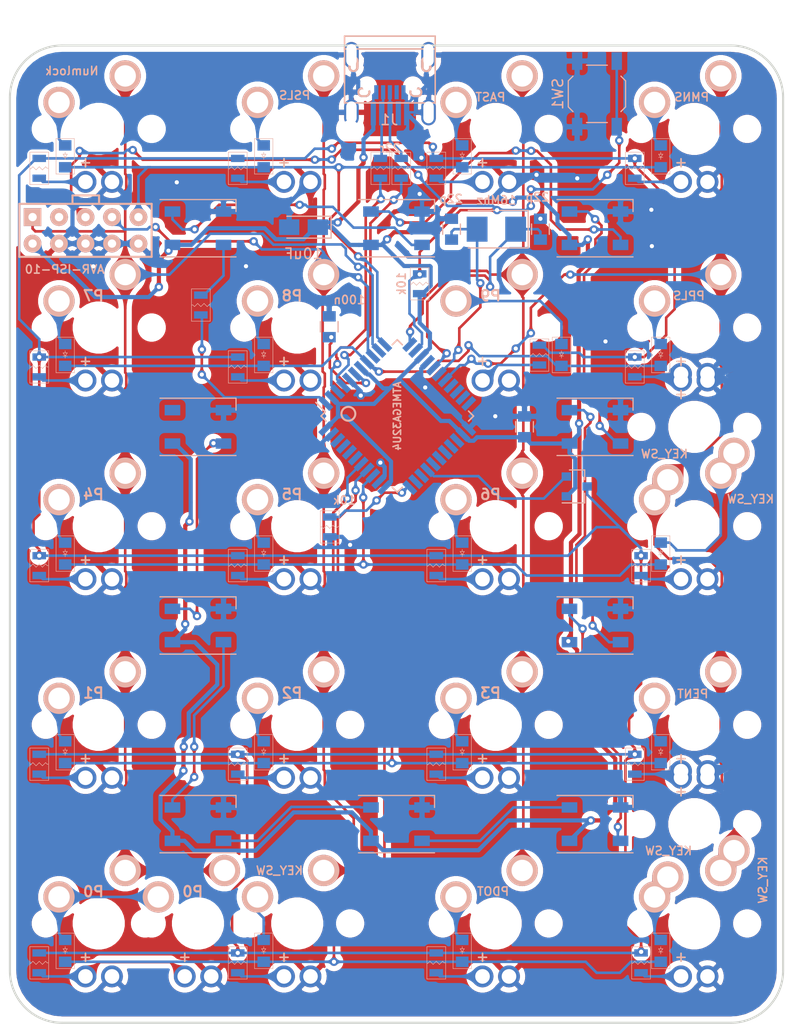
<source format=kicad_pcb>
(kicad_pcb (version 20171130) (host pcbnew "(5.1.2)-1")
  (layers (0 F.Cu signal) (31 B.Cu signal) (34 B.Paste user) (35 F.Paste user) (36 B.SilkS user) (37 F.SilkS user) (38 B.Mask user) (39 F.Mask user) (44 Edge.Cuts user))
  (net 0 "")
  (net 1 "Net-(D1-Pad4)")
  (net 2 "Net-(D1-Pad2)")
  (net 3 GND)
  (net 4 "Net-(C1-Pad1)")
  (net 5 VCC)
  (net 6 "Net-(C5-Pad1)")
  (net 7 "Net-(C6-Pad2)")
  (net 8 "Net-(D2-Pad2)")
  (net 9 "Net-(D3-Pad1)")
  (net 10 "Net-(J1-Pad3)")
  (net 11 "Net-(J1-Pad2)")
  (net 12 "Net-(R2-Pad1)")
  (net 13 "Net-(R3-Pad1)")
  (net 14 "Net-(R4-Pad1)")
  (net 15 /Row1)
  (net 16 "Net-(D4-Pad2)")
  (net 17 /Row2)
  (net 18 "Net-(D5-Pad2)")
  (net 19 /Row3)
  (net 20 "Net-(D6-Pad2)")
  (net 21 /Row4)
  (net 22 /Row5)
  (net 23 "Net-(D7-Pad2)")
  (net 24 "Net-(D8-Pad1)")
  (net 25 "Net-(D9-Pad1)")
  (net 26 "Net-(D10-Pad1)")
  (net 27 "Net-(D11-Pad1)")
  (net 28 "Net-(D13-Pad2)")
  (net 29 "Net-(D14-Pad2)")
  (net 30 "Net-(D15-Pad2)")
  (net 31 "Net-(D16-Pad2)")
  (net 32 "Net-(D17-Pad2)")
  (net 33 "Net-(D18-Pad1)")
  (net 34 "Net-(D19-Pad1)")
  (net 35 "Net-(D20-Pad1)")
  (net 36 "Net-(D21-Pad1)")
  (net 37 "Net-(D22-Pad1)")
  (net 38 "Net-(D23-Pad1)")
  (net 39 "Net-(D24-Pad1)")
  (net 40 "Net-(D25-Pad1)")
  (net 41 "Net-(D26-Pad1)")
  (net 42 "Net-(D27-Pad1)")
  (net 43 "Net-(D28-Pad2)")
  (net 44 "Net-(D29-Pad2)")
  (net 45 "Net-(D30-Pad2)")
  (net 46 "Net-(D31-Pad2)")
  (net 47 "Net-(D32-Pad2)")
  (net 48 "Net-(D33-Pad1)")
  (net 49 "Net-(D34-Pad1)")
  (net 50 "Net-(D36-Pad1)")
  (net 51 "Net-(D37-Pad1)")
  (net 52 "Net-(D39-Pad1)")
  (net 53 "Net-(D40-Pad2)")
  (net 54 "Net-(D41-Pad2)")
  (net 55 "Net-(D42-Pad2)")
  (net 56 "Net-(D43-Pad2)")
  (net 57 "Net-(D44-Pad2)")
  (net 58 "Net-(D45-Pad4)")
  (net 59 "Net-(D46-Pad2)")
  (net 60 "Net-(D47-Pad4)")
  (net 61 "Net-(D48-Pad2)")
  (net 62 "Net-(D49-Pad4)")
  (net 63 "Net-(D50-Pad2)")
  (net 64 "Net-(D51-Pad4)")
  (net 65 "Net-(D52-Pad2)")
  (net 66 "Net-(Q1-Pad3)")
  (net 67 /Col1)
  (net 68 /Col2)
  (net 69 /Col3)
  (net 70 /Col4)
  (net 71 /backlight)
  (net 72 /rgb)
  (net 73 /RESET)
  (module footprint_60s:CP_Tantalum_3216 (layer B.Cu) (at 64.105766 36.166373 180)
    (fp_text reference C3 hide)
    (fp_text value 10uF (at 0 -2.55 180) (layer B.SilkS) (effects (justify mirror)))
    (pad 1 smd rect (at -1.375 0 180) (size 1.95 1.5) (layers B.Cu B.Paste B.Mask) (net 5 VCC))
    (pad 2 smd rect (at 1.375 0 180) (size 1.95 1.5) (layers B.Cu B.Paste B.Mask) (net 3 GND))
  )
  (module footprint_60s:D_0805 (layer B.Cu) (at 41.238146 29.369333 90)
    (fp_text reference D2 hide)
    (fp_text value D_Small)
    (pad 2 smd rect (at 1.05 0 90) (size 1 1.2) (layers B.Cu B.Paste B.Mask) (net 8 "Net-(D2-Pad2)"))
    (pad 1 smd rect (at -1.05 0 90) (size 1 1.2) (layers B.Cu B.Paste B.Mask) (net 15 /Row1))
  )
  (module footprint_60s:CHERRY_MX_LED_3MM (layer F.Cu) (at 44.456326 26.740433)
    (fp_text reference D3 hide)
    (fp_text value LED hide)
    (fp_text user + (at -1.27 3.175) (layer B.SilkS) (effects (justify mirror)))
    (fp_text user + (at -1.27 3.175) (layer F.SilkS))
    (pad 2 thru_hole circle (at 1.27 5.08) (size 2.1 2.1) (drill 1.4) (layers *.Cu B.Mask) (net 3 GND))
    (pad 1 thru_hole circle (at -1.27 5.08) (size 2.1 2.1) (drill 1.4) (layers *.Cu B.Mask) (net 9 "Net-(D3-Pad1)"))
  )
  (module footprint_60s:D_0805 (layer B.Cu) (at 41.238146 48.419333 90)
    (fp_text reference D4 hide)
    (fp_text value D_Small)
    (pad 1 smd rect (at -1.05 0 90) (size 1 1.2) (layers B.Cu B.Paste B.Mask) (net 17 /Row2))
    (pad 2 smd rect (at 1.05 0 90) (size 1 1.2) (layers B.Cu B.Paste B.Mask) (net 16 "Net-(D4-Pad2)"))
  )
  (module footprint_60s:D_0805 (layer B.Cu) (at 41.238146 67.469333 90)
    (fp_text reference D5 hide)
    (fp_text value D_Small)
    (pad 2 smd rect (at 1.05 0 90) (size 1 1.2) (layers B.Cu B.Paste B.Mask) (net 18 "Net-(D5-Pad2)"))
    (pad 1 smd rect (at -1.05 0 90) (size 1 1.2) (layers B.Cu B.Paste B.Mask) (net 19 /Row3))
  )
  (module footprint_60s:D_0805 (layer B.Cu) (at 41.238146 86.519333 90)
    (fp_text reference D6 hide)
    (fp_text value D_Small)
    (pad 2 smd rect (at 1.05 0 90) (size 1 1.2) (layers B.Cu B.Paste B.Mask) (net 20 "Net-(D6-Pad2)"))
    (pad 1 smd rect (at -1.05 0 90) (size 1 1.2) (layers B.Cu B.Paste B.Mask) (net 21 /Row4))
  )
  (module footprint_60s:D_0805 (layer B.Cu) (at 41.238146 105.569333 90)
    (fp_text reference D7 hide)
    (fp_text value D_Small)
    (pad 1 smd rect (at -1.05 0 90) (size 1 1.2) (layers B.Cu B.Paste B.Mask) (net 22 /Row5))
    (pad 2 smd rect (at 1.05 0 90) (size 1 1.2) (layers B.Cu B.Paste B.Mask) (net 23 "Net-(D7-Pad2)"))
  )
  (module footprint_60s:CHERRY_MX_LED_3MM (layer F.Cu) (at 44.456326 45.790433)
    (fp_text reference D8 hide)
    (fp_text value LED hide)
    (fp_text user + (at -1.27 3.175) (layer B.SilkS) (effects (justify mirror)))
    (fp_text user + (at -1.27 3.175) (layer F.SilkS))
    (pad 2 thru_hole circle (at 1.27 5.08) (size 2.1 2.1) (drill 1.4) (layers *.Cu B.Mask) (net 3 GND))
    (pad 1 thru_hole circle (at -1.27 5.08) (size 2.1 2.1) (drill 1.4) (layers *.Cu B.Mask) (net 24 "Net-(D8-Pad1)"))
  )
  (module footprint_60s:CHERRY_MX_LED_3MM (layer F.Cu) (at 44.456326 64.840433)
    (fp_text reference D9 hide)
    (fp_text value LED hide)
    (fp_text user + (at -1.27 3.175) (layer F.SilkS))
    (fp_text user + (at -1.27 3.175) (layer B.SilkS) (effects (justify mirror)))
    (pad 1 thru_hole circle (at -1.27 5.08) (size 2.1 2.1) (drill 1.4) (layers *.Cu B.Mask) (net 25 "Net-(D9-Pad1)"))
    (pad 2 thru_hole circle (at 1.27 5.08) (size 2.1 2.1) (drill 1.4) (layers *.Cu B.Mask) (net 3 GND))
  )
  (module footprint_60s:CHERRY_MX_LED_3MM (layer F.Cu) (at 44.456326 83.890433)
    (fp_text reference D10 hide)
    (fp_text value LED hide)
    (fp_text user + (at -1.27 3.175) (layer B.SilkS) (effects (justify mirror)))
    (fp_text user + (at -1.27 3.175) (layer F.SilkS))
    (pad 2 thru_hole circle (at 1.27 5.08) (size 2.1 2.1) (drill 1.4) (layers *.Cu B.Mask) (net 3 GND))
    (pad 1 thru_hole circle (at -1.27 5.08) (size 2.1 2.1) (drill 1.4) (layers *.Cu B.Mask) (net 26 "Net-(D10-Pad1)"))
  )
  (module footprint_60s:CHERRY_MX_LED_3MM (layer F.Cu) (at 44.456326 102.940433)
    (fp_text reference D11 hide)
    (fp_text value LED hide)
    (fp_text user + (at -1.27 3.175) (layer B.SilkS) (effects (justify mirror)))
    (fp_text user + (at -1.27 3.175) (layer F.SilkS))
    (pad 2 thru_hole circle (at 1.27 5.08) (size 2.1 2.1) (drill 1.4) (layers *.Cu B.Mask) (net 3 GND))
    (pad 1 thru_hole circle (at -1.27 5.08) (size 2.1 2.1) (drill 1.4) (layers *.Cu B.Mask) (net 27 "Net-(D11-Pad1)"))
  )
  (module footprint_60s:CHERRY_MX_LED_3MM (layer F.Cu) (at 53.981326 102.940433)
    (fp_text reference D12 hide)
    (fp_text value LED hide)
    (fp_text user + (at -1.27 3.175) (layer F.SilkS))
    (fp_text user + (at -1.27 3.175) (layer B.SilkS) (effects (justify mirror)))
    (pad 1 thru_hole circle (at -1.27 5.08) (size 2.1 2.1) (drill 1.4) (layers *.Cu B.Mask) (net 27 "Net-(D11-Pad1)"))
    (pad 2 thru_hole circle (at 1.27 5.08) (size 2.1 2.1) (drill 1.4) (layers *.Cu B.Mask) (net 3 GND))
  )
  (module footprint_60s:D_0805 (layer B.Cu) (at 60.288146 29.369333 90)
    (fp_text reference D13 hide)
    (fp_text value D_Small)
    (pad 1 smd rect (at -1.05 0 90) (size 1 1.2) (layers B.Cu B.Paste B.Mask) (net 15 /Row1))
    (pad 2 smd rect (at 1.05 0 90) (size 1 1.2) (layers B.Cu B.Paste B.Mask) (net 28 "Net-(D13-Pad2)"))
  )
  (module footprint_60s:D_0805 (layer B.Cu) (at 60.288146 48.419333 90)
    (fp_text reference D14 hide)
    (fp_text value D_Small)
    (pad 1 smd rect (at -1.05 0 90) (size 1 1.2) (layers B.Cu B.Paste B.Mask) (net 17 /Row2))
    (pad 2 smd rect (at 1.05 0 90) (size 1 1.2) (layers B.Cu B.Paste B.Mask) (net 29 "Net-(D14-Pad2)"))
  )
  (module footprint_60s:D_0805 (layer B.Cu) (at 60.288146 67.469333 90)
    (fp_text reference D15 hide)
    (fp_text value D_Small)
    (pad 1 smd rect (at -1.05 0 90) (size 1 1.2) (layers B.Cu B.Paste B.Mask) (net 19 /Row3))
    (pad 2 smd rect (at 1.05 0 90) (size 1 1.2) (layers B.Cu B.Paste B.Mask) (net 30 "Net-(D15-Pad2)"))
  )
  (module footprint_60s:D_0805 (layer B.Cu) (at 60.288146 86.519333 90)
    (fp_text reference D16 hide)
    (fp_text value D_Small)
    (pad 2 smd rect (at 1.05 0 90) (size 1 1.2) (layers B.Cu B.Paste B.Mask) (net 31 "Net-(D16-Pad2)"))
    (pad 1 smd rect (at -1.05 0 90) (size 1 1.2) (layers B.Cu B.Paste B.Mask) (net 21 /Row4))
  )
  (module footprint_60s:D_0805 (layer B.Cu) (at 60.288146 105.569333 90)
    (fp_text reference D17 hide)
    (fp_text value D_Small)
    (pad 1 smd rect (at -1.05 0 90) (size 1 1.2) (layers B.Cu B.Paste B.Mask) (net 22 /Row5))
    (pad 2 smd rect (at 1.05 0 90) (size 1 1.2) (layers B.Cu B.Paste B.Mask) (net 32 "Net-(D17-Pad2)"))
  )
  (module footprint_60s:CHERRY_MX_LED_3MM (layer F.Cu) (at 63.506326 26.740433)
    (fp_text reference D18 hide)
    (fp_text value LED hide)
    (fp_text user + (at -1.27 3.175) (layer B.SilkS) (effects (justify mirror)))
    (fp_text user + (at -1.27 3.175) (layer F.SilkS))
    (pad 2 thru_hole circle (at 1.27 5.08) (size 2.1 2.1) (drill 1.4) (layers *.Cu B.Mask) (net 3 GND))
    (pad 1 thru_hole circle (at -1.27 5.08) (size 2.1 2.1) (drill 1.4) (layers *.Cu B.Mask) (net 33 "Net-(D18-Pad1)"))
  )
  (module footprint_60s:CHERRY_MX_LED_3MM (layer F.Cu) (at 63.506326 45.790433)
    (fp_text reference D19 hide)
    (fp_text value LED hide)
    (fp_text user + (at -1.27 3.175) (layer F.SilkS))
    (fp_text user + (at -1.27 3.175) (layer B.SilkS) (effects (justify mirror)))
    (pad 1 thru_hole circle (at -1.27 5.08) (size 2.1 2.1) (drill 1.4) (layers *.Cu B.Mask) (net 34 "Net-(D19-Pad1)"))
    (pad 2 thru_hole circle (at 1.27 5.08) (size 2.1 2.1) (drill 1.4) (layers *.Cu B.Mask) (net 3 GND))
  )
  (module footprint_60s:CHERRY_MX_LED_3MM (layer F.Cu) (at 63.506326 64.840433)
    (fp_text reference D20 hide)
    (fp_text value LED hide)
    (fp_text user + (at -1.27 3.175) (layer F.SilkS))
    (fp_text user + (at -1.27 3.175) (layer B.SilkS) (effects (justify mirror)))
    (pad 1 thru_hole circle (at -1.27 5.08) (size 2.1 2.1) (drill 1.4) (layers *.Cu B.Mask) (net 35 "Net-(D20-Pad1)"))
    (pad 2 thru_hole circle (at 1.27 5.08) (size 2.1 2.1) (drill 1.4) (layers *.Cu B.Mask) (net 3 GND))
  )
  (module footprint_60s:CHERRY_MX_LED_3MM (layer F.Cu) (at 63.506326 83.890433)
    (fp_text reference D21 hide)
    (fp_text value LED hide)
    (fp_text user + (at -1.27 3.175) (layer B.SilkS) (effects (justify mirror)))
    (fp_text user + (at -1.27 3.175) (layer F.SilkS))
    (pad 2 thru_hole circle (at 1.27 5.08) (size 2.1 2.1) (drill 1.4) (layers *.Cu B.Mask) (net 3 GND))
    (pad 1 thru_hole circle (at -1.27 5.08) (size 2.1 2.1) (drill 1.4) (layers *.Cu B.Mask) (net 36 "Net-(D21-Pad1)"))
  )
  (module footprint_60s:CHERRY_MX_LED_3MM (layer F.Cu) (at 63.506326 102.940433)
    (fp_text reference D22 hide)
    (fp_text value LED hide)
    (fp_text user + (at -1.27 3.175) (layer F.SilkS))
    (fp_text user + (at -1.27 3.175) (layer B.SilkS) (effects (justify mirror)))
    (pad 1 thru_hole circle (at -1.27 5.08) (size 2.1 2.1) (drill 1.4) (layers *.Cu B.Mask) (net 37 "Net-(D22-Pad1)"))
    (pad 2 thru_hole circle (at 1.27 5.08) (size 2.1 2.1) (drill 1.4) (layers *.Cu B.Mask) (net 3 GND))
  )
  (module footprint_60s:CHERRY_MX_LED_3MM (layer F.Cu) (at 82.556326 26.740433)
    (fp_text reference D23 hide)
    (fp_text value LED hide)
    (fp_text user + (at -1.27 3.175) (layer F.SilkS))
    (fp_text user + (at -1.27 3.175) (layer B.SilkS) (effects (justify mirror)))
    (pad 1 thru_hole circle (at -1.27 5.08) (size 2.1 2.1) (drill 1.4) (layers *.Cu B.Mask) (net 38 "Net-(D23-Pad1)"))
    (pad 2 thru_hole circle (at 1.27 5.08) (size 2.1 2.1) (drill 1.4) (layers *.Cu B.Mask) (net 3 GND))
  )
  (module footprint_60s:CHERRY_MX_LED_3MM (layer F.Cu) (at 82.556326 45.790433)
    (fp_text reference D24 hide)
    (fp_text value LED hide)
    (fp_text user + (at -1.27 3.175) (layer B.SilkS) (effects (justify mirror)))
    (fp_text user + (at -1.27 3.175) (layer F.SilkS))
    (pad 2 thru_hole circle (at 1.27 5.08) (size 2.1 2.1) (drill 1.4) (layers *.Cu B.Mask) (net 3 GND))
    (pad 1 thru_hole circle (at -1.27 5.08) (size 2.1 2.1) (drill 1.4) (layers *.Cu B.Mask) (net 39 "Net-(D24-Pad1)"))
  )
  (module footprint_60s:CHERRY_MX_LED_3MM (layer F.Cu) (at 82.556326 64.840433)
    (fp_text reference D25 hide)
    (fp_text value LED hide)
    (fp_text user + (at -1.27 3.175) (layer B.SilkS) (effects (justify mirror)))
    (fp_text user + (at -1.27 3.175) (layer F.SilkS))
    (pad 2 thru_hole circle (at 1.27 5.08) (size 2.1 2.1) (drill 1.4) (layers *.Cu B.Mask) (net 3 GND))
    (pad 1 thru_hole circle (at -1.27 5.08) (size 2.1 2.1) (drill 1.4) (layers *.Cu B.Mask) (net 40 "Net-(D25-Pad1)"))
  )
  (module footprint_60s:CHERRY_MX_LED_3MM (layer F.Cu) (at 82.556326 83.890433)
    (fp_text reference D26 hide)
    (fp_text value LED hide)
    (fp_text user + (at -1.27 3.175) (layer B.SilkS) (effects (justify mirror)))
    (fp_text user + (at -1.27 3.175) (layer F.SilkS))
    (pad 2 thru_hole circle (at 1.27 5.08) (size 2.1 2.1) (drill 1.4) (layers *.Cu B.Mask) (net 3 GND))
    (pad 1 thru_hole circle (at -1.27 5.08) (size 2.1 2.1) (drill 1.4) (layers *.Cu B.Mask) (net 41 "Net-(D26-Pad1)"))
  )
  (module footprint_60s:CHERRY_MX_LED_3MM (layer F.Cu) (at 82.556326 102.940433)
    (fp_text reference D27 hide)
    (fp_text value LED hide)
    (fp_text user + (at -1.27 3.175) (layer F.SilkS))
    (fp_text user + (at -1.27 3.175) (layer B.SilkS) (effects (justify mirror)))
    (pad 1 thru_hole circle (at -1.27 5.08) (size 2.1 2.1) (drill 1.4) (layers *.Cu B.Mask) (net 42 "Net-(D27-Pad1)"))
    (pad 2 thru_hole circle (at 1.27 5.08) (size 2.1 2.1) (drill 1.4) (layers *.Cu B.Mask) (net 3 GND))
  )
  (module footprint_60s:D_0805 (layer B.Cu) (at 79.338146 29.369333 90)
    (fp_text reference D28 hide)
    (fp_text value D_Small)
    (pad 1 smd rect (at -1.05 0 90) (size 1 1.2) (layers B.Cu B.Paste B.Mask) (net 15 /Row1))
    (pad 2 smd rect (at 1.05 0 90) (size 1 1.2) (layers B.Cu B.Paste B.Mask) (net 43 "Net-(D28-Pad2)"))
  )
  (module footprint_60s:D_0805 (layer B.Cu) (at 88.863146 48.419333 90)
    (fp_text reference D29 hide)
    (fp_text value D_Small)
    (pad 2 smd rect (at 1.05 0 90) (size 1 1.2) (layers B.Cu B.Paste B.Mask) (net 44 "Net-(D29-Pad2)"))
    (pad 1 smd rect (at -1.05 0 90) (size 1 1.2) (layers B.Cu B.Paste B.Mask) (net 17 /Row2))
  )
  (module footprint_60s:D_0805 (layer B.Cu) (at 79.338146 67.469333 90)
    (fp_text reference D30 hide)
    (fp_text value D_Small)
    (pad 2 smd rect (at 1.05 0 90) (size 1 1.2) (layers B.Cu B.Paste B.Mask) (net 45 "Net-(D30-Pad2)"))
    (pad 1 smd rect (at -1.05 0 90) (size 1 1.2) (layers B.Cu B.Paste B.Mask) (net 19 /Row3))
  )
  (module footprint_60s:D_0805 (layer B.Cu) (at 79.338146 86.519333 90)
    (fp_text reference D31 hide)
    (fp_text value D_Small)
    (pad 2 smd rect (at 1.05 0 90) (size 1 1.2) (layers B.Cu B.Paste B.Mask) (net 46 "Net-(D31-Pad2)"))
    (pad 1 smd rect (at -1.05 0 90) (size 1 1.2) (layers B.Cu B.Paste B.Mask) (net 21 /Row4))
  )
  (module footprint_60s:D_0805 (layer B.Cu) (at 79.338146 105.569333 90)
    (fp_text reference D32 hide)
    (fp_text value D_Small)
    (pad 1 smd rect (at -1.05 0 90) (size 1 1.2) (layers B.Cu B.Paste B.Mask) (net 22 /Row5))
    (pad 2 smd rect (at 1.05 0 90) (size 1 1.2) (layers B.Cu B.Paste B.Mask) (net 47 "Net-(D32-Pad2)"))
  )
  (module footprint_60s:CHERRY_MX_LED_3MM (layer F.Cu) (at 101.606326 26.740433)
    (fp_text reference D33 hide)
    (fp_text value LED hide)
    (fp_text user + (at -1.27 3.175) (layer B.SilkS) (effects (justify mirror)))
    (fp_text user + (at -1.27 3.175) (layer F.SilkS))
    (pad 2 thru_hole circle (at 1.27 5.08) (size 2.1 2.1) (drill 1.4) (layers *.Cu B.Mask) (net 3 GND))
    (pad 1 thru_hole circle (at -1.27 5.08) (size 2.1 2.1) (drill 1.4) (layers *.Cu B.Mask) (net 48 "Net-(D33-Pad1)"))
  )
  (module footprint_60s:CHERRY_MX_LED_3MM (layer F.Cu) (at 101.606326 45.790433)
    (fp_text reference D34 hide)
    (fp_text value LED hide)
    (fp_text user + (at -1.27 3.175) (layer F.SilkS))
    (fp_text user + (at -1.27 3.175) (layer B.SilkS) (effects (justify mirror)))
    (pad 1 thru_hole circle (at -1.27 5.08) (size 2.1 2.1) (drill 1.4) (layers *.Cu B.Mask) (net 49 "Net-(D34-Pad1)"))
    (pad 2 thru_hole circle (at 1.27 5.08) (size 2.1 2.1) (drill 1.4) (layers *.Cu B.Mask) (net 3 GND))
  )
  (module footprint_60s:CHERRY_MX_LED_3MM (layer F.Cu) (at 101.606326 55.315433 180)
    (fp_text reference D35 hide)
    (fp_text value LED hide)
    (fp_text user + (at 1.27 3.175 180) (layer B.SilkS) (effects (justify mirror)))
    (fp_text user + (at 1.27 3.175 180) (layer F.SilkS))
    (pad 2 thru_hole circle (at 1.27 5.08 180) (size 2.1 2.1) (drill 1.4) (layers *.Cu B.Mask) (net 49 "Net-(D34-Pad1)"))
    (pad 1 thru_hole circle (at -1.27 5.08 180) (size 2.1 2.1) (drill 1.4) (layers *.Cu B.Mask) (net 3 GND))
  )
  (module footprint_60s:CHERRY_MX_LED_3MM (layer F.Cu) (at 101.606326 64.840433)
    (fp_text reference D36 hide)
    (fp_text value LED hide)
    (fp_text user + (at -1.27 3.175) (layer F.SilkS))
    (fp_text user + (at -1.27 3.175) (layer B.SilkS) (effects (justify mirror)))
    (pad 1 thru_hole circle (at -1.27 5.08) (size 2.1 2.1) (drill 1.4) (layers *.Cu B.Mask) (net 50 "Net-(D36-Pad1)"))
    (pad 2 thru_hole circle (at 1.27 5.08) (size 2.1 2.1) (drill 1.4) (layers *.Cu B.Mask) (net 3 GND))
  )
  (module footprint_60s:CHERRY_MX_LED_3MM (layer F.Cu) (at 101.606326 83.890433)
    (fp_text reference D37 hide)
    (fp_text value LED hide)
    (fp_text user + (at -1.27 3.175) (layer B.SilkS) (effects (justify mirror)))
    (fp_text user + (at -1.27 3.175) (layer F.SilkS))
    (pad 2 thru_hole circle (at 1.27 5.08) (size 2.1 2.1) (drill 1.4) (layers *.Cu B.Mask) (net 3 GND))
    (pad 1 thru_hole circle (at -1.27 5.08) (size 2.1 2.1) (drill 1.4) (layers *.Cu B.Mask) (net 51 "Net-(D37-Pad1)"))
  )
  (module footprint_60s:CHERRY_MX_LED_3MM (layer F.Cu) (at 101.606326 93.415433 180)
    (fp_text reference D38 hide)
    (fp_text value LED hide)
    (fp_text user + (at 1.27 3.175 180) (layer F.SilkS))
    (fp_text user + (at 1.27 3.175 180) (layer B.SilkS) (effects (justify mirror)))
    (pad 1 thru_hole circle (at -1.27 5.08 180) (size 2.1 2.1) (drill 1.4) (layers *.Cu B.Mask) (net 3 GND))
    (pad 2 thru_hole circle (at 1.27 5.08 180) (size 2.1 2.1) (drill 1.4) (layers *.Cu B.Mask) (net 51 "Net-(D37-Pad1)"))
  )
  (module footprint_60s:CHERRY_MX_LED_3MM (layer F.Cu) (at 101.606326 102.940433)
    (fp_text reference D39 hide)
    (fp_text value LED hide)
    (fp_text user + (at -1.27 3.175) (layer F.SilkS))
    (fp_text user + (at -1.27 3.175) (layer B.SilkS) (effects (justify mirror)))
    (pad 1 thru_hole circle (at -1.27 5.08) (size 2.1 2.1) (drill 1.4) (layers *.Cu B.Mask) (net 52 "Net-(D39-Pad1)"))
    (pad 2 thru_hole circle (at 1.27 5.08) (size 2.1 2.1) (drill 1.4) (layers *.Cu B.Mask) (net 3 GND))
  )
  (module footprint_60s:D_0805 (layer B.Cu) (at 98.388146 29.369333 90)
    (fp_text reference D40 hide)
    (fp_text value D_Small)
    (pad 2 smd rect (at 1.05 0 90) (size 1 1.2) (layers B.Cu B.Paste B.Mask) (net 53 "Net-(D40-Pad2)"))
    (pad 1 smd rect (at -1.05 0 90) (size 1 1.2) (layers B.Cu B.Paste B.Mask) (net 15 /Row1))
  )
  (module footprint_60s:D_0805 (layer B.Cu) (at 98.388146 48.419333 90)
    (fp_text reference D41 hide)
    (fp_text value D_Small)
    (pad 1 smd rect (at -1.05 0 90) (size 1 1.2) (layers B.Cu B.Paste B.Mask) (net 17 /Row2))
    (pad 2 smd rect (at 1.05 0 90) (size 1 1.2) (layers B.Cu B.Paste B.Mask) (net 54 "Net-(D41-Pad2)"))
  )
  (module footprint_60s:D_0805 (layer B.Cu) (at 98.388146 67.469333 90)
    (fp_text reference D42 hide)
    (fp_text value D_Small)
    (pad 2 smd rect (at 1.05 0 90) (size 1 1.2) (layers B.Cu B.Paste B.Mask) (net 55 "Net-(D42-Pad2)"))
    (pad 1 smd rect (at -1.05 0 90) (size 1 1.2) (layers B.Cu B.Paste B.Mask) (net 19 /Row3))
  )
  (module footprint_60s:D_0805 (layer B.Cu) (at 98.388146 86.519333 90)
    (fp_text reference D43 hide)
    (fp_text value D_Small)
    (pad 2 smd rect (at 1.05 0 90) (size 1 1.2) (layers B.Cu B.Paste B.Mask) (net 56 "Net-(D43-Pad2)"))
    (pad 1 smd rect (at -1.05 0 90) (size 1 1.2) (layers B.Cu B.Paste B.Mask) (net 21 /Row4))
  )
  (module footprint_60s:D_0805 (layer B.Cu) (at 98.388146 105.569333 90)
    (fp_text reference D44 hide)
    (fp_text value D_Small)
    (pad 1 smd rect (at -1.05 0 90) (size 1 1.2) (layers B.Cu B.Paste B.Mask) (net 22 /Row5))
    (pad 2 smd rect (at 1.05 0 90) (size 1 1.2) (layers B.Cu B.Paste B.Mask) (net 57 "Net-(D44-Pad2)"))
  )
  (module footprint_60s:USB_MINI_MAB (layer B.Cu) (at 72.406326 22.400433)
    (fp_text reference J1 (at -0.0743 3.46816) (layer B.SilkS) (effects (justify mirror)))
    (fp_text value USB_B_Mini)
    (pad 5 thru_hole oval (at 3.7 2.75 270) (size 2.5 1.4) (drill oval 2.1 1) (layers *.Cu *.Mask) (net 3 GND))
    (pad "" np_thru_hole circle (at 2.2 0.25 270) (size 0.9 0.9) (drill 0.9) (layers *.Cu *.Mask))
    (pad "" np_thru_hole circle (at -2.2 0.25 270) (size 0.9 0.9) (drill 0.9) (layers *.Cu *.Mask))
    (pad 6 thru_hole oval (at 3.7 -2.75 270) (size 2.5 1.4) (drill oval 2.1 1) (layers *.Cu *.Mask) (net 3 GND))
    (pad 5 thru_hole oval (at -3.7 -2.75 270) (size 2.5 1.4) (drill oval 2.1 1) (layers *.Cu *.Mask) (net 3 GND))
    (pad 5 thru_hole oval (at -3.7 2.75 270) (size 2.5 1.4) (drill oval 2.1 1) (layers *.Cu *.Mask) (net 3 GND))
    (pad 5 smd rect (at 1.6 2.85 270) (size 2.3 0.5) (layers B.Cu B.Paste B.Mask) (net 3 GND))
    (pad 4 smd rect (at 0.8 2.85 270) (size 2.3 0.5) (layers B.Cu B.Paste B.Mask))
    (pad 3 smd rect (at 0 2.85 270) (size 2.3 0.5) (layers B.Cu B.Paste B.Mask) (net 10 "Net-(J1-Pad3)"))
    (pad 2 smd rect (at -0.8 2.85 270) (size 2.3 0.5) (layers B.Cu B.Paste B.Mask) (net 11 "Net-(J1-Pad2)"))
    (pad 1 smd rect (at -1.6 2.85 270) (size 2.3 0.5) (layers B.Cu B.Paste B.Mask) (net 5 VCC))
  )
  (module footprint_60s:AVR_ICSP_5x2 (layer B.Cu) (at 40.648146 36.469333)
    (fp_text reference J3 hide)
    (fp_text value AVR-ISP-10 (at 0.53586 3.7401) (layer B.SilkS) (effects (font (size 0.8 0.8)) (justify mirror)))
    (pad 6 thru_hole circle (at 2.54 1.27) (size 1.7 1.7) (drill 0.8) (layers *.Cu *.Mask B.SilkS) (net 3 GND))
    (pad 5 thru_hole circle (at 2.54 -1.27) (size 1.7 1.7) (drill 0.8) (layers *.Cu *.Mask B.SilkS) (net 73 /RESET))
    (pad 4 thru_hole circle (at 0 1.27) (size 1.7 1.7) (drill 0.8) (layers *.Cu *.Mask B.SilkS) (net 3 GND))
    (pad 3 thru_hole circle (at 0 -1.27) (size 1.7 1.7) (drill 0.8) (layers *.Cu *.Mask B.SilkS))
    (pad 2 thru_hole circle (at -2.54 1.27) (size 1.7 1.7) (drill 0.8) (layers *.Cu *.Mask B.SilkS) (net 5 VCC))
    (pad 1 thru_hole rect (at -2.54 -1.27) (size 1.7 1.7) (drill 0.8) (layers *.Cu *.Mask B.SilkS) (net 67 /Col1))
    (pad 8 thru_hole circle (at 5.08 1.27) (size 1.7 1.7) (drill 0.8) (layers *.Cu *.Mask B.SilkS) (net 3 GND))
    (pad 10 thru_hole circle (at 7.62 1.27) (size 1.7 1.7) (drill 0.8) (layers *.Cu *.Mask B.SilkS) (net 3 GND))
    (pad 7 thru_hole circle (at 5.08 -1.27) (size 1.7 1.7) (drill 0.8) (layers *.Cu *.Mask B.SilkS) (net 68 /Col2))
    (pad 9 thru_hole circle (at 7.62 -1.27) (size 1.7 1.7) (drill 0.8) (layers *.Cu *.Mask B.SilkS) (net 15 /Row1))
  )
  (module footprint_60s:R_0805 (layer B.Cu) (at 38.748146 30.519333 90)
    (fp_text reference R5 hide)
    (fp_text value 220)
    (pad 1 smd rect (at -0.95 0 90) (size 0.7 1.3) (layers B.Cu B.Paste B.Mask) (net 9 "Net-(D3-Pad1)"))
    (pad 2 smd rect (at 0.95 0 90) (size 0.7 1.3) (layers B.Cu B.Paste B.Mask) (net 66 "Net-(Q1-Pad3)"))
  )
  (module footprint_60s:R_0805 (layer B.Cu) (at 38.748146 49.569333 90)
    (fp_text reference R6 hide)
    (fp_text value 220)
    (pad 1 smd rect (at -0.95 0 90) (size 0.7 1.3) (layers B.Cu B.Paste B.Mask) (net 24 "Net-(D8-Pad1)"))
    (pad 2 smd rect (at 0.95 0 90) (size 0.7 1.3) (layers B.Cu B.Paste B.Mask) (net 66 "Net-(Q1-Pad3)"))
  )
  (module footprint_60s:R_0805 (layer B.Cu) (at 38.748146 68.619333 90)
    (fp_text reference R7 hide)
    (fp_text value 220)
    (pad 1 smd rect (at -0.95 0 90) (size 0.7 1.3) (layers B.Cu B.Paste B.Mask) (net 25 "Net-(D9-Pad1)"))
    (pad 2 smd rect (at 0.95 0 90) (size 0.7 1.3) (layers B.Cu B.Paste B.Mask) (net 66 "Net-(Q1-Pad3)"))
  )
  (module footprint_60s:R_0805 (layer B.Cu) (at 38.748146 87.669333 90)
    (fp_text reference R8 hide)
    (fp_text value 220)
    (pad 2 smd rect (at 0.95 0 90) (size 0.7 1.3) (layers B.Cu B.Paste B.Mask) (net 66 "Net-(Q1-Pad3)"))
    (pad 1 smd rect (at -0.95 0 90) (size 0.7 1.3) (layers B.Cu B.Paste B.Mask) (net 26 "Net-(D10-Pad1)"))
  )
  (module footprint_60s:R_0805 (layer B.Cu) (at 38.748146 106.719333 90)
    (fp_text reference R9 hide)
    (fp_text value 220)
    (pad 2 smd rect (at 0.95 0 90) (size 0.7 1.3) (layers B.Cu B.Paste B.Mask) (net 66 "Net-(Q1-Pad3)"))
    (pad 1 smd rect (at -0.95 0 90) (size 0.7 1.3) (layers B.Cu B.Paste B.Mask) (net 27 "Net-(D11-Pad1)"))
  )
  (module footprint_60s:R_0805 (layer B.Cu) (at 57.798146 30.519333 90)
    (fp_text reference R10 hide)
    (fp_text value 220)
    (pad 2 smd rect (at 0.95 0 90) (size 0.7 1.3) (layers B.Cu B.Paste B.Mask) (net 66 "Net-(Q1-Pad3)"))
    (pad 1 smd rect (at -0.95 0 90) (size 0.7 1.3) (layers B.Cu B.Paste B.Mask) (net 33 "Net-(D18-Pad1)"))
  )
  (module footprint_60s:R_0805 (layer B.Cu) (at 57.798146 49.569333 90)
    (fp_text reference R11 hide)
    (fp_text value 220)
    (pad 2 smd rect (at 0.95 0 90) (size 0.7 1.3) (layers B.Cu B.Paste B.Mask) (net 66 "Net-(Q1-Pad3)"))
    (pad 1 smd rect (at -0.95 0 90) (size 0.7 1.3) (layers B.Cu B.Paste B.Mask) (net 34 "Net-(D19-Pad1)"))
  )
  (module footprint_60s:R_0805 (layer B.Cu) (at 57.798146 68.619333 90)
    (fp_text reference R12 hide)
    (fp_text value 220)
    (pad 2 smd rect (at 0.95 0 90) (size 0.7 1.3) (layers B.Cu B.Paste B.Mask) (net 66 "Net-(Q1-Pad3)"))
    (pad 1 smd rect (at -0.95 0 90) (size 0.7 1.3) (layers B.Cu B.Paste B.Mask) (net 35 "Net-(D20-Pad1)"))
  )
  (module footprint_60s:R_0805 (layer B.Cu) (at 57.798146 87.669333 90)
    (fp_text reference R13 hide)
    (fp_text value 220)
    (pad 1 smd rect (at -0.95 0 90) (size 0.7 1.3) (layers B.Cu B.Paste B.Mask) (net 36 "Net-(D21-Pad1)"))
    (pad 2 smd rect (at 0.95 0 90) (size 0.7 1.3) (layers B.Cu B.Paste B.Mask) (net 66 "Net-(Q1-Pad3)"))
  )
  (module footprint_60s:R_0805 (layer B.Cu) (at 57.798146 106.719333 90)
    (fp_text reference R14 hide)
    (fp_text value 220)
    (pad 1 smd rect (at -0.95 0 90) (size 0.7 1.3) (layers B.Cu B.Paste B.Mask) (net 37 "Net-(D22-Pad1)"))
    (pad 2 smd rect (at 0.95 0 90) (size 0.7 1.3) (layers B.Cu B.Paste B.Mask) (net 66 "Net-(Q1-Pad3)"))
  )
  (module footprint_60s:R_0805 (layer B.Cu) (at 76.848146 30.519333 90)
    (fp_text reference R15 hide)
    (fp_text value 220)
    (pad 1 smd rect (at -0.95 0 90) (size 0.7 1.3) (layers B.Cu B.Paste B.Mask) (net 38 "Net-(D23-Pad1)"))
    (pad 2 smd rect (at 0.95 0 90) (size 0.7 1.3) (layers B.Cu B.Paste B.Mask) (net 66 "Net-(Q1-Pad3)"))
  )
  (module footprint_60s:R_0805 (layer B.Cu) (at 76.848146 68.619333 90)
    (fp_text reference R17 hide)
    (fp_text value 220)
    (pad 1 smd rect (at -0.95 0 90) (size 0.7 1.3) (layers B.Cu B.Paste B.Mask) (net 40 "Net-(D25-Pad1)"))
    (pad 2 smd rect (at 0.95 0 90) (size 0.7 1.3) (layers B.Cu B.Paste B.Mask) (net 66 "Net-(Q1-Pad3)"))
  )
  (module footprint_60s:R_0805 (layer B.Cu) (at 76.848146 87.669333 90)
    (fp_text reference R18 hide)
    (fp_text value 220)
    (pad 2 smd rect (at 0.95 0 90) (size 0.7 1.3) (layers B.Cu B.Paste B.Mask) (net 66 "Net-(Q1-Pad3)"))
    (pad 1 smd rect (at -0.95 0 90) (size 0.7 1.3) (layers B.Cu B.Paste B.Mask) (net 41 "Net-(D26-Pad1)"))
  )
  (module footprint_60s:R_0805 (layer B.Cu) (at 76.848146 106.719333 90)
    (fp_text reference R19 hide)
    (fp_text value 220)
    (pad 2 smd rect (at 0.95 0 90) (size 0.7 1.3) (layers B.Cu B.Paste B.Mask) (net 66 "Net-(Q1-Pad3)"))
    (pad 1 smd rect (at -0.95 0 90) (size 0.7 1.3) (layers B.Cu B.Paste B.Mask) (net 42 "Net-(D27-Pad1)"))
  )
  (module footprint_60s:R_0805 (layer B.Cu) (at 95.898146 30.519333 90)
    (fp_text reference R20 hide)
    (fp_text value 220)
    (pad 2 smd rect (at 0.95 0 90) (size 0.7 1.3) (layers B.Cu B.Paste B.Mask) (net 66 "Net-(Q1-Pad3)"))
    (pad 1 smd rect (at -0.95 0 90) (size 0.7 1.3) (layers B.Cu B.Paste B.Mask) (net 48 "Net-(D33-Pad1)"))
  )
  (module footprint_60s:R_0805 (layer B.Cu) (at 95.898146 49.569333 90)
    (fp_text reference R21 hide)
    (fp_text value 220)
    (pad 2 smd rect (at 0.95 0 90) (size 0.7 1.3) (layers B.Cu B.Paste B.Mask) (net 66 "Net-(Q1-Pad3)"))
    (pad 1 smd rect (at -0.95 0 90) (size 0.7 1.3) (layers B.Cu B.Paste B.Mask) (net 49 "Net-(D34-Pad1)"))
  )
  (module footprint_60s:R_0805 (layer B.Cu) (at 96.5 68.619333 90)
    (fp_text reference R22 hide)
    (fp_text value 220)
    (pad 1 smd rect (at -0.95 0 90) (size 0.7 1.3) (layers B.Cu B.Paste B.Mask) (net 50 "Net-(D36-Pad1)"))
    (pad 2 smd rect (at 0.95 0 90) (size 0.7 1.3) (layers B.Cu B.Paste B.Mask) (net 66 "Net-(Q1-Pad3)"))
  )
  (module footprint_60s:R_0805 (layer B.Cu) (at 95.898146 87.669333 90)
    (fp_text reference R23 hide)
    (fp_text value 220)
    (pad 1 smd rect (at -0.95 0 90) (size 0.7 1.3) (layers B.Cu B.Paste B.Mask) (net 51 "Net-(D37-Pad1)"))
    (pad 2 smd rect (at 0.95 0 90) (size 0.7 1.3) (layers B.Cu B.Paste B.Mask) (net 66 "Net-(Q1-Pad3)"))
  )
  (module footprint_60s:R_0805 (layer B.Cu) (at 96.5 106.719333 90)
    (fp_text reference R24 hide)
    (fp_text value 220)
    (pad 2 smd rect (at 0.95 0 90) (size 0.7 1.3) (layers B.Cu B.Paste B.Mask) (net 66 "Net-(Q1-Pad3)"))
    (pad 1 smd rect (at -0.95 0 90) (size 0.7 1.3) (layers B.Cu B.Paste B.Mask) (net 52 "Net-(D39-Pad1)"))
  )
  (module footprint_60s:CHERRY_PCB_100H (layer F.Cu) (at 44.456326 26.740433)
    (fp_text reference SW2 hide)
    (fp_text value Numlock (at -2.5789 -5.56576) (layer B.SilkS) (effects (font (size 0.8 0.8)) (justify mirror)))
    (pad "" np_thru_hole circle (at 5.08 0) (size 1.7018 1.7018) (drill 1.7018) (layers *.Cu *.Mask))
    (pad "" np_thru_hole circle (at -5.08 0) (size 1.7018 1.7018) (drill 1.7018) (layers *.Cu *.Mask))
    (pad "" np_thru_hole circle (at 0 0) (size 3.9878 3.9878) (drill 3.9878) (layers *.Cu *.Mask))
    (pad 2 thru_hole circle (at -3.81 -2.54) (size 3 3) (drill 2.05) (layers *.Cu B.SilkS B.Mask) (net 8 "Net-(D2-Pad2)"))
    (pad 1 thru_hole circle (at 2.54 -5.08) (size 3 3) (drill 2.05) (layers *.Cu B.SilkS B.Mask) (net 67 /Col1))
  )
  (module footprint_60s:CHERRY_PCB_100H (layer F.Cu) (at 44.456326 45.790433)
    (fp_text reference SW3 hide)
    (fp_text value P7 (at -0.508 -3.048) (layer B.SilkS) (effects (font (thickness 0.2032)) (justify mirror)))
    (pad 1 thru_hole circle (at 2.54 -5.08) (size 3 3) (drill 2.05) (layers *.Cu B.SilkS B.Mask) (net 67 /Col1))
    (pad 2 thru_hole circle (at -3.81 -2.54) (size 3 3) (drill 2.05) (layers *.Cu B.SilkS B.Mask) (net 16 "Net-(D4-Pad2)"))
    (pad "" np_thru_hole circle (at 0 0) (size 3.9878 3.9878) (drill 3.9878) (layers *.Cu *.Mask))
    (pad "" np_thru_hole circle (at -5.08 0) (size 1.7018 1.7018) (drill 1.7018) (layers *.Cu *.Mask))
    (pad "" np_thru_hole circle (at 5.08 0) (size 1.7018 1.7018) (drill 1.7018) (layers *.Cu *.Mask))
  )
  (module footprint_60s:CHERRY_PCB_100H (layer F.Cu) (at 44.456326 64.840433)
    (fp_text reference SW4 hide)
    (fp_text value P4 (at -0.508 -3.048) (layer B.SilkS) (effects (font (thickness 0.2032)) (justify mirror)))
    (pad "" np_thru_hole circle (at 5.08 0) (size 1.7018 1.7018) (drill 1.7018) (layers *.Cu *.Mask))
    (pad "" np_thru_hole circle (at -5.08 0) (size 1.7018 1.7018) (drill 1.7018) (layers *.Cu *.Mask))
    (pad "" np_thru_hole circle (at 0 0) (size 3.9878 3.9878) (drill 3.9878) (layers *.Cu *.Mask))
    (pad 2 thru_hole circle (at -3.81 -2.54) (size 3 3) (drill 2.05) (layers *.Cu B.SilkS B.Mask) (net 18 "Net-(D5-Pad2)"))
    (pad 1 thru_hole circle (at 2.54 -5.08) (size 3 3) (drill 2.05) (layers *.Cu B.SilkS B.Mask) (net 67 /Col1))
  )
  (module footprint_60s:CHERRY_PCB_100H (layer F.Cu) (at 44.456326 83.890433)
    (fp_text reference SW5 hide)
    (fp_text value P1 (at -0.508 -3.048) (layer B.SilkS) (effects (font (thickness 0.2032)) (justify mirror)))
    (pad "" np_thru_hole circle (at 5.08 0) (size 1.7018 1.7018) (drill 1.7018) (layers *.Cu *.Mask))
    (pad "" np_thru_hole circle (at -5.08 0) (size 1.7018 1.7018) (drill 1.7018) (layers *.Cu *.Mask))
    (pad "" np_thru_hole circle (at 0 0) (size 3.9878 3.9878) (drill 3.9878) (layers *.Cu *.Mask))
    (pad 2 thru_hole circle (at -3.81 -2.54) (size 3 3) (drill 2.05) (layers *.Cu B.SilkS B.Mask) (net 20 "Net-(D6-Pad2)"))
    (pad 1 thru_hole circle (at 2.54 -5.08) (size 3 3) (drill 2.05) (layers *.Cu B.SilkS B.Mask) (net 67 /Col1))
  )
  (module footprint_60s:CHERRY_PCB_100H (layer F.Cu) (at 44.456326 102.940433)
    (fp_text reference SW6 hide)
    (fp_text value P0 (at -0.508 -3.048) (layer B.SilkS) (effects (font (thickness 0.2032)) (justify mirror)))
    (pad "" np_thru_hole circle (at 5.08 0) (size 1.7018 1.7018) (drill 1.7018) (layers *.Cu *.Mask))
    (pad "" np_thru_hole circle (at -5.08 0) (size 1.7018 1.7018) (drill 1.7018) (layers *.Cu *.Mask))
    (pad "" np_thru_hole circle (at 0 0) (size 3.9878 3.9878) (drill 3.9878) (layers *.Cu *.Mask))
    (pad 2 thru_hole circle (at -3.81 -2.54) (size 3 3) (drill 2.05) (layers *.Cu B.SilkS B.Mask) (net 23 "Net-(D7-Pad2)"))
    (pad 1 thru_hole circle (at 2.54 -5.08) (size 3 3) (drill 2.05) (layers *.Cu B.SilkS B.Mask) (net 67 /Col1))
  )
  (module footprint_60s:CHERRY_PCB_100H (layer F.Cu) (at 53.981326 102.940433)
    (fp_text reference SW7 hide)
    (fp_text value P0 (at -0.508 -3.048) (layer B.SilkS) (effects (font (thickness 0.2032)) (justify mirror)))
    (pad "" np_thru_hole circle (at 5.08 0) (size 1.7018 1.7018) (drill 1.7018) (layers *.Cu *.Mask))
    (pad "" np_thru_hole circle (at -5.08 0) (size 1.7018 1.7018) (drill 1.7018) (layers *.Cu *.Mask))
    (pad "" np_thru_hole circle (at 0 0) (size 3.9878 3.9878) (drill 3.9878) (layers *.Cu *.Mask))
    (pad 2 thru_hole circle (at -3.81 -2.54) (size 3 3) (drill 2.05) (layers *.Cu B.SilkS B.Mask) (net 23 "Net-(D7-Pad2)"))
    (pad 1 thru_hole circle (at 2.54 -5.08) (size 3 3) (drill 2.05) (layers *.Cu B.SilkS B.Mask) (net 67 /Col1))
  )
  (module footprint_60s:CHERRY_PCB_100H (layer F.Cu) (at 63.506326 26.740433)
    (fp_text reference SW8 hide)
    (fp_text value PSLS (at -0.24464 -3.21626) (layer B.SilkS) (effects (font (size 0.8 0.8)) (justify mirror)))
    (pad "" np_thru_hole circle (at 5.08 0) (size 1.7018 1.7018) (drill 1.7018) (layers *.Cu *.Mask))
    (pad "" np_thru_hole circle (at -5.08 0) (size 1.7018 1.7018) (drill 1.7018) (layers *.Cu *.Mask))
    (pad "" np_thru_hole circle (at 0 0) (size 3.9878 3.9878) (drill 3.9878) (layers *.Cu *.Mask))
    (pad 2 thru_hole circle (at -3.81 -2.54) (size 3 3) (drill 2.05) (layers *.Cu B.SilkS B.Mask) (net 28 "Net-(D13-Pad2)"))
    (pad 1 thru_hole circle (at 2.54 -5.08) (size 3 3) (drill 2.05) (layers *.Cu B.SilkS B.Mask) (net 68 /Col2))
  )
  (module footprint_60s:CHERRY_PCB_100H (layer F.Cu) (at 63.506326 45.790433)
    (fp_text reference SW9 hide)
    (fp_text value P8 (at -0.508 -3.048) (layer B.SilkS) (effects (font (thickness 0.2032)) (justify mirror)))
    (pad 1 thru_hole circle (at 2.54 -5.08) (size 3 3) (drill 2.05) (layers *.Cu B.SilkS B.Mask) (net 68 /Col2))
    (pad 2 thru_hole circle (at -3.81 -2.54) (size 3 3) (drill 2.05) (layers *.Cu B.SilkS B.Mask) (net 29 "Net-(D14-Pad2)"))
    (pad "" np_thru_hole circle (at 0 0) (size 3.9878 3.9878) (drill 3.9878) (layers *.Cu *.Mask))
    (pad "" np_thru_hole circle (at -5.08 0) (size 1.7018 1.7018) (drill 1.7018) (layers *.Cu *.Mask))
    (pad "" np_thru_hole circle (at 5.08 0) (size 1.7018 1.7018) (drill 1.7018) (layers *.Cu *.Mask))
  )
  (module footprint_60s:CHERRY_PCB_100H (layer F.Cu) (at 63.506326 64.840433)
    (fp_text reference SW10 hide)
    (fp_text value P5 (at -0.508 -3.048) (layer B.SilkS) (effects (font (thickness 0.2032)) (justify mirror)))
    (pad 1 thru_hole circle (at 2.54 -5.08) (size 3 3) (drill 2.05) (layers *.Cu B.SilkS B.Mask) (net 68 /Col2))
    (pad 2 thru_hole circle (at -3.81 -2.54) (size 3 3) (drill 2.05) (layers *.Cu B.SilkS B.Mask) (net 30 "Net-(D15-Pad2)"))
    (pad "" np_thru_hole circle (at 0 0) (size 3.9878 3.9878) (drill 3.9878) (layers *.Cu *.Mask))
    (pad "" np_thru_hole circle (at -5.08 0) (size 1.7018 1.7018) (drill 1.7018) (layers *.Cu *.Mask))
    (pad "" np_thru_hole circle (at 5.08 0) (size 1.7018 1.7018) (drill 1.7018) (layers *.Cu *.Mask))
  )
  (module footprint_60s:CHERRY_PCB_100H (layer F.Cu) (at 63.506326 83.890433)
    (fp_text reference SW11 hide)
    (fp_text value P2 (at -0.508 -3.048) (layer B.SilkS) (effects (font (thickness 0.2032)) (justify mirror)))
    (pad "" np_thru_hole circle (at 5.08 0) (size 1.7018 1.7018) (drill 1.7018) (layers *.Cu *.Mask))
    (pad "" np_thru_hole circle (at -5.08 0) (size 1.7018 1.7018) (drill 1.7018) (layers *.Cu *.Mask))
    (pad "" np_thru_hole circle (at 0 0) (size 3.9878 3.9878) (drill 3.9878) (layers *.Cu *.Mask))
    (pad 2 thru_hole circle (at -3.81 -2.54) (size 3 3) (drill 2.05) (layers *.Cu B.SilkS B.Mask) (net 31 "Net-(D16-Pad2)"))
    (pad 1 thru_hole circle (at 2.54 -5.08) (size 3 3) (drill 2.05) (layers *.Cu B.SilkS B.Mask) (net 68 /Col2))
  )
  (module footprint_60s:CHERRY_PCB_100H (layer F.Cu) (at 63.506326 102.940433)
    (fp_text reference SW12 hide)
    (fp_text value KEY_SW (at -1.70768 -5.07046) (layer B.SilkS) (effects (font (size 0.8 0.8)) (justify mirror)))
    (pad 1 thru_hole circle (at 2.54 -5.08) (size 3 3) (drill 2.05) (layers *.Cu B.SilkS B.Mask) (net 68 /Col2))
    (pad 2 thru_hole circle (at -3.81 -2.54) (size 3 3) (drill 2.05) (layers *.Cu B.SilkS B.Mask) (net 32 "Net-(D17-Pad2)"))
    (pad "" np_thru_hole circle (at 0 0) (size 3.9878 3.9878) (drill 3.9878) (layers *.Cu *.Mask))
    (pad "" np_thru_hole circle (at -5.08 0) (size 1.7018 1.7018) (drill 1.7018) (layers *.Cu *.Mask))
    (pad "" np_thru_hole circle (at 5.08 0) (size 1.7018 1.7018) (drill 1.7018) (layers *.Cu *.Mask))
  )
  (module footprint_60s:CHERRY_PCB_100H (layer F.Cu) (at 82.556326 26.740433)
    (fp_text reference SW13 hide)
    (fp_text value PAST (at -0.508 -3.048) (layer B.SilkS) (effects (font (size 0.8 0.8)) (justify mirror)))
    (pad "" np_thru_hole circle (at 5.08 0) (size 1.7018 1.7018) (drill 1.7018) (layers *.Cu *.Mask))
    (pad "" np_thru_hole circle (at -5.08 0) (size 1.7018 1.7018) (drill 1.7018) (layers *.Cu *.Mask))
    (pad "" np_thru_hole circle (at 0 0) (size 3.9878 3.9878) (drill 3.9878) (layers *.Cu *.Mask))
    (pad 2 thru_hole circle (at -3.81 -2.54) (size 3 3) (drill 2.05) (layers *.Cu B.SilkS B.Mask) (net 43 "Net-(D28-Pad2)"))
    (pad 1 thru_hole circle (at 2.54 -5.08) (size 3 3) (drill 2.05) (layers *.Cu B.SilkS B.Mask) (net 69 /Col3))
  )
  (module footprint_60s:CHERRY_PCB_100H (layer F.Cu) (at 82.556326 45.790433)
    (fp_text reference SW14 hide)
    (fp_text value P9 (at -0.508 -3.048) (layer B.SilkS) (effects (font (thickness 0.2032)) (justify mirror)))
    (pad "" np_thru_hole circle (at 5.08 0) (size 1.7018 1.7018) (drill 1.7018) (layers *.Cu *.Mask))
    (pad "" np_thru_hole circle (at -5.08 0) (size 1.7018 1.7018) (drill 1.7018) (layers *.Cu *.Mask))
    (pad "" np_thru_hole circle (at 0 0) (size 3.9878 3.9878) (drill 3.9878) (layers *.Cu *.Mask))
    (pad 2 thru_hole circle (at -3.81 -2.54) (size 3 3) (drill 2.05) (layers *.Cu B.SilkS B.Mask) (net 44 "Net-(D29-Pad2)"))
    (pad 1 thru_hole circle (at 2.54 -5.08) (size 3 3) (drill 2.05) (layers *.Cu B.SilkS B.Mask) (net 69 /Col3))
  )
  (module footprint_60s:CHERRY_PCB_100H (layer F.Cu) (at 82.556326 64.840433)
    (fp_text reference SW15 hide)
    (fp_text value P6 (at -0.508 -3.048) (layer B.SilkS) (effects (font (thickness 0.2032)) (justify mirror)))
    (pad 1 thru_hole circle (at 2.54 -5.08) (size 3 3) (drill 2.05) (layers *.Cu B.SilkS B.Mask) (net 69 /Col3))
    (pad 2 thru_hole circle (at -3.81 -2.54) (size 3 3) (drill 2.05) (layers *.Cu B.SilkS B.Mask) (net 45 "Net-(D30-Pad2)"))
    (pad "" np_thru_hole circle (at 0 0) (size 3.9878 3.9878) (drill 3.9878) (layers *.Cu *.Mask))
    (pad "" np_thru_hole circle (at -5.08 0) (size 1.7018 1.7018) (drill 1.7018) (layers *.Cu *.Mask))
    (pad "" np_thru_hole circle (at 5.08 0) (size 1.7018 1.7018) (drill 1.7018) (layers *.Cu *.Mask))
  )
  (module footprint_60s:CHERRY_PCB_100H (layer F.Cu) (at 82.556326 83.890433)
    (fp_text reference SW16 hide)
    (fp_text value P3 (at -0.508 -3.048) (layer B.SilkS) (effects (font (thickness 0.2032)) (justify mirror)))
    (pad "" np_thru_hole circle (at 5.08 0) (size 1.7018 1.7018) (drill 1.7018) (layers *.Cu *.Mask))
    (pad "" np_thru_hole circle (at -5.08 0) (size 1.7018 1.7018) (drill 1.7018) (layers *.Cu *.Mask))
    (pad "" np_thru_hole circle (at 0 0) (size 3.9878 3.9878) (drill 3.9878) (layers *.Cu *.Mask))
    (pad 2 thru_hole circle (at -3.81 -2.54) (size 3 3) (drill 2.05) (layers *.Cu B.SilkS B.Mask) (net 46 "Net-(D31-Pad2)"))
    (pad 1 thru_hole circle (at 2.54 -5.08) (size 3 3) (drill 2.05) (layers *.Cu B.SilkS B.Mask) (net 69 /Col3))
  )
  (module footprint_60s:CHERRY_PCB_100H (layer F.Cu) (at 82.556326 102.940433)
    (fp_text reference SW17 hide)
    (fp_text value PDOT (at -0.25988 -3.0664) (layer B.SilkS) (effects (font (size 0.8 0.8)) (justify mirror)))
    (pad 1 thru_hole circle (at 2.54 -5.08) (size 3 3) (drill 2.05) (layers *.Cu B.SilkS B.Mask) (net 69 /Col3))
    (pad 2 thru_hole circle (at -3.81 -2.54) (size 3 3) (drill 2.05) (layers *.Cu B.SilkS B.Mask) (net 47 "Net-(D32-Pad2)"))
    (pad "" np_thru_hole circle (at 0 0) (size 3.9878 3.9878) (drill 3.9878) (layers *.Cu *.Mask))
    (pad "" np_thru_hole circle (at -5.08 0) (size 1.7018 1.7018) (drill 1.7018) (layers *.Cu *.Mask))
    (pad "" np_thru_hole circle (at 5.08 0) (size 1.7018 1.7018) (drill 1.7018) (layers *.Cu *.Mask))
  )
  (module footprint_60s:CHERRY_PCB_100H (layer F.Cu) (at 101.606326 26.740433)
    (fp_text reference SW18 hide)
    (fp_text value PMNS (at -0.24718 -3.04608) (layer B.SilkS) (effects (font (size 0.8 0.8)) (justify mirror)))
    (pad "" np_thru_hole circle (at 5.08 0) (size 1.7018 1.7018) (drill 1.7018) (layers *.Cu *.Mask))
    (pad "" np_thru_hole circle (at -5.08 0) (size 1.7018 1.7018) (drill 1.7018) (layers *.Cu *.Mask))
    (pad "" np_thru_hole circle (at 0 0) (size 3.9878 3.9878) (drill 3.9878) (layers *.Cu *.Mask))
    (pad 2 thru_hole circle (at -3.81 -2.54) (size 3 3) (drill 2.05) (layers *.Cu B.SilkS B.Mask) (net 53 "Net-(D40-Pad2)"))
    (pad 1 thru_hole circle (at 2.54 -5.08) (size 3 3) (drill 2.05) (layers *.Cu B.SilkS B.Mask) (net 70 /Col4))
  )
  (module footprint_60s:CHERRY_PCB_100H (layer F.Cu) (at 101.606326 64.840433)
    (fp_text reference SW19 hide)
    (fp_text value KEY_SW (at 5.39924 -2.59904) (layer B.SilkS) (effects (font (size 0.8 0.8)) (justify mirror)))
    (pad 1 thru_hole circle (at 2.54 -5.08) (size 3 3) (drill 2.05) (layers *.Cu B.SilkS B.Mask) (net 55 "Net-(D42-Pad2)"))
    (pad 2 thru_hole circle (at -3.81 -2.54) (size 3 3) (drill 2.05) (layers *.Cu B.SilkS B.Mask) (net 70 /Col4))
    (pad "" np_thru_hole circle (at 0 0) (size 3.9878 3.9878) (drill 3.9878) (layers *.Cu *.Mask))
    (pad "" np_thru_hole circle (at -5.08 0) (size 1.7018 1.7018) (drill 1.7018) (layers *.Cu *.Mask))
    (pad "" np_thru_hole circle (at 5.08 0) (size 1.7018 1.7018) (drill 1.7018) (layers *.Cu *.Mask))
  )
  (module footprint_60s:CHERRY_PCB_100H (layer F.Cu) (at 101.606326 45.790433)
    (fp_text reference SW20 hide)
    (fp_text value PPLS (at -0.508 -3.048) (layer B.SilkS) (effects (font (size 0.8 0.8)) (justify mirror)))
    (pad 1 thru_hole circle (at 2.54 -5.08) (size 3 3) (drill 2.05) (layers *.Cu B.SilkS B.Mask) (net 70 /Col4))
    (pad 2 thru_hole circle (at -3.81 -2.54) (size 3 3) (drill 2.05) (layers *.Cu B.SilkS B.Mask) (net 54 "Net-(D41-Pad2)"))
    (pad "" np_thru_hole circle (at 0 0) (size 3.9878 3.9878) (drill 3.9878) (layers *.Cu *.Mask))
    (pad "" np_thru_hole circle (at -5.08 0) (size 1.7018 1.7018) (drill 1.7018) (layers *.Cu *.Mask))
    (pad "" np_thru_hole circle (at 5.08 0) (size 1.7018 1.7018) (drill 1.7018) (layers *.Cu *.Mask))
  )
  (module footprint_60s:CHERRY_PCB_100H (layer F.Cu) (at 101.606326 83.890433)
    (fp_text reference SW23 hide)
    (fp_text value PENT (at -0.14304 -2.96734) (layer B.SilkS) (effects (font (size 0.8 0.8)) (justify mirror)))
    (pad 1 thru_hole circle (at 2.54 -5.08) (size 3 3) (drill 2.05) (layers *.Cu B.SilkS B.Mask) (net 70 /Col4))
    (pad 2 thru_hole circle (at -3.81 -2.54) (size 3 3) (drill 2.05) (layers *.Cu B.SilkS B.Mask) (net 56 "Net-(D43-Pad2)"))
    (pad "" np_thru_hole circle (at 0 0) (size 3.9878 3.9878) (drill 3.9878) (layers *.Cu *.Mask))
    (pad "" np_thru_hole circle (at -5.08 0) (size 1.7018 1.7018) (drill 1.7018) (layers *.Cu *.Mask))
    (pad "" np_thru_hole circle (at 5.08 0) (size 1.7018 1.7018) (drill 1.7018) (layers *.Cu *.Mask))
  )
  (module footprint_60s:TQFP-44_Pitch0.8mm (layer B.Cu) (at 73.106326 54.280433 315)
    (fp_text reference U1 hide)
    (fp_text value ATMEGA32U4 (at 0 0 270) (layer B.SilkS) (effects (font (size 0.7 0.7)) (justify mirror)))
    (pad 1 smd rect (at -5.7 4 315) (size 1.5 0.55) (layers B.Cu B.Paste B.Mask) (net 72 /rgb))
    (pad 2 smd rect (at -5.7 3.2 315) (size 1.5 0.55) (layers B.Cu B.Paste B.Mask) (net 5 VCC))
    (pad 3 smd rect (at -5.7 2.4 315) (size 1.5 0.55) (layers B.Cu B.Paste B.Mask) (net 12 "Net-(R2-Pad1)"))
    (pad 4 smd rect (at -5.7 1.6 315) (size 1.5 0.55) (layers B.Cu B.Paste B.Mask) (net 13 "Net-(R3-Pad1)"))
    (pad 5 smd rect (at -5.7 0.8 315) (size 1.5 0.55) (layers B.Cu B.Paste B.Mask) (net 3 GND))
    (pad 6 smd rect (at -5.7 0 315) (size 1.5 0.55) (layers B.Cu B.Paste B.Mask) (net 7 "Net-(C6-Pad2)"))
    (pad 7 smd rect (at -5.7 -0.8 315) (size 1.5 0.55) (layers B.Cu B.Paste B.Mask) (net 5 VCC))
    (pad 8 smd rect (at -5.7 -1.6 315) (size 1.5 0.55) (layers B.Cu B.Paste B.Mask) (net 17 /Row2))
    (pad 9 smd rect (at -5.7 -2.4 315) (size 1.5 0.55) (layers B.Cu B.Paste B.Mask) (net 68 /Col2))
    (pad 10 smd rect (at -5.7 -3.2 315) (size 1.5 0.55) (layers B.Cu B.Paste B.Mask) (net 67 /Col1))
    (pad 11 smd rect (at -5.7 -4 315) (size 1.5 0.55) (layers B.Cu B.Paste B.Mask) (net 15 /Row1))
    (pad 12 smd rect (at -4 -5.7 225) (size 1.5 0.55) (layers B.Cu B.Paste B.Mask) (net 69 /Col3))
    (pad 13 smd rect (at -3.2 -5.7 225) (size 1.5 0.55) (layers B.Cu B.Paste B.Mask) (net 73 /RESET))
    (pad 14 smd rect (at -2.4 -5.7 225) (size 1.5 0.55) (layers B.Cu B.Paste B.Mask) (net 5 VCC))
    (pad 15 smd rect (at -1.6 -5.7 225) (size 1.5 0.55) (layers B.Cu B.Paste B.Mask) (net 3 GND))
    (pad 16 smd rect (at -0.8 -5.7 225) (size 1.5 0.55) (layers B.Cu B.Paste B.Mask) (net 4 "Net-(C1-Pad1)"))
    (pad 17 smd rect (at 0 -5.7 225) (size 1.5 0.55) (layers B.Cu B.Paste B.Mask) (net 6 "Net-(C5-Pad1)"))
    (pad 18 smd rect (at 0.8 -5.7 225) (size 1.5 0.55) (layers B.Cu B.Paste B.Mask) (net 70 /Col4))
    (pad 19 smd rect (at 1.6 -5.7 225) (size 1.5 0.55) (layers B.Cu B.Paste B.Mask))
    (pad 20 smd rect (at 2.4 -5.7 225) (size 1.5 0.55) (layers B.Cu B.Paste B.Mask))
    (pad 21 smd rect (at 3.2 -5.7 225) (size 1.5 0.55) (layers B.Cu B.Paste B.Mask))
    (pad 22 smd rect (at 4 -5.7 225) (size 1.5 0.55) (layers B.Cu B.Paste B.Mask))
    (pad 23 smd rect (at 5.7 -4 315) (size 1.5 0.55) (layers B.Cu B.Paste B.Mask) (net 3 GND))
    (pad 24 smd rect (at 5.7 -3.2 315) (size 1.5 0.55) (layers B.Cu B.Paste B.Mask) (net 5 VCC))
    (pad 25 smd rect (at 5.7 -2.4 315) (size 1.5 0.55) (layers B.Cu B.Paste B.Mask))
    (pad 26 smd rect (at 5.7 -1.6 315) (size 1.5 0.55) (layers B.Cu B.Paste B.Mask))
    (pad 27 smd rect (at 5.7 -0.8 315) (size 1.5 0.55) (layers B.Cu B.Paste B.Mask))
    (pad 28 smd rect (at 5.7 0 315) (size 1.5 0.55) (layers B.Cu B.Paste B.Mask))
    (pad 29 smd rect (at 5.7 0.8 315) (size 1.5 0.55) (layers B.Cu B.Paste B.Mask))
    (pad 30 smd rect (at 5.7 1.6 315) (size 1.5 0.55) (layers B.Cu B.Paste B.Mask) (net 71 /backlight))
    (pad 31 smd rect (at 5.7 2.4 315) (size 1.5 0.55) (layers B.Cu B.Paste B.Mask))
    (pad 32 smd rect (at 5.7 3.2 315) (size 1.5 0.55) (layers B.Cu B.Paste B.Mask))
    (pad 33 smd rect (at 5.7 4 315) (size 1.5 0.55) (layers B.Cu B.Paste B.Mask) (net 14 "Net-(R4-Pad1)"))
    (pad 34 smd rect (at 4 5.7 225) (size 1.5 0.55) (layers B.Cu B.Paste B.Mask) (net 5 VCC))
    (pad 35 smd rect (at 3.2 5.7 225) (size 1.5 0.55) (layers B.Cu B.Paste B.Mask) (net 3 GND))
    (pad 36 smd rect (at 2.4 5.7 225) (size 1.5 0.55) (layers B.Cu B.Paste B.Mask) (net 19 /Row3))
    (pad 37 smd rect (at 1.6 5.7 225) (size 1.5 0.55) (layers B.Cu B.Paste B.Mask) (net 21 /Row4))
    (pad 38 smd rect (at 0.8 5.7 225) (size 1.5 0.55) (layers B.Cu B.Paste B.Mask) (net 22 /Row5))
    (pad 39 smd rect (at 0 5.7 225) (size 1.5 0.55) (layers B.Cu B.Paste B.Mask))
    (pad 40 smd rect (at -0.8 5.7 225) (size 1.5 0.55) (layers B.Cu B.Paste B.Mask))
    (pad 41 smd rect (at -1.6 5.7 225) (size 1.5 0.55) (layers B.Cu B.Paste B.Mask))
    (pad 42 smd rect (at -2.4 5.7 225) (size 1.5 0.55) (layers B.Cu B.Paste B.Mask))
    (pad 43 smd rect (at -3.2 5.7 225) (size 1.5 0.55) (layers B.Cu B.Paste B.Mask) (net 3 GND))
    (pad 44 smd rect (at -4 5.7 225) (size 1.5 0.55) (layers B.Cu B.Paste B.Mask) (net 5 VCC))
  )
  (module footprint_60s:USB_Micro (layer B.Cu) (at 72.396326 21.660433)
    (fp_text reference J2 hide)
    (fp_text value USB_B_Micro)
    (pad 5 thru_hole oval (at 3.4991 -1.13746 270) (size 1.55 1) (drill oval 1.15 0.5) (layers *.Cu *.Mask B.SilkS) (net 3 GND))
    (pad 5 thru_hole oval (at -3.5009 -1.13746 270) (size 1.55 1) (drill oval 1.15 0.5) (layers *.Cu *.Mask B.SilkS) (net 3 GND))
    (pad 5 thru_hole oval (at 2.4991 1.56254 270) (size 0.95 1.25) (drill oval 0.55 0.85) (layers *.Cu *.Mask B.SilkS) (net 3 GND))
    (pad 5 thru_hole oval (at -2.5009 1.56254 270) (size 0.95 1.25) (drill oval 0.55 0.85) (layers *.Cu *.Mask B.SilkS) (net 3 GND))
    (pad 5 smd rect (at 1.2991 1.56254 270) (size 1.35 0.4) (layers B.Cu B.Paste B.Mask) (net 3 GND))
    (pad 4 smd rect (at 0.6491 1.56254 270) (size 1.35 0.4) (layers B.Cu B.Paste B.Mask))
    (pad 3 smd rect (at -0.0009 1.56254 270) (size 1.35 0.4) (layers B.Cu B.Paste B.Mask) (net 10 "Net-(J1-Pad3)"))
    (pad 2 smd rect (at -0.6509 1.56254 270) (size 1.35 0.4) (layers B.Cu B.Paste B.Mask) (net 11 "Net-(J1-Pad2)"))
    (pad 1 smd rect (at -1.3009 1.56254 270) (size 1.35 0.4) (layers B.Cu B.Paste B.Mask) (net 5 VCC))
  )
  (module Button_Switch_SMD:SW_SPST_TL3342 (layer B.Cu) (at 92.266326 23.380433 270)
    (fp_text reference SW1 (at 0 3.75 270) (layer B.SilkS) (effects (justify mirror)))
    (fp_text value REESET)
    (pad 1 smd rect (at -3.15 1.9 270) (size 1.7 1) (layers B.Cu B.Paste B.Mask) (net 3 GND))
    (pad 1 smd rect (at 3.15 1.9 270) (size 1.7 1) (layers B.Cu B.Paste B.Mask) (net 3 GND))
    (pad 2 smd rect (at -3.15 -1.9 270) (size 1.7 1) (layers B.Cu B.Paste B.Mask) (net 73 /RESET))
    (pad 2 smd rect (at 3.15 -1.9 270) (size 1.7 1) (layers B.Cu B.Paste B.Mask) (net 73 /RESET))
  )
  (module footprint_60s:CHERRY_PCB_100H (layer F.Cu) (at 101.606326 55.315433 180)
    (fp_text reference SW21 hide)
    (fp_text value KEY_SW (at 2.86084 -2.5978 180) (layer B.SilkS) (effects (font (size 0.8 0.8)) (justify mirror)))
    (pad "" np_thru_hole circle (at 5.08 0 180) (size 1.7018 1.7018) (drill 1.7018) (layers *.Cu *.Mask))
    (pad "" np_thru_hole circle (at -5.08 0 180) (size 1.7018 1.7018) (drill 1.7018) (layers *.Cu *.Mask))
    (pad "" np_thru_hole circle (at 0 0 180) (size 3.9878 3.9878) (drill 3.9878) (layers *.Cu *.Mask))
    (pad 2 thru_hole circle (at -3.81 -2.54 180) (size 3 3) (drill 2.05) (layers *.Cu B.SilkS B.Mask) (net 55 "Net-(D42-Pad2)"))
    (pad 1 thru_hole circle (at 2.54 -5.08 180) (size 3 3) (drill 2.05) (layers *.Cu B.SilkS B.Mask) (net 70 /Col4))
  )
  (module footprint_60s:CHERRY_PCB_100H (layer F.Cu) (at 101.606326 93.415433 180)
    (fp_text reference SW22 hide)
    (fp_text value KEY_SW (at 2.4646 -2.56224 180) (layer B.SilkS) (effects (font (size 0.8 0.8)) (justify mirror)))
    (pad 1 thru_hole circle (at 2.54 -5.08 180) (size 3 3) (drill 2.05) (layers *.Cu B.SilkS B.Mask) (net 57 "Net-(D44-Pad2)"))
    (pad 2 thru_hole circle (at -3.81 -2.54 180) (size 3 3) (drill 2.05) (layers *.Cu B.SilkS B.Mask) (net 70 /Col4))
    (pad "" np_thru_hole circle (at 0 0 180) (size 3.9878 3.9878) (drill 3.9878) (layers *.Cu *.Mask))
    (pad "" np_thru_hole circle (at -5.08 0 180) (size 1.7018 1.7018) (drill 1.7018) (layers *.Cu *.Mask))
    (pad "" np_thru_hole circle (at 5.08 0 180) (size 1.7018 1.7018) (drill 1.7018) (layers *.Cu *.Mask))
  )
  (module footprint_60s:CHERRY_PCB_100H (layer F.Cu) (at 101.606326 102.940433)
    (fp_text reference SW24 hide)
    (fp_text value KEY_SW (at 6.58288 -4.15352 90) (layer B.SilkS) (effects (font (size 0.8 0.8)) (justify mirror)))
    (pad 1 thru_hole circle (at 2.54 -5.08) (size 3 3) (drill 2.05) (layers *.Cu B.SilkS B.Mask) (net 70 /Col4))
    (pad 2 thru_hole circle (at -3.81 -2.54) (size 3 3) (drill 2.05) (layers *.Cu B.SilkS B.Mask) (net 57 "Net-(D44-Pad2)"))
    (pad "" np_thru_hole circle (at 0 0) (size 3.9878 3.9878) (drill 3.9878) (layers *.Cu *.Mask))
    (pad "" np_thru_hole circle (at -5.08 0) (size 1.7018 1.7018) (drill 1.7018) (layers *.Cu *.Mask))
    (pad "" np_thru_hole circle (at 5.08 0) (size 1.7018 1.7018) (drill 1.7018) (layers *.Cu *.Mask))
  )
  (module Capacitors_SMD:C_0805 (layer B.Cu) (at 86.841306 36.356873 90)
    (fp_text reference C1 hide)
    (fp_text value 22p (at 3.07402 -0.2929 180) (layer B.SilkS) (effects (font (size 0.8 0.8)) (justify mirror)))
    (pad 1 smd rect (at -1 0 90) (size 1 1.25) (layers B.Cu B.Paste B.Mask) (net 4 "Net-(C1-Pad1)"))
    (pad 2 smd rect (at 1 0 90) (size 1 1.25) (layers B.Cu B.Paste B.Mask) (net 3 GND))
  )
  (module Capacitors_SMD:C_0805 (layer B.Cu) (at 85.316326 55.310433 270)
    (fp_text reference C4 hide)
    (fp_text value 100n)
    (pad 2 smd rect (at 1 0 270) (size 1 1.25) (layers B.Cu B.Paste B.Mask) (net 5 VCC))
    (pad 1 smd rect (at -1 0 270) (size 1 1.25) (layers B.Cu B.Paste B.Mask) (net 3 GND))
  )
  (module Capacitors_SMD:C_0805 (layer B.Cu) (at 78.314526 36.356873 90)
    (fp_text reference C5 hide)
    (fp_text value 22p (at 2.90638 -0.05922 180) (layer B.SilkS) (effects (font (size 0.8 0.8)) (justify mirror)))
    (pad 1 smd rect (at -1 0 90) (size 1 1.25) (layers B.Cu B.Paste B.Mask) (net 6 "Net-(C5-Pad1)"))
    (pad 2 smd rect (at 1 0 90) (size 1 1.25) (layers B.Cu B.Paste B.Mask) (net 3 GND))
  )
  (module Capacitors_SMD:C_0805 (layer B.Cu) (at 66.574646 45.714233 270)
    (fp_text reference C6 hide)
    (fp_text value 100n (at -2.57872 -1.91436) (layer B.SilkS) (effects (font (size 0.8 0.8)) (justify mirror)))
    (pad 2 smd rect (at 1 0 270) (size 1 1.25) (layers B.Cu B.Paste B.Mask) (net 7 "Net-(C6-Pad2)"))
    (pad 1 smd rect (at -1 0 270) (size 1 1.25) (layers B.Cu B.Paste B.Mask) (net 3 GND))
  )
  (module LED_SMD:LED_WS2812B_PLCC4_5.0x5.0mm_P3.2mm (layer B.Cu) (at 53.981326 36.265433)
    (fp_text reference D1 hide)
    (fp_text value WS2812B)
    (pad 1 smd rect (at -2.45 1.6) (size 1.5 1) (layers B.Cu B.Paste B.Mask) (net 5 VCC))
    (pad 2 smd rect (at -2.45 -1.6) (size 1.5 1) (layers B.Cu B.Paste B.Mask) (net 2 "Net-(D1-Pad2)"))
    (pad 4 smd rect (at 2.45 1.6) (size 1.5 1) (layers B.Cu B.Paste B.Mask) (net 1 "Net-(D1-Pad4)"))
    (pad 3 smd rect (at 2.45 -1.6) (size 1.5 1) (layers B.Cu B.Paste B.Mask) (net 3 GND))
  )
  (module LED_SMD:LED_WS2812B_PLCC4_5.0x5.0mm_P3.2mm (layer B.Cu) (at 53.981326 55.315433)
    (fp_text reference D45 hide)
    (fp_text value WS2812B)
    (pad 1 smd rect (at -2.45 1.6) (size 1.5 1) (layers B.Cu B.Paste B.Mask) (net 5 VCC))
    (pad 2 smd rect (at -2.45 -1.6) (size 1.5 1) (layers B.Cu B.Paste B.Mask))
    (pad 4 smd rect (at 2.45 1.6) (size 1.5 1) (layers B.Cu B.Paste B.Mask) (net 58 "Net-(D45-Pad4)"))
    (pad 3 smd rect (at 2.45 -1.6) (size 1.5 1) (layers B.Cu B.Paste B.Mask) (net 3 GND))
  )
  (module LED_SMD:LED_WS2812B_PLCC4_5.0x5.0mm_P3.2mm (layer B.Cu) (at 73.031326 36.265433)
    (fp_text reference D46 hide)
    (fp_text value WS2812B)
    (pad 3 smd rect (at 2.45 -1.6) (size 1.5 1) (layers B.Cu B.Paste B.Mask) (net 3 GND))
    (pad 4 smd rect (at 2.45 1.6) (size 1.5 1) (layers B.Cu B.Paste B.Mask) (net 2 "Net-(D1-Pad2)"))
    (pad 2 smd rect (at -2.45 -1.6) (size 1.5 1) (layers B.Cu B.Paste B.Mask) (net 59 "Net-(D46-Pad2)"))
    (pad 1 smd rect (at -2.45 1.6) (size 1.5 1) (layers B.Cu B.Paste B.Mask) (net 5 VCC))
  )
  (module LED_SMD:LED_WS2812B_PLCC4_5.0x5.0mm_P3.2mm (layer B.Cu) (at 53.981326 74.365433)
    (fp_text reference D47 hide)
    (fp_text value WS2812B)
    (pad 3 smd rect (at 2.45 -1.6) (size 1.5 1) (layers B.Cu B.Paste B.Mask) (net 3 GND))
    (pad 4 smd rect (at 2.45 1.6) (size 1.5 1) (layers B.Cu B.Paste B.Mask) (net 60 "Net-(D47-Pad4)"))
    (pad 2 smd rect (at -2.45 -1.6) (size 1.5 1) (layers B.Cu B.Paste B.Mask) (net 58 "Net-(D45-Pad4)"))
    (pad 1 smd rect (at -2.45 1.6) (size 1.5 1) (layers B.Cu B.Paste B.Mask) (net 5 VCC))
  )
  (module LED_SMD:LED_WS2812B_PLCC4_5.0x5.0mm_P3.2mm (layer B.Cu) (at 92.081326 36.265433)
    (fp_text reference D48 hide)
    (fp_text value WS2812B)
    (pad 1 smd rect (at -2.45 1.6) (size 1.5 1) (layers B.Cu B.Paste B.Mask) (net 5 VCC))
    (pad 2 smd rect (at -2.45 -1.6) (size 1.5 1) (layers B.Cu B.Paste B.Mask) (net 61 "Net-(D48-Pad2)"))
    (pad 4 smd rect (at 2.45 1.6) (size 1.5 1) (layers B.Cu B.Paste B.Mask) (net 59 "Net-(D46-Pad2)"))
    (pad 3 smd rect (at 2.45 -1.6) (size 1.5 1) (layers B.Cu B.Paste B.Mask) (net 3 GND))
  )
  (module LED_SMD:LED_WS2812B_PLCC4_5.0x5.0mm_P3.2mm (layer B.Cu) (at 53.981326 93.415433)
    (fp_text reference D49 hide)
    (fp_text value WS2812B)
    (pad 1 smd rect (at -2.45 1.6) (size 1.5 1) (layers B.Cu B.Paste B.Mask) (net 5 VCC))
    (pad 2 smd rect (at -2.45 -1.6) (size 1.5 1) (layers B.Cu B.Paste B.Mask) (net 60 "Net-(D47-Pad4)"))
    (pad 4 smd rect (at 2.45 1.6) (size 1.5 1) (layers B.Cu B.Paste B.Mask) (net 62 "Net-(D49-Pad4)"))
    (pad 3 smd rect (at 2.45 -1.6) (size 1.5 1) (layers B.Cu B.Paste B.Mask) (net 3 GND))
  )
  (module LED_SMD:LED_WS2812B_PLCC4_5.0x5.0mm_P3.2mm (layer B.Cu) (at 92.081326 55.315433)
    (fp_text reference D50 hide)
    (fp_text value WS2812B)
    (pad 1 smd rect (at -2.45 1.6) (size 1.5 1) (layers B.Cu B.Paste B.Mask) (net 5 VCC))
    (pad 2 smd rect (at -2.45 -1.6) (size 1.5 1) (layers B.Cu B.Paste B.Mask) (net 63 "Net-(D50-Pad2)"))
    (pad 4 smd rect (at 2.45 1.6) (size 1.5 1) (layers B.Cu B.Paste B.Mask) (net 61 "Net-(D48-Pad2)"))
    (pad 3 smd rect (at 2.45 -1.6) (size 1.5 1) (layers B.Cu B.Paste B.Mask) (net 3 GND))
  )
  (module LED_SMD:LED_WS2812B_PLCC4_5.0x5.0mm_P3.2mm (layer B.Cu) (at 73.031326 93.415433)
    (fp_text reference D51 hide)
    (fp_text value WS2812B)
    (pad 3 smd rect (at 2.45 -1.6) (size 1.5 1) (layers B.Cu B.Paste B.Mask) (net 3 GND))
    (pad 4 smd rect (at 2.45 1.6) (size 1.5 1) (layers B.Cu B.Paste B.Mask) (net 64 "Net-(D51-Pad4)"))
    (pad 2 smd rect (at -2.45 -1.6) (size 1.5 1) (layers B.Cu B.Paste B.Mask) (net 62 "Net-(D49-Pad4)"))
    (pad 1 smd rect (at -2.45 1.6) (size 1.5 1) (layers B.Cu B.Paste B.Mask) (net 5 VCC))
  )
  (module LED_SMD:LED_WS2812B_PLCC4_5.0x5.0mm_P3.2mm (layer B.Cu) (at 92.081326 74.365433)
    (fp_text reference D52 hide)
    (fp_text value WS2812B)
    (pad 3 smd rect (at 2.45 -1.6) (size 1.5 1) (layers B.Cu B.Paste B.Mask) (net 3 GND))
    (pad 4 smd rect (at 2.45 1.6) (size 1.5 1) (layers B.Cu B.Paste B.Mask) (net 63 "Net-(D50-Pad2)"))
    (pad 2 smd rect (at -2.45 -1.6) (size 1.5 1) (layers B.Cu B.Paste B.Mask) (net 65 "Net-(D52-Pad2)"))
    (pad 1 smd rect (at -2.45 1.6) (size 1.5 1) (layers B.Cu B.Paste B.Mask) (net 5 VCC))
  )
  (module LED_SMD:LED_WS2812B_PLCC4_5.0x5.0mm_P3.2mm (layer B.Cu) (at 92.081326 93.415433)
    (fp_text reference D53 hide)
    (fp_text value WS2812B)
    (pad 3 smd rect (at 2.45 -1.6) (size 1.5 1) (layers B.Cu B.Paste B.Mask) (net 3 GND))
    (pad 4 smd rect (at 2.45 1.6) (size 1.5 1) (layers B.Cu B.Paste B.Mask) (net 65 "Net-(D52-Pad2)"))
    (pad 2 smd rect (at -2.45 -1.6) (size 1.5 1) (layers B.Cu B.Paste B.Mask) (net 64 "Net-(D51-Pad4)"))
    (pad 1 smd rect (at -2.45 1.6) (size 1.5 1) (layers B.Cu B.Paste B.Mask) (net 5 VCC))
  )
  (module footprint_60s:R_0805 (layer B.Cu) (at 71.481926 30.519333 90)
    (fp_text reference R2 hide)
    (fp_text value 22r (at 1.93802 0.94916 180) (layer B.SilkS) (effects (font (size 0.8 0.8)) (justify mirror)))
    (pad 2 smd rect (at 0.95 0 90) (size 0.7 1.3) (layers B.Cu B.Paste B.Mask) (net 11 "Net-(J1-Pad2)"))
    (pad 1 smd rect (at -0.95 0 90) (size 0.7 1.3) (layers B.Cu B.Paste B.Mask) (net 12 "Net-(R2-Pad1)"))
  )
  (module footprint_60s:R_0805 (layer B.Cu) (at 73.485986 30.519333 90)
    (fp_text reference R3 hide)
    (fp_text value 22r)
    (pad 1 smd rect (at -0.95 0 90) (size 0.7 1.3) (layers B.Cu B.Paste B.Mask) (net 13 "Net-(R3-Pad1)"))
    (pad 2 smd rect (at 0.95 0 90) (size 0.7 1.3) (layers B.Cu B.Paste B.Mask) (net 10 "Net-(J1-Pad3)"))
  )
  (module footprint_60s:Crystal_SMD_5032 (layer B.Cu) (at 82.617286 36.356873 180)
    (fp_text reference Y1 hide)
    (fp_text value 16Mhz (at 0.0135 2.77938 180) (layer B.SilkS) (effects (font (size 0.8 0.8)) (justify mirror)))
    (pad 1 smd rect (at -1.85 0 180) (size 2 2.4) (layers B.Cu B.Paste B.Mask) (net 4 "Net-(C1-Pad1)"))
    (pad 2 smd rect (at 1.85 0 180) (size 2 2.4) (layers B.Cu B.Paste B.Mask) (net 6 "Net-(C5-Pad1)"))
  )
  (module footprint_60s:R_0805 (layer B.Cu) (at 75.256326 41.590433 90)
    (fp_text reference R1 hide)
    (fp_text value 10k (at 0 -1.75 90) (layer B.SilkS) (effects (font (size 0.8 0.8)) (justify mirror)))
    (pad 1 smd rect (at -0.95 0 90) (size 0.7 1.3) (layers B.Cu B.Paste B.Mask) (net 5 VCC))
    (pad 2 smd rect (at 0.95 0 90) (size 0.7 1.3) (layers B.Cu B.Paste B.Mask) (net 73 /RESET))
  )
  (module footprint_60s:R_0805 (layer B.Cu) (at 66.626326 64.910433 270)
    (fp_text reference R4 hide)
    (fp_text value 10k (at -2.54966 -1.4004) (layer B.SilkS) (effects (font (size 0.8 0.8)) (justify mirror)))
    (pad 2 smd rect (at 0.95 0 270) (size 0.7 1.3) (layers B.Cu B.Paste B.Mask) (net 3 GND))
    (pad 1 smd rect (at -0.95 0 270) (size 0.7 1.3) (layers B.Cu B.Paste B.Mask) (net 14 "Net-(R4-Pad1)"))
  )
  (module footprint_60s:R_0805 (layer B.Cu) (at 86.746326 48.430433 90)
    (fp_text reference R16 hide)
    (fp_text value 220)
    (pad 1 smd rect (at -0.95 0 90) (size 0.7 1.3) (layers B.Cu B.Paste B.Mask) (net 39 "Net-(D24-Pad1)"))
    (pad 2 smd rect (at 0.95 0 90) (size 0.7 1.3) (layers B.Cu B.Paste B.Mask) (net 66 "Net-(Q1-Pad3)"))
  )
  (module footprint_60s:R_0805 (layer B.Cu) (at 54.256326 43.630433 270)
    (fp_text reference R25 hide)
    (fp_text value 220)
    (pad 2 smd rect (at 0.95 0 270) (size 0.7 1.3) (layers B.Cu B.Paste B.Mask) (net 72 /rgb))
    (pad 1 smd rect (at -0.95 0 270) (size 0.7 1.3) (layers B.Cu B.Paste B.Mask) (net 1 "Net-(D1-Pad4)"))
  )
  (module Package_TO_SOT_SMD:SOT-23 (layer B.Cu) (at 90.328146 61.029333)
    (fp_text reference Q1 hide)
    (fp_text value Q_NMOS_DGS)
    (pad 1 smd rect (at -1 0.95) (size 0.9 0.8) (layers B.Cu B.Paste B.Mask) (net 5 VCC))
    (pad 2 smd rect (at -1 -0.95) (size 0.9 0.8) (layers B.Cu B.Paste B.Mask) (net 71 /backlight))
    (pad 3 smd rect (at 1 0) (size 0.9 0.8) (layers B.Cu B.Paste B.Mask) (net 66 "Net-(Q1-Pad3)"))
  )
  (gr_circle (center 68.412806 54.062593) (end 69.050346 54.258173) (layer B.SilkS) (width 0.2))
  (gr_line (start 40.931986 18.740783) (end 105.132201 18.740783) (layer Edge.Cuts) (width 0.2))
  (gr_line (start 35.931986 107.466077) (end 35.931986 23.740783) (layer Edge.Cuts) (width 0.2))
  (gr_line (start 105.132201 112.466077) (end 40.931986 112.466077) (layer Edge.Cuts) (width 0.2))
  (gr_line (start 110.132201 23.740783) (end 110.132201 107.466077) (layer Edge.Cuts) (width 0.2))
  (gr_arc (start 40.931986 107.466077) (end 35.931986 107.466077) (angle -90) (layer Edge.Cuts) (width 0.2))
  (gr_arc (start 40.931986 23.740783) (end 40.931986 18.740783) (angle -90) (layer Edge.Cuts) (width 0.2))
  (gr_arc (start 105.132201 107.466077) (end 105.132201 112.466077) (angle -90) (layer Edge.Cuts) (width 0.2))
  (gr_arc (start 105.132201 23.740783) (end 110.132201 23.740783) (angle -90) (layer Edge.Cuts) (width 0.2))
  (segment (start 56.431326 37.865433) (end 56.431326 40.805433) (width 0.25) (layer B.Cu) (net 1))
  (segment (start 56.431326 40.805433) (end 54.556326 42.680433) (width 0.25) (layer B.Cu) (net 1))
  (segment (start 54.556326 42.680433) (end 54.256326 42.680433) (width 0.25) (layer B.Cu) (net 1))
  (segment (start 68.908146 36.209333) (end 72.825226 36.209333) (width 0.25) (layer B.Cu) (net 2))
  (segment (start 72.825226 36.209333) (end 74.481326 37.865433) (width 0.25) (layer B.Cu) (net 2))
  (segment (start 74.481326 37.865433) (end 75.481326 37.865433) (width 0.25) (layer B.Cu) (net 2))
  (segment (start 66.918146 34.219333) (end 68.908146 36.209333) (width 0.25) (layer B.Cu) (net 2))
  (segment (start 64.503831 34.219333) (end 66.918146 34.219333) (width 0.25) (layer B.Cu) (net 2))
  (segment (start 63.738146 34.019333) (end 64.303831 34.019333) (width 0.25) (layer B.Cu) (net 2))
  (segment (start 64.303831 34.019333) (end 64.503831 34.219333) (width 0.25) (layer B.Cu) (net 2))
  (segment (start 56.008146 34.019333) (end 63.738146 34.019333) (width 0.25) (layer F.Cu) (net 2))
  (segment (start 53.658146 36.369333) (end 56.008146 34.019333) (width 0.25) (layer F.Cu) (net 2))
  (via (at 63.738146 34.019333) (size 0.8) (drill 0.4) (layers F.Cu B.Cu) (net 2))
  (segment (start 53.648146 36.379333) (end 53.658146 36.369333) (width 0.25) (layer B.Cu) (net 2))
  (segment (start 52.495226 36.379333) (end 53.648146 36.379333) (width 0.25) (layer B.Cu) (net 2))
  (via (at 53.658146 36.369333) (size 0.8) (drill 0.4) (layers F.Cu B.Cu) (net 2))
  (segment (start 51.531326 34.665433) (end 51.531326 35.415433) (width 0.25) (layer B.Cu) (net 2))
  (segment (start 51.531326 35.415433) (end 52.495226 36.379333) (width 0.25) (layer B.Cu) (net 2))
  (segment (start 64.776326 31.820433) (end 64.776326 37.614066) (width 0.4) (layer F.Cu) (net 3))
  (segment (start 64.776326 37.614066) (end 62.722125 39.668267) (width 0.4) (layer F.Cu) (net 3))
  (segment (start 69.601526 52.313706) (end 69.601526 54.167668) (width 0.4) (layer F.Cu) (net 3))
  (segment (start 69.601526 54.167668) (end 70.342125 54.908267) (width 0.4) (layer F.Cu) (net 3))
  (segment (start 69.601526 51.907004) (end 69.601526 52.313706) (width 0.4) (layer B.Cu) (net 3))
  (via (at 69.601526 52.313706) (size 0.8) (drill 0.4) (layers F.Cu B.Cu) (net 3))
  (segment (start 68.510132 50.81561) (end 69.601526 51.907004) (width 0.4) (layer B.Cu) (net 3))
  (segment (start 75.786426 51.537833) (end 73.712559 51.537833) (width 0.4) (layer F.Cu) (net 3))
  (segment (start 73.712559 51.537833) (end 72.882125 52.368267) (width 0.4) (layer F.Cu) (net 3))
  (segment (start 75.404424 49.719593) (end 75.404424 51.155831) (width 0.4) (layer B.Cu) (net 3))
  (segment (start 76.005464 49.118553) (end 75.404424 49.719593) (width 0.4) (layer B.Cu) (net 3))
  (segment (start 75.404424 51.155831) (end 75.786426 51.537833) (width 0.4) (layer B.Cu) (net 3))
  (via (at 75.786426 51.537833) (size 0.8) (drill 0.4) (layers F.Cu B.Cu) (net 3))
  (segment (start 67.802746 65.860433) (end 68.577906 66.635593) (width 0.4) (layer B.Cu) (net 3))
  (segment (start 66.626326 65.860433) (end 67.802746 65.860433) (width 0.4) (layer B.Cu) (net 3))
  (via (at 68.577906 66.635593) (size 0.8) (drill 0.4) (layers F.Cu B.Cu) (net 3))
  (segment (start 105.902125 87.928267) (end 103.918492 87.928267) (width 0.4) (layer B.Cu) (net 3))
  (segment (start 103.918492 87.928267) (end 102.876326 88.970433) (width 0.4) (layer B.Cu) (net 3))
  (segment (start 105.902125 90.468267) (end 105.00916 90.468267) (width 0.4) (layer B.Cu) (net 3))
  (segment (start 105.00916 90.468267) (end 102.876326 88.335433) (width 0.4) (layer B.Cu) (net 3))
  (segment (start 105.902125 90.468267) (end 104.37416 90.468267) (width 0.4) (layer B.Cu) (net 3))
  (segment (start 104.37416 90.468267) (end 102.876326 88.970433) (width 0.4) (layer B.Cu) (net 3))
  (segment (start 105.902125 87.928267) (end 103.283492 87.928267) (width 0.4) (layer B.Cu) (net 3))
  (segment (start 103.283492 87.928267) (end 102.876326 88.335433) (width 0.4) (layer B.Cu) (net 3))
  (segment (start 76.652566 31.578513) (end 76.652566 30.738708) (width 0.4) (layer F.Cu) (net 3))
  (segment (start 75.253026 32.978053) (end 76.652566 31.578513) (width 0.4) (layer F.Cu) (net 3))
  (segment (start 76.652566 30.738708) (end 75.597124 29.683266) (width 0.4) (layer F.Cu) (net 3))
  (segment (start 75.597124 29.683266) (end 75.422125 29.508267) (width 0.4) (layer F.Cu) (net 3))
  (segment (start 75.481326 33.206353) (end 75.253026 32.978053) (width 0.4) (layer B.Cu) (net 3))
  (segment (start 75.481326 34.665433) (end 75.481326 33.206353) (width 0.4) (layer B.Cu) (net 3))
  (via (at 75.253026 32.978053) (size 0.8) (drill 0.4) (layers F.Cu B.Cu) (net 3))
  (segment (start 105.902125 49.828267) (end 103.283492 49.828267) (width 0.4) (layer B.Cu) (net 3))
  (segment (start 103.283492 49.828267) (end 102.876326 50.235433) (width 0.4) (layer B.Cu) (net 3))
  (segment (start 102.876326 50.870433) (end 104.404291 50.870433) (width 0.4) (layer B.Cu) (net 3))
  (segment (start 104.404291 50.870433) (end 105.902125 52.368267) (width 0.4) (layer B.Cu) (net 3))
  (segment (start 102.876326 50.870433) (end 102.876326 50.235433) (width 0.4) (layer B.Cu) (net 3))
  (segment (start 102.876326 50.870433) (end 104.859959 50.870433) (width 0.4) (layer B.Cu) (net 3))
  (segment (start 104.859959 50.870433) (end 105.902125 49.828267) (width 0.4) (layer B.Cu) (net 3))
  (segment (start 75.422125 26.968267) (end 75.422125 26.666232) (width 0.4) (layer B.Cu) (net 3))
  (segment (start 75.422125 26.666232) (end 74.006326 25.250433) (width 0.4) (layer B.Cu) (net 3))
  (segment (start 75.422125 29.508267) (end 75.422125 26.968267) (width 0.4) (layer B.Cu) (net 3))
  (segment (start 64.776326 31.820433) (end 61.558766 35.037993) (width 0.4) (layer B.Cu) (net 3))
  (segment (start 61.558766 35.037993) (end 60.218766 35.037993) (width 0.4) (layer B.Cu) (net 3))
  (segment (start 84.502426 31.144333) (end 86.467126 31.144333) (width 0.4) (layer B.Cu) (net 3))
  (segment (start 83.826326 31.820433) (end 84.502426 31.144333) (width 0.4) (layer B.Cu) (net 3))
  (via (at 86.467126 31.144333) (size 0.8) (drill 0.4) (layers F.Cu B.Cu) (net 3))
  (via (at 86.841306 35.356873) (size 0.8) (drill 0.4) (layers F.Cu B.Cu) (net 3))
  (segment (start 71.48186 58.748159) (end 71.582233 58.748159) (width 0.4) (layer F.Cu) (net 3))
  (segment (start 71.582233 58.748159) (end 72.882125 57.448267) (width 0.4) (layer F.Cu) (net 3))
  (segment (start 71.897668 60.014574) (end 71.897668 59.163967) (width 0.4) (layer B.Cu) (net 3))
  (segment (start 71.338559 60.573683) (end 71.897668 60.014574) (width 0.4) (layer B.Cu) (net 3))
  (segment (start 71.897668 59.163967) (end 71.48186 58.748159) (width 0.4) (layer B.Cu) (net 3))
  (via (at 71.48186 58.748159) (size 0.8) (drill 0.4) (layers F.Cu B.Cu) (net 3))
  (segment (start 66.813076 56.0482) (end 66.662192 56.0482) (width 0.4) (layer B.Cu) (net 3))
  (segment (start 66.662192 56.0482) (end 65.262125 57.448267) (width 0.4) (layer B.Cu) (net 3))
  (segment (start 68.895426 20.522973) (end 68.895426 19.839533) (width 0.4) (layer B.Cu) (net 3))
  (segment (start 68.895426 19.839533) (end 68.706326 19.650433) (width 0.4) (layer B.Cu) (net 3))
  (segment (start 68.983786 23.222973) (end 68.706326 23.500433) (width 0.4) (layer B.Cu) (net 3))
  (segment (start 69.520864 23.222973) (end 68.983786 23.222973) (width 0.4) (layer B.Cu) (net 3))
  (segment (start 69.356325 22.158872) (end 69.356325 23.058434) (width 0.4) (layer B.Cu) (net 3))
  (segment (start 69.356325 23.058434) (end 69.520864 23.222973) (width 0.4) (layer B.Cu) (net 3))
  (segment (start 68.895426 21.697973) (end 69.356325 22.158872) (width 0.4) (layer B.Cu) (net 3))
  (segment (start 68.895426 20.522973) (end 68.895426 21.697973) (width 0.4) (layer B.Cu) (net 3))
  (segment (start 68.706326 23.500433) (end 68.706326 25.150433) (width 0.4) (layer B.Cu) (net 3))
  (segment (start 76.106326 25.150433) (end 75.006326 25.150433) (width 0.4) (layer B.Cu) (net 3))
  (segment (start 75.006326 25.150433) (end 74.895426 25.039533) (width 0.4) (layer B.Cu) (net 3))
  (segment (start 74.895426 25.039533) (end 74.895426 23.500434) (width 0.4) (layer B.Cu) (net 3))
  (segment (start 75.895426 20.522973) (end 75.895426 22.619335) (width 0.4) (layer B.Cu) (net 3))
  (segment (start 75.895426 22.619335) (end 75.014327 23.500434) (width 0.4) (layer B.Cu) (net 3))
  (segment (start 75.014327 23.500434) (end 74.895426 23.500434) (width 0.4) (layer B.Cu) (net 3))
  (segment (start 75.895426 20.522973) (end 75.895426 19.861333) (width 0.4) (layer F.Cu) (net 3))
  (segment (start 75.895426 19.861333) (end 76.106326 19.650433) (width 0.4) (layer F.Cu) (net 3))
  (segment (start 102.876326 88.335433) (end 102.876326 88.970433) (width 0.4) (layer F.Cu) (net 3))
  (segment (start 45.728146 37.739333) (end 48.268146 37.739333) (width 0.4) (layer B.Cu) (net 3))
  (segment (start 43.188146 37.739333) (end 45.728146 37.739333) (width 0.4) (layer B.Cu) (net 3))
  (segment (start 40.648146 37.739333) (end 43.188146 37.739333) (width 0.4) (layer B.Cu) (net 3))
  (segment (start 76.106326 25.150433) (end 74.106326 25.150433) (width 0.25) (layer B.Cu) (net 3))
  (segment (start 74.106326 25.150433) (end 74.006326 25.250433) (width 0.25) (layer B.Cu) (net 3))
  (segment (start 73.695426 23.222973) (end 73.695426 23.697973) (width 0.25) (layer B.Cu) (net 3))
  (segment (start 73.695426 23.697973) (end 74.145426 24.147973) (width 0.25) (layer B.Cu) (net 3))
  (segment (start 74.145426 24.147973) (end 74.255788 24.147973) (width 0.25) (layer B.Cu) (net 3))
  (segment (start 74.255788 24.147973) (end 75.038107 23.365654) (width 0.25) (layer B.Cu) (net 3))
  (segment (start 73.695426 23.222973) (end 74.006326 23.533873) (width 0.25) (layer B.Cu) (net 3))
  (segment (start 74.006326 23.533873) (end 74.006326 25.250433) (width 0.25) (layer B.Cu) (net 3))
  (via (at 43.937366 39.919873) (size 0.8) (drill 0.4) (layers F.Cu B.Cu) (net 3))
  (via (at 58.588086 39.909713) (size 0.8) (drill 0.4) (layers F.Cu B.Cu) (net 3))
  (via (at 51.945986 31.862993) (size 0.8) (drill 0.4) (layers F.Cu B.Cu) (net 3))
  (via (at 97.488186 34.496973) (size 0.8) (drill 0.4) (layers F.Cu B.Cu) (net 3))
  (via (at 97.536446 37.984393) (size 0.8) (drill 0.4) (layers F.Cu B.Cu) (net 3))
  (via (at 93.086366 47.123313) (size 0.8) (drill 0.4) (layers F.Cu B.Cu) (net 3))
  (via (at 82.509806 54.296273) (size 0.8) (drill 0.4) (layers F.Cu B.Cu) (net 3))
  (segment (start 41.498145 36.889334) (end 40.648146 37.739333) (width 0.4) (layer B.Cu) (net 3))
  (segment (start 41.938145 36.449334) (end 41.498145 36.889334) (width 0.4) (layer B.Cu) (net 3))
  (segment (start 41.938145 34.559334) (end 41.938145 36.449334) (width 0.4) (layer B.Cu) (net 3))
  (segment (start 42.548147 33.949332) (end 41.938145 34.559334) (width 0.4) (layer B.Cu) (net 3))
  (segment (start 43.597427 33.949332) (end 42.548147 33.949332) (width 0.4) (layer B.Cu) (net 3))
  (segment (start 45.726326 31.820433) (end 43.597427 33.949332) (width 0.4) (layer B.Cu) (net 3))
  (via (at 75.422125 29.508267) (size 0.8) (drill 0.4) (layers F.Cu B.Cu) (net 3))
  (via (at 90.376186 31.481993) (size 0.8) (drill 0.4) (layers F.Cu B.Cu) (net 3))
  (segment (start 86.467126 31.144333) (end 90.038526 31.144333) (width 0.4) (layer B.Cu) (net 3))
  (segment (start 90.038526 31.144333) (end 90.376186 31.481993) (width 0.4) (layer B.Cu) (net 3))
  (segment (start 76.352111 51.537833) (end 75.786426 51.537833) (width 0.4) (layer B.Cu) (net 3))
  (segment (start 76.352111 51.841898) (end 76.352111 51.537833) (width 0.4) (layer B.Cu) (net 3))
  (segment (start 79.965262 55.482515) (end 79.965262 55.455049) (width 0.4) (layer B.Cu) (net 3))
  (segment (start 79.965262 55.455049) (end 76.352111 51.841898) (width 0.4) (layer B.Cu) (net 3))
  (segment (start 77.847314 48.261706) (end 77.847314 48.408074) (width 0.25) (layer B.Cu) (net 4))
  (segment (start 77.847314 48.408074) (end 76.571149 49.684239) (width 0.25) (layer B.Cu) (net 4))
  (segment (start 77.570519 48.261706) (end 77.847314 48.261706) (width 0.25) (layer F.Cu) (net 4))
  (segment (start 75.988146 46.679333) (end 77.570519 48.261706) (width 0.25) (layer F.Cu) (net 4))
  (via (at 77.847314 48.261706) (size 0.8) (drill 0.4) (layers F.Cu B.Cu) (net 4))
  (segment (start 76.848146 42.447611) (end 75.988146 43.307611) (width 0.25) (layer F.Cu) (net 4))
  (segment (start 75.988146 43.307611) (end 75.988146 46.679333) (width 0.25) (layer F.Cu) (net 4))
  (segment (start 82.014062 41.315874) (end 81.50252 40.804332) (width 0.25) (layer F.Cu) (net 4))
  (segment (start 82.014062 41.881559) (end 82.014062 41.315874) (width 0.25) (layer F.Cu) (net 4))
  (segment (start 81.50252 40.804332) (end 78.491425 40.804332) (width 0.25) (layer F.Cu) (net 4))
  (segment (start 78.491425 40.804332) (end 76.848146 42.447611) (width 0.25) (layer F.Cu) (net 4))
  (segment (start 84.467286 36.556873) (end 82.014062 39.010097) (width 0.25) (layer B.Cu) (net 4))
  (segment (start 84.467286 36.356873) (end 84.467286 36.556873) (width 0.25) (layer B.Cu) (net 4))
  (segment (start 82.014062 39.010097) (end 82.014062 41.881559) (width 0.25) (layer B.Cu) (net 4))
  (via (at 82.014062 41.881559) (size 0.8) (drill 0.4) (layers F.Cu B.Cu) (net 4))
  (segment (start 84.467286 36.356873) (end 86.591306 36.356873) (width 0.25) (layer B.Cu) (net 4))
  (segment (start 86.591306 36.356873) (end 86.841306 36.606873) (width 0.25) (layer B.Cu) (net 4))
  (segment (start 86.841306 36.606873) (end 86.841306 37.356873) (width 0.25) (layer B.Cu) (net 4))
  (segment (start 85.316326 56.310433) (end 80.763704 56.310433) (width 0.4) (layer B.Cu) (net 5))
  (segment (start 80.763704 56.310433) (end 80.424897 56.64924) (width 0.4) (layer B.Cu) (net 5))
  (segment (start 80.424897 56.64924) (end 80.000616 56.64924) (width 0.4) (layer B.Cu) (net 5))
  (segment (start 80.000616 56.64924) (end 79.399576 56.0482) (width 0.4) (layer B.Cu) (net 5))
  (segment (start 72.505284 60.538329) (end 72.505284 58.640211) (width 0.4) (layer B.Cu) (net 5))
  (segment (start 71.904244 61.139369) (end 72.505284 60.538329) (width 0.4) (layer B.Cu) (net 5))
  (segment (start 72.505284 58.640211) (end 68.180862 54.315789) (width 0.4) (layer B.Cu) (net 5))
  (segment (start 68.180862 54.315789) (end 67.414116 54.315789) (width 0.4) (layer B.Cu) (net 5))
  (segment (start 38.108146 37.739333) (end 40.738146 40.369333) (width 0.4) (layer B.Cu) (net 5))
  (segment (start 41.618146 40.369333) (end 44.118146 42.869333) (width 0.4) (layer B.Cu) (net 5))
  (segment (start 49.258146 42.869333) (end 50.228146 41.899333) (width 0.4) (layer B.Cu) (net 5))
  (segment (start 40.738146 40.369333) (end 41.618146 40.369333) (width 0.4) (layer B.Cu) (net 5))
  (segment (start 44.118146 42.869333) (end 49.258146 42.869333) (width 0.4) (layer B.Cu) (net 5))
  (segment (start 51.148146 38.419333) (end 51.148146 38.248613) (width 0.4) (layer B.Cu) (net 5))
  (segment (start 51.148146 38.248613) (end 51.531326 37.865433) (width 0.4) (layer B.Cu) (net 5))
  (segment (start 50.228146 39.339333) (end 51.148146 38.419333) (width 0.4) (layer F.Cu) (net 5))
  (segment (start 50.228146 41.899333) (end 50.228146 39.339333) (width 0.4) (layer F.Cu) (net 5))
  (via (at 51.148146 38.419333) (size 0.8) (drill 0.4) (layers F.Cu B.Cu) (net 5))
  (via (at 50.228146 41.899333) (size 0.8) (drill 0.4) (layers F.Cu B.Cu) (net 5))
  (segment (start 89.328146 61.979333) (end 89.378146 61.979333) (width 0.4) (layer B.Cu) (net 5))
  (segment (start 89.378146 61.979333) (end 90.178147 61.179332) (width 0.4) (layer B.Cu) (net 5))
  (segment (start 90.178147 61.179332) (end 90.178147 58.362254) (width 0.4) (layer B.Cu) (net 5))
  (segment (start 90.178147 58.362254) (end 89.631326 57.815433) (width 0.4) (layer B.Cu) (net 5))
  (segment (start 89.631326 57.815433) (end 89.631326 56.915433) (width 0.4) (layer B.Cu) (net 5))
  (segment (start 64.105766 37.316373) (end 65.255766 36.166373) (width 0.4) (layer B.Cu) (net 5))
  (segment (start 51.531326 37.865433) (end 53.346048 37.865433) (width 0.4) (layer B.Cu) (net 5))
  (segment (start 61.435765 37.316374) (end 64.105766 37.316373) (width 0.4) (layer B.Cu) (net 5))
  (segment (start 54.942148 36.269333) (end 60.388724 36.269333) (width 0.4) (layer B.Cu) (net 5))
  (segment (start 60.388724 36.269333) (end 61.435765 37.316374) (width 0.4) (layer B.Cu) (net 5))
  (segment (start 53.346048 37.865433) (end 54.942148 36.269333) (width 0.4) (layer B.Cu) (net 5))
  (segment (start 65.255766 36.166373) (end 65.480766 36.166373) (width 0.4) (layer B.Cu) (net 5))
  (segment (start 76.306326 41.790433) (end 75.556326 42.540433) (width 0.4) (layer B.Cu) (net 5))
  (segment (start 76.226327 39.890432) (end 76.306327 39.970432) (width 0.4) (layer B.Cu) (net 5))
  (segment (start 75.556326 42.540433) (end 75.256326 42.540433) (width 0.4) (layer B.Cu) (net 5))
  (segment (start 76.306327 39.970432) (end 76.306326 41.790433) (width 0.4) (layer B.Cu) (net 5))
  (segment (start 73.756325 39.890432) (end 76.226327 39.890432) (width 0.4) (layer B.Cu) (net 5))
  (segment (start 71.731326 37.865433) (end 73.756325 39.890432) (width 0.4) (layer B.Cu) (net 5))
  (segment (start 70.581326 37.865433) (end 71.731326 37.865433) (width 0.4) (layer B.Cu) (net 5))
  (segment (start 67.385493 35.711986) (end 65.935153 35.711986) (width 0.4) (layer B.Cu) (net 5))
  (segment (start 65.935153 35.711986) (end 65.480766 36.166373) (width 0.4) (layer B.Cu) (net 5))
  (segment (start 69.378146 33.719333) (end 67.385493 35.711986) (width 0.4) (layer F.Cu) (net 5))
  (segment (start 69.378146 30.525018) (end 69.378146 33.719333) (width 0.4) (layer F.Cu) (net 5))
  (via (at 67.385493 35.711986) (size 0.8) (drill 0.4) (layers F.Cu B.Cu) (net 5))
  (segment (start 69.868146 29.469333) (end 69.868146 30.035018) (width 0.4) (layer F.Cu) (net 5))
  (segment (start 69.868146 30.035018) (end 69.378146 30.525018) (width 0.4) (layer F.Cu) (net 5))
  (segment (start 70.806326 26.800433) (end 69.868146 27.738613) (width 0.4) (layer B.Cu) (net 5))
  (segment (start 70.806326 25.250433) (end 70.806326 26.800433) (width 0.4) (layer B.Cu) (net 5))
  (segment (start 69.868146 27.738613) (end 69.868146 29.469333) (width 0.4) (layer B.Cu) (net 5))
  (via (at 69.868146 29.469333) (size 0.8) (drill 0.4) (layers F.Cu B.Cu) (net 5))
  (segment (start 52.758146 74.229333) (end 52.758146 74.738613) (width 0.4) (layer B.Cu) (net 5))
  (segment (start 52.758146 74.738613) (end 51.531326 75.965433) (width 0.4) (layer B.Cu) (net 5))
  (segment (start 52.758146 64.794333) (end 52.758146 74.229333) (width 0.4) (layer F.Cu) (net 5))
  (segment (start 53.163146 64.389333) (end 52.758146 64.794333) (width 0.4) (layer F.Cu) (net 5))
  (via (at 52.758146 74.229333) (size 0.8) (drill 0.4) (layers F.Cu B.Cu) (net 5))
  (segment (start 53.282786 64.269693) (end 53.163146 64.389333) (width 0.4) (layer B.Cu) (net 5))
  (segment (start 53.282786 62.557733) (end 53.282786 64.269693) (width 0.4) (layer B.Cu) (net 5))
  (via (at 53.163146 64.389333) (size 0.8) (drill 0.4) (layers F.Cu B.Cu) (net 5))
  (segment (start 79.399576 56.0482) (end 78.100709 54.749333) (width 0.4) (layer B.Cu) (net 5))
  (segment (start 75.439778 48.552868) (end 73.268146 50.7245) (width 0.4) (layer B.Cu) (net 5))
  (segment (start 78.100709 54.749333) (end 77.292979 54.749333) (width 0.4) (layer B.Cu) (net 5))
  (segment (start 77.292979 54.749333) (end 73.268146 50.7245) (width 0.4) (layer B.Cu) (net 5))
  (segment (start 66.813076 52.512666) (end 67.414116 53.113706) (width 0.4) (layer B.Cu) (net 5))
  (segment (start 67.414116 53.113706) (end 67.414116 54.315789) (width 0.4) (layer B.Cu) (net 5))
  (segment (start 67.414116 54.315789) (end 66.84843 54.881475) (width 0.4) (layer B.Cu) (net 5))
  (segment (start 66.84843 54.881475) (end 66.24739 55.482515) (width 0.4) (layer B.Cu) (net 5))
  (segment (start 70.87894 53.113706) (end 67.414116 53.113706) (width 0.4) (layer B.Cu) (net 5))
  (segment (start 75.256326 45.347513) (end 76.238146 46.329333) (width 0.4) (layer B.Cu) (net 5))
  (segment (start 76.238146 46.329333) (end 76.238146 47.7545) (width 0.4) (layer B.Cu) (net 5))
  (segment (start 75.256326 42.540433) (end 75.256326 45.347513) (width 0.4) (layer B.Cu) (net 5))
  (segment (start 76.238146 47.7545) (end 75.439778 48.552868) (width 0.4) (layer B.Cu) (net 5))
  (segment (start 53.282786 62.557733) (end 53.282786 58.416893) (width 0.4) (layer B.Cu) (net 5))
  (segment (start 53.282786 58.416893) (end 51.781326 56.915433) (width 0.4) (layer B.Cu) (net 5))
  (segment (start 51.781326 56.915433) (end 51.531326 56.915433) (width 0.4) (layer B.Cu) (net 5))
  (segment (start 55.828146 78.119333) (end 53.674246 75.965433) (width 0.4) (layer B.Cu) (net 5))
  (segment (start 53.674246 75.965433) (end 51.531326 75.965433) (width 0.4) (layer B.Cu) (net 5))
  (segment (start 55.828146 80.026857) (end 55.828146 78.119333) (width 0.4) (layer B.Cu) (net 5))
  (segment (start 53.093137 82.761866) (end 55.828146 80.026857) (width 0.4) (layer B.Cu) (net 5))
  (segment (start 52.618143 85.428648) (end 53.093136 84.953655) (width 0.4) (layer B.Cu) (net 5))
  (segment (start 52.618143 85.994333) (end 52.618143 85.428648) (width 0.4) (layer B.Cu) (net 5))
  (segment (start 53.093136 84.953655) (end 53.093137 82.761866) (width 0.4) (layer B.Cu) (net 5))
  (segment (start 52.588146 86.02433) (end 52.618143 85.994333) (width 0.4) (layer F.Cu) (net 5))
  (segment (start 52.588146 88.294333) (end 52.588146 86.02433) (width 0.4) (layer F.Cu) (net 5))
  (via (at 52.618143 85.994333) (size 0.8) (drill 0.4) (layers F.Cu B.Cu) (net 5))
  (segment (start 52.588146 88.509333) (end 52.588146 88.294333) (width 0.4) (layer B.Cu) (net 5))
  (segment (start 50.381325 90.716154) (end 52.588146 88.509333) (width 0.4) (layer B.Cu) (net 5))
  (via (at 52.588146 88.294333) (size 0.8) (drill 0.4) (layers F.Cu B.Cu) (net 5))
  (segment (start 51.531326 94.115433) (end 50.381325 92.965432) (width 0.4) (layer B.Cu) (net 5))
  (segment (start 51.531326 95.015433) (end 51.531326 94.115433) (width 0.4) (layer B.Cu) (net 5))
  (segment (start 50.381325 92.965432) (end 50.381325 90.716154) (width 0.4) (layer B.Cu) (net 5))
  (segment (start 63.158423 92.291532) (end 59.489523 95.960432) (width 0.4) (layer B.Cu) (net 5))
  (segment (start 52.681326 95.015433) (end 51.531326 95.015433) (width 0.4) (layer B.Cu) (net 5))
  (segment (start 59.489523 95.960432) (end 53.626325 95.960432) (width 0.4) (layer B.Cu) (net 5))
  (segment (start 53.626325 95.960432) (end 52.681326 95.015433) (width 0.4) (layer B.Cu) (net 5))
  (segment (start 70.581326 94.115433) (end 68.757425 92.291532) (width 0.4) (layer B.Cu) (net 5))
  (segment (start 70.581326 95.015433) (end 70.581326 94.115433) (width 0.4) (layer B.Cu) (net 5))
  (segment (start 68.757425 92.291532) (end 63.158423 92.291532) (width 0.4) (layer B.Cu) (net 5))
  (segment (start 83.750622 93.059333) (end 80.894521 95.915434) (width 0.4) (layer B.Cu) (net 5))
  (segment (start 70.831326 95.015433) (end 70.581326 95.015433) (width 0.4) (layer B.Cu) (net 5))
  (segment (start 80.894521 95.915434) (end 71.731326 95.915433) (width 0.4) (layer B.Cu) (net 5))
  (segment (start 71.731326 95.915433) (end 70.831326 95.015433) (width 0.4) (layer B.Cu) (net 5))
  (segment (start 91.678146 93.059333) (end 83.750622 93.059333) (width 0.4) (layer B.Cu) (net 5))
  (segment (start 91.678146 93.059333) (end 91.587426 93.059333) (width 0.4) (layer B.Cu) (net 5))
  (segment (start 91.587426 93.059333) (end 89.631326 95.015433) (width 0.4) (layer B.Cu) (net 5))
  (segment (start 92.628146 93.059333) (end 91.678146 93.059333) (width 0.4) (layer F.Cu) (net 5))
  (segment (start 94.023126 91.664353) (end 92.628146 93.059333) (width 0.4) (layer F.Cu) (net 5))
  (via (at 91.678146 93.059333) (size 0.8) (drill 0.4) (layers F.Cu B.Cu) (net 5))
  (segment (start 94.023126 87.136789) (end 94.023126 91.664353) (width 0.4) (layer F.Cu) (net 5))
  (segment (start 90.367611 83.481274) (end 94.023126 87.136789) (width 0.4) (layer F.Cu) (net 5))
  (segment (start 90.36761 76.718797) (end 90.367611 83.481274) (width 0.4) (layer F.Cu) (net 5))
  (segment (start 89.518146 75.869333) (end 90.36761 76.718797) (width 0.4) (layer F.Cu) (net 5))
  (segment (start 89.518146 75.869333) (end 89.535226 75.869333) (width 0.4) (layer B.Cu) (net 5))
  (segment (start 89.535226 75.869333) (end 89.631326 75.965433) (width 0.4) (layer B.Cu) (net 5))
  (via (at 89.518146 75.869333) (size 0.8) (drill 0.4) (layers F.Cu B.Cu) (net 5))
  (segment (start 89.773137 75.614342) (end 89.518146 75.869333) (width 0.4) (layer F.Cu) (net 5))
  (segment (start 89.773137 70.7968) (end 89.773137 75.614342) (width 0.4) (layer F.Cu) (net 5))
  (segment (start 89.773136 66.411867) (end 89.773137 70.7968) (width 0.4) (layer F.Cu) (net 5))
  (segment (start 90.593136 65.591867) (end 89.773136 66.411867) (width 0.4) (layer F.Cu) (net 5))
  (segment (start 90.593136 55.594262) (end 90.593136 65.591867) (width 0.4) (layer F.Cu) (net 5))
  (segment (start 90.554091 54.989532) (end 90.554091 55.555217) (width 0.4) (layer F.Cu) (net 5))
  (segment (start 90.554091 55.555217) (end 90.593136 55.594262) (width 0.4) (layer F.Cu) (net 5))
  (segment (start 89.631326 56.915433) (end 85.921326 56.915433) (width 0.4) (layer B.Cu) (net 5))
  (segment (start 85.921326 56.915433) (end 85.316326 56.310433) (width 0.4) (layer B.Cu) (net 5))
  (segment (start 90.554091 54.989532) (end 90.554091 55.992668) (width 0.4) (layer B.Cu) (net 5))
  (segment (start 90.554091 55.992668) (end 89.631326 56.915433) (width 0.4) (layer B.Cu) (net 5))
  (segment (start 90.554091 50.945278) (end 90.554091 54.989532) (width 0.4) (layer F.Cu) (net 5))
  (segment (start 90.507415 50.898602) (end 90.554091 50.945278) (width 0.4) (layer F.Cu) (net 5))
  (via (at 90.554091 54.989532) (size 0.8) (drill 0.4) (layers F.Cu B.Cu) (net 5))
  (segment (start 90.507415 40.447588) (end 90.507415 50.898602) (width 0.4) (layer F.Cu) (net 5))
  (segment (start 91.396148 39.558855) (end 90.507415 40.447588) (width 0.4) (layer F.Cu) (net 5))
  (segment (start 91.396148 37.333832) (end 91.396148 39.558855) (width 0.4) (layer F.Cu) (net 5))
  (segment (start 90.864547 37.865433) (end 91.396148 37.333832) (width 0.4) (layer B.Cu) (net 5))
  (segment (start 89.631326 37.865433) (end 90.864547 37.865433) (width 0.4) (layer B.Cu) (net 5))
  (via (at 91.396148 37.333832) (size 0.8) (drill 0.4) (layers F.Cu B.Cu) (net 5))
  (segment (start 84.188146 33.729333) (end 84.588145 33.329334) (width 0.4) (layer B.Cu) (net 5))
  (segment (start 88.481325 35.012512) (end 88.481325 35.815432) (width 0.4) (layer B.Cu) (net 5))
  (segment (start 84.588145 33.329334) (end 86.798147 33.329334) (width 0.4) (layer B.Cu) (net 5))
  (segment (start 88.481325 35.815432) (end 89.631326 36.965433) (width 0.4) (layer B.Cu) (net 5))
  (segment (start 86.798147 33.329334) (end 88.481325 35.012512) (width 0.4) (layer B.Cu) (net 5))
  (segment (start 89.631326 36.965433) (end 89.631326 37.865433) (width 0.4) (layer B.Cu) (net 5))
  (segment (start 79.228146 33.729333) (end 84.188146 33.729333) (width 0.4) (layer F.Cu) (net 5))
  (segment (start 76.423376 36.534103) (end 79.228146 33.729333) (width 0.4) (layer F.Cu) (net 5))
  (via (at 84.188146 33.729333) (size 0.8) (drill 0.4) (layers F.Cu B.Cu) (net 5))
  (segment (start 76.423376 36.646579) (end 76.423376 36.534103) (width 0.4) (layer F.Cu) (net 5))
  (segment (start 73.545303 36.64658) (end 76.423376 36.646579) (width 0.4) (layer F.Cu) (net 5))
  (segment (start 72.128146 37.329333) (end 72.8109 36.646579) (width 0.4) (layer F.Cu) (net 5))
  (segment (start 72.8109 36.646579) (end 73.545303 36.64658) (width 0.4) (layer F.Cu) (net 5))
  (segment (start 71.592046 37.865433) (end 72.128146 37.329333) (width 0.4) (layer B.Cu) (net 5))
  (segment (start 70.581326 37.865433) (end 71.592046 37.865433) (width 0.4) (layer B.Cu) (net 5))
  (via (at 72.128146 37.329333) (size 0.8) (drill 0.4) (layers F.Cu B.Cu) (net 5))
  (segment (start 65.480766 36.166373) (end 66.855766 36.166373) (width 0.4) (layer B.Cu) (net 5))
  (segment (start 66.855766 36.166373) (end 68.554826 37.865433) (width 0.4) (layer B.Cu) (net 5))
  (segment (start 68.554826 37.865433) (end 69.431326 37.865433) (width 0.4) (layer B.Cu) (net 5))
  (segment (start 69.431326 37.865433) (end 70.581326 37.865433) (width 0.4) (layer B.Cu) (net 5))
  (segment (start 71.095426 23.222973) (end 70.806326 23.512073) (width 0.25) (layer B.Cu) (net 5))
  (segment (start 70.806326 23.512073) (end 70.806326 25.250433) (width 0.25) (layer B.Cu) (net 5))
  (segment (start 71.755627 51.620816) (end 72.371829 51.620816) (width 0.4) (layer B.Cu) (net 5))
  (segment (start 70.42009 50.285279) (end 71.755627 51.620816) (width 0.4) (layer B.Cu) (net 5))
  (segment (start 70.242543 50.285279) (end 70.42009 50.285279) (width 0.4) (layer B.Cu) (net 5))
  (segment (start 69.641503 49.684239) (end 70.242543 50.285279) (width 0.4) (layer B.Cu) (net 5))
  (segment (start 73.268146 50.7245) (end 72.371829 51.620816) (width 0.4) (layer B.Cu) (net 5))
  (segment (start 72.371829 51.620816) (end 70.87894 53.113706) (width 0.4) (layer B.Cu) (net 5))
  (segment (start 78.968146 47.939333) (end 78.568147 48.339332) (width 0.25) (layer B.Cu) (net 6))
  (segment (start 78.568147 48.339332) (end 78.568147 48.818612) (width 0.25) (layer B.Cu) (net 6))
  (segment (start 78.568147 48.818612) (end 77.737875 49.648884) (width 0.25) (layer B.Cu) (net 6))
  (segment (start 77.737875 49.648884) (end 77.136835 50.249924) (width 0.25) (layer B.Cu) (net 6))
  (segment (start 79.058146 47.849333) (end 78.968146 47.939333) (width 0.25) (layer F.Cu) (net 6))
  (segment (start 79.058146 45.856639) (end 79.058146 47.849333) (width 0.25) (layer F.Cu) (net 6))
  (via (at 78.968146 47.939333) (size 0.8) (drill 0.4) (layers F.Cu B.Cu) (net 6))
  (segment (start 81.078146 41.529333) (end 81.078146 43.836639) (width 0.25) (layer F.Cu) (net 6))
  (segment (start 81.078146 43.836639) (end 79.058146 45.856639) (width 0.25) (layer F.Cu) (net 6))
  (segment (start 80.767286 41.218473) (end 81.078146 41.529333) (width 0.25) (layer B.Cu) (net 6))
  (segment (start 80.767286 36.356873) (end 80.767286 41.218473) (width 0.25) (layer B.Cu) (net 6))
  (via (at 81.078146 41.529333) (size 0.8) (drill 0.4) (layers F.Cu B.Cu) (net 6))
  (segment (start 80.767286 36.356873) (end 78.564526 36.356873) (width 0.25) (layer B.Cu) (net 6))
  (segment (start 78.564526 36.356873) (end 78.314526 36.606873) (width 0.25) (layer B.Cu) (net 6))
  (segment (start 78.314526 36.606873) (end 78.314526 37.356873) (width 0.25) (layer B.Cu) (net 6))
  (segment (start 66.631257 47.419987) (end 66.771326 47.279918) (width 0.25) (layer F.Cu) (net 7))
  (segment (start 66.631257 49.635666) (end 66.631257 47.419987) (width 0.25) (layer F.Cu) (net 7))
  (segment (start 66.771326 47.279918) (end 66.771326 46.714233) (width 0.25) (layer F.Cu) (net 7))
  (segment (start 70.108146 51.109333) (end 68.104924 51.109333) (width 0.25) (layer F.Cu) (net 7))
  (segment (start 68.104924 51.109333) (end 66.631257 49.635666) (width 0.25) (layer F.Cu) (net 7))
  (segment (start 69.248737 50.249924) (end 70.108146 51.109333) (width 0.25) (layer B.Cu) (net 7))
  (via (at 70.108146 51.109333) (size 0.8) (drill 0.4) (layers F.Cu B.Cu) (net 7))
  (segment (start 69.075817 50.249924) (end 69.248737 50.249924) (width 0.25) (layer B.Cu) (net 7))
  (segment (start 66.574646 46.714233) (end 66.771326 46.714233) (width 0.25) (layer B.Cu) (net 7))
  (via (at 66.771326 46.714233) (size 0.8) (drill 0.4) (layers F.Cu B.Cu) (net 7))
  (segment (start 40.646326 24.200433) (end 40.646326 27.727513) (width 0.25) (layer B.Cu) (net 8))
  (segment (start 40.646326 27.727513) (end 41.238146 28.319333) (width 0.25) (layer B.Cu) (net 8))
  (segment (start 43.186326 31.820433) (end 39.099246 31.820433) (width 0.25) (layer B.Cu) (net 9))
  (segment (start 39.099246 31.820433) (end 38.748146 31.469333) (width 0.25) (layer B.Cu) (net 9))
  (segment (start 73.485986 29.569333) (end 73.485986 28.969333) (width 0.25) (layer B.Cu) (net 10))
  (segment (start 73.485986 28.969333) (end 72.406326 27.889673) (width 0.25) (layer B.Cu) (net 10))
  (segment (start 72.406326 27.889673) (end 72.406326 26.650433) (width 0.25) (layer B.Cu) (net 10))
  (segment (start 72.406326 26.650433) (end 72.406326 25.250433) (width 0.25) (layer B.Cu) (net 10))
  (segment (start 72.395426 23.222973) (end 72.395426 25.239533) (width 0.25) (layer B.Cu) (net 10))
  (segment (start 72.395426 25.239533) (end 72.406326 25.250433) (width 0.25) (layer B.Cu) (net 10))
  (segment (start 71.606326 25.250433) (end 71.606326 29.444933) (width 0.25) (layer B.Cu) (net 11))
  (segment (start 71.606326 29.444933) (end 71.481926 29.569333) (width 0.25) (layer B.Cu) (net 11))
  (segment (start 71.745426 23.222973) (end 71.745426 25.111333) (width 0.25) (layer B.Cu) (net 11))
  (segment (start 71.745426 25.111333) (end 71.606326 25.250433) (width 0.25) (layer B.Cu) (net 11))
  (segment (start 67.356258 48.72198) (end 67.356258 49.287665) (width 0.25) (layer F.Cu) (net 12))
  (segment (start 67.253144 48.131331) (end 67.253144 48.618866) (width 0.25) (layer F.Cu) (net 12))
  (segment (start 67.253144 48.618866) (end 67.356258 48.72198) (width 0.25) (layer F.Cu) (net 12))
  (segment (start 68.337463 47.704331) (end 67.680144 47.704331) (width 0.25) (layer F.Cu) (net 12))
  (segment (start 70.078146 34.929333) (end 70.078145 45.963649) (width 0.25) (layer F.Cu) (net 12))
  (segment (start 71.538146 33.469333) (end 70.078146 34.929333) (width 0.25) (layer F.Cu) (net 12))
  (segment (start 66.777721 49.866202) (end 66.956259 49.687664) (width 0.25) (layer B.Cu) (net 12))
  (segment (start 67.680144 47.704331) (end 67.253144 48.131331) (width 0.25) (layer F.Cu) (net 12))
  (segment (start 66.777721 51.345941) (end 66.777721 49.866202) (width 0.25) (layer B.Cu) (net 12))
  (segment (start 70.078145 45.963649) (end 68.337463 47.704331) (width 0.25) (layer F.Cu) (net 12))
  (segment (start 67.378761 51.946981) (end 66.777721 51.345941) (width 0.25) (layer B.Cu) (net 12))
  (segment (start 66.956259 49.687664) (end 67.356258 49.287665) (width 0.25) (layer B.Cu) (net 12))
  (via (at 67.356258 49.287665) (size 0.8) (drill 0.4) (layers F.Cu B.Cu) (net 12))
  (segment (start 71.481926 33.413113) (end 71.538146 33.469333) (width 0.25) (layer B.Cu) (net 12))
  (segment (start 71.481926 31.469333) (end 71.481926 33.413113) (width 0.25) (layer B.Cu) (net 12))
  (via (at 71.538146 33.469333) (size 0.8) (drill 0.4) (layers F.Cu B.Cu) (net 12))
  (segment (start 70.528156 46.495008) (end 68.593831 48.429333) (width 0.25) (layer F.Cu) (net 13))
  (segment (start 70.528156 35.789323) (end 70.528156 46.495008) (width 0.25) (layer F.Cu) (net 13))
  (segment (start 68.593831 48.429333) (end 68.028146 48.429333) (width 0.25) (layer F.Cu) (net 13))
  (segment (start 67.944446 51.381295) (end 67.343406 50.780255) (width 0.25) (layer B.Cu) (net 13))
  (segment (start 67.343406 50.780255) (end 67.343406 50.462041) (width 0.25) (layer B.Cu) (net 13))
  (segment (start 68.428145 49.377302) (end 68.428145 48.829332) (width 0.25) (layer B.Cu) (net 13))
  (segment (start 68.428145 48.829332) (end 68.028146 48.429333) (width 0.25) (layer B.Cu) (net 13))
  (segment (start 72.768146 33.549333) (end 70.528156 35.789323) (width 0.25) (layer F.Cu) (net 13))
  (segment (start 67.343406 50.462041) (end 68.428145 49.377302) (width 0.25) (layer B.Cu) (net 13))
  (via (at 68.028146 48.429333) (size 0.8) (drill 0.4) (layers F.Cu B.Cu) (net 13))
  (segment (start 73.485986 32.831493) (end 72.768146 33.549333) (width 0.25) (layer B.Cu) (net 13))
  (segment (start 73.485986 31.469333) (end 73.485986 32.831493) (width 0.25) (layer B.Cu) (net 13))
  (via (at 72.768146 33.549333) (size 0.8) (drill 0.4) (layers F.Cu B.Cu) (net 13))
  (segment (start 67.507046 63.960433) (end 68.118146 63.349333) (width 0.25) (layer B.Cu) (net 14))
  (segment (start 66.626326 63.960433) (end 67.507046 63.960433) (width 0.25) (layer B.Cu) (net 14))
  (segment (start 68.118146 63.349333) (end 70.138146 63.349333) (width 0.25) (layer B.Cu) (net 14))
  (segment (start 70.138146 63.349333) (end 71.118146 62.369333) (width 0.25) (layer B.Cu) (net 14))
  (segment (start 71.518145 61.969334) (end 71.118146 62.369333) (width 0.25) (layer F.Cu) (net 14))
  (segment (start 73.548146 61.629333) (end 71.858146 61.629333) (width 0.25) (layer F.Cu) (net 14))
  (segment (start 71.858146 61.629333) (end 71.518145 61.969334) (width 0.25) (layer F.Cu) (net 14))
  (via (at 71.118146 62.369333) (size 0.8) (drill 0.4) (layers F.Cu B.Cu) (net 14))
  (segment (start 74.03811 61.139369) (end 73.548146 61.629333) (width 0.25) (layer B.Cu) (net 14))
  (segment (start 74.308408 61.139369) (end 74.03811 61.139369) (width 0.25) (layer B.Cu) (net 14))
  (via (at 73.548146 61.629333) (size 0.8) (drill 0.4) (layers F.Cu B.Cu) (net 14))
  (segment (start 49.398146 30.419333) (end 41.238146 30.419333) (width 0.25) (layer B.Cu) (net 15))
  (segment (start 60.288146 30.419333) (end 49.398146 30.419333) (width 0.25) (layer B.Cu) (net 15))
  (segment (start 49.138146 30.419333) (end 49.398146 30.419333) (width 0.25) (layer B.Cu) (net 15))
  (segment (start 48.268146 31.289333) (end 49.138146 30.419333) (width 0.25) (layer B.Cu) (net 15))
  (segment (start 48.268146 35.199333) (end 48.268146 31.289333) (width 0.25) (layer B.Cu) (net 15))
  (segment (start 41.238146 30.419333) (end 47.248146 30.419333) (width 0.25) (layer B.Cu) (net 15))
  (segment (start 67.488146 30.419333) (end 67.488146 34.536331) (width 0.25) (layer F.Cu) (net 15))
  (segment (start 67.488146 34.536331) (end 66.660492 35.363985) (width 0.25) (layer F.Cu) (net 15))
  (segment (start 66.660492 35.363985) (end 66.660492 36.272781) (width 0.25) (layer F.Cu) (net 15))
  (segment (start 66.660492 36.272781) (end 68.953147 38.565436) (width 0.25) (layer F.Cu) (net 15))
  (segment (start 68.953147 38.565436) (end 69.353146 38.965435) (width 0.25) (layer F.Cu) (net 15))
  (segment (start 78.488146 30.419333) (end 67.488146 30.419333) (width 0.25) (layer B.Cu) (net 15))
  (segment (start 67.488146 30.419333) (end 60.288146 30.419333) (width 0.25) (layer B.Cu) (net 15))
  (via (at 67.488146 30.419333) (size 0.8) (drill 0.4) (layers F.Cu B.Cu) (net 15))
  (segment (start 71.904244 47.415431) (end 71.187529 46.698716) (width 0.25) (layer B.Cu) (net 15))
  (segment (start 69.684248 38.965435) (end 69.353146 38.965435) (width 0.25) (layer B.Cu) (net 15))
  (segment (start 71.904244 47.421497) (end 71.904244 47.415431) (width 0.25) (layer B.Cu) (net 15))
  (segment (start 71.187529 46.698716) (end 71.187529 40.468716) (width 0.25) (layer B.Cu) (net 15))
  (segment (start 71.187529 40.468716) (end 69.684248 38.965435) (width 0.25) (layer B.Cu) (net 15))
  (via (at 69.353146 38.965435) (size 0.8) (drill 0.4) (layers F.Cu B.Cu) (net 15))
  (segment (start 98.388146 30.419333) (end 79.338146 30.419333) (width 0.25) (layer B.Cu) (net 15))
  (segment (start 79.338146 30.419333) (end 78.488146 30.419333) (width 0.25) (layer B.Cu) (net 15))
  (segment (start 40.646326 43.250433) (end 40.646326 46.777513) (width 0.25) (layer B.Cu) (net 16))
  (segment (start 40.646326 46.777513) (end 41.238146 47.369333) (width 0.25) (layer B.Cu) (net 16))
  (segment (start 80.988146 48.529333) (end 79.938146 47.479333) (width 0.25) (layer B.Cu) (net 17))
  (segment (start 87.458816 48.529333) (end 80.988146 48.529333) (width 0.25) (layer B.Cu) (net 17))
  (segment (start 88.863146 49.469333) (end 88.398816 49.469333) (width 0.25) (layer B.Cu) (net 17))
  (segment (start 88.398816 49.469333) (end 87.458816 48.529333) (width 0.25) (layer B.Cu) (net 17))
  (segment (start 71.338146 50.019333) (end 71.107968 50.019333) (width 0.25) (layer B.Cu) (net 17))
  (segment (start 71.107968 50.019333) (end 70.207188 49.118553) (width 0.25) (layer B.Cu) (net 17))
  (segment (start 76.032894 50.019333) (end 71.338146 50.019333) (width 0.25) (layer F.Cu) (net 17))
  (segment (start 77.06552 48.986707) (end 76.032894 50.019333) (width 0.25) (layer F.Cu) (net 17))
  (via (at 71.338146 50.019333) (size 0.8) (drill 0.4) (layers F.Cu B.Cu) (net 17))
  (segment (start 79.938146 48.042335) (end 78.993774 48.986707) (width 0.25) (layer F.Cu) (net 17))
  (segment (start 79.938146 47.479333) (end 79.938146 48.042335) (width 0.25) (layer F.Cu) (net 17))
  (segment (start 78.993774 48.986707) (end 77.06552 48.986707) (width 0.25) (layer F.Cu) (net 17))
  (via (at 79.938146 47.479333) (size 0.8) (drill 0.4) (layers F.Cu B.Cu) (net 17))
  (segment (start 65.915144 49.469333) (end 67.680145 47.704332) (width 0.25) (layer B.Cu) (net 17))
  (segment (start 60.288146 49.469333) (end 65.915144 49.469333) (width 0.25) (layer B.Cu) (net 17))
  (segment (start 67.680145 47.704332) (end 68.792967 47.704332) (width 0.25) (layer B.Cu) (net 17))
  (segment (start 68.792967 47.704332) (end 69.606148 48.517513) (width 0.25) (layer B.Cu) (net 17))
  (segment (start 69.606148 48.517513) (end 70.207188 49.118553) (width 0.25) (layer B.Cu) (net 17))
  (segment (start 88.863146 49.469333) (end 98.388146 49.469333) (width 0.25) (layer B.Cu) (net 17))
  (segment (start 41.238146 49.469333) (end 60.288146 49.469333) (width 0.25) (layer B.Cu) (net 17))
  (segment (start 40.646326 62.300433) (end 40.646326 65.827513) (width 0.25) (layer B.Cu) (net 18))
  (segment (start 40.646326 65.827513) (end 41.238146 66.419333) (width 0.25) (layer B.Cu) (net 18))
  (segment (start 69.858146 68.519333) (end 69.858146 62.109333) (width 0.25) (layer F.Cu) (net 19))
  (segment (start 69.858146 62.109333) (end 69.838146 62.089333) (width 0.25) (layer F.Cu) (net 19))
  (segment (start 79.338146 68.519333) (end 69.858146 68.519333) (width 0.25) (layer B.Cu) (net 19))
  (via (at 69.858146 68.519333) (size 0.8) (drill 0.4) (layers F.Cu B.Cu) (net 19))
  (segment (start 69.858146 68.519333) (end 60.288146 68.519333) (width 0.25) (layer B.Cu) (net 19))
  (segment (start 69.838146 60.942726) (end 69.838146 62.089333) (width 0.25) (layer B.Cu) (net 19))
  (segment (start 70.772874 60.007998) (end 69.838146 60.942726) (width 0.25) (layer B.Cu) (net 19))
  (via (at 69.838146 62.089333) (size 0.8) (drill 0.4) (layers F.Cu B.Cu) (net 19))
  (segment (start 60.288146 68.519333) (end 41.238146 68.519333) (width 0.25) (layer B.Cu) (net 19))
  (segment (start 98.388146 68.519333) (end 95.5074 68.519333) (width 0.25) (layer B.Cu) (net 19))
  (segment (start 95.5074 68.519333) (end 94.454399 69.572334) (width 0.25) (layer B.Cu) (net 19))
  (segment (start 85.513229 69.572334) (end 84.460228 68.519333) (width 0.25) (layer B.Cu) (net 19))
  (segment (start 94.454399 69.572334) (end 85.513229 69.572334) (width 0.25) (layer B.Cu) (net 19))
  (segment (start 84.460228 68.519333) (end 80.188146 68.519333) (width 0.25) (layer B.Cu) (net 19))
  (segment (start 80.188146 68.519333) (end 79.338146 68.519333) (width 0.25) (layer B.Cu) (net 19))
  (segment (start 40.646326 81.350433) (end 40.646326 84.877513) (width 0.25) (layer B.Cu) (net 20))
  (segment (start 40.646326 84.877513) (end 41.238146 85.469333) (width 0.25) (layer B.Cu) (net 20))
  (segment (start 72.598146 86.889333) (end 72.598146 87.289333) (width 0.25) (layer F.Cu) (net 21))
  (segment (start 72.598146 78.209333) (end 72.598146 86.889333) (width 0.25) (layer F.Cu) (net 21))
  (segment (start 72.598146 87.569333) (end 72.598146 86.889333) (width 0.25) (layer F.Cu) (net 21))
  (segment (start 60.288146 87.569333) (end 72.598146 87.569333) (width 0.25) (layer B.Cu) (net 21))
  (segment (start 72.598146 87.569333) (end 79.338146 87.569333) (width 0.25) (layer B.Cu) (net 21))
  (via (at 72.598146 87.569333) (size 0.8) (drill 0.4) (layers F.Cu B.Cu) (net 21))
  (segment (start 67.410425 73.021612) (end 72.598146 78.209333) (width 0.25) (layer F.Cu) (net 21))
  (segment (start 67.410425 64.987054) (end 67.410425 73.021612) (width 0.25) (layer F.Cu) (net 21))
  (segment (start 68.719034 62.819333) (end 67.410425 64.127942) (width 0.25) (layer F.Cu) (net 21))
  (segment (start 67.410425 64.127942) (end 67.410425 64.987054) (width 0.25) (layer F.Cu) (net 21))
  (segment (start 69.107089 61.407013) (end 69.107089 62.431278) (width 0.25) (layer F.Cu) (net 21))
  (segment (start 69.107089 62.431278) (end 68.719034 62.819333) (width 0.25) (layer F.Cu) (net 21))
  (segment (start 69.107089 60.542412) (end 69.107089 61.407013) (width 0.25) (layer B.Cu) (net 21))
  (via (at 69.107089 61.407013) (size 0.8) (drill 0.4) (layers F.Cu B.Cu) (net 21))
  (segment (start 70.207188 59.442313) (end 69.107089 60.542412) (width 0.25) (layer B.Cu) (net 21))
  (segment (start 79.338146 87.569333) (end 98.388146 87.569333) (width 0.25) (layer B.Cu) (net 21))
  (segment (start 60.288146 87.569333) (end 41.238146 87.569333) (width 0.25) (layer B.Cu) (net 21))
  (segment (start 67.028146 106.039333) (end 67.028146 106.249333) (width 0.25) (layer F.Cu) (net 22))
  (segment (start 67.028146 106.619333) (end 67.028146 106.039333) (width 0.25) (layer F.Cu) (net 22))
  (segment (start 67.028146 101.899331) (end 67.028146 106.039333) (width 0.25) (layer F.Cu) (net 22))
  (segment (start 60.288146 106.619333) (end 67.028146 106.619333) (width 0.25) (layer B.Cu) (net 22))
  (segment (start 67.028146 106.619333) (end 79.338146 106.619333) (width 0.25) (layer B.Cu) (net 22))
  (via (at 67.028146 106.619333) (size 0.8) (drill 0.4) (layers F.Cu B.Cu) (net 22))
  (segment (start 71.873145 97.054332) (end 67.028146 101.899331) (width 0.25) (layer F.Cu) (net 22))
  (segment (start 66.960416 73.208013) (end 71.873145 78.120742) (width 0.25) (layer F.Cu) (net 22))
  (segment (start 71.873145 78.120742) (end 71.873145 97.054332) (width 0.25) (layer F.Cu) (net 22))
  (segment (start 66.960415 65.149333) (end 66.960416 73.208013) (width 0.25) (layer F.Cu) (net 22))
  (segment (start 68.321848 62.191213) (end 66.960415 63.552646) (width 0.25) (layer F.Cu) (net 22))
  (segment (start 66.960415 63.552646) (end 66.960415 65.149333) (width 0.25) (layer F.Cu) (net 22))
  (segment (start 68.321848 60.196282) (end 68.321848 62.191213) (width 0.25) (layer B.Cu) (net 22))
  (segment (start 69.641503 58.876627) (end 68.321848 60.196282) (width 0.25) (layer B.Cu) (net 22))
  (via (at 68.321848 62.191213) (size 0.8) (drill 0.4) (layers F.Cu B.Cu) (net 22))
  (segment (start 41.238146 106.619333) (end 60.288146 106.619333) (width 0.25) (layer B.Cu) (net 22))
  (segment (start 92.238253 107.672334) (end 91.185252 106.619333) (width 0.25) (layer B.Cu) (net 22))
  (segment (start 91.185252 106.619333) (end 79.338146 106.619333) (width 0.25) (layer B.Cu) (net 22))
  (segment (start 95.5174 106.619333) (end 94.464399 107.672334) (width 0.25) (layer B.Cu) (net 22))
  (segment (start 98.388146 106.619333) (end 95.5174 106.619333) (width 0.25) (layer B.Cu) (net 22))
  (segment (start 94.464399 107.672334) (end 92.238253 107.672334) (width 0.25) (layer B.Cu) (net 22))
  (segment (start 50.171326 100.400433) (end 40.646326 100.400433) (width 0.25) (layer B.Cu) (net 23))
  (segment (start 40.646326 100.400433) (end 40.646326 103.927513) (width 0.25) (layer B.Cu) (net 23))
  (segment (start 40.646326 103.927513) (end 41.238146 104.519333) (width 0.25) (layer B.Cu) (net 23))
  (segment (start 43.186326 50.870433) (end 39.099246 50.870433) (width 0.25) (layer B.Cu) (net 24))
  (segment (start 39.099246 50.870433) (end 38.748146 50.519333) (width 0.25) (layer B.Cu) (net 24))
  (segment (start 43.186326 69.920433) (end 39.099246 69.920433) (width 0.25) (layer B.Cu) (net 25))
  (segment (start 39.099246 69.920433) (end 38.748146 69.569333) (width 0.25) (layer B.Cu) (net 25))
  (segment (start 43.186326 88.970433) (end 39.099246 88.970433) (width 0.25) (layer B.Cu) (net 26))
  (segment (start 39.099246 88.970433) (end 38.748146 88.619333) (width 0.25) (layer B.Cu) (net 26))
  (segment (start 44.561327 106.645432) (end 51.336325 106.645432) (width 0.25) (layer F.Cu) (net 27))
  (segment (start 43.186326 108.020433) (end 44.561327 106.645432) (width 0.25) (layer F.Cu) (net 27))
  (segment (start 51.336325 106.645432) (end 52.711326 108.020433) (width 0.25) (layer F.Cu) (net 27))
  (segment (start 43.186326 108.020433) (end 39.099246 108.020433) (width 0.25) (layer B.Cu) (net 27))
  (segment (start 39.099246 108.020433) (end 38.748146 107.669333) (width 0.25) (layer B.Cu) (net 27))
  (segment (start 59.696326 24.200433) (end 59.696326 27.727513) (width 0.25) (layer B.Cu) (net 28))
  (segment (start 59.696326 27.727513) (end 60.288146 28.319333) (width 0.25) (layer B.Cu) (net 28))
  (segment (start 59.696326 43.250433) (end 59.696326 46.777513) (width 0.25) (layer B.Cu) (net 29))
  (segment (start 59.696326 46.777513) (end 60.288146 47.369333) (width 0.25) (layer B.Cu) (net 29))
  (segment (start 59.696326 62.300433) (end 59.696326 65.827513) (width 0.25) (layer B.Cu) (net 30))
  (segment (start 59.696326 65.827513) (end 60.288146 66.419333) (width 0.25) (layer B.Cu) (net 30))
  (segment (start 59.696326 81.350433) (end 59.696326 84.877513) (width 0.25) (layer B.Cu) (net 31))
  (segment (start 59.696326 84.877513) (end 60.288146 85.469333) (width 0.25) (layer B.Cu) (net 31))
  (segment (start 59.696326 100.400433) (end 59.696326 101.835099) (width 0.25) (layer B.Cu) (net 32))
  (segment (start 59.696326 101.835099) (end 60.288146 102.426919) (width 0.25) (layer B.Cu) (net 32))
  (segment (start 60.288146 103.769333) (end 60.288146 104.519333) (width 0.25) (layer B.Cu) (net 32))
  (segment (start 60.288146 102.426919) (end 60.288146 103.769333) (width 0.25) (layer B.Cu) (net 32))
  (segment (start 62.236326 31.820433) (end 58.149246 31.820433) (width 0.25) (layer B.Cu) (net 33))
  (segment (start 58.149246 31.820433) (end 57.798146 31.469333) (width 0.25) (layer B.Cu) (net 33))
  (segment (start 62.236326 50.870433) (end 58.149246 50.870433) (width 0.25) (layer B.Cu) (net 34))
  (segment (start 58.149246 50.870433) (end 57.798146 50.519333) (width 0.25) (layer B.Cu) (net 34))
  (segment (start 62.236326 69.920433) (end 58.149246 69.920433) (width 0.25) (layer B.Cu) (net 35))
  (segment (start 58.149246 69.920433) (end 57.798146 69.569333) (width 0.25) (layer B.Cu) (net 35))
  (segment (start 62.236326 88.970433) (end 58.149246 88.970433) (width 0.25) (layer B.Cu) (net 36))
  (segment (start 58.149246 88.970433) (end 57.798146 88.619333) (width 0.25) (layer B.Cu) (net 36))
  (segment (start 62.236326 108.020433) (end 58.149246 108.020433) (width 0.25) (layer B.Cu) (net 37))
  (segment (start 58.149246 108.020433) (end 57.798146 107.669333) (width 0.25) (layer B.Cu) (net 37))
  (segment (start 81.286326 31.820433) (end 77.199246 31.820433) (width 0.25) (layer B.Cu) (net 38))
  (segment (start 77.199246 31.820433) (end 76.848146 31.469333) (width 0.25) (layer B.Cu) (net 38))
  (segment (start 81.286326 50.870433) (end 82.776326 49.380433) (width 0.25) (layer B.Cu) (net 39))
  (segment (start 82.776326 49.380433) (end 86.746326 49.380433) (width 0.25) (layer B.Cu) (net 39))
  (segment (start 81.286326 69.920433) (end 77.199246 69.920433) (width 0.25) (layer B.Cu) (net 40))
  (segment (start 77.199246 69.920433) (end 76.848146 69.569333) (width 0.25) (layer B.Cu) (net 40))
  (segment (start 81.286326 88.970433) (end 77.199246 88.970433) (width 0.25) (layer B.Cu) (net 41))
  (segment (start 77.199246 88.970433) (end 76.848146 88.619333) (width 0.25) (layer B.Cu) (net 41))
  (segment (start 81.286326 108.020433) (end 77.199246 108.020433) (width 0.25) (layer B.Cu) (net 42))
  (segment (start 77.199246 108.020433) (end 76.848146 107.669333) (width 0.25) (layer B.Cu) (net 42))
  (segment (start 78.746326 24.200433) (end 78.746326 27.727513) (width 0.25) (layer B.Cu) (net 43))
  (segment (start 78.746326 27.727513) (end 79.338146 28.319333) (width 0.25) (layer B.Cu) (net 43))
  (segment (start 78.746326 43.250433) (end 86.83666 43.250433) (width 0.25) (layer B.Cu) (net 44))
  (segment (start 86.83666 43.250433) (end 88.863146 45.276919) (width 0.25) (layer B.Cu) (net 44))
  (segment (start 88.863146 45.276919) (end 88.863146 46.619333) (width 0.25) (layer B.Cu) (net 44))
  (segment (start 88.863146 46.619333) (end 88.863146 47.369333) (width 0.25) (layer B.Cu) (net 44))
  (segment (start 78.746326 62.300433) (end 78.746326 65.827513) (width 0.25) (layer B.Cu) (net 45))
  (segment (start 78.746326 65.827513) (end 79.338146 66.419333) (width 0.25) (layer B.Cu) (net 45))
  (segment (start 78.746326 81.350433) (end 78.746326 84.877513) (width 0.25) (layer B.Cu) (net 46))
  (segment (start 78.746326 84.877513) (end 79.338146 85.469333) (width 0.25) (layer B.Cu) (net 46))
  (segment (start 78.746326 100.400433) (end 78.746326 103.927513) (width 0.25) (layer B.Cu) (net 47))
  (segment (start 78.746326 103.927513) (end 79.338146 104.519333) (width 0.25) (layer B.Cu) (net 47))
  (segment (start 100.336326 31.820433) (end 96.249246 31.820433) (width 0.25) (layer B.Cu) (net 48))
  (segment (start 96.249246 31.820433) (end 95.898146 31.469333) (width 0.25) (layer B.Cu) (net 48))
  (segment (start 100.336326 50.235433) (end 100.336326 50.870433) (width 0.25) (layer F.Cu) (net 49))
  (segment (start 95.898146 50.519333) (end 100.052426 50.519333) (width 0.25) (layer B.Cu) (net 49))
  (segment (start 100.052426 50.519333) (end 100.336326 50.235433) (width 0.25) (layer B.Cu) (net 49))
  (segment (start 100.336326 69.920433) (end 96.8511 69.920433) (width 0.25) (layer B.Cu) (net 50))
  (segment (start 96.8511 69.920433) (end 96.5 69.569333) (width 0.25) (layer B.Cu) (net 50))
  (segment (start 100.336326 88.335433) (end 100.336326 88.970433) (width 0.25) (layer F.Cu) (net 51))
  (segment (start 95.898146 88.619333) (end 100.052426 88.619333) (width 0.25) (layer B.Cu) (net 51))
  (segment (start 100.052426 88.619333) (end 100.336326 88.335433) (width 0.25) (layer B.Cu) (net 51))
  (segment (start 100.336326 108.020433) (end 96.8511 108.020433) (width 0.25) (layer B.Cu) (net 52))
  (segment (start 96.8511 108.020433) (end 96.5 107.669333) (width 0.25) (layer B.Cu) (net 52))
  (segment (start 97.796326 24.200433) (end 97.796326 27.727513) (width 0.25) (layer B.Cu) (net 53))
  (segment (start 97.796326 27.727513) (end 98.388146 28.319333) (width 0.25) (layer B.Cu) (net 53))
  (segment (start 97.796326 43.250433) (end 97.796326 46.777513) (width 0.25) (layer B.Cu) (net 54))
  (segment (start 97.796326 46.777513) (end 98.388146 47.369333) (width 0.25) (layer B.Cu) (net 54))
  (segment (start 104.146326 59.760433) (end 105.646325 58.260434) (width 0.25) (layer F.Cu) (net 55))
  (segment (start 105.646325 58.260434) (end 105.646325 58.085432) (width 0.25) (layer F.Cu) (net 55))
  (segment (start 105.646325 58.085432) (end 105.416326 57.855433) (width 0.25) (layer F.Cu) (net 55))
  (segment (start 99.868147 67.159334) (end 99.868147 67.049334) (width 0.25) (layer B.Cu) (net 55))
  (segment (start 99.868147 67.049334) (end 99.238146 66.419333) (width 0.25) (layer B.Cu) (net 55))
  (segment (start 99.238146 66.419333) (end 98.388146 66.419333) (width 0.25) (layer B.Cu) (net 55))
  (segment (start 104.146326 65.732407) (end 102.719399 67.159334) (width 0.25) (layer B.Cu) (net 55))
  (segment (start 104.146326 59.760433) (end 104.146326 65.732407) (width 0.25) (layer B.Cu) (net 55))
  (segment (start 102.719399 67.159334) (end 99.868147 67.159334) (width 0.25) (layer B.Cu) (net 55))
  (segment (start 97.796326 81.350433) (end 97.796326 84.877513) (width 0.25) (layer B.Cu) (net 56))
  (segment (start 97.796326 84.877513) (end 98.388146 85.469333) (width 0.25) (layer B.Cu) (net 56))
  (segment (start 99.066326 98.495433) (end 97.566327 99.995432) (width 0.25) (layer F.Cu) (net 57))
  (segment (start 97.566327 99.995432) (end 97.566327 100.170434) (width 0.25) (layer F.Cu) (net 57))
  (segment (start 97.566327 100.170434) (end 97.796326 100.400433) (width 0.25) (layer F.Cu) (net 57))
  (segment (start 97.796326 100.400433) (end 97.796326 103.927513) (width 0.25) (layer B.Cu) (net 57))
  (segment (start 97.796326 103.927513) (end 98.388146 104.519333) (width 0.25) (layer B.Cu) (net 57))
  (segment (start 55.468146 56.879333) (end 56.395226 56.879333) (width 0.25) (layer B.Cu) (net 58))
  (segment (start 56.395226 56.879333) (end 56.431326 56.915433) (width 0.25) (layer B.Cu) (net 58))
  (segment (start 55.408146 56.879333) (end 55.468146 56.879333) (width 0.25) (layer F.Cu) (net 58))
  (via (at 55.468146 56.879333) (size 0.8) (drill 0.4) (layers F.Cu B.Cu) (net 58))
  (segment (start 53.888146 58.399333) (end 55.408146 56.879333) (width 0.25) (layer F.Cu) (net 58))
  (segment (start 53.888146 73.459333) (end 53.888146 58.399333) (width 0.25) (layer F.Cu) (net 58))
  (segment (start 53.194246 72.765433) (end 53.888146 73.459333) (width 0.25) (layer B.Cu) (net 58))
  (segment (start 51.531326 72.765433) (end 53.194246 72.765433) (width 0.25) (layer B.Cu) (net 58))
  (via (at 53.888146 73.459333) (size 0.8) (drill 0.4) (layers F.Cu B.Cu) (net 58))
  (segment (start 85.948146 28.844333) (end 86.513831 28.844333) (width 0.25) (layer F.Cu) (net 59))
  (segment (start 86.513831 28.844333) (end 87.848146 30.178648) (width 0.25) (layer F.Cu) (net 59))
  (segment (start 88.756327 36.389333) (end 91.978146 36.389333) (width 0.25) (layer F.Cu) (net 59))
  (segment (start 87.848146 30.178648) (end 87.848146 35.481152) (width 0.25) (layer F.Cu) (net 59))
  (segment (start 87.848146 35.481152) (end 88.756327 36.389333) (width 0.25) (layer F.Cu) (net 59))
  (segment (start 85.923146 28.819333) (end 85.948146 28.844333) (width 0.25) (layer B.Cu) (net 59))
  (segment (start 84.476327 28.819333) (end 85.923146 28.819333) (width 0.25) (layer B.Cu) (net 59))
  (via (at 85.948146 28.844333) (size 0.8) (drill 0.4) (layers F.Cu B.Cu) (net 59))
  (segment (start 80.968145 29.059334) (end 84.236326 29.059334) (width 0.25) (layer F.Cu) (net 59))
  (segment (start 78.258146 31.769333) (end 80.968145 29.059334) (width 0.25) (layer F.Cu) (net 59))
  (segment (start 84.236326 29.059334) (end 84.476327 28.819333) (width 0.25) (layer F.Cu) (net 59))
  (via (at 84.476327 28.819333) (size 0.8) (drill 0.4) (layers F.Cu B.Cu) (net 59))
  (segment (start 78.258146 33.219333) (end 78.258146 31.769333) (width 0.25) (layer F.Cu) (net 59))
  (segment (start 75.755908 35.721571) (end 78.258146 33.219333) (width 0.25) (layer F.Cu) (net 59))
  (segment (start 73.36277 35.721571) (end 75.755908 35.721571) (width 0.25) (layer F.Cu) (net 59))
  (segment (start 91.978146 36.389333) (end 93.805226 36.389333) (width 0.25) (layer B.Cu) (net 59))
  (segment (start 93.805226 36.389333) (end 94.531326 37.115433) (width 0.25) (layer B.Cu) (net 59))
  (segment (start 94.531326 37.115433) (end 94.531326 37.865433) (width 0.25) (layer B.Cu) (net 59))
  (via (at 91.978146 36.389333) (size 0.8) (drill 0.4) (layers F.Cu B.Cu) (net 59))
  (segment (start 72.306632 34.665433) (end 73.36277 35.721571) (width 0.25) (layer B.Cu) (net 59))
  (segment (start 70.581326 34.665433) (end 72.306632 34.665433) (width 0.25) (layer B.Cu) (net 59))
  (via (at 73.36277 35.721571) (size 0.8) (drill 0.4) (layers F.Cu B.Cu) (net 59))
  (segment (start 53.618146 82.979333) (end 56.431326 80.166153) (width 0.25) (layer B.Cu) (net 60))
  (segment (start 56.431326 80.166153) (end 56.431326 75.965433) (width 0.25) (layer B.Cu) (net 60))
  (segment (start 53.618146 85.994333) (end 53.618146 82.979333) (width 0.25) (layer B.Cu) (net 60))
  (segment (start 53.618146 88.899333) (end 53.618146 85.994333) (width 0.25) (layer F.Cu) (net 60))
  (via (at 53.618146 85.994333) (size 0.8) (drill 0.4) (layers F.Cu B.Cu) (net 60))
  (segment (start 51.531326 91.065433) (end 53.618146 88.978613) (width 0.25) (layer B.Cu) (net 60))
  (segment (start 51.531326 91.815433) (end 51.531326 91.065433) (width 0.25) (layer B.Cu) (net 60))
  (segment (start 53.618146 88.978613) (end 53.618146 88.899333) (width 0.25) (layer B.Cu) (net 60))
  (via (at 53.618146 88.899333) (size 0.8) (drill 0.4) (layers F.Cu B.Cu) (net 60))
  (segment (start 92.528146 55.219333) (end 94.224246 56.915433) (width 0.25) (layer B.Cu) (net 61))
  (segment (start 94.224246 56.915433) (end 94.531326 56.915433) (width 0.25) (layer B.Cu) (net 61))
  (segment (start 92.528146 52.119333) (end 92.528146 55.219333) (width 0.25) (layer F.Cu) (net 61))
  (segment (start 91.032425 50.623612) (end 92.528146 52.119333) (width 0.25) (layer F.Cu) (net 61))
  (via (at 92.528146 55.219333) (size 0.8) (drill 0.4) (layers F.Cu B.Cu) (net 61))
  (segment (start 92.121148 39.576331) (end 91.032425 40.665054) (width 0.25) (layer F.Cu) (net 61))
  (segment (start 91.032425 40.665054) (end 91.032425 50.623612) (width 0.25) (layer F.Cu) (net 61))
  (segment (start 92.121148 37.319333) (end 92.121148 39.576331) (width 0.25) (layer F.Cu) (net 61))
  (segment (start 92.703147 36.010017) (end 92.703147 36.737334) (width 0.25) (layer F.Cu) (net 61))
  (segment (start 92.088577 35.395447) (end 92.703147 36.010017) (width 0.25) (layer F.Cu) (net 61))
  (segment (start 92.703147 36.737334) (end 92.121148 37.319333) (width 0.25) (layer F.Cu) (net 61))
  (segment (start 91.358563 34.665433) (end 92.088577 35.395447) (width 0.25) (layer B.Cu) (net 61))
  (segment (start 89.631326 34.665433) (end 91.358563 34.665433) (width 0.25) (layer B.Cu) (net 61))
  (via (at 92.088577 35.395447) (size 0.8) (drill 0.4) (layers F.Cu B.Cu) (net 61))
  (segment (start 56.431326 95.015433) (end 59.692046 95.015433) (width 0.25) (layer B.Cu) (net 62))
  (segment (start 59.692046 95.015433) (end 62.940957 91.766522) (width 0.25) (layer B.Cu) (net 62))
  (segment (start 69.581326 91.815433) (end 70.581326 91.815433) (width 0.25) (layer B.Cu) (net 62))
  (segment (start 62.940957 91.766522) (end 69.532415 91.766522) (width 0.25) (layer B.Cu) (net 62))
  (segment (start 69.532415 91.766522) (end 69.581326 91.815433) (width 0.25) (layer B.Cu) (net 62))
  (segment (start 91.848146 74.379333) (end 93.434246 75.965433) (width 0.25) (layer B.Cu) (net 63))
  (segment (start 93.434246 75.965433) (end 94.531326 75.965433) (width 0.25) (layer B.Cu) (net 63))
  (segment (start 91.848146 72.129333) (end 91.848146 74.379333) (width 0.25) (layer F.Cu) (net 63))
  (segment (start 90.298146 70.579333) (end 91.848146 72.129333) (width 0.25) (layer F.Cu) (net 63))
  (via (at 91.848146 74.379333) (size 0.8) (drill 0.4) (layers F.Cu B.Cu) (net 63))
  (segment (start 90.298146 66.629333) (end 90.298146 70.579333) (width 0.25) (layer F.Cu) (net 63))
  (segment (start 91.118146 65.809333) (end 90.298146 66.629333) (width 0.25) (layer F.Cu) (net 63))
  (segment (start 91.118146 55.445018) (end 91.118146 65.809333) (width 0.25) (layer F.Cu) (net 63))
  (segment (start 91.638146 54.359333) (end 91.638146 54.925018) (width 0.25) (layer F.Cu) (net 63))
  (segment (start 91.638146 54.925018) (end 91.118146 55.445018) (width 0.25) (layer F.Cu) (net 63))
  (segment (start 90.994246 53.715433) (end 91.638146 54.359333) (width 0.25) (layer B.Cu) (net 63))
  (segment (start 89.631326 53.715433) (end 90.994246 53.715433) (width 0.25) (layer B.Cu) (net 63))
  (via (at 91.638146 54.359333) (size 0.8) (drill 0.4) (layers F.Cu B.Cu) (net 63))
  (segment (start 81.052046 95.015433) (end 84.252046 91.815433) (width 0.25) (layer B.Cu) (net 64))
  (segment (start 75.481326 95.015433) (end 81.052046 95.015433) (width 0.25) (layer B.Cu) (net 64))
  (segment (start 84.252046 91.815433) (end 89.631326 91.815433) (width 0.25) (layer B.Cu) (net 64))
  (segment (start 94.273146 93.679333) (end 94.273146 93.113648) (width 0.25) (layer F.Cu) (net 65))
  (segment (start 94.273146 93.113648) (end 94.548136 92.838658) (width 0.25) (layer F.Cu) (net 65))
  (segment (start 94.548136 92.838658) (end 94.548136 86.919323) (width 0.25) (layer F.Cu) (net 65))
  (segment (start 90.89262 83.263807) (end 90.89262 74.674248) (width 0.25) (layer F.Cu) (net 65))
  (segment (start 94.548136 86.919323) (end 90.89262 83.263807) (width 0.25) (layer F.Cu) (net 65))
  (segment (start 94.273146 93.679333) (end 94.273146 94.757253) (width 0.25) (layer B.Cu) (net 65))
  (segment (start 94.273146 94.757253) (end 94.531326 95.015433) (width 0.25) (layer B.Cu) (net 65))
  (via (at 94.273146 93.679333) (size 0.8) (drill 0.4) (layers F.Cu B.Cu) (net 65))
  (segment (start 89.631326 73.412954) (end 90.89262 74.674248) (width 0.25) (layer B.Cu) (net 65))
  (segment (start 89.631326 72.765433) (end 89.631326 73.412954) (width 0.25) (layer B.Cu) (net 65))
  (via (at 90.89262 74.674248) (size 0.8) (drill 0.4) (layers F.Cu B.Cu) (net 65))
  (segment (start 99.720846 44.026915) (end 99.720846 34.062633) (width 0.25) (layer F.Cu) (net 66))
  (segment (start 99.720846 34.062633) (end 95.898146 30.239933) (width 0.25) (layer F.Cu) (net 66))
  (segment (start 98.910586 44.837175) (end 99.720846 44.026915) (width 0.25) (layer F.Cu) (net 66))
  (segment (start 98.910586 46.506893) (end 98.910586 44.837175) (width 0.25) (layer F.Cu) (net 66))
  (segment (start 95.898146 48.619333) (end 96.798146 48.619333) (width 0.25) (layer F.Cu) (net 66))
  (segment (start 96.798146 48.619333) (end 98.910586 46.506893) (width 0.25) (layer F.Cu) (net 66))
  (segment (start 95.898146 30.239933) (end 95.898146 29.569333) (width 0.25) (layer F.Cu) (net 66))
  (via (at 95.898146 48.619333) (size 0.8) (drill 0.4) (layers F.Cu B.Cu) (net 66))
  (via (at 95.898146 29.569333) (size 0.8) (drill 0.4) (layers F.Cu B.Cu) (net 66))
  (segment (start 38.748146 48.619333) (end 38.748146 63.728279) (width 0.25) (layer F.Cu) (net 66))
  (segment (start 38.748146 63.728279) (end 38.200425 64.276) (width 0.25) (layer F.Cu) (net 66))
  (segment (start 38.200425 66.521612) (end 38.748146 67.069333) (width 0.25) (layer F.Cu) (net 66))
  (segment (start 38.200425 64.276) (end 38.200425 66.521612) (width 0.25) (layer F.Cu) (net 66))
  (segment (start 38.748146 67.069333) (end 38.748146 67.669333) (width 0.25) (layer F.Cu) (net 66))
  (segment (start 38.748146 48.619333) (end 38.748146 46.902587) (width 0.25) (layer B.Cu) (net 66))
  (segment (start 38.748146 46.902587) (end 36.822124 44.976565) (width 0.25) (layer B.Cu) (net 66))
  (segment (start 36.822124 44.976565) (end 36.822124 31.195355) (width 0.25) (layer B.Cu) (net 66))
  (segment (start 36.822124 31.195355) (end 38.448146 29.569333) (width 0.25) (layer B.Cu) (net 66))
  (segment (start 38.448146 29.569333) (end 38.748146 29.569333) (width 0.25) (layer B.Cu) (net 66))
  (segment (start 76.525566 28.456853) (end 76.525566 29.246753) (width 0.25) (layer B.Cu) (net 66))
  (segment (start 76.525566 29.246753) (end 76.848146 29.569333) (width 0.25) (layer B.Cu) (net 66))
  (segment (start 67.398711 28.071134) (end 76.139847 28.071134) (width 0.25) (layer F.Cu) (net 66))
  (segment (start 66.829006 28.640839) (end 67.398711 28.071134) (width 0.25) (layer F.Cu) (net 66))
  (segment (start 76.139847 28.071134) (end 76.525566 28.456853) (width 0.25) (layer F.Cu) (net 66))
  (via (at 76.525566 28.456853) (size 0.8) (drill 0.4) (layers F.Cu B.Cu) (net 66))
  (segment (start 64.250144 29.569333) (end 65.178638 28.640839) (width 0.25) (layer B.Cu) (net 66))
  (segment (start 57.798146 29.569333) (end 64.250144 29.569333) (width 0.25) (layer B.Cu) (net 66))
  (segment (start 65.178638 28.640839) (end 66.829006 28.640839) (width 0.25) (layer B.Cu) (net 66))
  (via (at 66.829006 28.640839) (size 0.8) (drill 0.4) (layers F.Cu B.Cu) (net 66))
  (via (at 38.748146 67.669333) (size 0.8) (drill 0.4) (layers F.Cu B.Cu) (net 66))
  (via (at 38.748146 48.619333) (size 0.8) (drill 0.4) (layers F.Cu B.Cu) (net 66))
  (segment (start 76.848146 86.719333) (end 57.798146 86.719333) (width 0.25) (layer B.Cu) (net 66))
  (segment (start 91.328146 61.808279) (end 95.350425 65.830558) (width 0.25) (layer B.Cu) (net 66))
  (segment (start 95.350425 65.830558) (end 96.5 66.980133) (width 0.25) (layer B.Cu) (net 66))
  (segment (start 91.328146 61.029333) (end 91.328146 61.808279) (width 0.25) (layer B.Cu) (net 66))
  (segment (start 96.5 67.069333) (end 96.5 67.669333) (width 0.25) (layer B.Cu) (net 66))
  (segment (start 96.5 66.980133) (end 96.5 67.069333) (width 0.25) (layer B.Cu) (net 66))
  (segment (start 90.968146 48.619333) (end 94.998146 48.619333) (width 0.25) (layer B.Cu) (net 66))
  (segment (start 94.998146 48.619333) (end 95.898146 48.619333) (width 0.25) (layer B.Cu) (net 66))
  (segment (start 90.558146 48.209333) (end 90.968146 48.619333) (width 0.25) (layer B.Cu) (net 66))
  (segment (start 86.746326 47.480433) (end 87.046326 47.480433) (width 0.25) (layer B.Cu) (net 66))
  (segment (start 87.775226 48.209333) (end 90.558146 48.209333) (width 0.25) (layer B.Cu) (net 66))
  (segment (start 87.046326 47.480433) (end 87.775226 48.209333) (width 0.25) (layer B.Cu) (net 66))
  (segment (start 57.250425 103.689333) (end 57.250425 104.031612) (width 0.25) (layer F.Cu) (net 66))
  (segment (start 57.250425 99.832336) (end 57.250425 103.689333) (width 0.25) (layer F.Cu) (net 66))
  (segment (start 57.798146 105.769333) (end 57.798146 105.169333) (width 0.25) (layer F.Cu) (net 66))
  (segment (start 57.798146 105.169333) (end 57.250425 104.621612) (width 0.25) (layer F.Cu) (net 66))
  (segment (start 57.250425 104.621612) (end 57.250425 103.689333) (width 0.25) (layer F.Cu) (net 66))
  (via (at 57.798146 105.769333) (size 0.8) (drill 0.4) (layers F.Cu B.Cu) (net 66))
  (segment (start 57.798146 86.719333) (end 58.098146 86.719333) (width 0.25) (layer F.Cu) (net 66))
  (segment (start 58.698146 98.384615) (end 57.250425 99.832336) (width 0.25) (layer F.Cu) (net 66))
  (segment (start 58.698146 87.319333) (end 58.698146 98.384615) (width 0.25) (layer F.Cu) (net 66))
  (segment (start 58.098146 86.719333) (end 58.698146 87.319333) (width 0.25) (layer F.Cu) (net 66))
  (via (at 57.798146 86.719333) (size 0.8) (drill 0.4) (layers F.Cu B.Cu) (net 66))
  (segment (start 96.5 67.669333) (end 96.5 79.957479) (width 0.25) (layer F.Cu) (net 66))
  (segment (start 96.5 79.957479) (end 95.670227 80.787252) (width 0.25) (layer F.Cu) (net 66))
  (segment (start 95.670227 80.787252) (end 95.670227 83.006198) (width 0.25) (layer F.Cu) (net 66))
  (segment (start 95.670227 83.006198) (end 95.350425 83.326) (width 0.25) (layer F.Cu) (net 66))
  (segment (start 95.350425 83.326) (end 95.350425 85.571612) (width 0.25) (layer F.Cu) (net 66))
  (segment (start 95.350425 85.571612) (end 95.898146 86.119333) (width 0.25) (layer F.Cu) (net 66))
  (segment (start 95.898146 86.119333) (end 95.898146 86.719333) (width 0.25) (layer F.Cu) (net 66))
  (via (at 96.5 67.669333) (size 0.8) (drill 0.4) (layers F.Cu B.Cu) (net 66))
  (segment (start 56.644386 67.669333) (end 56.898146 67.669333) (width 0.25) (layer B.Cu) (net 66))
  (segment (start 56.898146 67.669333) (end 57.798146 67.669333) (width 0.25) (layer B.Cu) (net 66))
  (via (at 96.508146 105.659333) (size 0.8) (drill 0.4) (layers F.Cu B.Cu) (net 66))
  (segment (start 95.598146 86.719333) (end 94.998146 87.319333) (width 0.25) (layer F.Cu) (net 66))
  (segment (start 95.898146 86.719333) (end 95.598146 86.719333) (width 0.25) (layer F.Cu) (net 66))
  (segment (start 94.998146 87.319333) (end 94.998146 103.152587) (width 0.25) (layer F.Cu) (net 66))
  (segment (start 94.998146 103.152587) (end 96.508146 104.662587) (width 0.25) (layer F.Cu) (net 66))
  (segment (start 96.508146 104.662587) (end 96.508146 105.659333) (width 0.25) (layer F.Cu) (net 66))
  (via (at 96.508146 105.659333) (size 0.8) (drill 0.4) (layers F.Cu B.Cu) (net 66))
  (via (at 95.898146 86.719333) (size 0.8) (drill 0.4) (layers F.Cu B.Cu) (net 66))
  (segment (start 57.798146 105.769333) (end 40.803144 105.769333) (width 0.25) (layer B.Cu) (net 66))
  (segment (start 40.803144 105.769333) (end 38.748146 105.769333) (width 0.25) (layer B.Cu) (net 66))
  (segment (start 76.848146 105.769333) (end 57.798146 105.769333) (width 0.25) (layer B.Cu) (net 66))
  (segment (start 96.5 105.769333) (end 96.148146 105.769333) (width 0.25) (layer B.Cu) (net 66))
  (segment (start 95.898146 86.719333) (end 76.848146 86.719333) (width 0.25) (layer B.Cu) (net 66))
  (segment (start 38.748146 86.719333) (end 57.798146 86.719333) (width 0.25) (layer B.Cu) (net 66))
  (segment (start 76.848146 67.669333) (end 89.493452 67.669333) (width 0.25) (layer B.Cu) (net 66))
  (segment (start 89.493452 67.669333) (end 92.228253 64.934532) (width 0.25) (layer B.Cu) (net 66))
  (segment (start 92.228253 64.934532) (end 94.454399 64.934532) (width 0.25) (layer B.Cu) (net 66))
  (segment (start 94.454399 64.934532) (end 96.5 66.980133) (width 0.25) (layer B.Cu) (net 66))
  (segment (start 57.798146 67.669333) (end 76.848146 67.669333) (width 0.25) (layer B.Cu) (net 66))
  (segment (start 38.748146 67.669333) (end 57.798146 67.669333) (width 0.25) (layer B.Cu) (net 66))
  (segment (start 57.798146 48.619333) (end 38.748146 48.619333) (width 0.25) (layer B.Cu) (net 66))
  (segment (start 76.848146 29.569333) (end 77.748146 29.569333) (width 0.25) (layer B.Cu) (net 66))
  (segment (start 77.748146 29.569333) (end 95.898146 29.569333) (width 0.25) (layer B.Cu) (net 66))
  (segment (start 57.798146 29.569333) (end 38.748146 29.569333) (width 0.25) (layer B.Cu) (net 66))
  (segment (start 88.908026 105.769333) (end 96.5 105.769333) (width 0.25) (layer B.Cu) (net 66))
  (segment (start 76.848146 105.769333) (end 88.908026 105.769333) (width 0.25) (layer B.Cu) (net 66))
  (segment (start 46.996326 36.599333) (end 46.996326 40.710433) (width 0.25) (layer F.Cu) (net 67))
  (segment (start 46.996326 32.651153) (end 46.996326 36.599333) (width 0.25) (layer F.Cu) (net 67))
  (segment (start 38.108146 36.299333) (end 38.373145 36.564332) (width 0.25) (layer F.Cu) (net 67))
  (segment (start 38.373145 36.564332) (end 46.961325 36.564332) (width 0.25) (layer F.Cu) (net 67))
  (segment (start 38.108146 35.199333) (end 38.108146 36.299333) (width 0.25) (layer F.Cu) (net 67))
  (segment (start 46.961325 36.564332) (end 46.996326 36.599333) (width 0.25) (layer F.Cu) (net 67))
  (segment (start 68.168146 38.853437) (end 68.168146 38.221229) (width 0.25) (layer B.Cu) (net 67))
  (segment (start 64.345282 37.819333) (end 64.323232 37.841383) (width 0.25) (layer B.Cu) (net 67))
  (segment (start 60.171258 36.794343) (end 55.159614 36.794343) (width 0.25) (layer B.Cu) (net 67))
  (segment (start 69.005145 39.690436) (end 68.168146 38.853437) (width 0.25) (layer B.Cu) (net 67))
  (segment (start 69.129249 39.690436) (end 69.005145 39.690436) (width 0.25) (layer B.Cu) (net 67))
  (segment (start 68.168146 38.221229) (end 67.76625 37.819333) (width 0.25) (layer B.Cu) (net 67))
  (segment (start 69.353146 39.965438) (end 69.353146 39.914333) (width 0.25) (layer B.Cu) (net 67))
  (segment (start 55.159614 36.794343) (end 51.243524 40.710433) (width 0.25) (layer B.Cu) (net 67))
  (segment (start 69.353146 39.914333) (end 69.129249 39.690436) (width 0.25) (layer B.Cu) (net 67))
  (segment (start 61.218298 37.841383) (end 60.171258 36.794343) (width 0.25) (layer B.Cu) (net 67))
  (segment (start 67.76625 37.819333) (end 64.345282 37.819333) (width 0.25) (layer B.Cu) (net 67))
  (segment (start 64.323232 37.841383) (end 61.218298 37.841383) (width 0.25) (layer B.Cu) (net 67))
  (segment (start 51.243524 40.710433) (end 46.996326 40.710433) (width 0.25) (layer B.Cu) (net 67))
  (segment (start 69.924251 39.965438) (end 69.353146 39.965438) (width 0.25) (layer B.Cu) (net 67))
  (via (at 69.353146 39.965438) (size 0.8) (drill 0.4) (layers F.Cu B.Cu) (net 67))
  (segment (start 70.737519 40.778706) (end 69.924251 39.965438) (width 0.25) (layer B.Cu) (net 67))
  (segment (start 71.338559 47.987183) (end 70.737519 47.386143) (width 0.25) (layer B.Cu) (net 67))
  (segment (start 70.737519 47.386143) (end 70.737519 40.778706) (width 0.25) (layer B.Cu) (net 67))
  (segment (start 56.521326 97.860433) (end 54.400006 97.860433) (width 0.25) (layer F.Cu) (net 67))
  (segment (start 54.400006 97.860433) (end 46.996326 97.860433) (width 0.25) (layer F.Cu) (net 67))
  (segment (start 46.996326 88.205431) (end 47.101327 88.310432) (width 0.25) (layer F.Cu) (net 67))
  (segment (start 46.996326 78.810433) (end 46.996326 88.205431) (width 0.25) (layer F.Cu) (net 67))
  (segment (start 46.996326 89.735435) (end 46.996326 97.860433) (width 0.25) (layer F.Cu) (net 67))
  (segment (start 47.101327 88.310432) (end 47.101327 89.630434) (width 0.25) (layer F.Cu) (net 67))
  (segment (start 47.101327 89.630434) (end 46.996326 89.735435) (width 0.25) (layer F.Cu) (net 67))
  (segment (start 46.996326 69.155431) (end 47.101327 69.260432) (width 0.25) (layer F.Cu) (net 67))
  (segment (start 46.996326 59.760433) (end 46.996326 69.155431) (width 0.25) (layer F.Cu) (net 67))
  (segment (start 47.101327 70.580434) (end 46.996326 70.685435) (width 0.25) (layer F.Cu) (net 67))
  (segment (start 47.101327 69.260432) (end 47.101327 70.580434) (width 0.25) (layer F.Cu) (net 67))
  (segment (start 46.996326 70.685435) (end 46.996326 78.810433) (width 0.25) (layer F.Cu) (net 67))
  (segment (start 46.996326 40.710433) (end 46.996326 50.105431) (width 0.25) (layer F.Cu) (net 67))
  (segment (start 46.996326 50.105431) (end 47.101327 50.210432) (width 0.25) (layer F.Cu) (net 67))
  (segment (start 47.101327 51.530434) (end 46.996326 51.635435) (width 0.25) (layer F.Cu) (net 67))
  (segment (start 47.101327 50.210432) (end 47.101327 51.530434) (width 0.25) (layer F.Cu) (net 67))
  (segment (start 46.996326 51.635435) (end 46.996326 59.760433) (width 0.25) (layer F.Cu) (net 67))
  (segment (start 47.101327 32.546152) (end 46.996326 32.651153) (width 0.25) (layer F.Cu) (net 67))
  (segment (start 46.996326 31.055431) (end 47.101327 31.160432) (width 0.25) (layer F.Cu) (net 67))
  (segment (start 46.996326 21.660433) (end 46.996326 31.055431) (width 0.25) (layer F.Cu) (net 67))
  (segment (start 47.101327 31.160432) (end 47.101327 32.546152) (width 0.25) (layer F.Cu) (net 67))
  (segment (start 49.908146 36.149333) (end 49.342461 36.149333) (width 0.25) (layer B.Cu) (net 68))
  (segment (start 49.342461 36.149333) (end 49.11746 36.374334) (width 0.25) (layer B.Cu) (net 68))
  (segment (start 49.11746 36.374334) (end 46.903147 36.374334) (width 0.25) (layer B.Cu) (net 68))
  (segment (start 46.903147 36.374334) (end 46.578145 36.049332) (width 0.25) (layer B.Cu) (net 68))
  (segment (start 46.578145 36.049332) (end 45.728146 35.199333) (width 0.25) (layer B.Cu) (net 68))
  (segment (start 51.278156 37.519343) (end 49.908146 36.149333) (width 0.25) (layer F.Cu) (net 68))
  (segment (start 59.328146 37.519343) (end 51.278156 37.519343) (width 0.25) (layer F.Cu) (net 68))
  (via (at 49.908146 36.149333) (size 0.8) (drill 0.4) (layers F.Cu B.Cu) (net 68))
  (segment (start 60.100196 38.291393) (end 59.328146 37.519343) (width 0.25) (layer B.Cu) (net 68))
  (segment (start 64.509632 38.291393) (end 60.100196 38.291393) (width 0.25) (layer B.Cu) (net 68))
  (via (at 59.328146 37.519343) (size 0.8) (drill 0.4) (layers F.Cu B.Cu) (net 68))
  (segment (start 66.046326 38.589113) (end 65.748606 38.291393) (width 0.25) (layer B.Cu) (net 68))
  (segment (start 65.748606 38.291393) (end 64.509632 38.291393) (width 0.25) (layer B.Cu) (net 68))
  (segment (start 66.046326 40.710433) (end 66.046326 38.589113) (width 0.25) (layer B.Cu) (net 68))
  (segment (start 66.151327 51.436152) (end 66.046326 51.541153) (width 0.25) (layer F.Cu) (net 68))
  (segment (start 65.943144 50.002249) (end 66.151327 50.210432) (width 0.25) (layer F.Cu) (net 68))
  (segment (start 66.046326 51.541153) (end 66.046326 59.760433) (width 0.25) (layer F.Cu) (net 68))
  (segment (start 66.151327 50.210432) (end 66.151327 51.436152) (width 0.25) (layer F.Cu) (net 68))
  (segment (start 65.943144 42.934935) (end 65.943144 50.002249) (width 0.25) (layer F.Cu) (net 68))
  (segment (start 66.046326 40.710433) (end 66.046326 42.831753) (width 0.25) (layer F.Cu) (net 68))
  (segment (start 66.046326 42.831753) (end 65.943144 42.934935) (width 0.25) (layer F.Cu) (net 68))
  (segment (start 66.046326 40.710433) (end 69.098127 40.710433) (width 0.25) (layer B.Cu) (net 68))
  (via (at 69.353135 40.965441) (size 0.8) (drill 0.4) (layers F.Cu B.Cu) (net 68))
  (segment (start 70.287509 41.899815) (end 69.753134 41.36544) (width 0.25) (layer B.Cu) (net 68))
  (segment (start 70.772874 48.552868) (end 70.287509 48.067503) (width 0.25) (layer B.Cu) (net 68))
  (segment (start 69.098127 40.710433) (end 69.353135 40.965441) (width 0.25) (layer B.Cu) (net 68))
  (segment (start 69.753134 41.36544) (end 69.353135 40.965441) (width 0.25) (layer B.Cu) (net 68))
  (segment (start 70.287509 48.067503) (end 70.287509 41.899815) (width 0.25) (layer B.Cu) (net 68))
  (segment (start 66.151327 88.310432) (end 66.046326 88.205431) (width 0.25) (layer F.Cu) (net 68))
  (segment (start 68.767046 97.860433) (end 68.928146 97.699333) (width 0.25) (layer F.Cu) (net 68))
  (segment (start 66.151327 90.072514) (end 66.151327 88.310432) (width 0.25) (layer F.Cu) (net 68))
  (segment (start 68.928146 92.849333) (end 66.151327 90.072514) (width 0.25) (layer F.Cu) (net 68))
  (segment (start 68.928146 97.699333) (end 68.928146 92.849333) (width 0.25) (layer F.Cu) (net 68))
  (segment (start 66.046326 97.860433) (end 68.767046 97.860433) (width 0.25) (layer F.Cu) (net 68))
  (segment (start 66.046326 88.205431) (end 66.046326 78.810433) (width 0.25) (layer F.Cu) (net 68))
  (segment (start 66.046326 69.155431) (end 66.151327 69.260432) (width 0.25) (layer F.Cu) (net 68))
  (segment (start 66.151327 69.260432) (end 66.151327 70.496152) (width 0.25) (layer F.Cu) (net 68))
  (segment (start 66.046326 59.760433) (end 66.046326 69.155431) (width 0.25) (layer F.Cu) (net 68))
  (segment (start 66.151327 70.496152) (end 66.046326 70.601153) (width 0.25) (layer F.Cu) (net 68))
  (segment (start 66.046326 70.601153) (end 66.046326 78.810433) (width 0.25) (layer F.Cu) (net 68))
  (segment (start 66.151327 32.480434) (end 66.046326 32.585435) (width 0.25) (layer F.Cu) (net 68))
  (segment (start 66.046326 32.585435) (end 66.046326 40.710433) (width 0.25) (layer F.Cu) (net 68))
  (segment (start 66.151327 31.160432) (end 66.151327 32.480434) (width 0.25) (layer F.Cu) (net 68))
  (segment (start 66.046326 21.660433) (end 66.046326 31.055431) (width 0.25) (layer F.Cu) (net 68))
  (segment (start 66.046326 31.055431) (end 66.151327 31.160432) (width 0.25) (layer F.Cu) (net 68))
  (segment (start 81.688921 40.354323) (end 82.045031 40.710433) (width 0.25) (layer F.Cu) (net 69))
  (segment (start 80.538146 40.354322) (end 81.688921 40.354323) (width 0.25) (layer F.Cu) (net 69))
  (segment (start 82.045031 40.710433) (end 82.975006 40.710433) (width 0.25) (layer F.Cu) (net 69))
  (segment (start 82.975006 40.710433) (end 85.096326 40.710433) (width 0.25) (layer F.Cu) (net 69))
  (segment (start 80.538146 40.354322) (end 81.088146 40.354322) (width 0.25) (layer F.Cu) (net 69))
  (segment (start 80.178146 40.354322) (end 80.538146 40.354322) (width 0.25) (layer F.Cu) (net 69))
  (segment (start 78.305025 40.354322) (end 80.178146 40.354322) (width 0.25) (layer F.Cu) (net 69))
  (segment (start 75.538137 43.12121) (end 78.305025 40.354322) (width 0.25) (layer F.Cu) (net 69))
  (segment (start 74.339255 45.632539) (end 75.538136 44.433658) (width 0.25) (layer F.Cu) (net 69))
  (segment (start 74.339255 46.198224) (end 74.339255 45.632539) (width 0.25) (layer F.Cu) (net 69))
  (segment (start 75.538136 44.433658) (end 75.538137 43.12121) (width 0.25) (layer F.Cu) (net 69))
  (segment (start 74.308408 46.229071) (end 74.339255 46.198224) (width 0.25) (layer B.Cu) (net 69))
  (segment (start 74.308408 47.421497) (end 74.308408 46.229071) (width 0.25) (layer B.Cu) (net 69))
  (via (at 74.339255 46.198224) (size 0.8) (drill 0.4) (layers F.Cu B.Cu) (net 69))
  (segment (start 85.096326 40.710433) (end 85.096326 38.589113) (width 0.25) (layer F.Cu) (net 69))
  (segment (start 85.096326 38.589113) (end 85.201327 38.484112) (width 0.25) (layer F.Cu) (net 69))
  (segment (start 85.201327 38.484112) (end 85.201327 23.886754) (width 0.25) (layer F.Cu) (net 69))
  (segment (start 85.201327 23.886754) (end 85.096326 23.781753) (width 0.25) (layer F.Cu) (net 69))
  (segment (start 85.096326 23.781753) (end 85.096326 21.660433) (width 0.25) (layer F.Cu) (net 69))
  (segment (start 85.096326 59.760433) (end 85.096326 57.639113) (width 0.25) (layer F.Cu) (net 69))
  (segment (start 85.096326 57.639113) (end 85.201327 57.534112) (width 0.25) (layer F.Cu) (net 69))
  (segment (start 85.201327 57.534112) (end 85.201327 42.936754) (width 0.25) (layer F.Cu) (net 69))
  (segment (start 85.201327 42.936754) (end 85.096326 42.831753) (width 0.25) (layer F.Cu) (net 69))
  (segment (start 85.096326 42.831753) (end 85.096326 40.710433) (width 0.25) (layer F.Cu) (net 69))
  (segment (start 85.096326 78.810433) (end 85.096326 76.689113) (width 0.25) (layer F.Cu) (net 69))
  (segment (start 85.096326 76.689113) (end 85.201327 76.584112) (width 0.25) (layer F.Cu) (net 69))
  (segment (start 85.201327 76.584112) (end 85.201327 61.986754) (width 0.25) (layer F.Cu) (net 69))
  (segment (start 85.201327 61.986754) (end 85.096326 61.881753) (width 0.25) (layer F.Cu) (net 69))
  (segment (start 85.096326 61.881753) (end 85.096326 59.760433) (width 0.25) (layer F.Cu) (net 69))
  (segment (start 85.096326 97.860433) (end 85.096326 95.739113) (width 0.25) (layer F.Cu) (net 69))
  (segment (start 85.096326 95.739113) (end 85.201327 95.634112) (width 0.25) (layer F.Cu) (net 69))
  (segment (start 85.201327 95.634112) (end 85.201327 81.036754) (width 0.25) (layer F.Cu) (net 69))
  (segment (start 85.096326 80.931753) (end 85.096326 78.810433) (width 0.25) (layer F.Cu) (net 69))
  (segment (start 85.201327 81.036754) (end 85.096326 80.931753) (width 0.25) (layer F.Cu) (net 69))
  (segment (start 104.146326 78.810433) (end 104.146326 87.570431) (width 0.25) (layer F.Cu) (net 70))
  (segment (start 104.146326 87.570431) (end 104.251327 87.675432) (width 0.25) (layer F.Cu) (net 70))
  (segment (start 104.251327 87.675432) (end 104.251327 92.768774) (width 0.25) (layer F.Cu) (net 70))
  (segment (start 104.251327 92.768774) (end 105.416326 93.933773) (width 0.25) (layer F.Cu) (net 70))
  (segment (start 105.416326 93.933773) (end 105.416326 95.955433) (width 0.25) (layer F.Cu) (net 70))
  (segment (start 105.416326 95.955433) (end 103.916327 97.455432) (width 0.25) (layer F.Cu) (net 70))
  (segment (start 103.916327 97.455432) (end 103.916327 97.630434) (width 0.25) (layer F.Cu) (net 70))
  (segment (start 103.916327 97.630434) (end 104.146326 97.860433) (width 0.25) (layer F.Cu) (net 70))
  (segment (start 99.066326 60.395433) (end 97.566327 61.895432) (width 0.25) (layer F.Cu) (net 70))
  (segment (start 97.566327 61.895432) (end 97.566327 62.070434) (width 0.25) (layer F.Cu) (net 70))
  (segment (start 97.566327 62.070434) (end 97.796326 62.300433) (width 0.25) (layer F.Cu) (net 70))
  (segment (start 85.926327 43.897304) (end 88.864298 40.959333) (width 0.25) (layer F.Cu) (net 70))
  (segment (start 88.89173 40.959333) (end 88.864298 40.959333) (width 0.25) (layer F.Cu) (net 70))
  (segment (start 89.707415 40.709333) (end 89.14173 40.709333) (width 0.25) (layer F.Cu) (net 70))
  (segment (start 89.14173 40.709333) (end 88.89173 40.959333) (width 0.25) (layer F.Cu) (net 70))
  (segment (start 91.759246 40.710433) (end 91.968146 40.710433) (width 0.25) (layer B.Cu) (net 70))
  (segment (start 91.968146 40.710433) (end 104.146326 40.710433) (width 0.25) (layer B.Cu) (net 70))
  (via (at 89.707415 40.709333) (size 0.8) (drill 0.4) (layers F.Cu B.Cu) (net 70))
  (segment (start 91.968146 40.710433) (end 89.708515 40.710433) (width 0.25) (layer B.Cu) (net 70))
  (segment (start 89.708515 40.710433) (end 89.707415 40.709333) (width 0.25) (layer B.Cu) (net 70))
  (segment (start 85.926327 46.329333) (end 85.926327 43.897304) (width 0.25) (layer F.Cu) (net 70))
  (segment (start 84.476327 47.779333) (end 85.926327 46.329333) (width 0.25) (layer B.Cu) (net 70))
  (via (at 85.926327 46.329333) (size 0.8) (drill 0.4) (layers F.Cu B.Cu) (net 70))
  (segment (start 84.476327 47.804333) (end 84.476327 47.779333) (width 0.25) (layer B.Cu) (net 70))
  (segment (start 83.026327 49.254333) (end 84.476327 47.804333) (width 0.25) (layer F.Cu) (net 70))
  (segment (start 81.818146 49.254333) (end 83.026327 49.254333) (width 0.25) (layer F.Cu) (net 70))
  (via (at 84.476327 47.804333) (size 0.8) (drill 0.4) (layers F.Cu B.Cu) (net 70))
  (segment (start 80.683146 49.254333) (end 81.818146 49.254333) (width 0.25) (layer B.Cu) (net 70))
  (segment (start 80.2173 48.788487) (end 80.683146 49.254333) (width 0.25) (layer B.Cu) (net 70))
  (via (at 81.818146 49.254333) (size 0.8) (drill 0.4) (layers F.Cu B.Cu) (net 70))
  (segment (start 79.118797 49.399333) (end 79.606454 49.399333) (width 0.25) (layer B.Cu) (net 70))
  (segment (start 77.70252 50.81561) (end 79.118797 49.399333) (width 0.25) (layer B.Cu) (net 70))
  (segment (start 79.606454 49.399333) (end 80.2173 48.788487) (width 0.25) (layer B.Cu) (net 70))
  (via (at 80.2173 48.788487) (size 0.8) (drill 0.4) (layers F.Cu B.Cu) (net 70))
  (segment (start 99.148146 67.959333) (end 97.796326 66.607513) (width 0.25) (layer F.Cu) (net 70))
  (segment (start 102.950228 67.959333) (end 99.148146 67.959333) (width 0.25) (layer F.Cu) (net 70))
  (segment (start 97.796326 66.607513) (end 97.796326 62.300433) (width 0.25) (layer F.Cu) (net 70))
  (segment (start 104.251327 69.260432) (end 102.950228 67.959333) (width 0.25) (layer F.Cu) (net 70))
  (segment (start 104.251327 70.580434) (end 104.251327 69.260432) (width 0.25) (layer F.Cu) (net 70))
  (segment (start 104.146326 78.810433) (end 104.146326 70.685435) (width 0.25) (layer F.Cu) (net 70))
  (segment (start 104.146326 70.685435) (end 104.251327 70.580434) (width 0.25) (layer F.Cu) (net 70))
  (segment (start 104.146326 40.710433) (end 104.146326 49.470431) (width 0.25) (layer F.Cu) (net 70))
  (segment (start 104.251327 56.102406) (end 101.458299 58.895434) (width 0.25) (layer F.Cu) (net 70))
  (segment (start 104.146326 49.470431) (end 104.251327 49.575432) (width 0.25) (layer F.Cu) (net 70))
  (segment (start 104.251327 49.575432) (end 104.251327 56.102406) (width 0.25) (layer F.Cu) (net 70))
  (segment (start 101.458299 58.895434) (end 100.566325 58.895434) (width 0.25) (layer F.Cu) (net 70))
  (segment (start 100.566325 58.895434) (end 99.066326 60.395433) (width 0.25) (layer F.Cu) (net 70))
  (segment (start 104.251327 32.480434) (end 104.146326 32.585435) (width 0.25) (layer F.Cu) (net 70))
  (segment (start 104.146326 32.585435) (end 104.146326 40.710433) (width 0.25) (layer F.Cu) (net 70))
  (segment (start 104.146326 31.055431) (end 104.251327 31.160432) (width 0.25) (layer F.Cu) (net 70))
  (segment (start 104.251327 31.160432) (end 104.251327 32.480434) (width 0.25) (layer F.Cu) (net 70))
  (segment (start 104.146326 21.660433) (end 104.146326 31.055431) (width 0.25) (layer F.Cu) (net 70))
  (segment (start 83.038146 62.189333) (end 80.892166 60.043353) (width 0.25) (layer B.Cu) (net 71))
  (segment (start 76.606504 60.043353) (end 76.005464 59.442313) (width 0.25) (layer B.Cu) (net 71))
  (segment (start 80.892166 60.043353) (end 76.606504 60.043353) (width 0.25) (layer B.Cu) (net 71))
  (segment (start 87.168146 62.189333) (end 83.038146 62.189333) (width 0.25) (layer B.Cu) (net 71))
  (segment (start 89.328146 60.079333) (end 89.278146 60.079333) (width 0.25) (layer B.Cu) (net 71))
  (segment (start 89.278146 60.079333) (end 87.168146 62.189333) (width 0.25) (layer B.Cu) (net 71))
  (segment (start 54.358146 47.894333) (end 54.358146 44.682253) (width 0.25) (layer B.Cu) (net 72))
  (segment (start 54.358146 44.682253) (end 54.256326 44.580433) (width 0.25) (layer B.Cu) (net 72))
  (segment (start 54.348146 47.904333) (end 54.358146 47.894333) (width 0.25) (layer F.Cu) (net 72))
  (segment (start 54.348146 50.299333) (end 54.348146 47.904333) (width 0.25) (layer F.Cu) (net 72))
  (via (at 54.358146 47.894333) (size 0.8) (drill 0.4) (layers F.Cu B.Cu) (net 72))
  (segment (start 65.64635 52.477311) (end 56.526124 52.477311) (width 0.25) (layer B.Cu) (net 72))
  (segment (start 56.526124 52.477311) (end 54.348146 50.299333) (width 0.25) (layer B.Cu) (net 72))
  (segment (start 66.24739 53.078351) (end 65.64635 52.477311) (width 0.25) (layer B.Cu) (net 72))
  (via (at 54.348146 50.299333) (size 0.8) (drill 0.4) (layers F.Cu B.Cu) (net 72))
  (segment (start 42.618146 28.844333) (end 42.618146 29.410018) (width 0.25) (layer F.Cu) (net 73))
  (segment (start 42.618146 29.410018) (end 41.811325 30.216839) (width 0.25) (layer F.Cu) (net 73))
  (segment (start 41.811325 30.216839) (end 41.811325 33.822512) (width 0.25) (layer F.Cu) (net 73))
  (segment (start 41.811325 33.822512) (end 42.338147 34.349334) (width 0.25) (layer F.Cu) (net 73))
  (segment (start 42.338147 34.349334) (end 43.188146 35.199333) (width 0.25) (layer F.Cu) (net 73))
  (segment (start 47.155641 28.769333) (end 46.86564 29.059334) (width 0.25) (layer B.Cu) (net 73))
  (segment (start 47.721326 28.769333) (end 47.155641 28.769333) (width 0.25) (layer B.Cu) (net 73))
  (segment (start 46.86564 29.059334) (end 42.833147 29.059334) (width 0.25) (layer B.Cu) (net 73))
  (segment (start 42.833147 29.059334) (end 42.618146 28.844333) (width 0.25) (layer B.Cu) (net 73))
  (via (at 42.618146 28.844333) (size 0.8) (drill 0.4) (layers F.Cu B.Cu) (net 73))
  (segment (start 47.748146 28.769333) (end 47.721326 28.769333) (width 0.25) (layer F.Cu) (net 73))
  (segment (start 48.673146 29.694333) (end 47.748146 28.769333) (width 0.25) (layer F.Cu) (net 73))
  (via (at 47.721326 28.769333) (size 0.8) (drill 0.4) (layers F.Cu B.Cu) (net 73))
  (segment (start 65.198146 29.694333) (end 48.673146 29.694333) (width 0.25) (layer F.Cu) (net 73))
  (segment (start 65.215836 29.676643) (end 65.198146 29.694333) (width 0.25) (layer B.Cu) (net 73))
  (segment (start 66.818508 29.676643) (end 65.215836 29.676643) (width 0.25) (layer B.Cu) (net 73))
  (via (at 65.198146 29.694333) (size 0.8) (drill 0.4) (layers F.Cu B.Cu) (net 73))
  (segment (start 72.718145 28.744332) (end 67.750819 28.744332) (width 0.25) (layer F.Cu) (net 73))
  (via (at 66.818508 29.676643) (size 0.8) (drill 0.4) (layers F.Cu B.Cu) (net 73))
  (segment (start 75.118146 31.144333) (end 72.718145 28.744332) (width 0.25) (layer F.Cu) (net 73))
  (segment (start 67.750819 28.744332) (end 66.818508 29.676643) (width 0.25) (layer F.Cu) (net 73))
  (segment (start 77.923145 34.129334) (end 75.118146 31.324335) (width 0.25) (layer B.Cu) (net 73))
  (segment (start 81.308147 34.129334) (end 77.923145 34.129334) (width 0.25) (layer B.Cu) (net 73))
  (segment (start 75.118146 31.324335) (end 75.118146 31.144333) (width 0.25) (layer B.Cu) (net 73))
  (via (at 75.118146 31.144333) (size 0.8) (drill 0.4) (layers F.Cu B.Cu) (net 73))
  (segment (start 82.678146 34.529333) (end 82.278147 34.129334) (width 0.25) (layer B.Cu) (net 73))
  (segment (start 82.278147 34.129334) (end 81.308147 34.129334) (width 0.25) (layer B.Cu) (net 73))
  (segment (start 94.408146 27.849333) (end 94.408146 26.772253) (width 0.25) (layer B.Cu) (net 73))
  (segment (start 94.408146 26.772253) (end 94.166326 26.530433) (width 0.25) (layer B.Cu) (net 73))
  (segment (start 94.408146 29.994333) (end 94.408146 27.849333) (width 0.25) (layer F.Cu) (net 73))
  (segment (start 93.258146 31.144333) (end 94.408146 29.994333) (width 0.25) (layer F.Cu) (net 73))
  (via (at 94.408146 27.849333) (size 0.8) (drill 0.4) (layers F.Cu B.Cu) (net 73))
  (segment (start 91.873145 32.529334) (end 93.258146 31.144333) (width 0.25) (layer B.Cu) (net 73))
  (via (at 93.258146 31.144333) (size 0.8) (drill 0.4) (layers F.Cu B.Cu) (net 73))
  (segment (start 85.926327 32.529334) (end 91.873145 32.529334) (width 0.25) (layer B.Cu) (net 73))
  (segment (start 85.926327 34.129334) (end 85.926327 32.529334) (width 0.25) (layer F.Cu) (net 73))
  (via (at 85.926327 32.529334) (size 0.8) (drill 0.4) (layers F.Cu B.Cu) (net 73))
  (segment (start 85.526328 34.529333) (end 85.926327 34.129334) (width 0.25) (layer B.Cu) (net 73))
  (segment (start 82.678146 34.529333) (end 85.526328 34.529333) (width 0.25) (layer B.Cu) (net 73))
  (via (at 85.926327 34.129334) (size 0.8) (drill 0.4) (layers F.Cu B.Cu) (net 73))
  (segment (start 79.170622 34.529333) (end 82.678146 34.529333) (width 0.25) (layer F.Cu) (net 73))
  (segment (start 77.088146 36.611809) (end 79.170622 34.529333) (width 0.25) (layer F.Cu) (net 73))
  (via (at 82.678146 34.529333) (size 0.8) (drill 0.4) (layers F.Cu B.Cu) (net 73))
  (segment (start 75.256326 38.556105) (end 77.088146 36.724285) (width 0.25) (layer F.Cu) (net 73))
  (segment (start 75.256326 40.690432) (end 75.256326 38.556105) (width 0.25) (layer F.Cu) (net 73))
  (segment (start 77.088146 36.724285) (end 77.088146 36.611809) (width 0.25) (layer F.Cu) (net 73))
  (segment (start 75.256326 40.640433) (end 75.256326 40.690432) (width 0.25) (layer B.Cu) (net 73))
  (via (at 75.256326 40.690432) (size 0.8) (drill 0.4) (layers F.Cu B.Cu) (net 73))
  (segment (start 74.731317 45.56498) (end 75.475133 46.308796) (width 0.25) (layer B.Cu) (net 73))
  (segment (start 75.475133 47.386143) (end 74.874093 47.987183) (width 0.25) (layer B.Cu) (net 73))
  (segment (start 75.475133 46.308796) (end 75.475133 47.386143) (width 0.25) (layer B.Cu) (net 73))
  (segment (start 74.731316 44.912503) (end 74.731317 45.56498) (width 0.25) (layer B.Cu) (net 73))
  (segment (start 74.956326 40.640433) (end 74.281325 41.315434) (width 0.25) (layer B.Cu) (net 73))
  (segment (start 74.281325 41.315434) (end 74.281325 44.462512) (width 0.25) (layer B.Cu) (net 73))
  (segment (start 75.256326 40.640433) (end 74.956326 40.640433) (width 0.25) (layer B.Cu) (net 73))
  (segment (start 74.281325 44.462512) (end 74.731316 44.912503) (width 0.25) (layer B.Cu) (net 73))
  (segment (start 94.166326 26.530433) (end 94.166326 20.230433) (width 0.25) (layer B.Cu) (net 73))
  (zone (net 3) (net_name GND) (layer B.Cu) (connect_pads (clearance 0.508)) (min_thickness 0.254) (fill yes (arc_segments 16) (thermal_gap 0.508) (thermal_bridge_width 0.508))
    (polygon (pts (xy 35.748146 18.569333) (xy 110.748146 18.569333) (xy 110.748146 112.569333) (xy 35.748146 112.569333)))
  )
  (zone (net 3) (net_name GND) (layer F.Cu) (connect_pads (clearance 0.508)) (min_thickness 0.254) (fill yes (arc_segments 16) (thermal_gap 0.508) (thermal_bridge_width 0.508))
    (polygon (pts (xy 35.748146 18.569333) (xy 110.748146 18.569333) (xy 110.748146 112.569333) (xy 35.748146 112.569333)))
  )
  (zone (net 2) (net_name "Net-(D1-Pad2)") (layer B.Cu) (priority 16962) (connect_pads yes (clearance 0.2)) (min_thickness 0.0254) (fill yes (arc_segments 16) (thermal_gap 0.508) (thermal_bridge_width 0.508))
    (polygon (pts (xy 64.303831 33.894333) (xy 64.277973 33.892783) (xy 64.251638 33.888133) (xy 64.224827 33.880383) (xy 64.197539 33.869533) (xy 64.169775 33.855583) (xy 64.141533 33.838533) (xy 64.112816 33.818383) (xy 64.083621 33.795133) (xy 64.05395 33.768783) (xy 64.023803 33.739333) (xy 63.538146 34.019333) (xy 64.023803 34.299333) (xy 64.05395 34.269882) (xy 64.083621 34.243532) (xy 64.112816 34.220282) (xy 64.141533 34.200132) (xy 64.169775 34.183082) (xy 64.197539 34.169132) (xy 64.224827 34.158282) (xy 64.251638 34.150532) (xy 64.277973 34.145882) (xy 64.303831 34.144333)))
  )
  (zone (net 2) (net_name "Net-(D1-Pad2)") (layer F.Cu) (priority 16962) (connect_pads yes (clearance 0.2)) (min_thickness 0.0254) (fill yes (arc_segments 16) (thermal_gap 0.508) (thermal_bridge_width 0.508))
    (polygon (pts (xy 63.074242 34.144333) (xy 63.118761 34.145882) (xy 63.161793 34.150532) (xy 63.203337 34.158282) (xy 63.243393 34.169132) (xy 63.281962 34.183082) (xy 63.319043 34.200132) (xy 63.354636 34.220282) (xy 63.388741 34.243532) (xy 63.421359 34.269882) (xy 63.452489 34.299333) (xy 63.938146 34.019333) (xy 63.452489 33.739333) (xy 63.421359 33.768783) (xy 63.388741 33.795133) (xy 63.354636 33.818383) (xy 63.319043 33.838533) (xy 63.281962 33.855583) (xy 63.243393 33.869533) (xy 63.203337 33.880383) (xy 63.161793 33.888133) (xy 63.118761 33.892783) (xy 63.074242 33.894333)))
  )
  (zone (net 2) (net_name "Net-(D1-Pad2)") (layer F.Cu) (priority 16962) (connect_pads yes (clearance 0.2)) (min_thickness 0.0254) (fill yes (arc_segments 16) (thermal_gap 0.508) (thermal_bridge_width 0.508))
    (polygon (pts (xy 54.039209 35.811493) (xy 54.006632 35.841877) (xy 53.972916 35.869017) (xy 53.93806 35.892913) (xy 53.902064 35.913565) (xy 53.864927 35.930973) (xy 53.826651 35.945137) (xy 53.787235 35.956057) (xy 53.746678 35.963733) (xy 53.704982 35.968165) (xy 53.662146 35.969354) (xy 53.516725 36.510754) (xy 54.058125 36.365333) (xy 54.059313 36.322496) (xy 54.063745 36.2808) (xy 54.071421 36.240243) (xy 54.082341 36.200827) (xy 54.096505 36.162551) (xy 54.113913 36.125414) (xy 54.134565 36.089418) (xy 54.158461 36.054562) (xy 54.185601 36.020846) (xy 54.215986 35.98827)))
  )
  (zone (net 2) (net_name "Net-(D1-Pad2)") (layer B.Cu) (priority 16962) (connect_pads yes (clearance 0.2)) (min_thickness 0.0254) (fill yes (arc_segments 16) (thermal_gap 0.508) (thermal_bridge_width 0.508))
    (polygon (pts (xy 52.984242 36.504333) (xy 53.030661 36.503982) (xy 53.075393 36.506932) (xy 53.118437 36.513182) (xy 53.159793 36.522732) (xy 53.199462 36.535582) (xy 53.237443 36.551732) (xy 53.273736 36.571182) (xy 53.308341 36.593932) (xy 53.341259 36.619982) (xy 53.372489 36.649333) (xy 53.858146 36.369333) (xy 53.372489 36.089333) (xy 53.341259 36.118883) (xy 53.308341 36.145533) (xy 53.273736 36.169283) (xy 53.237443 36.190133) (xy 53.199462 36.208083) (xy 53.159793 36.223133) (xy 53.118437 36.235283) (xy 53.075393 36.244533) (xy 53.030661 36.250883) (xy 52.984242 36.254333)))
  )
  (zone (net 3) (net_name GND) (layer F.Cu) (priority 16962) (connect_pads yes (clearance 0.2)) (min_thickness 0.0254) (fill yes (arc_segments 16) (thermal_gap 0.508) (thermal_bridge_width 0.508))
    (polygon (pts (xy 64.976326 33.872503) (xy 64.981676 33.719473) (xy 64.997726 33.571513) (xy 65.024476 33.42862) (xy 65.061926 33.290795) (xy 65.110076 33.158039) (xy 65.168926 33.030351) (xy 65.238476 32.907731) (xy 65.318726 32.79018) (xy 65.409676 32.677697) (xy 65.511326 32.570282) (xy 64.776326 31.295433) (xy 64.041326 32.570282) (xy 64.142976 32.677697) (xy 64.233926 32.79018) (xy 64.314176 32.907731) (xy 64.383726 33.030351) (xy 64.442576 33.158039) (xy 64.490726 33.290795) (xy 64.528176 33.42862) (xy 64.554926 33.571513) (xy 64.570976 33.719473) (xy 64.576326 33.872503)))
  )
  (zone (net 3) (net_name GND) (layer F.Cu) (priority 16962) (connect_pads yes (clearance 0.2)) (min_thickness 0.0254) (fill yes (arc_segments 16) (thermal_gap 0.508) (thermal_bridge_width 0.508))
    (polygon (pts (xy 69.801526 52.833706) (xy 69.802326 52.803295) (xy 69.804726 52.774435) (xy 69.808726 52.747125) (xy 69.814326 52.721365) (xy 69.821526 52.697156) (xy 69.830326 52.674497) (xy 69.840726 52.653388) (xy 69.852726 52.633829) (xy 69.866326 52.615821) (xy 69.881526 52.599363) (xy 69.601526 52.113706) (xy 69.321526 52.599363) (xy 69.336726 52.615821) (xy 69.350326 52.633829) (xy 69.362326 52.653388) (xy 69.372726 52.674497) (xy 69.381526 52.697156) (xy 69.388726 52.721365) (xy 69.394326 52.747125) (xy 69.398326 52.774435) (xy 69.400726 52.803295) (xy 69.401526 52.833706)))
  )
  (zone (net 3) (net_name GND) (layer F.Cu) (priority 16962) (connect_pads yes (clearance 0.2)) (min_thickness 0.0254) (fill yes (arc_segments 16) (thermal_gap 0.508) (thermal_bridge_width 0.508))
    (polygon (pts (xy 75.266426 51.737833) (xy 75.296836 51.738633) (xy 75.325696 51.741033) (xy 75.353006 51.745033) (xy 75.378766 51.750633) (xy 75.402975 51.757833) (xy 75.425634 51.766633) (xy 75.446743 51.777033) (xy 75.466302 51.789033) (xy 75.48431 51.802633) (xy 75.500769 51.817833) (xy 75.986426 51.537833) (xy 75.500769 51.257833) (xy 75.48431 51.273033) (xy 75.466302 51.286633) (xy 75.446743 51.298633) (xy 75.425634 51.309033) (xy 75.402975 51.317833) (xy 75.378766 51.325033) (xy 75.353006 51.330633) (xy 75.325696 51.334633) (xy 75.296836 51.337033) (xy 75.266426 51.337833)))
  )
  (zone (net 3) (net_name GND) (layer B.Cu) (priority 16962) (connect_pads yes (clearance 0.2)) (min_thickness 0.0254) (fill yes (arc_segments 16) (thermal_gap 0.508) (thermal_bridge_width 0.508))
    (polygon (pts (xy 75.27731 51.311559) (xy 75.298247 51.333628) (xy 75.316957 51.355732) (xy 75.33344 51.377871) (xy 75.347695 51.400046) (xy 75.359722 51.422256) (xy 75.369522 51.444501) (xy 75.377095 51.466781) (xy 75.382439 51.489096) (xy 75.385557 51.511447) (xy 75.386447 51.533833) (xy 75.927847 51.679254) (xy 75.782426 51.137854) (xy 75.76004 51.136964) (xy 75.737689 51.133846) (xy 75.715374 51.128502) (xy 75.693094 51.120929) (xy 75.670849 51.111129) (xy 75.648639 51.099102) (xy 75.626464 51.084847) (xy 75.604325 51.068364) (xy 75.582221 51.049654) (xy 75.560152 51.028717)))
  )
  (zone (net 3) (net_name GND) (layer B.Cu) (priority 16962) (connect_pads yes (clearance 0.2)) (min_thickness 0.0254) (fill yes (arc_segments 16) (thermal_gap 0.508) (thermal_bridge_width 0.508))
    (polygon (pts (xy 68.06879 66.409319) (xy 68.089727 66.431388) (xy 68.108437 66.453492) (xy 68.12492 66.475631) (xy 68.139175 66.497806) (xy 68.151202 66.520016) (xy 68.161002 66.542261) (xy 68.168575 66.564541) (xy 68.173919 66.586856) (xy 68.177037 66.609207) (xy 68.177927 66.631593) (xy 68.719327 66.777014) (xy 68.573906 66.235614) (xy 68.55152 66.234724) (xy 68.529169 66.231606) (xy 68.506854 66.226262) (xy 68.484574 66.218689) (xy 68.462329 66.208889) (xy 68.440119 66.196862) (xy 68.417944 66.182607) (xy 68.395805 66.166124) (xy 68.373701 66.147414) (xy 68.351632 66.126477)))
  )
  (zone (net 3) (net_name GND) (layer B.Cu) (priority 16962) (connect_pads yes (clearance 0.2)) (min_thickness 0.0254) (fill yes (arc_segments 16) (thermal_gap 0.508) (thermal_bridge_width 0.508))
    (polygon (pts (xy 103.77707 87.786846) (xy 103.742763 87.813586) (xy 103.696298 87.837353) (xy 103.637672 87.858149) (xy 103.566887 87.875971) (xy 103.483943 87.890822) (xy 103.388838 87.902699) (xy 103.281575 87.911605) (xy 103.162151 87.917537) (xy 103.030568 87.920498) (xy 102.886826 87.920486) (xy 102.505095 89.341664) (xy 103.926273 88.959933) (xy 103.92626 88.81619) (xy 103.929221 88.684607) (xy 103.935153 88.565184) (xy 103.944059 88.45792) (xy 103.955937 88.362816) (xy 103.970787 88.279871) (xy 103.988609 88.209086) (xy 104.009405 88.150461) (xy 104.033172 88.103995) (xy 104.059913 88.069689)))
  )
  (zone (net 3) (net_name GND) (layer B.Cu) (priority 16962) (connect_pads yes (clearance 0.2)) (min_thickness 0.0254) (fill yes (arc_segments 16) (thermal_gap 0.508) (thermal_bridge_width 0.508))
    (polygon (pts (xy 103.77707 87.786846) (xy 103.742763 87.692936) (xy 103.696298 87.608753) (xy 103.637672 87.534299) (xy 103.566887 87.469571) (xy 103.483943 87.414572) (xy 103.388838 87.369299) (xy 103.281575 87.333755) (xy 103.162151 87.307937) (xy 103.030568 87.291848) (xy 102.886826 87.285486) (xy 102.505095 88.706664) (xy 103.926273 88.324933) (xy 103.92626 88.18754) (xy 103.929221 88.075007) (xy 103.935153 87.987334) (xy 103.944059 87.92452) (xy 103.955937 87.886566) (xy 103.970787 87.873471) (xy 103.988609 87.885236) (xy 104.009405 87.921861) (xy 104.033172 87.983345) (xy 104.059913 88.069689)))
  )
  (zone (net 3) (net_name GND) (layer B.Cu) (priority 16962) (connect_pads yes (clearance 0.2)) (min_thickness 0.0254) (fill yes (arc_segments 16) (thermal_gap 0.508) (thermal_bridge_width 0.508))
    (polygon (pts (xy 104.468779 89.645044) (xy 104.364354 89.653703) (xy 104.271079 89.645679) (xy 104.188954 89.620974) (xy 104.117979 89.579586) (xy 104.058153 89.521516) (xy 104.009477 89.446764) (xy 103.971951 89.35533) (xy 103.945575 89.247213) (xy 103.930349 89.122414) (xy 103.926273 88.980933) (xy 102.505095 88.599202) (xy 102.886826 90.02038) (xy 103.034657 90.018106) (xy 103.178506 90.014282) (xy 103.318373 90.008908) (xy 103.454257 90.001984) (xy 103.586159 89.99351) (xy 103.714079 89.983486) (xy 103.838017 89.971911) (xy 103.957972 89.958786) (xy 104.073946 89.944111) (xy 104.185937 89.927886)))
  )
  (zone (net 3) (net_name GND) (layer B.Cu) (priority 16962) (connect_pads yes (clearance 0.2)) (min_thickness 0.0254) (fill yes (arc_segments 16) (thermal_gap 0.508) (thermal_bridge_width 0.508))
    (polygon (pts (xy 104.468779 89.645044) (xy 104.364354 89.533053) (xy 104.271079 89.417079) (xy 104.188954 89.297124) (xy 104.117979 89.173186) (xy 104.058153 89.045266) (xy 104.009477 88.913364) (xy 103.971951 88.77748) (xy 103.945575 88.637613) (xy 103.930349 88.493764) (xy 103.926273 88.345933) (xy 102.505095 87.964202) (xy 102.886826 89.38538) (xy 103.034657 89.389456) (xy 103.178506 89.404682) (xy 103.318373 89.431058) (xy 103.454257 89.468584) (xy 103.586159 89.51726) (xy 103.714079 89.577086) (xy 103.838017 89.648061) (xy 103.957972 89.730186) (xy 104.073946 89.823461) (xy 104.185937 89.927886)))
  )
  (zone (net 3) (net_name GND) (layer B.Cu) (priority 16962) (connect_pads yes (clearance 0.2)) (min_thickness 0.0254) (fill yes (arc_segments 16) (thermal_gap 0.508) (thermal_bridge_width 0.508))
    (polygon (pts (xy 104.468779 90.280044) (xy 104.364354 90.168053) (xy 104.271079 90.052079) (xy 104.188954 89.932124) (xy 104.117979 89.808186) (xy 104.058153 89.680266) (xy 104.009477 89.548364) (xy 103.971951 89.41248) (xy 103.945575 89.272613) (xy 103.930349 89.128764) (xy 103.926273 88.980933) (xy 102.505095 88.599202) (xy 102.886826 90.02038) (xy 103.034657 90.024456) (xy 103.178506 90.039682) (xy 103.318373 90.066058) (xy 103.454257 90.103584) (xy 103.586159 90.15226) (xy 103.714079 90.212086) (xy 103.838017 90.283061) (xy 103.957972 90.365186) (xy 104.073946 90.458461) (xy 104.185937 90.562886)))
  )
  (zone (net 3) (net_name GND) (layer B.Cu) (priority 16962) (connect_pads yes (clearance 0.2)) (min_thickness 0.0254) (fill yes (arc_segments 16) (thermal_gap 0.508) (thermal_bridge_width 0.508))
    (polygon (pts (xy 104.468779 90.280044) (xy 104.364354 90.047403) (xy 104.271079 89.823479) (xy 104.188954 89.608274) (xy 104.117979 89.401786) (xy 104.058153 89.204016) (xy 104.009477 89.014964) (xy 103.971951 88.83463) (xy 103.945575 88.663013) (xy 103.930349 88.500114) (xy 103.926273 88.345933) (xy 102.505095 87.964202) (xy 102.886826 89.38538) (xy 103.034657 89.395806) (xy 103.178506 89.430082) (xy 103.318373 89.488208) (xy 103.454257 89.570184) (xy 103.586159 89.67601) (xy 103.714079 89.805686) (xy 103.838017 89.959211) (xy 103.957972 90.136586) (xy 104.073946 90.337811) (xy 104.185937 90.562886)))
  )
  (zone (net 3) (net_name GND) (layer B.Cu) (priority 16962) (connect_pads yes (clearance 0.2)) (min_thickness 0.0254) (fill yes (arc_segments 16) (thermal_gap 0.508) (thermal_bridge_width 0.508))
    (polygon (pts (xy 105.335562 87.728267) (xy 105.105171 87.800278) (xy 104.887992 87.853446) (xy 104.684024 87.887771) (xy 104.493268 87.903253) (xy 104.315724 87.899891) (xy 104.151391 87.877686) (xy 104.000269 87.836638) (xy 103.86236 87.776746) (xy 103.737661 87.698011) (xy 103.626175 87.600433) (xy 102.351326 88.335433) (xy 103.626175 89.070433) (xy 103.737661 88.964711) (xy 103.86236 88.861546) (xy 104.000269 88.760938) (xy 104.151391 88.662886) (xy 104.315724 88.567391) (xy 104.493268 88.474453) (xy 104.684024 88.384071) (xy 104.887992 88.296246) (xy 105.105171 88.210978) (xy 105.335562 88.128267)))
  )
  (zone (net 3) (net_name GND) (layer F.Cu) (priority 16962) (connect_pads yes (clearance 0.2)) (min_thickness 0.0254) (fill yes (arc_segments 16) (thermal_gap 0.508) (thermal_bridge_width 0.508))
    (polygon (pts (xy 75.4793 32.468937) (xy 75.457231 32.489874) (xy 75.435126 32.508584) (xy 75.412987 32.525067) (xy 75.390812 32.539322) (xy 75.368603 32.551349) (xy 75.346358 32.561149) (xy 75.324077 32.568722) (xy 75.301762 32.574066) (xy 75.279411 32.577184) (xy 75.257026 32.578074) (xy 75.111605 33.119474) (xy 75.653005 32.974053) (xy 75.653894 32.951667) (xy 75.657012 32.929316) (xy 75.662356 32.907001) (xy 75.669929 32.884721) (xy 75.679729 32.862476) (xy 75.691756 32.840266) (xy 75.706011 32.818091) (xy 75.722494 32.795952) (xy 75.741204 32.773848) (xy 75.762142 32.751779)))
  )
  (zone (net 3) (net_name GND) (layer B.Cu) (priority 16962) (connect_pads yes (clearance 0.2)) (min_thickness 0.0254) (fill yes (arc_segments 16) (thermal_gap 0.508) (thermal_bridge_width 0.508))
    (polygon (pts (xy 75.681326 33.726353) (xy 75.638749 33.652565) (xy 75.602338 33.584894) (xy 75.572093 33.523339) (xy 75.548014 33.4679) (xy 75.530101 33.418578) (xy 75.518354 33.375372) (xy 75.512773 33.338282) (xy 75.513358 33.307308) (xy 75.520109 33.282451) (xy 75.533026 33.26371) (xy 75.253026 32.778053) (xy 74.973026 33.26371) (xy 74.990509 33.282451) (xy 75.010958 33.307308) (xy 75.034373 33.338282) (xy 75.060754 33.375372) (xy 75.090101 33.418578) (xy 75.122414 33.4679) (xy 75.157693 33.523339) (xy 75.195938 33.584894) (xy 75.237149 33.652565) (xy 75.281326 33.726353)))
  )
  (zone (net 3) (net_name GND) (layer B.Cu) (priority 16962) (connect_pads yes (clearance 0.2)) (min_thickness 0.0254) (fill yes (arc_segments 16) (thermal_gap 0.508) (thermal_bridge_width 0.508))
    (polygon (pts (xy 105.335562 49.628267) (xy 105.105171 49.700278) (xy 104.887992 49.753446) (xy 104.684024 49.787771) (xy 104.493268 49.803253) (xy 104.315724 49.799891) (xy 104.151391 49.777686) (xy 104.000269 49.736638) (xy 103.86236 49.676746) (xy 103.737661 49.598011) (xy 103.626175 49.500433) (xy 102.351326 50.235433) (xy 103.626175 50.970433) (xy 103.737661 50.864711) (xy 103.86236 50.761546) (xy 104.000269 50.660938) (xy 104.151391 50.562886) (xy 104.315724 50.467391) (xy 104.493268 50.374453) (xy 104.684024 50.284071) (xy 104.887992 50.196246) (xy 105.105171 50.110978) (xy 105.335562 50.028267)))
  )
  (zone (net 3) (net_name GND) (layer B.Cu) (priority 16962) (connect_pads yes (clearance 0.2)) (min_thickness 0.0254) (fill yes (arc_segments 16) (thermal_gap 0.508) (thermal_bridge_width 0.508))
    (polygon (pts (xy 104.404291 50.670433) (xy 104.350841 50.665083) (xy 104.291978 50.649033) (xy 104.227701 50.622283) (xy 104.158011 50.584833) (xy 104.082906 50.536683) (xy 104.002387 50.477833) (xy 103.916455 50.408283) (xy 103.825109 50.328033) (xy 103.728349 50.237083) (xy 103.626175 50.135433) (xy 102.351326 50.870433) (xy 103.626175 51.605433) (xy 103.728349 51.503783) (xy 103.825109 51.412833) (xy 103.916455 51.332583) (xy 104.002387 51.263033) (xy 104.082906 51.204183) (xy 104.158011 51.156033) (xy 104.227701 51.118583) (xy 104.291978 51.091833) (xy 104.350841 51.075783) (xy 104.404291 51.070433)))
  )
  (zone (net 3) (net_name GND) (layer B.Cu) (priority 16962) (connect_pads yes (clearance 0.2)) (min_thickness 0.0254) (fill yes (arc_segments 16) (thermal_gap 0.508) (thermal_bridge_width 0.508))
    (polygon (pts (xy 104.404291 50.670433) (xy 104.350841 50.544433) (xy 104.291978 50.420433) (xy 104.227701 50.298433) (xy 104.158011 50.178433) (xy 104.082906 50.060433) (xy 104.002387 49.944433) (xy 103.916455 49.830433) (xy 103.825109 49.718433) (xy 103.728349 49.608433) (xy 103.626175 49.500433) (xy 102.351326 50.235433) (xy 103.626175 50.970433) (xy 103.728349 50.875133) (xy 103.825109 50.803233) (xy 103.916455 50.754733) (xy 104.002387 50.729633) (xy 104.082906 50.727933) (xy 104.158011 50.749633) (xy 104.227701 50.794733) (xy 104.291978 50.863233) (xy 104.350841 50.955133) (xy 104.404291 51.070433)))
  )
  (zone (net 3) (net_name GND) (layer B.Cu) (priority 16962) (connect_pads yes (clearance 0.2)) (min_thickness 0.0254) (fill yes (arc_segments 16) (thermal_gap 0.508) (thermal_bridge_width 0.508))
    (polygon (pts (xy 104.859959 50.670433) (xy 104.719932 50.665083) (xy 104.583606 50.649033) (xy 104.450979 50.622283) (xy 104.322051 50.584833) (xy 104.196823 50.536683) (xy 104.075294 50.477833) (xy 103.957465 50.408283) (xy 103.843335 50.328033) (xy 103.732905 50.237083) (xy 103.626175 50.135433) (xy 102.351326 50.870433) (xy 103.626175 51.605433) (xy 103.732905 51.503783) (xy 103.843335 51.412833) (xy 103.957465 51.332583) (xy 104.075294 51.263033) (xy 104.196823 51.204183) (xy 104.322051 51.156033) (xy 104.450979 51.118583) (xy 104.583606 51.091833) (xy 104.719932 51.075783) (xy 104.859959 51.070433)))
  )
  (zone (net 3) (net_name GND) (layer B.Cu) (priority 16962) (connect_pads yes (clearance 0.2)) (min_thickness 0.0254) (fill yes (arc_segments 16) (thermal_gap 0.508) (thermal_bridge_width 0.508))
    (polygon (pts (xy 104.859959 50.670433) (xy 104.719932 50.544433) (xy 104.583606 50.420433) (xy 104.450979 50.298433) (xy 104.322051 50.178433) (xy 104.196823 50.060433) (xy 104.075294 49.944433) (xy 103.957465 49.830433) (xy 103.843335 49.718433) (xy 103.732905 49.608433) (xy 103.626175 49.500433) (xy 102.351326 50.235433) (xy 103.626175 50.970433) (xy 103.732905 50.875133) (xy 103.843335 50.803233) (xy 103.957465 50.754733) (xy 104.075294 50.729633) (xy 104.196823 50.727933) (xy 104.322051 50.749633) (xy 104.450979 50.794733) (xy 104.583606 50.863233) (xy 104.719932 50.955133) (xy 104.859959 51.070433)))
  )
  (zone (net 3) (net_name GND) (layer B.Cu) (priority 16962) (connect_pads yes (clearance 0.2)) (min_thickness 0.0254) (fill yes (arc_segments 16) (thermal_gap 0.508) (thermal_bridge_width 0.508))
    (polygon (pts (xy 63.466715 33.412886) (xy 63.578705 33.308461) (xy 63.694679 33.215186) (xy 63.814634 33.133061) (xy 63.938572 33.062086) (xy 64.066492 33.00226) (xy 64.198394 32.953584) (xy 64.334278 32.916058) (xy 64.474145 32.889682) (xy 64.617994 32.874456) (xy 64.765826 32.87038) (xy 65.147557 31.449202) (xy 63.726379 31.830933) (xy 63.722302 31.978764) (xy 63.707076 32.122613) (xy 63.6807 32.26248) (xy 63.643174 32.398364) (xy 63.594498 32.530266) (xy 63.534673 32.658186) (xy 63.463697 32.782124) (xy 63.381572 32.902079) (xy 63.288297 33.018053) (xy 63.183873 33.130044)))
  )
  (zone (net 3) (net_name GND) (layer B.Cu) (priority 16962) (connect_pads yes (clearance 0.2)) (min_thickness 0.0254) (fill yes (arc_segments 16) (thermal_gap 0.508) (thermal_bridge_width 0.508))
    (polygon (pts (xy 85.947126 31.344333) (xy 85.977536 31.345133) (xy 86.006396 31.347533) (xy 86.033706 31.351532) (xy 86.059466 31.357133) (xy 86.083675 31.364333) (xy 86.106334 31.373133) (xy 86.127443 31.383533) (xy 86.147002 31.395533) (xy 86.16501 31.409133) (xy 86.181469 31.424333) (xy 86.667126 31.144333) (xy 86.181469 30.864333) (xy 86.16501 30.879533) (xy 86.147002 30.893133) (xy 86.127443 30.905132) (xy 86.106334 30.915533) (xy 86.083675 30.924333) (xy 86.059466 30.931533) (xy 86.033706 30.937133) (xy 86.006396 30.941133) (xy 85.977536 30.943533) (xy 85.947126 30.944333)))
  )
  (zone (net 3) (net_name GND) (layer B.Cu) (priority 16962) (connect_pads yes (clearance 0.2)) (min_thickness 0.0254) (fill yes (arc_segments 16) (thermal_gap 0.508) (thermal_bridge_width 0.508))
    (polygon (pts (xy 86.467126 30.944333) (xy 86.202238 31.067442) (xy 85.954193 31.166329) (xy 85.722991 31.240993) (xy 85.508631 31.291437) (xy 85.311115 31.317658) (xy 85.130441 31.319657) (xy 84.96661 31.297434) (xy 84.819622 31.250989) (xy 84.689477 31.180322) (xy 84.576175 31.085433) (xy 83.301326 31.820433) (xy 84.576175 32.555433) (xy 84.689477 32.447022) (xy 84.819622 32.335789) (xy 84.96661 32.221733) (xy 85.130441 32.104857) (xy 85.311115 31.985158) (xy 85.508631 31.862637) (xy 85.722991 31.737294) (xy 85.954193 31.609129) (xy 86.202238 31.478142) (xy 86.467126 31.344333)))
  )
  (zone (net 3) (net_name GND) (layer F.Cu) (priority 16962) (connect_pads yes (clearance 0.2)) (min_thickness 0.0254) (fill yes (arc_segments 16) (thermal_gap 0.508) (thermal_bridge_width 0.508))
    (polygon (pts (xy 71.808507 58.239043) (xy 71.767367 58.25998) (xy 71.728199 58.27869) (xy 71.691004 58.295173) (xy 71.655781 58.309428) (xy 71.62253 58.321455) (xy 71.591251 58.331255) (xy 71.561945 58.338828) (xy 71.534611 58.344172) (xy 71.509249 58.34729) (xy 71.48586 58.34818) (xy 71.340439 58.88958) (xy 71.881839 58.744159) (xy 71.883732 58.721773) (xy 71.889861 58.699422) (xy 71.900224 58.677107) (xy 71.914823 58.654827) (xy 71.933656 58.632582) (xy 71.956725 58.610372) (xy 71.984028 58.588197) (xy 72.015567 58.566058) (xy 72.05134 58.543954) (xy 72.091349 58.521885)))
  )
  (zone (net 3) (net_name GND) (layer B.Cu) (priority 16962) (connect_pads yes (clearance 0.2)) (min_thickness 0.0254) (fill yes (arc_segments 16) (thermal_gap 0.508) (thermal_bridge_width 0.508))
    (polygon (pts (xy 71.990976 58.974433) (xy 71.970038 58.952364) (xy 71.951328 58.930259) (xy 71.934845 58.90812) (xy 71.92059 58.885945) (xy 71.908563 58.863736) (xy 71.898763 58.841491) (xy 71.89119 58.81921) (xy 71.885846 58.796895) (xy 71.882728 58.774544) (xy 71.881839 58.752159) (xy 71.340439 58.606738) (xy 71.48586 59.148138) (xy 71.508245 59.149027) (xy 71.530596 59.152145) (xy 71.552911 59.157489) (xy 71.575192 59.165062) (xy 71.597437 59.174862) (xy 71.619646 59.186889) (xy 71.641821 59.201144) (xy 71.66396 59.217627) (xy 71.686065 59.236337) (xy 71.708134 59.257275)))
  )
  (zone (net 3) (net_name GND) (layer B.Cu) (priority 16962) (connect_pads yes (clearance 0.2)) (min_thickness 0.0254) (fill yes (arc_segments 16) (thermal_gap 0.508) (thermal_bridge_width 0.508))
    (polygon (pts (xy 68.695426 19.839533) (xy 68.693926 19.875077) (xy 68.689426 19.909976) (xy 68.681926 19.944229) (xy 68.671426 19.977835) (xy 68.657926 20.010795) (xy 68.641426 20.043109) (xy 68.621926 20.074776) (xy 68.599426 20.105797) (xy 68.573926 20.136173) (xy 68.545426 20.165902) (xy 68.895426 20.772973) (xy 69.245426 20.165902) (xy 69.216926 20.136173) (xy 69.191426 20.105797) (xy 69.168926 20.074776) (xy 69.149426 20.043109) (xy 69.132926 20.010795) (xy 69.119426 19.977835) (xy 69.108926 19.944229) (xy 69.101426 19.909976) (xy 69.096926 19.875077) (xy 69.095426 19.839533)))
  )
  (zone (net 3) (net_name GND) (layer B.Cu) (priority 16962) (connect_pads yes (clearance 0.2)) (min_thickness 0.0254) (fill yes (arc_segments 16) (thermal_gap 0.508) (thermal_bridge_width 0.508))
    (polygon (pts (xy 69.095426 21.247233) (xy 69.096926 21.203932) (xy 69.101426 21.162094) (xy 69.108926 21.121718) (xy 69.119426 21.082805) (xy 69.132926 21.045355) (xy 69.149426 21.009368) (xy 69.168926 20.974843) (xy 69.191426 20.94178) (xy 69.216926 20.910181) (xy 69.245426 20.880044) (xy 68.895426 20.272973) (xy 68.545426 20.880044) (xy 68.573926 20.910181) (xy 68.599426 20.94178) (xy 68.621926 20.974843) (xy 68.641426 21.009368) (xy 68.657926 21.045355) (xy 68.671426 21.082805) (xy 68.681926 21.121718) (xy 68.689426 21.162094) (xy 68.693926 21.203932) (xy 68.695426 21.247233)))
  )
  (zone (net 3) (net_name GND) (layer B.Cu) (priority 16962) (connect_pads yes (clearance 0.2)) (min_thickness 0.0254) (fill yes (arc_segments 16) (thermal_gap 0.508) (thermal_bridge_width 0.508))
    (polygon (pts (xy 68.506327 23.943333) (xy 68.503426 24.026534) (xy 68.494726 24.106963) (xy 68.480226 24.184617) (xy 68.459926 24.259498) (xy 68.433826 24.331605) (xy 68.401926 24.400938) (xy 68.364226 24.467497) (xy 68.320726 24.531283) (xy 68.271426 24.592295) (xy 68.216327 24.650534) (xy 68.706326 25.500433) (xy 69.196325 24.650534) (xy 69.141225 24.592295) (xy 69.091925 24.531283) (xy 69.048425 24.467497) (xy 69.010725 24.400938) (xy 68.978825 24.331605) (xy 68.952725 24.259498) (xy 68.932425 24.184617) (xy 68.917925 24.106963) (xy 68.909225 24.026534) (xy 68.906325 23.943333)))
  )
  (zone (net 3) (net_name GND) (layer B.Cu) (priority 16962) (connect_pads yes (clearance 0.2)) (min_thickness 0.0254) (fill yes (arc_segments 16) (thermal_gap 0.508) (thermal_bridge_width 0.508))
    (polygon (pts (xy 75.006326 25.350433) (xy 75.069178 25.353332) (xy 75.1314 25.362032) (xy 75.192989 25.376532) (xy 75.253947 25.396832) (xy 75.314273 25.422932) (xy 75.373967 25.454832) (xy 75.433029 25.492532) (xy 75.49146 25.536032) (xy 75.549259 25.585332) (xy 75.606427 25.640432) (xy 76.456326 25.150433) (xy 75.606427 24.660434) (xy 75.549259 24.715533) (xy 75.49146 24.764833) (xy 75.433029 24.808333) (xy 75.373967 24.846033) (xy 75.314273 24.877933) (xy 75.253947 24.904033) (xy 75.192989 24.924333) (xy 75.1314 24.938833) (xy 75.069178 24.947533) (xy 75.006326 24.950433)))
  )
  (zone (net 3) (net_name GND) (layer B.Cu) (priority 16962) (connect_pads yes (clearance 0.2)) (min_thickness 0.0254) (fill yes (arc_segments 16) (thermal_gap 0.508) (thermal_bridge_width 0.508))
    (polygon (pts (xy 75.095426 24.164339) (xy 75.096751 24.073308) (xy 75.100726 23.989125) (xy 75.107351 23.91179) (xy 75.116626 23.841304) (xy 75.128551 23.777665) (xy 75.143126 23.720874) (xy 75.160351 23.670931) (xy 75.180226 23.627836) (xy 75.202751 23.591589) (xy 75.227926 23.56219) (xy 74.895426 22.985473) (xy 74.562926 23.56219) (xy 74.588101 23.591589) (xy 74.610626 23.627836) (xy 74.630501 23.670931) (xy 74.647726 23.720874) (xy 74.662301 23.777665) (xy 74.674226 23.841304) (xy 74.683501 23.91179) (xy 74.690126 23.989125) (xy 74.694101 24.073308) (xy 74.695426 24.164339)))
  )
  (zone (net 3) (net_name GND) (layer B.Cu) (priority 16962) (connect_pads yes (clearance 0.2)) (min_thickness 0.0254) (fill yes (arc_segments 16) (thermal_gap 0.508) (thermal_bridge_width 0.508))
    (polygon (pts (xy 76.095426 21.247233) (xy 76.096926 21.203932) (xy 76.101426 21.162094) (xy 76.108926 21.121718) (xy 76.119426 21.082805) (xy 76.132926 21.045355) (xy 76.149426 21.009368) (xy 76.168926 20.974843) (xy 76.191426 20.94178) (xy 76.216926 20.910181) (xy 76.245426 20.880044) (xy 75.895426 20.272973) (xy 75.545426 20.880044) (xy 75.573926 20.910181) (xy 75.599426 20.94178) (xy 75.621926 20.974843) (xy 75.641426 21.009368) (xy 75.657926 21.045355) (xy 75.671426 21.082805) (xy 75.681926 21.121718) (xy 75.689426 21.162094) (xy 75.693926 21.203932) (xy 75.695426 21.247233)))
  )
  (zone (net 3) (net_name GND) (layer B.Cu) (priority 16962) (connect_pads yes (clearance 0.2)) (min_thickness 0.0254) (fill yes (arc_segments 16) (thermal_gap 0.508) (thermal_bridge_width 0.508))
    (polygon (pts (xy 75.342357 22.889561) (xy 75.291737 22.862997) (xy 75.24254 22.839191) (xy 75.194766 22.818142) (xy 75.148414 22.79985) (xy 75.103485 22.784316) (xy 75.059978 22.771538) (xy 75.017894 22.761517) (xy 74.977232 22.754253) (xy 74.937992 22.749746) (xy 74.900176 22.747997) (xy 74.727489 23.39091) (xy 75.370402 23.218223) (xy 75.372615 23.184369) (xy 75.38 23.157021) (xy 75.392554 23.136177) (xy 75.410278 23.121838) (xy 75.433173 23.114004) (xy 75.461238 23.112674) (xy 75.494473 23.117849) (xy 75.532878 23.129529) (xy 75.576454 23.147714) (xy 75.6252 23.172404)))
  )
  (zone (net 3) (net_name GND) (layer F.Cu) (priority 16962) (connect_pads yes (clearance 0.2)) (min_thickness 0.0254) (fill yes (arc_segments 16) (thermal_gap 0.508) (thermal_bridge_width 0.508))
    (polygon (pts (xy 75.695426 19.861333) (xy 75.693926 19.892735) (xy 75.689426 19.923928) (xy 75.681926 19.954911) (xy 75.671426 19.985683) (xy 75.657926 20.016245) (xy 75.641426 20.046597) (xy 75.621926 20.076738) (xy 75.599426 20.106669) (xy 75.573926 20.136391) (xy 75.545426 20.165902) (xy 75.895426 20.772973) (xy 76.245426 20.165902) (xy 76.216926 20.136391) (xy 76.191426 20.106669) (xy 76.168926 20.076738) (xy 76.149426 20.046597) (xy 76.132926 20.016245) (xy 76.119426 19.985683) (xy 76.108926 19.954911) (xy 76.101426 19.923928) (xy 76.096926 19.892735) (xy 76.095426 19.861333)))
  )
  (zone (net 3) (net_name GND) (layer B.Cu) (priority 16962) (connect_pads yes (clearance 0.2)) (min_thickness 0.0254) (fill yes (arc_segments 16) (thermal_gap 0.508) (thermal_bridge_width 0.508))
    (polygon (pts (xy 47.297376 37.539334) (xy 47.184248 37.535383) (xy 47.074877 37.523533) (xy 46.969263 37.503783) (xy 46.867407 37.476133) (xy 46.769307 37.440583) (xy 46.674965 37.397133) (xy 46.58438 37.345783) (xy 46.497552 37.286533) (xy 46.41448 37.219383) (xy 46.335167 37.144333) (xy 45.303146 37.739333) (xy 46.335167 38.334333) (xy 46.41448 38.259282) (xy 46.497552 38.192132) (xy 46.58438 38.132882) (xy 46.674965 38.081532) (xy 46.769307 38.038082) (xy 46.867407 38.002532) (xy 46.969263 37.974882) (xy 47.074877 37.955132) (xy 47.184248 37.943282) (xy 47.297376 37.939332)))
  )
  (zone (net 3) (net_name GND) (layer B.Cu) (priority 16962) (connect_pads yes (clearance 0.2)) (min_thickness 0.0254) (fill yes (arc_segments 16) (thermal_gap 0.508) (thermal_bridge_width 0.508))
    (polygon (pts (xy 46.698916 37.939332) (xy 46.812043 37.943282) (xy 46.921414 37.955132) (xy 47.027028 37.974882) (xy 47.128884 38.002532) (xy 47.226984 38.038082) (xy 47.321326 38.081532) (xy 47.411911 38.132882) (xy 47.49874 38.192132) (xy 47.581811 38.259282) (xy 47.661125 38.334333) (xy 48.693146 37.739333) (xy 47.661125 37.144333) (xy 47.581811 37.219383) (xy 47.49874 37.286533) (xy 47.411911 37.345783) (xy 47.321326 37.397133) (xy 47.226984 37.440583) (xy 47.128884 37.476133) (xy 47.027028 37.503783) (xy 46.921414 37.523533) (xy 46.812043 37.535383) (xy 46.698916 37.539334)))
  )
  (zone (net 3) (net_name GND) (layer B.Cu) (priority 16962) (connect_pads yes (clearance 0.2)) (min_thickness 0.0254) (fill yes (arc_segments 16) (thermal_gap 0.508) (thermal_bridge_width 0.508))
    (polygon (pts (xy 44.757376 37.539334) (xy 44.644248 37.535383) (xy 44.534877 37.523533) (xy 44.429263 37.503783) (xy 44.327407 37.476133) (xy 44.229307 37.440583) (xy 44.134965 37.397133) (xy 44.04438 37.345783) (xy 43.957552 37.286533) (xy 43.87448 37.219383) (xy 43.795167 37.144333) (xy 42.763146 37.739333) (xy 43.795167 38.334333) (xy 43.87448 38.259282) (xy 43.957552 38.192132) (xy 44.04438 38.132882) (xy 44.134965 38.081532) (xy 44.229307 38.038082) (xy 44.327407 38.002532) (xy 44.429263 37.974882) (xy 44.534877 37.955132) (xy 44.644248 37.943282) (xy 44.757376 37.939332)))
  )
  (zone (net 3) (net_name GND) (layer B.Cu) (priority 16962) (connect_pads yes (clearance 0.2)) (min_thickness 0.0254) (fill yes (arc_segments 16) (thermal_gap 0.508) (thermal_bridge_width 0.508))
    (polygon (pts (xy 44.158916 37.939332) (xy 44.272043 37.943282) (xy 44.381414 37.955132) (xy 44.487028 37.974882) (xy 44.588884 38.002532) (xy 44.686984 38.038082) (xy 44.781326 38.081532) (xy 44.871911 38.132882) (xy 44.95874 38.192132) (xy 45.041811 38.259282) (xy 45.121125 38.334333) (xy 46.153146 37.739333) (xy 45.121125 37.144333) (xy 45.041811 37.219383) (xy 44.95874 37.286533) (xy 44.871911 37.345783) (xy 44.781326 37.397133) (xy 44.686984 37.440583) (xy 44.588884 37.476133) (xy 44.487028 37.503783) (xy 44.381414 37.523533) (xy 44.272043 37.535383) (xy 44.158916 37.539334)))
  )
  (zone (net 3) (net_name GND) (layer B.Cu) (priority 16962) (connect_pads yes (clearance 0.2)) (min_thickness 0.0254) (fill yes (arc_segments 16) (thermal_gap 0.508) (thermal_bridge_width 0.508))
    (polygon (pts (xy 41.618916 37.939332) (xy 41.732043 37.943282) (xy 41.841414 37.955132) (xy 41.947028 37.974882) (xy 42.048884 38.002532) (xy 42.146984 38.038082) (xy 42.241326 38.081532) (xy 42.331911 38.132882) (xy 42.41874 38.192132) (xy 42.501811 38.259282) (xy 42.581125 38.334333) (xy 43.613146 37.739333) (xy 42.581125 37.144333) (xy 42.501811 37.219383) (xy 42.41874 37.286533) (xy 42.331911 37.345783) (xy 42.241326 37.397133) (xy 42.146984 37.440583) (xy 42.048884 37.476133) (xy 41.947028 37.503783) (xy 41.841414 37.523533) (xy 41.732043 37.535383) (xy 41.618916 37.539334)))
  )
  (zone (net 3) (net_name GND) (layer B.Cu) (priority 16962) (connect_pads yes (clearance 0.2)) (min_thickness 0.0254) (fill yes (arc_segments 16) (thermal_gap 0.508) (thermal_bridge_width 0.508))
    (polygon (pts (xy 42.217376 37.539334) (xy 42.104248 37.535383) (xy 41.994877 37.523533) (xy 41.889263 37.503783) (xy 41.787407 37.476133) (xy 41.689307 37.440583) (xy 41.594965 37.397133) (xy 41.50438 37.345783) (xy 41.417552 37.286533) (xy 41.33448 37.219383) (xy 41.255167 37.144333) (xy 40.223146 37.739333) (xy 41.255167 38.334333) (xy 41.33448 38.259282) (xy 41.417552 38.192132) (xy 41.50438 38.132882) (xy 41.594965 38.081532) (xy 41.689307 38.038082) (xy 41.787407 38.002532) (xy 41.889263 37.974882) (xy 41.994877 37.955132) (xy 42.104248 37.943282) (xy 42.217376 37.939332)))
  )
  (zone (net 3) (net_name GND) (layer B.Cu) (priority 16962) (connect_pads yes (clearance 0.2)) (min_thickness 0.0254) (fill yes (arc_segments 16) (thermal_gap 0.508) (thermal_bridge_width 0.508))
    (polygon (pts (xy 74.718161 25.275433) (xy 74.822532 25.279082) (xy 74.923449 25.290032) (xy 75.020912 25.308282) (xy 75.11492 25.333832) (xy 75.205474 25.366682) (xy 75.292573 25.406832) (xy 75.376218 25.454282) (xy 75.456409 25.509032) (xy 75.533145 25.571082) (xy 75.606427 25.640432) (xy 76.456326 25.150433) (xy 75.606427 24.660434) (xy 75.533145 24.729783) (xy 75.456409 24.791833) (xy 75.376218 24.846583) (xy 75.292573 24.894033) (xy 75.205474 24.934183) (xy 75.11492 24.967033) (xy 75.020912 24.992583) (xy 74.923449 25.010833) (xy 74.822532 25.021783) (xy 74.718161 25.025433)))
  )
  (zone (net 3) (net_name GND) (layer B.Cu) (priority 16962) (connect_pads yes (clearance 0.2)) (min_thickness 0.0254) (fill yes (arc_segments 16) (thermal_gap 0.508) (thermal_bridge_width 0.508))
    (polygon (pts (xy 74.529012 24.051526) (xy 74.54543 23.983823) (xy 74.566237 23.923308) (xy 74.591432 23.869981) (xy 74.621016 23.823841) (xy 74.654988 23.78489) (xy 74.693349 23.753126) (xy 74.736098 23.72855) (xy 74.783235 23.711162) (xy 74.834761 23.700961) (xy 74.890676 23.697949) (xy 75.063363 23.055036) (xy 74.42045 23.227723) (xy 74.42029 23.286491) (xy 74.418651 23.346577) (xy 74.415531 23.407983) (xy 74.41093 23.470707) (xy 74.404849 23.534751) (xy 74.397287 23.600113) (xy 74.388245 23.666793) (xy 74.377722 23.734793) (xy 74.365718 23.804111) (xy 74.352235 23.874749)))
  )
  (zone (net 4) (net_name "Net-(C1-Pad1)") (layer B.Cu) (priority 16962) (connect_pads yes (clearance 0.2)) (min_thickness 0.0254) (fill yes (arc_segments 16) (thermal_gap 0.508) (thermal_bridge_width 0.508))
    (polygon (pts (xy 77.466251 48.965914) (xy 77.498827 48.907719) (xy 77.532543 48.855697) (xy 77.567399 48.809845) (xy 77.603395 48.770165) (xy 77.640532 48.736657) (xy 77.678808 48.70932) (xy 77.718224 48.688154) (xy 77.758781 48.673159) (xy 77.800477 48.664336) (xy 77.843314 48.661685) (xy 77.988735 48.120285) (xy 77.447335 48.265706) (xy 77.446146 48.310006) (xy 77.441714 48.356093) (xy 77.434038 48.403968) (xy 77.423118 48.45363) (xy 77.408954 48.505079) (xy 77.391546 48.558316) (xy 77.370894 48.61334) (xy 77.346998 48.670152) (xy 77.319858 48.72875) (xy 77.289474 48.789137)))
  )
  (zone (net 4) (net_name "Net-(C1-Pad1)") (layer F.Cu) (priority 16962) (connect_pads yes (clearance 0.2)) (min_thickness 0.0254) (fill yes (arc_segments 16) (thermal_gap 0.508) (thermal_bridge_width 0.508))
    (polygon (pts (xy 77.012679 47.880643) (xy 77.095654 47.913219) (xy 77.169849 47.946935) (xy 77.235264 47.981791) (xy 77.2919 48.017787) (xy 77.339756 48.054924) (xy 77.378831 48.0932) (xy 77.409127 48.132616) (xy 77.430643 48.173173) (xy 77.443379 48.214869) (xy 77.447335 48.257706) (xy 77.988735 48.403127) (xy 77.843314 47.861727) (xy 77.797709 47.860538) (xy 77.747709 47.856106) (xy 77.693313 47.84843) (xy 77.634521 47.83751) (xy 77.571333 47.823346) (xy 77.503749 47.805938) (xy 77.43177 47.785286) (xy 77.355394 47.76139) (xy 77.274623 47.73425) (xy 77.189456 47.703866)))
  )
  (zone (net 4) (net_name "Net-(C1-Pad1)") (layer F.Cu) (priority 16962) (connect_pads yes (clearance 0.2)) (min_thickness 0.0254) (fill yes (arc_segments 16) (thermal_gap 0.508) (thermal_bridge_width 0.508))
    (polygon (pts (xy 81.889062 41.315874) (xy 81.887512 41.341731) (xy 81.882862 41.368066) (xy 81.875112 41.394877) (xy 81.864262 41.422165) (xy 81.850312 41.44993) (xy 81.833262 41.478171) (xy 81.813112 41.506888) (xy 81.789862 41.536083) (xy 81.763512 41.565754) (xy 81.734062 41.595902) (xy 82.014062 42.081559) (xy 82.294062 41.595902) (xy 82.264611 41.565754) (xy 82.238261 41.536083) (xy 82.215011 41.506888) (xy 82.194861 41.478171) (xy 82.177811 41.44993) (xy 82.163861 41.422165) (xy 82.153011 41.394877) (xy 82.145261 41.368066) (xy 82.140611 41.341731) (xy 82.139062 41.315874)))
  )
  (zone (net 4) (net_name "Net-(C1-Pad1)") (layer B.Cu) (priority 16962) (connect_pads yes (clearance 0.2)) (min_thickness 0.0254) (fill yes (arc_segments 16) (thermal_gap 0.508) (thermal_bridge_width 0.508))
    (polygon (pts (xy 81.889062 41.217655) (xy 81.887512 41.262174) (xy 81.882862 41.305206) (xy 81.875112 41.34675) (xy 81.864262 41.386806) (xy 81.850312 41.425375) (xy 81.833262 41.462456) (xy 81.813112 41.498049) (xy 81.789862 41.532154) (xy 81.763512 41.564772) (xy 81.734062 41.595902) (xy 82.014062 42.081559) (xy 82.294062 41.595902) (xy 82.264611 41.564772) (xy 82.238261 41.532154) (xy 82.215011 41.498049) (xy 82.194861 41.462456) (xy 82.177811 41.425375) (xy 82.163861 41.386806) (xy 82.153011 41.34675) (xy 82.145261 41.305206) (xy 82.140611 41.262174) (xy 82.139062 41.217655)))
  )
  (zone (net 5) (net_name VCC) (layer B.Cu) (priority 16962) (connect_pads yes (clearance 0.2)) (min_thickness 0.0254) (fill yes (arc_segments 16) (thermal_gap 0.508) (thermal_bridge_width 0.508))
    (polygon (pts (xy 39.35918 38.707524) (xy 39.281979 38.624737) (xy 39.213022 38.539021) (xy 39.152307 38.450376) (xy 39.099835 38.358801) (xy 39.055606 38.264297) (xy 39.01962 38.166863) (xy 38.991876 38.0665) (xy 38.972376 37.963207) (xy 38.961118 37.856984) (xy 38.958103 37.747833) (xy 37.807626 37.438813) (xy 38.116646 38.58929) (xy 38.225797 38.592305) (xy 38.33202 38.603563) (xy 38.435313 38.623063) (xy 38.535676 38.650807) (xy 38.63311 38.686793) (xy 38.727614 38.731022) (xy 38.819189 38.783494) (xy 38.907834 38.844209) (xy 38.99355 38.913166) (xy 39.076337 38.990367)))
  )
  (zone (net 5) (net_name VCC) (layer B.Cu) (priority 16962) (connect_pads yes (clearance 0.2)) (min_thickness 0.0254) (fill yes (arc_segments 16) (thermal_gap 0.508) (thermal_bridge_width 0.508))
    (polygon (pts (xy 50.001872 42.408449) (xy 50.023941 42.387511) (xy 50.046045 42.368801) (xy 50.068184 42.352318) (xy 50.090359 42.338063) (xy 50.112569 42.326036) (xy 50.134814 42.316236) (xy 50.157094 42.308663) (xy 50.179409 42.303319) (xy 50.20176 42.300201) (xy 50.224146 42.299312) (xy 50.369567 41.757912) (xy 49.828167 41.903333) (xy 49.827277 41.925718) (xy 49.824159 41.948069) (xy 49.818815 41.970384) (xy 49.811242 41.992665) (xy 49.801442 42.01491) (xy 49.789415 42.037119) (xy 49.77516 42.059294) (xy 49.758677 42.081433) (xy 49.739967 42.103538) (xy 49.71903 42.125607)))
  )
  (zone (net 5) (net_name VCC) (layer B.Cu) (priority 16962) (connect_pads yes (clearance 0.2)) (min_thickness 0.0254) (fill yes (arc_segments 16) (thermal_gap 0.508) (thermal_bridge_width 0.508))
    (polygon (pts (xy 51.37442 37.739497) (xy 51.352351 37.792871) (xy 51.330246 37.840603) (xy 51.308107 37.882694) (xy 51.285932 37.919143) (xy 51.263723 37.949949) (xy 51.241478 37.975114) (xy 51.219197 37.994637) (xy 51.196882 38.008518) (xy 51.174531 38.016757) (xy 51.152146 38.019354) (xy 51.006725 38.560754) (xy 51.548125 38.415333) (xy 51.549014 38.39124) (xy 51.552132 38.363767) (xy 51.557476 38.332916) (xy 51.565049 38.298685) (xy 51.574849 38.261076) (xy 51.586876 38.220087) (xy 51.601131 38.175718) (xy 51.617614 38.127971) (xy 51.636324 38.076844) (xy 51.657262 38.022339)))
  )
  (zone (net 5) (net_name VCC) (layer F.Cu) (priority 16962) (connect_pads yes (clearance 0.2)) (min_thickness 0.0254) (fill yes (arc_segments 16) (thermal_gap 0.508) (thermal_bridge_width 0.508))
    (polygon (pts (xy 50.921872 38.928449) (xy 50.943941 38.907511) (xy 50.966045 38.888801) (xy 50.988184 38.872318) (xy 51.010359 38.858063) (xy 51.032569 38.846036) (xy 51.054814 38.836236) (xy 51.077094 38.828663) (xy 51.099409 38.823319) (xy 51.12176 38.820201) (xy 51.144146 38.819312) (xy 51.289567 38.277912) (xy 50.748167 38.423333) (xy 50.747277 38.445718) (xy 50.744159 38.468069) (xy 50.738815 38.490384) (xy 50.731242 38.512665) (xy 50.721442 38.53491) (xy 50.709415 38.557119) (xy 50.69516 38.579294) (xy 50.678677 38.601433) (xy 50.659967 38.623538) (xy 50.63903 38.645607)))
  )
  (zone (net 5) (net_name VCC) (layer F.Cu) (priority 16962) (connect_pads yes (clearance 0.2)) (min_thickness 0.0254) (fill yes (arc_segments 16) (thermal_gap 0.508) (thermal_bridge_width 0.508))
    (polygon (pts (xy 50.028146 41.379333) (xy 50.027346 41.409743) (xy 50.024946 41.438603) (xy 50.020946 41.465913) (xy 50.015346 41.491673) (xy 50.008146 41.515882) (xy 49.999346 41.538541) (xy 49.988946 41.55965) (xy 49.976946 41.579209) (xy 49.963346 41.597217) (xy 49.948146 41.613676) (xy 50.228146 42.099333) (xy 50.508146 41.613676) (xy 50.492946 41.597217) (xy 50.479346 41.579209) (xy 50.467346 41.55965) (xy 50.456946 41.538541) (xy 50.448146 41.515882) (xy 50.440946 41.491673) (xy 50.435346 41.465913) (xy 50.431346 41.438603) (xy 50.428946 41.409743) (xy 50.428146 41.379333)))
  )
  (zone (net 5) (net_name VCC) (layer B.Cu) (priority 16962) (connect_pads yes (clearance 0.2)) (min_thickness 0.0254) (fill yes (arc_segments 16) (thermal_gap 0.508) (thermal_bridge_width 0.508))
    (polygon (pts (xy 66.865493 35.911986) (xy 66.895903 35.912786) (xy 66.924763 35.915186) (xy 66.952073 35.919186) (xy 66.977833 35.924786) (xy 67.002042 35.931986) (xy 67.024701 35.940786) (xy 67.04581 35.951186) (xy 67.065369 35.963186) (xy 67.083377 35.976786) (xy 67.099836 35.991986) (xy 67.585493 35.711986) (xy 67.099836 35.431986) (xy 67.083377 35.447186) (xy 67.065369 35.460786) (xy 67.04581 35.472786) (xy 67.024701 35.483186) (xy 67.002042 35.491986) (xy 66.977833 35.499186) (xy 66.952073 35.504786) (xy 66.924763 35.508786) (xy 66.895903 35.511186) (xy 66.865493 35.511986)))
  )
  (zone (net 5) (net_name VCC) (layer F.Cu) (priority 16962) (connect_pads yes (clearance 0.2)) (min_thickness 0.0254) (fill yes (arc_segments 16) (thermal_gap 0.508) (thermal_bridge_width 0.508))
    (polygon (pts (xy 67.611767 35.20287) (xy 67.589698 35.223807) (xy 67.567593 35.242517) (xy 67.545454 35.259) (xy 67.523279 35.273255) (xy 67.50107 35.285282) (xy 67.478825 35.295082) (xy 67.456544 35.302655) (xy 67.434229 35.307999) (xy 67.411878 35.311117) (xy 67.389493 35.312007) (xy 67.244072 35.853407) (xy 67.785472 35.707986) (xy 67.786361 35.6856) (xy 67.789479 35.663249) (xy 67.794823 35.640934) (xy 67.802396 35.618654) (xy 67.812196 35.596409) (xy 67.824223 35.574199) (xy 67.838478 35.552024) (xy 67.854961 35.529885) (xy 67.873671 35.507781) (xy 67.894609 35.485712)))
  )
  (zone (net 5) (net_name VCC) (layer F.Cu) (priority 16962) (connect_pads yes (clearance 0.2)) (min_thickness 0.0254) (fill yes (arc_segments 16) (thermal_gap 0.508) (thermal_bridge_width 0.508))
    (polygon (pts (xy 70.068146 29.989333) (xy 70.068946 29.958922) (xy 70.071346 29.930062) (xy 70.075346 29.902752) (xy 70.080946 29.876992) (xy 70.088146 29.852783) (xy 70.096946 29.830124) (xy 70.107346 29.809015) (xy 70.119346 29.789456) (xy 70.132946 29.771448) (xy 70.148146 29.75499) (xy 69.868146 29.269333) (xy 69.588146 29.75499) (xy 69.603346 29.771448) (xy 69.616946 29.789456) (xy 69.628946 29.809015) (xy 69.639346 29.830124) (xy 69.648146 29.852783) (xy 69.655346 29.876992) (xy 69.660946 29.902752) (xy 69.664946 29.930062) (xy 69.667346 29.958922) (xy 69.668146 29.989333)))
  )
  (zone (net 5) (net_name VCC) (layer B.Cu) (priority 16962) (connect_pads yes (clearance 0.2)) (min_thickness 0.0254) (fill yes (arc_segments 16) (thermal_gap 0.508) (thermal_bridge_width 0.508))
    (polygon (pts (xy 69.668146 28.949333) (xy 69.667346 28.979743) (xy 69.664946 29.008603) (xy 69.660946 29.035913) (xy 69.655346 29.061673) (xy 69.648146 29.085882) (xy 69.639346 29.108541) (xy 69.628946 29.12965) (xy 69.616946 29.149209) (xy 69.603346 29.167217) (xy 69.588146 29.183676) (xy 69.868146 29.669333) (xy 70.148146 29.183676) (xy 70.132946 29.167217) (xy 70.119346 29.149209) (xy 70.107346 29.12965) (xy 70.096946 29.108541) (xy 70.088146 29.085882) (xy 70.080946 29.061673) (xy 70.075346 29.035913) (xy 70.071346 29.008603) (xy 70.068946 28.979743) (xy 70.068146 28.949333)))
  )
  (zone (net 5) (net_name VCC) (layer F.Cu) (priority 16962) (connect_pads yes (clearance 0.2)) (min_thickness 0.0254) (fill yes (arc_segments 16) (thermal_gap 0.508) (thermal_bridge_width 0.508))
    (polygon (pts (xy 52.558146 73.709333) (xy 52.557346 73.739743) (xy 52.554946 73.768603) (xy 52.550946 73.795913) (xy 52.545346 73.821673) (xy 52.538146 73.845882) (xy 52.529346 73.868541) (xy 52.518946 73.88965) (xy 52.506946 73.909209) (xy 52.493346 73.927217) (xy 52.478146 73.943676) (xy 52.758146 74.429333) (xy 53.038146 73.943676) (xy 53.022946 73.927217) (xy 53.009346 73.909209) (xy 52.997346 73.88965) (xy 52.986946 73.868541) (xy 52.978146 73.845882) (xy 52.970946 73.821673) (xy 52.965346 73.795913) (xy 52.961346 73.768603) (xy 52.958946 73.739743) (xy 52.958146 73.709333)))
  )
  (zone (net 5) (net_name VCC) (layer F.Cu) (priority 16962) (connect_pads yes (clearance 0.2)) (min_thickness 0.0254) (fill yes (arc_segments 16) (thermal_gap 0.508) (thermal_bridge_width 0.508))
    (polygon (pts (xy 52.936872 64.898449) (xy 52.958941 64.877511) (xy 52.981045 64.858801) (xy 53.003184 64.842318) (xy 53.025359 64.828063) (xy 53.047569 64.816036) (xy 53.069814 64.806236) (xy 53.092094 64.798663) (xy 53.114409 64.793319) (xy 53.13676 64.790201) (xy 53.159146 64.789312) (xy 53.304567 64.247912) (xy 52.763167 64.393333) (xy 52.762277 64.415718) (xy 52.759159 64.438069) (xy 52.753815 64.460384) (xy 52.746242 64.482665) (xy 52.736442 64.50491) (xy 52.724415 64.527119) (xy 52.71016 64.549294) (xy 52.693677 64.571433) (xy 52.674967 64.593538) (xy 52.65403 64.615607)))
  )
  (zone (net 5) (net_name VCC) (layer B.Cu) (priority 16962) (connect_pads yes (clearance 0.2)) (min_thickness 0.0254) (fill yes (arc_segments 16) (thermal_gap 0.508) (thermal_bridge_width 0.508))
    (polygon (pts (xy 53.082786 63.749693) (xy 53.059254 63.802835) (xy 53.036515 63.852034) (xy 53.014569 63.89729) (xy 52.993416 63.938602) (xy 52.973056 63.975972) (xy 52.953488 64.009399) (xy 52.934713 64.038883) (xy 52.916731 64.064423) (xy 52.899542 64.086021) (xy 52.883146 64.103676) (xy 53.163146 64.589333) (xy 53.443146 64.103676) (xy 53.429142 64.086021) (xy 53.419131 64.064423) (xy 53.413113 64.038883) (xy 53.411088 64.009399) (xy 53.413056 63.975972) (xy 53.419016 63.938602) (xy 53.428969 63.89729) (xy 53.442915 63.852034) (xy 53.460854 63.802835) (xy 53.482786 63.749693)))
  )
  (zone (net 5) (net_name VCC) (layer B.Cu) (priority 16962) (connect_pads yes (clearance 0.2)) (min_thickness 0.0254) (fill yes (arc_segments 16) (thermal_gap 0.508) (thermal_bridge_width 0.508))
    (polygon (pts (xy 52.418143 85.474333) (xy 52.417343 85.504743) (xy 52.414943 85.533603) (xy 52.410942 85.560913) (xy 52.405343 85.586673) (xy 52.398143 85.610882) (xy 52.389343 85.633541) (xy 52.378943 85.65465) (xy 52.366943 85.674209) (xy 52.353343 85.692217) (xy 52.338143 85.708676) (xy 52.618143 86.194333) (xy 52.898143 85.708676) (xy 52.882943 85.692217) (xy 52.869343 85.674209) (xy 52.857342 85.65465) (xy 52.846943 85.633541) (xy 52.838143 85.610882) (xy 52.830943 85.586673) (xy 52.825343 85.560913) (xy 52.821343 85.533603) (xy 52.818943 85.504743) (xy 52.818143 85.474333)))
  )
  (zone (net 5) (net_name VCC) (layer F.Cu) (priority 16962) (connect_pads yes (clearance 0.2)) (min_thickness 0.0254) (fill yes (arc_segments 16) (thermal_gap 0.508) (thermal_bridge_width 0.508))
    (polygon (pts (xy 52.788146 86.54433) (xy 52.794645 86.50822) (xy 52.802144 86.47426) (xy 52.810644 86.44245) (xy 52.820144 86.412791) (xy 52.830643 86.385282) (xy 52.842143 86.359923) (xy 52.854643 86.336714) (xy 52.868143 86.315656) (xy 52.882643 86.296748) (xy 52.898143 86.27999) (xy 52.618143 85.794333) (xy 52.338143 86.27999) (xy 52.353043 86.296748) (xy 52.365743 86.315656) (xy 52.376243 86.336714) (xy 52.384543 86.359923) (xy 52.390643 86.385282) (xy 52.394544 86.412791) (xy 52.396244 86.44245) (xy 52.395744 86.47426) (xy 52.393045 86.50822) (xy 52.388146 86.54433)))
  )
  (zone (net 5) (net_name VCC) (layer F.Cu) (priority 16962) (connect_pads yes (clearance 0.2)) (min_thickness 0.0254) (fill yes (arc_segments 16) (thermal_gap 0.508) (thermal_bridge_width 0.508))
    (polygon (pts (xy 52.388146 87.774333) (xy 52.387346 87.804743) (xy 52.384946 87.833603) (xy 52.380946 87.860913) (xy 52.375346 87.886673) (xy 52.368146 87.910882) (xy 52.359346 87.933541) (xy 52.348946 87.95465) (xy 52.336946 87.974209) (xy 52.323346 87.992217) (xy 52.308146 88.008676) (xy 52.588146 88.494333) (xy 52.868146 88.008676) (xy 52.852946 87.992217) (xy 52.839346 87.974209) (xy 52.827346 87.95465) (xy 52.816946 87.933541) (xy 52.808146 87.910882) (xy 52.800946 87.886673) (xy 52.795346 87.860913) (xy 52.791346 87.833603) (xy 52.788946 87.804743) (xy 52.788146 87.774333)))
  )
  (zone (net 5) (net_name VCC) (layer B.Cu) (priority 16962) (connect_pads yes (clearance 0.2)) (min_thickness 0.0254) (fill yes (arc_segments 16) (thermal_gap 0.508) (thermal_bridge_width 0.508))
    (polygon (pts (xy 52.361872 89.018449) (xy 52.383941 88.956661) (xy 52.406045 88.901401) (xy 52.428184 88.852668) (xy 52.450359 88.810463) (xy 52.472569 88.774786) (xy 52.494814 88.745636) (xy 52.517094 88.723013) (xy 52.539409 88.706919) (xy 52.56176 88.697351) (xy 52.584146 88.694312) (xy 52.729567 88.152912) (xy 52.188167 88.298333) (xy 52.187277 88.322868) (xy 52.184159 88.351669) (xy 52.178815 88.384734) (xy 52.171242 88.422065) (xy 52.161442 88.46366) (xy 52.149415 88.509519) (xy 52.13516 88.559644) (xy 52.118677 88.614033) (xy 52.099967 88.672688) (xy 52.07903 88.735607)))
  )
  (zone (net 5) (net_name VCC) (layer B.Cu) (priority 16962) (connect_pads yes (clearance 0.2)) (min_thickness 0.0254) (fill yes (arc_segments 16) (thermal_gap 0.508) (thermal_bridge_width 0.508))
    (polygon (pts (xy 91.158146 93.259333) (xy 91.188556 93.260133) (xy 91.217416 93.262533) (xy 91.244726 93.266533) (xy 91.270486 93.272133) (xy 91.294695 93.279333) (xy 91.317354 93.288133) (xy 91.338463 93.298533) (xy 91.358022 93.310533) (xy 91.37603 93.324133) (xy 91.392489 93.339333) (xy 91.878146 93.059333) (xy 91.392489 92.779333) (xy 91.37603 92.794533) (xy 91.358022 92.808133) (xy 91.338463 92.820133) (xy 91.317354 92.830533) (xy 91.294695 92.839333) (xy 91.270486 92.846533) (xy 91.244726 92.852133) (xy 91.217416 92.856133) (xy 91.188556 92.858533) (xy 91.158146 92.859333)))
  )
  (zone (net 5) (net_name VCC) (layer B.Cu) (priority 16962) (connect_pads yes (clearance 0.2)) (min_thickness 0.0254) (fill yes (arc_segments 16) (thermal_gap 0.508) (thermal_bridge_width 0.508))
    (polygon (pts (xy 91.361152 93.568449) (xy 91.400457 93.547511) (xy 91.437984 93.528801) (xy 91.473731 93.512318) (xy 91.5077 93.498063) (xy 91.539889 93.486036) (xy 91.570298 93.476236) (xy 91.598929 93.468663) (xy 91.62578 93.463319) (xy 91.650853 93.460201) (xy 91.674146 93.459312) (xy 91.819567 92.917912) (xy 91.278167 93.063333) (xy 91.27637 93.085718) (xy 91.270531 93.108069) (xy 91.26065 93.130384) (xy 91.246727 93.152665) (xy 91.228762 93.17491) (xy 91.206756 93.197119) (xy 91.180707 93.219294) (xy 91.150616 93.241433) (xy 91.116484 93.263538) (xy 91.07831 93.285607)))
  )
  (zone (net 5) (net_name VCC) (layer F.Cu) (priority 16962) (connect_pads yes (clearance 0.2)) (min_thickness 0.0254) (fill yes (arc_segments 16) (thermal_gap 0.508) (thermal_bridge_width 0.508))
    (polygon (pts (xy 92.198146 92.859333) (xy 92.167735 92.858533) (xy 92.138875 92.856133) (xy 92.111565 92.852133) (xy 92.085805 92.846533) (xy 92.061596 92.839333) (xy 92.038937 92.830533) (xy 92.017828 92.820133) (xy 91.998269 92.808133) (xy 91.980261 92.794533) (xy 91.963803 92.779333) (xy 91.478146 93.059333) (xy 91.963803 93.339333) (xy 91.980261 93.324133) (xy 91.998269 93.310533) (xy 92.017828 93.298533) (xy 92.038937 93.288133) (xy 92.061596 93.279333) (xy 92.085805 93.272133) (xy 92.111565 93.266533) (xy 92.138875 93.262533) (xy 92.167735 93.260133) (xy 92.198146 93.259333)))
  )
  (zone (net 5) (net_name VCC) (layer F.Cu) (priority 16962) (connect_pads yes (clearance 0.2)) (min_thickness 0.0254) (fill yes (arc_segments 16) (thermal_gap 0.508) (thermal_bridge_width 0.508))
    (polygon (pts (xy 90.027262 76.095607) (xy 90.006324 76.073538) (xy 89.987614 76.051433) (xy 89.971131 76.029294) (xy 89.956876 76.007119) (xy 89.944849 75.98491) (xy 89.935049 75.962665) (xy 89.927476 75.940384) (xy 89.922132 75.918069) (xy 89.919014 75.895718) (xy 89.918125 75.873333) (xy 89.376725 75.727912) (xy 89.522146 76.269312) (xy 89.544531 76.270201) (xy 89.566882 76.273319) (xy 89.589197 76.278663) (xy 89.611478 76.286236) (xy 89.633723 76.296036) (xy 89.655932 76.308063) (xy 89.678107 76.322318) (xy 89.700246 76.338801) (xy 89.722351 76.357511) (xy 89.74442 76.378449)))
  )
  (zone (net 5) (net_name VCC) (layer F.Cu) (priority 16962) (connect_pads yes (clearance 0.2)) (min_thickness 0.0254) (fill yes (arc_segments 16) (thermal_gap 0.508) (thermal_bridge_width 0.508))
    (polygon (pts (xy 89.573137 75.094342) (xy 89.523888 75.1732) (xy 89.47814 75.245409) (xy 89.435891 75.310968) (xy 89.397142 75.369876) (xy 89.361893 75.422135) (xy 89.330144 75.467743) (xy 89.301895 75.506701) (xy 89.277145 75.539009) (xy 89.255895 75.564667) (xy 89.238146 75.583676) (xy 89.518146 76.069333) (xy 89.798146 75.583676) (xy 89.785495 75.564667) (xy 89.779545 75.539009) (xy 89.780295 75.506701) (xy 89.787744 75.467743) (xy 89.801893 75.422135) (xy 89.822742 75.369876) (xy 89.850291 75.310968) (xy 89.88454 75.245409) (xy 89.925488 75.1732) (xy 89.973137 75.094342)))
  )
  (zone (net 5) (net_name VCC) (layer F.Cu) (priority 16962) (connect_pads yes (clearance 0.2)) (min_thickness 0.0254) (fill yes (arc_segments 16) (thermal_gap 0.508) (thermal_bridge_width 0.508))
    (polygon (pts (xy 90.754091 55.509532) (xy 90.754891 55.479121) (xy 90.757291 55.450261) (xy 90.761291 55.422951) (xy 90.766891 55.397191) (xy 90.774091 55.372982) (xy 90.782891 55.350323) (xy 90.793291 55.329214) (xy 90.805291 55.309655) (xy 90.818891 55.291647) (xy 90.834091 55.275189) (xy 90.554091 54.789532) (xy 90.274091 55.275189) (xy 90.289291 55.291647) (xy 90.302891 55.309655) (xy 90.314891 55.329214) (xy 90.325291 55.350323) (xy 90.334091 55.372982) (xy 90.341291 55.397191) (xy 90.346891 55.422951) (xy 90.350891 55.450261) (xy 90.353291 55.479121) (xy 90.354091 55.509532)))
  )
  (zone (net 5) (net_name VCC) (layer B.Cu) (priority 16962) (connect_pads yes (clearance 0.2)) (min_thickness 0.0254) (fill yes (arc_segments 16) (thermal_gap 0.508) (thermal_bridge_width 0.508))
    (polygon (pts (xy 90.754091 55.509532) (xy 90.754891 55.479121) (xy 90.757291 55.450261) (xy 90.761291 55.422951) (xy 90.766891 55.397191) (xy 90.774091 55.372982) (xy 90.782891 55.350323) (xy 90.793291 55.329214) (xy 90.805291 55.309655) (xy 90.818891 55.291647) (xy 90.834091 55.275189) (xy 90.554091 54.789532) (xy 90.274091 55.275189) (xy 90.289291 55.291647) (xy 90.302891 55.309655) (xy 90.314891 55.329214) (xy 90.325291 55.350323) (xy 90.334091 55.372982) (xy 90.341291 55.397191) (xy 90.346891 55.422951) (xy 90.350891 55.450261) (xy 90.353291 55.479121) (xy 90.354091 55.509532)))
  )
  (zone (net 5) (net_name VCC) (layer F.Cu) (priority 16962) (connect_pads yes (clearance 0.2)) (min_thickness 0.0254) (fill yes (arc_segments 16) (thermal_gap 0.508) (thermal_bridge_width 0.508))
    (polygon (pts (xy 90.354091 54.469532) (xy 90.353291 54.499942) (xy 90.350891 54.528802) (xy 90.346891 54.556112) (xy 90.341291 54.581872) (xy 90.334091 54.606081) (xy 90.325291 54.62874) (xy 90.314891 54.649849) (xy 90.302891 54.669408) (xy 90.289291 54.687416) (xy 90.274091 54.703875) (xy 90.554091 55.189532) (xy 90.834091 54.703875) (xy 90.818891 54.687416) (xy 90.805291 54.669408) (xy 90.793291 54.649849) (xy 90.782891 54.62874) (xy 90.774091 54.606081) (xy 90.766891 54.581872) (xy 90.761291 54.556112) (xy 90.757291 54.528802) (xy 90.754891 54.499942) (xy 90.754091 54.469532)))
  )
  (zone (net 5) (net_name VCC) (layer F.Cu) (priority 16962) (connect_pads yes (clearance 0.2)) (min_thickness 0.0254) (fill yes (arc_segments 16) (thermal_gap 0.508) (thermal_bridge_width 0.508))
    (polygon (pts (xy 91.596148 37.853832) (xy 91.596948 37.823421) (xy 91.599348 37.794561) (xy 91.603347 37.767251) (xy 91.608948 37.741491) (xy 91.616148 37.717282) (xy 91.624948 37.694623) (xy 91.635348 37.673514) (xy 91.647348 37.653955) (xy 91.660948 37.635947) (xy 91.676148 37.619489) (xy 91.396148 37.133832) (xy 91.116148 37.619489) (xy 91.131348 37.635947) (xy 91.144948 37.653955) (xy 91.156947 37.673514) (xy 91.167348 37.694623) (xy 91.176148 37.717282) (xy 91.183348 37.741491) (xy 91.188948 37.767251) (xy 91.192948 37.794561) (xy 91.195348 37.823421) (xy 91.196148 37.853832)))
  )
  (zone (net 5) (net_name VCC) (layer B.Cu) (priority 16962) (connect_pads yes (clearance 0.2)) (min_thickness 0.0254) (fill yes (arc_segments 16) (thermal_gap 0.508) (thermal_bridge_width 0.508))
    (polygon (pts (xy 91.169874 37.842948) (xy 91.191943 37.82201) (xy 91.214047 37.8033) (xy 91.236186 37.786817) (xy 91.258361 37.772562) (xy 91.280571 37.760535) (xy 91.302816 37.750735) (xy 91.325096 37.743162) (xy 91.347411 37.737818) (xy 91.369762 37.7347) (xy 91.392148 37.733811) (xy 91.537569 37.192411) (xy 90.996169 37.337832) (xy 90.995279 37.360217) (xy 90.992161 37.382568) (xy 90.986817 37.404883) (xy 90.979244 37.427164) (xy 90.969444 37.449409) (xy 90.957417 37.471618) (xy 90.943162 37.493793) (xy 90.926679 37.515932) (xy 90.907969 37.538037) (xy 90.887032 37.560106)))
  )
  (zone (net 5) (net_name VCC) (layer B.Cu) (priority 16962) (connect_pads yes (clearance 0.2)) (min_thickness 0.0254) (fill yes (arc_segments 16) (thermal_gap 0.508) (thermal_bridge_width 0.508))
    (polygon (pts (xy 84.41442 33.220217) (xy 84.392351 33.241154) (xy 84.370246 33.259864) (xy 84.348107 33.276347) (xy 84.325932 33.290602) (xy 84.303723 33.302629) (xy 84.281478 33.312429) (xy 84.259197 33.320002) (xy 84.236882 33.325346) (xy 84.214531 33.328464) (xy 84.192146 33.329354) (xy 84.046725 33.870754) (xy 84.588125 33.725333) (xy 84.589014 33.702947) (xy 84.592132 33.680596) (xy 84.597476 33.658281) (xy 84.605049 33.636001) (xy 84.614849 33.613756) (xy 84.626876 33.591546) (xy 84.641131 33.569371) (xy 84.657614 33.547232) (xy 84.676324 33.525128) (xy 84.697262 33.503059)))
  )
  (zone (net 5) (net_name VCC) (layer F.Cu) (priority 16962) (connect_pads yes (clearance 0.2)) (min_thickness 0.0254) (fill yes (arc_segments 16) (thermal_gap 0.508) (thermal_bridge_width 0.508))
    (polygon (pts (xy 83.668146 33.929333) (xy 83.698556 33.930133) (xy 83.727416 33.932533) (xy 83.754726 33.936533) (xy 83.780486 33.942133) (xy 83.804695 33.949333) (xy 83.827354 33.958133) (xy 83.848463 33.968533) (xy 83.868022 33.980533) (xy 83.88603 33.994133) (xy 83.902489 34.009333) (xy 84.388146 33.729333) (xy 83.902489 33.449333) (xy 83.88603 33.464533) (xy 83.868022 33.478133) (xy 83.848463 33.490132) (xy 83.827354 33.500533) (xy 83.804695 33.509333) (xy 83.780486 33.516533) (xy 83.754726 33.522133) (xy 83.727416 33.526133) (xy 83.698556 33.528533) (xy 83.668146 33.529333)))
  )
  (zone (net 5) (net_name VCC) (layer F.Cu) (priority 16962) (connect_pads yes (clearance 0.2)) (min_thickness 0.0254) (fill yes (arc_segments 16) (thermal_gap 0.508) (thermal_bridge_width 0.508))
    (polygon (pts (xy 72.35442 36.820217) (xy 72.332351 36.841154) (xy 72.310246 36.859864) (xy 72.288107 36.876347) (xy 72.265932 36.890602) (xy 72.243723 36.902629) (xy 72.221478 36.912429) (xy 72.199197 36.920002) (xy 72.176882 36.925346) (xy 72.154531 36.928464) (xy 72.132146 36.929354) (xy 71.986725 37.470754) (xy 72.528125 37.325333) (xy 72.529014 37.302947) (xy 72.532132 37.280596) (xy 72.537476 37.258281) (xy 72.545049 37.236001) (xy 72.554849 37.213756) (xy 72.566876 37.191546) (xy 72.581131 37.169371) (xy 72.597614 37.147232) (xy 72.616324 37.125128) (xy 72.637262 37.103059)))
  )
  (zone (net 5) (net_name VCC) (layer B.Cu) (priority 16962) (connect_pads yes (clearance 0.2)) (min_thickness 0.0254) (fill yes (arc_segments 16) (thermal_gap 0.508) (thermal_bridge_width 0.508))
    (polygon (pts (xy 71.901872 37.838449) (xy 71.923941 37.817511) (xy 71.946045 37.798801) (xy 71.968184 37.782318) (xy 71.990359 37.768063) (xy 72.012569 37.756036) (xy 72.034814 37.746236) (xy 72.057094 37.738663) (xy 72.079409 37.733319) (xy 72.10176 37.730201) (xy 72.124146 37.729312) (xy 72.269567 37.187912) (xy 71.728167 37.333333) (xy 71.727277 37.355718) (xy 71.724159 37.378069) (xy 71.718815 37.400384) (xy 71.711242 37.422665) (xy 71.701442 37.44491) (xy 71.689415 37.467119) (xy 71.67516 37.489294) (xy 71.658677 37.511433) (xy 71.639967 37.533538) (xy 71.61903 37.555607)))
  )
  (zone (net 6) (net_name "Net-(C5-Pad1)") (layer B.Cu) (priority 16962) (connect_pads yes (clearance 0.2)) (min_thickness 0.0254) (fill yes (arc_segments 16) (thermal_gap 0.508) (thermal_bridge_width 0.508))
    (polygon (pts (xy 78.656536 48.42772) (xy 78.675916 48.410531) (xy 78.697825 48.395198) (xy 78.722263 48.38172) (xy 78.749231 48.370097) (xy 78.778727 48.360329) (xy 78.810753 48.352415) (xy 78.845307 48.346357) (xy 78.882391 48.342153) (xy 78.922004 48.339805) (xy 78.964146 48.339312) (xy 79.109567 47.797912) (xy 78.568167 47.943333) (xy 78.567673 47.985474) (xy 78.565325 48.025087) (xy 78.561121 48.062171) (xy 78.555063 48.096725) (xy 78.54715 48.128751) (xy 78.537381 48.158247) (xy 78.525758 48.185215) (xy 78.51228 48.209653) (xy 78.496947 48.231562) (xy 78.479759 48.250943)))
  )
  (zone (net 6) (net_name "Net-(C5-Pad1)") (layer F.Cu) (priority 16962) (connect_pads yes (clearance 0.2)) (min_thickness 0.0254) (fill yes (arc_segments 16) (thermal_gap 0.508) (thermal_bridge_width 0.508))
    (polygon (pts (xy 78.933146 47.185429) (xy 78.914496 47.247048) (xy 78.894546 47.30538) (xy 78.873296 47.360424) (xy 78.850746 47.41218) (xy 78.826896 47.460649) (xy 78.801746 47.50583) (xy 78.775296 47.547723) (xy 78.747546 47.586328) (xy 78.718496 47.621646) (xy 78.688146 47.653676) (xy 78.968146 48.139333) (xy 79.248146 47.653676) (xy 79.219595 47.621646) (xy 79.195945 47.586328) (xy 79.177195 47.547723) (xy 79.163345 47.50583) (xy 79.154395 47.460649) (xy 79.150345 47.41218) (xy 79.151195 47.360424) (xy 79.156945 47.30538) (xy 79.167595 47.247048) (xy 79.183146 47.185429)))
  )
  (zone (net 6) (net_name "Net-(C5-Pad1)") (layer F.Cu) (priority 16962) (connect_pads yes (clearance 0.2)) (min_thickness 0.0254) (fill yes (arc_segments 16) (thermal_gap 0.508) (thermal_bridge_width 0.508))
    (polygon (pts (xy 81.203146 42.193237) (xy 81.204695 42.148717) (xy 81.209345 42.105685) (xy 81.217095 42.064141) (xy 81.227945 42.024085) (xy 81.241895 41.985516) (xy 81.258945 41.948435) (xy 81.279095 41.912842) (xy 81.302345 41.878737) (xy 81.328695 41.846119) (xy 81.358146 41.81499) (xy 81.078146 41.329333) (xy 80.798146 41.81499) (xy 80.827596 41.846119) (xy 80.853946 41.878737) (xy 80.877196 41.912842) (xy 80.897346 41.948435) (xy 80.914396 41.985516) (xy 80.928346 42.024085) (xy 80.939196 42.064141) (xy 80.946946 42.105685) (xy 80.951596 42.148717) (xy 80.953146 42.193237)))
  )
  (zone (net 7) (net_name "Net-(C6-Pad2)") (layer F.Cu) (priority 16962) (connect_pads yes (clearance 0.2)) (min_thickness 0.0254) (fill yes (arc_segments 16) (thermal_gap 0.508) (thermal_bridge_width 0.508))
    (polygon (pts (xy 66.896326 47.279918) (xy 66.897875 47.25406) (xy 66.902525 47.227725) (xy 66.910275 47.200914) (xy 66.921125 47.173626) (xy 66.935075 47.145862) (xy 66.952125 47.11762) (xy 66.972275 47.088903) (xy 66.995525 47.059708) (xy 67.021875 47.030037) (xy 67.051326 46.99989) (xy 66.771326 46.514233) (xy 66.491326 46.99989) (xy 66.520776 47.030037) (xy 66.547126 47.059708) (xy 66.570376 47.088903) (xy 66.590526 47.11762) (xy 66.607576 47.145862) (xy 66.621526 47.173626) (xy 66.632376 47.200914) (xy 66.640126 47.227725) (xy 66.644776 47.25406) (xy 66.646326 47.279918)))
  )
  (zone (net 7) (net_name "Net-(C6-Pad2)") (layer F.Cu) (priority 16962) (connect_pads yes (clearance 0.2)) (min_thickness 0.0254) (fill yes (arc_segments 16) (thermal_gap 0.508) (thermal_bridge_width 0.508))
    (polygon (pts (xy 69.444242 51.234333) (xy 69.488761 51.235882) (xy 69.531793 51.240532) (xy 69.573337 51.248282) (xy 69.613393 51.259132) (xy 69.651962 51.273082) (xy 69.689043 51.290132) (xy 69.724636 51.310282) (xy 69.758741 51.333532) (xy 69.791359 51.359882) (xy 69.822489 51.389333) (xy 70.308146 51.109333) (xy 69.822489 50.829333) (xy 69.791359 50.858783) (xy 69.758741 50.885133) (xy 69.724636 50.908383) (xy 69.689043 50.928533) (xy 69.651962 50.945583) (xy 69.613393 50.959533) (xy 69.573337 50.970383) (xy 69.531793 50.978133) (xy 69.488761 50.982783) (xy 69.444242 50.984333)))
  )
  (zone (net 7) (net_name "Net-(C6-Pad2)") (layer B.Cu) (priority 16962) (connect_pads yes (clearance 0.2)) (min_thickness 0.0254) (fill yes (arc_segments 16) (thermal_gap 0.508) (thermal_bridge_width 0.508))
    (polygon (pts (xy 69.550306 50.72827) (xy 69.58069 50.760846) (xy 69.60783 50.794562) (xy 69.631726 50.829418) (xy 69.652378 50.865414) (xy 69.669786 50.902551) (xy 69.68395 50.940827) (xy 69.69487 50.980243) (xy 69.702546 51.0208) (xy 69.706978 51.062496) (xy 69.708167 51.105333) (xy 70.249567 51.250754) (xy 70.104146 50.709354) (xy 70.061309 50.708165) (xy 70.019613 50.703733) (xy 69.979056 50.696057) (xy 69.93964 50.685137) (xy 69.901364 50.670973) (xy 69.864227 50.653565) (xy 69.828231 50.632913) (xy 69.793375 50.609017) (xy 69.759659 50.581877) (xy 69.727083 50.551493)))
  )
  (zone (net 8) (net_name "Net-(D2-Pad2)") (layer B.Cu) (priority 16962) (connect_pads yes (clearance 0.2)) (min_thickness 0.0254) (fill yes (arc_segments 16) (thermal_gap 0.508) (thermal_bridge_width 0.508))
    (polygon (pts (xy 40.771326 27.519958) (xy 40.780576 27.255981) (xy 40.808326 27.000703) (xy 40.854576 26.754125) (xy 40.919326 26.516245) (xy 41.002576 26.287065) (xy 41.104326 26.066583) (xy 41.224576 25.854801) (xy 41.363326 25.651717) (xy 41.520576 25.457332) (xy 41.696326 25.271647) (xy 40.646326 23.450433) (xy 39.596326 25.271647) (xy 39.772076 25.457332) (xy 39.929326 25.651717) (xy 40.068076 25.854801) (xy 40.188326 26.066583) (xy 40.290076 26.287065) (xy 40.373326 26.516245) (xy 40.438076 26.754125) (xy 40.484326 27.000703) (xy 40.512076 27.255981) (xy 40.521326 27.519958)))
  )
  (zone (net 9) (net_name "Net-(D3-Pad1)") (layer B.Cu) (priority 16962) (connect_pads yes (clearance 0.2)) (min_thickness 0.0254) (fill yes (arc_segments 16) (thermal_gap 0.508) (thermal_bridge_width 0.508))
    (polygon (pts (xy 40.953191 31.945433) (xy 41.127389 31.951532) (xy 41.295839 31.969832) (xy 41.45854 32.000332) (xy 41.615492 32.043032) (xy 41.766695 32.097932) (xy 41.912149 32.165032) (xy 42.051854 32.244332) (xy 42.185811 32.335832) (xy 42.314018 32.439532) (xy 42.436477 32.555433) (xy 43.711326 31.820433) (xy 42.436477 31.085433) (xy 42.314018 31.201333) (xy 42.185811 31.305033) (xy 42.051854 31.396533) (xy 41.912149 31.475833) (xy 41.766695 31.542933) (xy 41.615492 31.597833) (xy 41.45854 31.640533) (xy 41.295839 31.671033) (xy 41.127389 31.689333) (xy 40.953191 31.695433)))
  )
  (zone (net 15) (net_name /Row1) (layer B.Cu) (priority 16962) (connect_pads yes (clearance 0.2)) (min_thickness 0.0254) (fill yes (arc_segments 16) (thermal_gap 0.508) (thermal_bridge_width 0.508))
    (polygon (pts (xy 48.143146 33.449038) (xy 48.138446 33.583335) (xy 48.124346 33.713195) (xy 48.100846 33.838617) (xy 48.067946 33.959601) (xy 48.025646 34.076147) (xy 47.973946 34.188256) (xy 47.912846 34.295926) (xy 47.842346 34.399159) (xy 47.762446 34.497954) (xy 47.673146 34.592312) (xy 48.268146 35.624333) (xy 48.863146 34.592312) (xy 48.773846 34.497954) (xy 48.693946 34.399159) (xy 48.623446 34.295926) (xy 48.562346 34.188256) (xy 48.510646 34.076147) (xy 48.468346 33.959601) (xy 48.435446 33.838617) (xy 48.411946 33.713195) (xy 48.397846 33.583335) (xy 48.393146 33.449038)))
  )
  (zone (net 23) (net_name "Net-(D7-Pad2)") (layer B.Cu) (priority 16962) (connect_pads yes (clearance 0.2)) (min_thickness 0.0254) (fill yes (arc_segments 16) (thermal_gap 0.508) (thermal_bridge_width 0.508))
    (polygon (pts (xy 43.965851 100.275433) (xy 43.701874 100.266183) (xy 43.446596 100.238433) (xy 43.200018 100.192183) (xy 42.962138 100.127433) (xy 42.732958 100.044183) (xy 42.512476 99.942433) (xy 42.300694 99.822183) (xy 42.09761 99.683433) (xy 41.903225 99.526183) (xy 41.71754 99.350433) (xy 39.896326 100.400433) (xy 41.71754 101.450433) (xy 41.903225 101.274683) (xy 42.09761 101.117433) (xy 42.300694 100.978683) (xy 42.512476 100.858433) (xy 42.732958 100.756683) (xy 42.962138 100.673433) (xy 43.200018 100.608683) (xy 43.446596 100.562433) (xy 43.701874 100.534683) (xy 43.965851 100.525433)))
  )
  (zone (net 23) (net_name "Net-(D7-Pad2)") (layer B.Cu) (priority 16962) (connect_pads yes (clearance 0.2)) (min_thickness 0.0254) (fill yes (arc_segments 16) (thermal_gap 0.508) (thermal_bridge_width 0.508))
    (polygon (pts (xy 46.851801 100.525433) (xy 47.115777 100.534683) (xy 47.371055 100.562433) (xy 47.617633 100.608683) (xy 47.855513 100.673433) (xy 48.084693 100.756683) (xy 48.305175 100.858433) (xy 48.516957 100.978683) (xy 48.720041 101.117433) (xy 48.914426 101.274683) (xy 49.100112 101.450433) (xy 50.921326 100.400433) (xy 49.100112 99.350433) (xy 48.914426 99.526183) (xy 48.720041 99.683433) (xy 48.516957 99.822183) (xy 48.305175 99.942433) (xy 48.084693 100.044183) (xy 47.855513 100.127433) (xy 47.617633 100.192183) (xy 47.371055 100.238433) (xy 47.115777 100.266183) (xy 46.851801 100.275433)))
  )
  (zone (net 27) (net_name "Net-(D11-Pad1)") (layer F.Cu) (priority 16962) (connect_pads yes (clearance 0.2)) (min_thickness 0.0254) (fill yes (arc_segments 16) (thermal_gap 0.508) (thermal_bridge_width 0.508))
    (polygon (pts (xy 44.472938 106.557044) (xy 44.384219 106.637135) (xy 44.286858 106.708616) (xy 44.180854 106.771487) (xy 44.066207 106.825747) (xy 43.942918 106.871396) (xy 43.810985 106.908435) (xy 43.670409 106.936863) (xy 43.521191 106.956681) (xy 43.36333 106.967889) (xy 43.196826 106.970486) (xy 42.815095 108.391664) (xy 44.236273 108.009933) (xy 44.238869 107.843428) (xy 44.250077 107.685567) (xy 44.269895 107.536349) (xy 44.298323 107.395773) (xy 44.335362 107.263841) (xy 44.381011 107.140551) (xy 44.435271 107.025904) (xy 44.498142 106.9199) (xy 44.569623 106.822539) (xy 44.649715 106.733821)))
  )
  (zone (net 27) (net_name "Net-(D11-Pad1)") (layer F.Cu) (priority 16962) (connect_pads yes (clearance 0.2)) (min_thickness 0.0254) (fill yes (arc_segments 16) (thermal_gap 0.508) (thermal_bridge_width 0.508))
    (polygon (pts (xy 51.247937 106.733821) (xy 51.328028 106.822539) (xy 51.399509 106.9199) (xy 51.46238 107.025904) (xy 51.51664 107.140551) (xy 51.562289 107.263841) (xy 51.599328 107.395773) (xy 51.627756 107.536349) (xy 51.647574 107.685567) (xy 51.658782 107.843428) (xy 51.661379 108.009933) (xy 53.082557 108.391664) (xy 52.700826 106.970486) (xy 52.534321 106.967889) (xy 52.37646 106.956681) (xy 52.227242 106.936863) (xy 52.086666 106.908435) (xy 51.954734 106.871396) (xy 51.831444 106.825747) (xy 51.716797 106.771487) (xy 51.610793 106.708616) (xy 51.513432 106.637135) (xy 51.424714 106.557044)))
  )
  (zone (net 55) (net_name "Net-(D42-Pad2)") (layer F.Cu) (priority 16962) (connect_pads yes (clearance 0.2)) (min_thickness 0.0254) (fill yes (arc_segments 16) (thermal_gap 0.508) (thermal_bridge_width 0.508))
    (polygon (pts (xy 105.557936 58.172046) (xy 105.525715 58.191185) (xy 105.469618 58.208037) (xy 105.389646 58.222602) (xy 105.285799 58.234879) (xy 105.158076 58.244869) (xy 105.006477 58.252572) (xy 104.831002 58.257987) (xy 104.631652 58.261115) (xy 104.408427 58.261955) (xy 104.161326 58.260509) (xy 103.615996 60.290763) (xy 105.64625 59.745433) (xy 105.644803 59.498331) (xy 105.645643 59.275106) (xy 105.648771 59.075756) (xy 105.654186 58.900281) (xy 105.661889 58.748683) (xy 105.671879 58.620959) (xy 105.684156 58.517112) (xy 105.698721 58.43714) (xy 105.715573 58.381043) (xy 105.734713 58.348823)))
  )
  (zone (net 55) (net_name "Net-(D42-Pad2)") (layer F.Cu) (priority 16962) (connect_pads yes (clearance 0.2)) (min_thickness 0.0254) (fill yes (arc_segments 16) (thermal_gap 0.508) (thermal_bridge_width 0.508))
    (polygon (pts (xy 104.234715 59.848821) (xy 104.223235 59.752731) (xy 104.240232 59.667029) (xy 104.285704 59.591714) (xy 104.359652 59.526786) (xy 104.462075 59.472246) (xy 104.592974 59.428093) (xy 104.752349 59.394328) (xy 104.940199 59.37095) (xy 105.156524 59.35796) (xy 105.401326 59.355357) (xy 105.946656 57.325103) (xy 103.916402 57.870433) (xy 103.920148 58.121584) (xy 103.926208 58.356959) (xy 103.93458 58.576559) (xy 103.945265 58.780384) (xy 103.958262 58.968433) (xy 103.973572 59.140706) (xy 103.991194 59.297204) (xy 104.01113 59.437926) (xy 104.033377 59.562873) (xy 104.057938 59.672044)))
  )
  (zone (net 57) (net_name "Net-(D44-Pad2)") (layer F.Cu) (priority 16962) (connect_pads yes (clearance 0.2)) (min_thickness 0.0254) (fill yes (arc_segments 16) (thermal_gap 0.508) (thermal_bridge_width 0.508))
    (polygon (pts (xy 97.654716 100.08382) (xy 97.686936 100.06468) (xy 97.743033 100.047828) (xy 97.823005 100.033263) (xy 97.926852 100.020986) (xy 98.054576 100.010996) (xy 98.206174 100.003293) (xy 98.381649 99.997878) (xy 98.580999 99.99475) (xy 98.804224 99.99391) (xy 99.051326 99.995357) (xy 99.596656 97.965103) (xy 97.566402 98.510433) (xy 97.567848 98.757534) (xy 97.567008 98.980759) (xy 97.56388 99.180109) (xy 97.558465 99.355584) (xy 97.550762 99.507183) (xy 97.540772 99.634906) (xy 97.528495 99.738753) (xy 97.51393 99.818725) (xy 97.497078 99.874822) (xy 97.477939 99.907043)))
  )
  (zone (net 57) (net_name "Net-(D44-Pad2)") (layer F.Cu) (priority 16962) (connect_pads yes (clearance 0.2)) (min_thickness 0.0254) (fill yes (arc_segments 16) (thermal_gap 0.508) (thermal_bridge_width 0.508))
    (polygon (pts (xy 98.977937 98.407045) (xy 98.989416 98.503134) (xy 98.972419 98.588837) (xy 98.926947 98.664151) (xy 98.852999 98.729079) (xy 98.750576 98.783619) (xy 98.619677 98.827772) (xy 98.460302 98.861537) (xy 98.272452 98.884915) (xy 98.056127 98.897905) (xy 97.811326 98.900509) (xy 97.265996 100.930763) (xy 99.29625 100.385433) (xy 99.292503 100.134281) (xy 99.286443 99.898906) (xy 99.278071 99.679306) (xy 99.267386 99.475481) (xy 99.254389 99.287432) (xy 99.239079 99.115159) (xy 99.221457 98.958661) (xy 99.201522 98.817939) (xy 99.179274 98.692992) (xy 99.154714 98.583822)))
  )
  (zone (net 59) (net_name "Net-(D46-Pad2)") (layer F.Cu) (priority 16962) (connect_pads yes (clearance 0.2)) (min_thickness 0.0254) (fill yes (arc_segments 16) (thermal_gap 0.508) (thermal_bridge_width 0.508))
    (polygon (pts (xy 86.513831 28.719333) (xy 86.487973 28.717783) (xy 86.461638 28.713133) (xy 86.434827 28.705383) (xy 86.407539 28.694533) (xy 86.379775 28.680583) (xy 86.351533 28.663533) (xy 86.322816 28.643383) (xy 86.293621 28.620133) (xy 86.26395 28.593783) (xy 86.233803 28.564333) (xy 85.748146 28.844333) (xy 86.233803 29.124333) (xy 86.26395 29.094882) (xy 86.293621 29.068532) (xy 86.322816 29.045282) (xy 86.351533 29.025132) (xy 86.379775 29.008082) (xy 86.407539 28.994132) (xy 86.434827 28.983282) (xy 86.461638 28.975532) (xy 86.487973 28.970882) (xy 86.513831 28.969333)))
  )
  (zone (net 59) (net_name "Net-(D46-Pad2)") (layer F.Cu) (priority 16962) (connect_pads yes (clearance 0.2)) (min_thickness 0.0254) (fill yes (arc_segments 16) (thermal_gap 0.508) (thermal_bridge_width 0.508))
    (polygon (pts (xy 91.314242 36.514333) (xy 91.358761 36.515882) (xy 91.401793 36.520532) (xy 91.443337 36.528282) (xy 91.483393 36.539132) (xy 91.521962 36.553082) (xy 91.559043 36.570132) (xy 91.594636 36.590282) (xy 91.628741 36.613532) (xy 91.661359 36.639882) (xy 91.692489 36.669333) (xy 92.178146 36.389333) (xy 91.692489 36.109333) (xy 91.661359 36.138783) (xy 91.628741 36.165133) (xy 91.594636 36.188383) (xy 91.559043 36.208533) (xy 91.521962 36.225583) (xy 91.483393 36.239533) (xy 91.443337 36.250383) (xy 91.401793 36.258133) (xy 91.358761 36.262783) (xy 91.314242 36.264333)))
  )
  (zone (net 66) (net_name "Net-(Q1-Pad3)") (layer F.Cu) (priority 16962) (connect_pads yes (clearance 0.2)) (min_thickness 0.0254) (fill yes (arc_segments 16) (thermal_gap 0.508) (thermal_bridge_width 0.508))
    (polygon (pts (xy 96.56205 48.494333) (xy 96.51753 48.492783) (xy 96.474498 48.488133) (xy 96.432954 48.480383) (xy 96.392898 48.469533) (xy 96.354329 48.455583) (xy 96.317248 48.438533) (xy 96.281655 48.418383) (xy 96.24755 48.395133) (xy 96.214932 48.368783) (xy 96.183803 48.339333) (xy 95.698146 48.619333) (xy 96.183803 48.899333) (xy 96.214932 48.869882) (xy 96.24755 48.843532) (xy 96.281655 48.820282) (xy 96.317248 48.800132) (xy 96.354329 48.783082) (xy 96.392898 48.769132) (xy 96.432954 48.758282) (xy 96.474498 48.750532) (xy 96.51753 48.745882) (xy 96.56205 48.744333)))
  )
  (zone (net 66) (net_name "Net-(Q1-Pad3)") (layer F.Cu) (priority 16962) (connect_pads yes (clearance 0.2)) (min_thickness 0.0254) (fill yes (arc_segments 16) (thermal_gap 0.508) (thermal_bridge_width 0.508))
    (polygon (pts (xy 96.023146 30.233237) (xy 96.024695 30.188717) (xy 96.029345 30.145685) (xy 96.037095 30.104141) (xy 96.047945 30.064085) (xy 96.061895 30.025516) (xy 96.078945 29.988435) (xy 96.099095 29.952842) (xy 96.122345 29.918737) (xy 96.148695 29.886119) (xy 96.178146 29.85499) (xy 95.898146 29.369333) (xy 95.618146 29.85499) (xy 95.647596 29.886119) (xy 95.673946 29.918737) (xy 95.697196 29.952842) (xy 95.717346 29.988435) (xy 95.734396 30.025516) (xy 95.748346 30.064085) (xy 95.759196 30.104141) (xy 95.766946 30.145685) (xy 95.771596 30.188717) (xy 95.773146 30.233237)))
  )
  (zone (net 66) (net_name "Net-(Q1-Pad3)") (layer F.Cu) (priority 16962) (connect_pads yes (clearance 0.2)) (min_thickness 0.0254) (fill yes (arc_segments 16) (thermal_gap 0.508) (thermal_bridge_width 0.508))
    (polygon (pts (xy 38.873146 49.283237) (xy 38.874695 49.238717) (xy 38.879345 49.195685) (xy 38.887095 49.154141) (xy 38.897945 49.114085) (xy 38.911895 49.075516) (xy 38.928945 49.038435) (xy 38.949095 49.002842) (xy 38.972345 48.968737) (xy 38.998695 48.936119) (xy 39.028146 48.90499) (xy 38.748146 48.419333) (xy 38.468146 48.90499) (xy 38.497596 48.936119) (xy 38.523946 48.968737) (xy 38.547196 49.002842) (xy 38.567346 49.038435) (xy 38.584396 49.075516) (xy 38.598346 49.114085) (xy 38.609196 49.154141) (xy 38.616946 49.195685) (xy 38.621596 49.238717) (xy 38.623146 49.283237)))
  )
  (zone (net 66) (net_name "Net-(Q1-Pad3)") (layer F.Cu) (priority 16962) (connect_pads yes (clearance 0.2)) (min_thickness 0.0254) (fill yes (arc_segments 16) (thermal_gap 0.508) (thermal_bridge_width 0.508))
    (polygon (pts (xy 38.623147 67.069334) (xy 38.621596 67.101711) (xy 38.616946 67.133879) (xy 38.609196 67.165837) (xy 38.598346 67.197586) (xy 38.584396 67.229125) (xy 38.567346 67.260454) (xy 38.547196 67.291574) (xy 38.523946 67.322484) (xy 38.497596 67.353185) (xy 38.468146 67.383676) (xy 38.748146 67.869333) (xy 39.028146 67.383676) (xy 38.998695 67.353185) (xy 38.972345 67.322484) (xy 38.949095 67.291574) (xy 38.928945 67.260454) (xy 38.911895 67.229125) (xy 38.897945 67.197586) (xy 38.887095 67.165837) (xy 38.879345 67.133879) (xy 38.874695 67.101711) (xy 38.873145 67.069334)))
  )
  (zone (net 66) (net_name "Net-(Q1-Pad3)") (layer B.Cu) (priority 16962) (connect_pads yes (clearance 0.2)) (min_thickness 0.0254) (fill yes (arc_segments 16) (thermal_gap 0.508) (thermal_bridge_width 0.508))
    (polygon (pts (xy 38.623146 47.955429) (xy 38.621596 47.999948) (xy 38.616946 48.04298) (xy 38.609196 48.084524) (xy 38.598346 48.12458) (xy 38.584396 48.163149) (xy 38.567346 48.20023) (xy 38.547196 48.235823) (xy 38.523946 48.269928) (xy 38.497596 48.302546) (xy 38.468146 48.333676) (xy 38.748146 48.819333) (xy 39.028146 48.333676) (xy 38.998695 48.302546) (xy 38.972345 48.269928) (xy 38.949095 48.235823) (xy 38.928945 48.20023) (xy 38.911895 48.163149) (xy 38.897945 48.12458) (xy 38.887095 48.084524) (xy 38.879345 48.04298) (xy 38.874695 47.999948) (xy 38.873146 47.955429)))
  )
  (zone (net 66) (net_name "Net-(Q1-Pad3)") (layer B.Cu) (priority 16962) (connect_pads yes (clearance 0.2)) (min_thickness 0.0254) (fill yes (arc_segments 16) (thermal_gap 0.508) (thermal_bridge_width 0.508))
    (polygon (pts (xy 76.650566 29.120757) (xy 76.652115 29.076237) (xy 76.656765 29.033205) (xy 76.664515 28.991661) (xy 76.675365 28.951605) (xy 76.689315 28.913036) (xy 76.706365 28.875955) (xy 76.726515 28.840362) (xy 76.749765 28.806257) (xy 76.776115 28.773639) (xy 76.805566 28.74251) (xy 76.525566 28.256853) (xy 76.245566 28.74251) (xy 76.275016 28.773639) (xy 76.301366 28.806257) (xy 76.324616 28.840362) (xy 76.344766 28.875955) (xy 76.361816 28.913036) (xy 76.375766 28.951605) (xy 76.386616 28.991661) (xy 76.394366 29.033205) (xy 76.399016 29.076237) (xy 76.400566 29.120757)))
  )
  (zone (net 66) (net_name "Net-(Q1-Pad3)") (layer F.Cu) (priority 16962) (connect_pads yes (clearance 0.2)) (min_thickness 0.0254) (fill yes (arc_segments 16) (thermal_gap 0.508) (thermal_bridge_width 0.508))
    (polygon (pts (xy 67.210069 28.082999) (xy 67.177492 28.113383) (xy 67.143776 28.140523) (xy 67.10892 28.164419) (xy 67.072924 28.185071) (xy 67.035787 28.202479) (xy 66.997511 28.216643) (xy 66.958095 28.227563) (xy 66.917538 28.235239) (xy 66.875842 28.239671) (xy 66.833006 28.24086) (xy 66.687585 28.78226) (xy 67.228985 28.636839) (xy 67.230173 28.594002) (xy 67.234605 28.552306) (xy 67.242281 28.511749) (xy 67.253201 28.472333) (xy 67.267365 28.434057) (xy 67.284773 28.39692) (xy 67.305425 28.360924) (xy 67.329321 28.326068) (xy 67.356461 28.292352) (xy 67.386846 28.259776)))
  )
  (zone (net 66) (net_name "Net-(Q1-Pad3)") (layer F.Cu) (priority 16962) (connect_pads yes (clearance 0.2)) (min_thickness 0.0254) (fill yes (arc_segments 16) (thermal_gap 0.508) (thermal_bridge_width 0.508))
    (polygon (pts (xy 76.051459 28.159523) (xy 76.065933 28.176189) (xy 76.078839 28.195671) (xy 76.090175 28.217967) (xy 76.099942 28.243078) (xy 76.10814 28.271004) (xy 76.114768 28.301744) (xy 76.119826 28.335299) (xy 76.123316 28.371669) (xy 76.125236 28.410853) (xy 76.125587 28.452853) (xy 76.666987 28.598274) (xy 76.521566 28.056874) (xy 76.479566 28.056523) (xy 76.440382 28.054603) (xy 76.404012 28.051113) (xy 76.370457 28.046055) (xy 76.339717 28.039427) (xy 76.311791 28.031229) (xy 76.28668 28.021462) (xy 76.264384 28.010126) (xy 76.244902 27.99722) (xy 76.228236 27.982746)))
  )
  (zone (net 66) (net_name "Net-(Q1-Pad3)") (layer B.Cu) (priority 16962) (connect_pads yes (clearance 0.2)) (min_thickness 0.0254) (fill yes (arc_segments 16) (thermal_gap 0.508) (thermal_bridge_width 0.508))
    (polygon (pts (xy 66.165102 28.765839) (xy 66.209621 28.767388) (xy 66.252653 28.772038) (xy 66.294197 28.779788) (xy 66.334253 28.790638) (xy 66.372822 28.804588) (xy 66.409903 28.821638) (xy 66.445496 28.841788) (xy 66.479601 28.865038) (xy 66.512219 28.891388) (xy 66.543349 28.920839) (xy 67.029006 28.640839) (xy 66.543349 28.360839) (xy 66.512219 28.390289) (xy 66.479601 28.416639) (xy 66.445496 28.439889) (xy 66.409903 28.460039) (xy 66.372822 28.477089) (xy 66.334253 28.491039) (xy 66.294197 28.501889) (xy 66.252653 28.509639) (xy 66.209621 28.514289) (xy 66.165102 28.515839)))
  )
  (zone (net 67) (net_name /Col1) (layer F.Cu) (priority 16962) (connect_pads yes (clearance 0.2)) (min_thickness 0.0254) (fill yes (arc_segments 16) (thermal_gap 0.508) (thermal_bridge_width 0.508))
    (polygon (pts (xy 46.871326 37.390908) (xy 46.862076 37.654884) (xy 46.834326 37.910162) (xy 46.788076 38.15674) (xy 46.723326 38.39462) (xy 46.640076 38.6238) (xy 46.538326 38.844282) (xy 46.418076 39.056064) (xy 46.279326 39.259148) (xy 46.122076 39.453533) (xy 45.946326 39.639219) (xy 46.996326 41.460433) (xy 48.046326 39.639219) (xy 47.870576 39.453533) (xy 47.713326 39.259148) (xy 47.574576 39.056064) (xy 47.454326 38.844282) (xy 47.352576 38.6238) (xy 47.269326 38.39462) (xy 47.204576 38.15674) (xy 47.158326 37.910162) (xy 47.130576 37.654884) (xy 47.121326 37.390908)))
  )
  (zone (net 68) (net_name /Col2) (layer B.Cu) (priority 16962) (connect_pads yes (clearance 0.2)) (min_thickness 0.0254) (fill yes (arc_segments 16) (thermal_gap 0.508) (thermal_bridge_width 0.508))
    (polygon (pts (xy 49.342461 36.274333) (xy 49.368318 36.275882) (xy 49.394653 36.280532) (xy 49.421464 36.288282) (xy 49.448752 36.299132) (xy 49.476517 36.313082) (xy 49.504758 36.330132) (xy 49.533475 36.350282) (xy 49.56267 36.373532) (xy 49.592341 36.399882) (xy 49.622489 36.429333) (xy 50.108146 36.149333) (xy 49.622489 35.869333) (xy 49.592341 35.898783) (xy 49.56267 35.925133) (xy 49.533475 35.948383) (xy 49.504758 35.968533) (xy 49.476517 35.985583) (xy 49.448752 35.999533) (xy 49.421464 36.010383) (xy 49.394653 36.018133) (xy 49.368318 36.022783) (xy 49.342461 36.024333)))
  )
  (zone (net 68) (net_name /Col2) (layer B.Cu) (priority 16962) (connect_pads yes (clearance 0.2)) (min_thickness 0.0254) (fill yes (arc_segments 16) (thermal_gap 0.508) (thermal_bridge_width 0.508))
    (polygon (pts (xy 46.666533 35.960943) (xy 46.648546 35.936309) (xy 46.632591 35.900415) (xy 46.618669 35.853258) (xy 46.606778 35.79484) (xy 46.596919 35.72516) (xy 46.589092 35.644218) (xy 46.583297 35.552014) (xy 46.579533 35.448549) (xy 46.577802 35.333821) (xy 46.578103 35.207833) (xy 45.427626 34.898813) (xy 45.736646 36.04929) (xy 45.862634 36.048989) (xy 45.977362 36.05072) (xy 46.080827 36.054484) (xy 46.173031 36.060279) (xy 46.253973 36.068106) (xy 46.323653 36.077965) (xy 46.382071 36.089856) (xy 46.429228 36.103778) (xy 46.465122 36.119733) (xy 46.489756 36.13772)))
  )
  (zone (net 68) (net_name /Col2) (layer F.Cu) (priority 16962) (connect_pads yes (clearance 0.2)) (min_thickness 0.0254) (fill yes (arc_segments 16) (thermal_gap 0.508) (thermal_bridge_width 0.508))
    (polygon (pts (xy 50.465986 36.530396) (xy 50.435601 36.497819) (xy 50.408461 36.464103) (xy 50.384565 36.429247) (xy 50.363913 36.393251) (xy 50.346505 36.356114) (xy 50.332341 36.317838) (xy 50.321421 36.278422) (xy 50.313745 36.237865) (xy 50.309313 36.196169) (xy 50.308125 36.153333) (xy 49.766725 36.007912) (xy 49.912146 36.549312) (xy 49.954982 36.5505) (xy 49.996678 36.554932) (xy 50.037235 36.562608) (xy 50.076651 36.573528) (xy 50.114927 36.587692) (xy 50.152064 36.6051) (xy 50.18806 36.625752) (xy 50.222916 36.649648) (xy 50.256632 36.676788) (xy 50.289209 36.707173)))
  )
  (zone (net 68) (net_name /Col2) (layer F.Cu) (priority 16962) (connect_pads yes (clearance 0.2)) (min_thickness 0.0254) (fill yes (arc_segments 16) (thermal_gap 0.508) (thermal_bridge_width 0.508))
    (polygon (pts (xy 58.664242 37.644343) (xy 58.708761 37.645892) (xy 58.751793 37.650542) (xy 58.793337 37.658292) (xy 58.833393 37.669142) (xy 58.871962 37.683092) (xy 58.909043 37.700142) (xy 58.944636 37.720292) (xy 58.978741 37.743542) (xy 59.011359 37.769892) (xy 59.042489 37.799343) (xy 59.528146 37.519343) (xy 59.042489 37.239343) (xy 59.011359 37.268793) (xy 58.978741 37.295143) (xy 58.944636 37.318393) (xy 58.909043 37.338543) (xy 58.871962 37.355593) (xy 58.833393 37.369543) (xy 58.793337 37.380393) (xy 58.751793 37.388143) (xy 58.708761 37.392793) (xy 58.664242 37.394343)))
  )
  (zone (net 68) (net_name /Col2) (layer B.Cu) (priority 16962) (connect_pads yes (clearance 0.2)) (min_thickness 0.0254) (fill yes (arc_segments 16) (thermal_gap 0.508) (thermal_bridge_width 0.508))
    (polygon (pts (xy 59.885986 37.900406) (xy 59.855601 37.867829) (xy 59.828461 37.834113) (xy 59.804565 37.799257) (xy 59.783913 37.763261) (xy 59.766505 37.726124) (xy 59.752341 37.687848) (xy 59.741421 37.648432) (xy 59.733745 37.607875) (xy 59.729313 37.566179) (xy 59.728125 37.523343) (xy 59.186725 37.377922) (xy 59.332146 37.919322) (xy 59.374982 37.92051) (xy 59.416678 37.924942) (xy 59.457235 37.932618) (xy 59.496651 37.943538) (xy 59.534927 37.957702) (xy 59.572064 37.97511) (xy 59.60806 37.995762) (xy 59.642916 38.019658) (xy 59.676632 38.046798) (xy 59.709209 38.077183)))
  )
  (zone (net 68) (net_name /Col2) (layer B.Cu) (priority 16962) (connect_pads yes (clearance 0.2)) (min_thickness 0.0254) (fill yes (arc_segments 16) (thermal_gap 0.508) (thermal_bridge_width 0.508))
    (polygon (pts (xy 65.921326 38.589113) (xy 65.912076 38.62543) (xy 65.884326 38.677013) (xy 65.838076 38.743861) (xy 65.773326 38.825973) (xy 65.690076 38.923352) (xy 65.588326 39.035995) (xy 65.468076 39.163903) (xy 65.329326 39.307076) (xy 65.172076 39.465515) (xy 64.996326 39.639219) (xy 66.046326 41.460433) (xy 67.096326 39.639219) (xy 66.920576 39.465515) (xy 66.763326 39.307076) (xy 66.624576 39.163903) (xy 66.504326 39.035995) (xy 66.402576 38.923352) (xy 66.319326 38.825973) (xy 66.254576 38.743861) (xy 66.208326 38.677013) (xy 66.180576 38.62543) (xy 66.171326 38.589113)))
  )
  (zone (net 70) (net_name /Col4) (layer F.Cu) (priority 16962) (connect_pads yes (clearance 0.2)) (min_thickness 0.0254) (fill yes (arc_segments 16) (thermal_gap 0.508) (thermal_bridge_width 0.508))
    (polygon (pts (xy 104.271326 82.129958) (xy 104.280576 81.865981) (xy 104.308326 81.610703) (xy 104.354576 81.364125) (xy 104.419326 81.126245) (xy 104.502576 80.897065) (xy 104.604326 80.676583) (xy 104.724576 80.464801) (xy 104.863326 80.261717) (xy 105.020576 80.067332) (xy 105.196326 79.881647) (xy 104.146326 78.060433) (xy 103.096326 79.881647) (xy 103.272076 80.067332) (xy 103.429326 80.261717) (xy 103.568076 80.464801) (xy 103.688326 80.676583) (xy 103.790076 80.897065) (xy 103.873326 81.126245) (xy 103.938076 81.364125) (xy 103.984326 81.610703) (xy 104.012076 81.865981) (xy 104.021326 82.129958)))
  )
  (zone (net 70) (net_name /Col4) (layer F.Cu) (priority 16962) (connect_pads yes (clearance 0.2)) (min_thickness 0.0254) (fill yes (arc_segments 16) (thermal_gap 0.508) (thermal_bridge_width 0.508))
    (polygon (pts (xy 105.291326 93.933773) (xy 105.282076 93.951155) (xy 105.254326 93.985795) (xy 105.208076 94.037694) (xy 105.143326 94.106851) (xy 105.060076 94.193267) (xy 104.958326 94.29694) (xy 104.838076 94.417872) (xy 104.699326 94.556063) (xy 104.542076 94.711511) (xy 104.366326 94.884219) (xy 105.416326 96.705433) (xy 106.466326 94.884219) (xy 106.290576 94.711511) (xy 106.133326 94.556063) (xy 105.994576 94.417872) (xy 105.874326 94.29694) (xy 105.772576 94.193267) (xy 105.689326 94.106851) (xy 105.624576 94.037694) (xy 105.578326 93.985795) (xy 105.550576 93.951155) (xy 105.541326 93.933773)))
  )
  (zone (net 70) (net_name /Col4) (layer F.Cu) (priority 16962) (connect_pads yes (clearance 0.2)) (min_thickness 0.0254) (fill yes (arc_segments 16) (thermal_gap 0.508) (thermal_bridge_width 0.508))
    (polygon (pts (xy 104.004716 97.54382) (xy 104.036936 97.52468) (xy 104.093033 97.507828) (xy 104.173005 97.493263) (xy 104.276852 97.480986) (xy 104.404576 97.470996) (xy 104.556174 97.463293) (xy 104.731649 97.457878) (xy 104.930999 97.45475) (xy 105.154224 97.45391) (xy 105.401326 97.455357) (xy 105.946656 95.425103) (xy 103.916402 95.970433) (xy 103.917848 96.217534) (xy 103.917008 96.440759) (xy 103.91388 96.640109) (xy 103.908465 96.815584) (xy 103.900762 96.967183) (xy 103.890772 97.094906) (xy 103.878495 97.198753) (xy 103.86393 97.278725) (xy 103.847078 97.334822) (xy 103.827939 97.367043)))
  )
  (zone (net 70) (net_name /Col4) (layer F.Cu) (priority 16962) (connect_pads yes (clearance 0.2)) (min_thickness 0.0254) (fill yes (arc_segments 16) (thermal_gap 0.508) (thermal_bridge_width 0.508))
    (polygon (pts (xy 105.327937 95.867045) (xy 105.339416 95.963134) (xy 105.322419 96.048837) (xy 105.276947 96.124151) (xy 105.202999 96.189079) (xy 105.100576 96.243619) (xy 104.969677 96.287772) (xy 104.810302 96.321537) (xy 104.622452 96.344915) (xy 104.406127 96.357905) (xy 104.161326 96.360509) (xy 103.615996 98.390763) (xy 105.64625 97.845433) (xy 105.642503 97.594281) (xy 105.636443 97.358906) (xy 105.628071 97.139306) (xy 105.617386 96.935481) (xy 105.604389 96.747432) (xy 105.589079 96.575159) (xy 105.571457 96.418661) (xy 105.551522 96.277939) (xy 105.529274 96.152992) (xy 105.504714 96.043822)))
  )
  (zone (net 70) (net_name /Col4) (layer F.Cu) (priority 16962) (connect_pads yes (clearance 0.2)) (min_thickness 0.0254) (fill yes (arc_segments 16) (thermal_gap 0.508) (thermal_bridge_width 0.508))
    (polygon (pts (xy 98.977937 60.307045) (xy 98.989416 60.403134) (xy 98.972419 60.488837) (xy 98.926947 60.564151) (xy 98.852999 60.629079) (xy 98.750576 60.683619) (xy 98.619677 60.727772) (xy 98.460302 60.761537) (xy 98.272452 60.784915) (xy 98.056127 60.797905) (xy 97.811326 60.800509) (xy 97.265996 62.830763) (xy 99.29625 62.285433) (xy 99.292503 62.034281) (xy 99.286443 61.798906) (xy 99.278071 61.579306) (xy 99.267386 61.375481) (xy 99.254389 61.187432) (xy 99.239079 61.015159) (xy 99.221457 60.858661) (xy 99.201522 60.717939) (xy 99.179274 60.592992) (xy 99.154714 60.483822)))
  )
  (zone (net 70) (net_name /Col4) (layer F.Cu) (priority 16962) (connect_pads yes (clearance 0.2)) (min_thickness 0.0254) (fill yes (arc_segments 16) (thermal_gap 0.508) (thermal_bridge_width 0.508))
    (polygon (pts (xy 97.654716 61.98382) (xy 97.686936 61.96468) (xy 97.743033 61.947828) (xy 97.823005 61.933263) (xy 97.926852 61.920986) (xy 98.054576 61.910996) (xy 98.206174 61.903293) (xy 98.381649 61.897878) (xy 98.580999 61.89475) (xy 98.804224 61.89391) (xy 99.051326 61.895357) (xy 99.596656 59.865103) (xy 97.566402 60.410433) (xy 97.567848 60.657534) (xy 97.567008 60.880759) (xy 97.56388 61.080109) (xy 97.558465 61.255584) (xy 97.550762 61.407183) (xy 97.540772 61.534906) (xy 97.528495 61.638753) (xy 97.51393 61.718725) (xy 97.497078 61.774822) (xy 97.477939 61.807043)))
  )
  (zone (net 73) (net_name /RESET) (layer F.Cu) (priority 16962) (connect_pads yes (clearance 0.2)) (min_thickness 0.0254) (fill yes (arc_segments 16) (thermal_gap 0.508) (thermal_bridge_width 0.508))
    (polygon (pts (xy 42.743146 29.410018) (xy 42.744695 29.38416) (xy 42.749345 29.357825) (xy 42.757095 29.331014) (xy 42.767945 29.303726) (xy 42.781895 29.275962) (xy 42.798945 29.24772) (xy 42.819095 29.219003) (xy 42.842345 29.189808) (xy 42.868695 29.160137) (xy 42.898146 29.12999) (xy 42.618146 28.644333) (xy 42.338146 29.12999) (xy 42.367596 29.160137) (xy 42.393946 29.189808) (xy 42.417196 29.219003) (xy 42.437346 29.24772) (xy 42.454396 29.275962) (xy 42.468346 29.303726) (xy 42.479196 29.331014) (xy 42.486946 29.357825) (xy 42.491596 29.38416) (xy 42.493146 29.410018)))
  )
  (zone (net 73) (net_name /RESET) (layer F.Cu) (priority 16962) (connect_pads yes (clearance 0.2)) (min_thickness 0.0254) (fill yes (arc_segments 16) (thermal_gap 0.508) (thermal_bridge_width 0.508))
    (polygon (pts (xy 42.249759 34.437723) (xy 42.267745 34.462356) (xy 42.2837 34.49825) (xy 42.297622 34.545407) (xy 42.309513 34.603825) (xy 42.319372 34.673506) (xy 42.327199 34.754447) (xy 42.332994 34.846651) (xy 42.336758 34.950116) (xy 42.338489 35.064844) (xy 42.338189 35.190833) (xy 43.488666 35.499853) (xy 43.179646 34.349376) (xy 43.053657 34.349676) (xy 42.938929 34.347945) (xy 42.835464 34.344181) (xy 42.74326 34.338386) (xy 42.662319 34.330559) (xy 42.592638 34.3207) (xy 42.53422 34.308809) (xy 42.487063 34.294887) (xy 42.451169 34.278932) (xy 42.426536 34.260946)))
  )
  (zone (net 73) (net_name /RESET) (layer B.Cu) (priority 16962) (connect_pads yes (clearance 0.2)) (min_thickness 0.0254) (fill yes (arc_segments 16) (thermal_gap 0.508) (thermal_bridge_width 0.508))
    (polygon (pts (xy 47.155641 28.894333) (xy 47.181498 28.895882) (xy 47.207833 28.900532) (xy 47.234644 28.908282) (xy 47.261932 28.919132) (xy 47.289697 28.933082) (xy 47.317938 28.950132) (xy 47.346655 28.970282) (xy 47.37585 28.993532) (xy 47.405521 29.019882) (xy 47.435669 29.049333) (xy 47.921326 28.769333) (xy 47.435669 28.489333) (xy 47.405521 28.518783) (xy 47.37585 28.545133) (xy 47.346655 28.568383) (xy 47.317938 28.588533) (xy 47.289697 28.605583) (xy 47.261932 28.619533) (xy 47.234644 28.630383) (xy 47.207833 28.638133) (xy 47.181498 28.642783) (xy 47.155641 28.644333)))
  )
  (zone (net 73) (net_name /RESET) (layer B.Cu) (priority 16962) (connect_pads yes (clearance 0.2)) (min_thickness 0.0254) (fill yes (arc_segments 16) (thermal_gap 0.508) (thermal_bridge_width 0.508))
    (polygon (pts (xy 43.497051 28.934334) (xy 43.411681 28.891933) (xy 43.332099 28.850733) (xy 43.258305 28.810733) (xy 43.190298 28.771933) (xy 43.12808 28.734333) (xy 43.071649 28.697933) (xy 43.021005 28.662733) (xy 42.97615 28.628733) (xy 42.937082 28.595933) (xy 42.903803 28.564333) (xy 42.418146 28.844333) (xy 42.903803 29.124333) (xy 42.937082 29.097032) (xy 42.97615 29.077132) (xy 43.021005 29.064632) (xy 43.071649 29.059532) (xy 43.12808 29.061832) (xy 43.190298 29.071532) (xy 43.258305 29.088633) (xy 43.332099 29.113133) (xy 43.411681 29.145033) (xy 43.497051 29.184334)))
  )
  (zone (net 73) (net_name /RESET) (layer F.Cu) (priority 16962) (connect_pads yes (clearance 0.2)) (min_thickness 0.0254) (fill yes (arc_segments 16) (thermal_gap 0.508) (thermal_bridge_width 0.508))
    (polygon (pts (xy 48.305986 29.150396) (xy 48.270506 29.117819) (xy 48.238806 29.084103) (xy 48.210887 29.049247) (xy 48.186748 29.013251) (xy 48.16639 28.976114) (xy 48.149812 28.937838) (xy 48.137014 28.898422) (xy 48.127997 28.857865) (xy 48.122761 28.816169) (xy 48.121305 28.773333) (xy 47.579905 28.627912) (xy 47.725326 29.169312) (xy 47.76843 29.1705) (xy 47.810931 29.174932) (xy 47.852828 29.182608) (xy 47.894122 29.193528) (xy 47.934812 29.207692) (xy 47.974899 29.2251) (xy 48.014382 29.245752) (xy 48.053261 29.269648) (xy 48.091536 29.296788) (xy 48.129209 29.327173)))
  )
  (zone (net 73) (net_name /RESET) (layer F.Cu) (priority 16962) (connect_pads yes (clearance 0.2)) (min_thickness 0.0254) (fill yes (arc_segments 16) (thermal_gap 0.508) (thermal_bridge_width 0.508))
    (polygon (pts (xy 64.534242 29.819333) (xy 64.578761 29.820882) (xy 64.621793 29.825532) (xy 64.663337 29.833282) (xy 64.703393 29.844132) (xy 64.741962 29.858082) (xy 64.779043 29.875132) (xy 64.814636 29.895282) (xy 64.848741 29.918532) (xy 64.881359 29.944882) (xy 64.912489 29.974333) (xy 65.398146 29.694333) (xy 64.912489 29.414333) (xy 64.881359 29.443783) (xy 64.848741 29.470133) (xy 64.814636 29.493383) (xy 64.779043 29.513533) (xy 64.741962 29.530583) (xy 64.703393 29.544533) (xy 64.663337 29.555383) (xy 64.621793 29.563133) (xy 64.578761 29.567783) (xy 64.534242 29.569333)))
  )
  (zone (net 73) (net_name /RESET) (layer B.Cu) (priority 16962) (connect_pads yes (clearance 0.2)) (min_thickness 0.0254) (fill yes (arc_segments 16) (thermal_gap 0.508) (thermal_bridge_width 0.508))
    (polygon (pts (xy 65.87974 29.551643) (xy 65.831859 29.553454) (xy 65.78582 29.551811) (xy 65.741622 29.546715) (xy 65.699266 29.538165) (xy 65.658752 29.526161) (xy 65.620079 29.510703) (xy 65.583247 29.491791) (xy 65.548258 29.469425) (xy 65.515109 29.443606) (xy 65.483803 29.414333) (xy 64.998146 29.694333) (xy 65.483803 29.974333) (xy 65.515109 29.944705) (xy 65.548258 29.917825) (xy 65.583247 29.89369) (xy 65.620079 29.872302) (xy 65.658752 29.85366) (xy 65.699266 29.837764) (xy 65.741622 29.824614) (xy 65.78582 29.814211) (xy 65.831859 29.806553) (xy 65.87974 29.801643)))
  )
  (zone (net 73) (net_name /RESET) (layer B.Cu) (priority 16962) (connect_pads yes (clearance 0.2)) (min_thickness 0.0254) (fill yes (arc_segments 16) (thermal_gap 0.508) (thermal_bridge_width 0.508))
    (polygon (pts (xy 66.154604 29.801643) (xy 66.199123 29.803192) (xy 66.242155 29.807842) (xy 66.283699 29.815592) (xy 66.323755 29.826442) (xy 66.362324 29.840392) (xy 66.399405 29.857442) (xy 66.434998 29.877592) (xy 66.469103 29.900842) (xy 66.501721 29.927192) (xy 66.532851 29.956643) (xy 67.018508 29.676643) (xy 66.532851 29.396643) (xy 66.501721 29.426093) (xy 66.469103 29.452443) (xy 66.434998 29.475693) (xy 66.399405 29.495843) (xy 66.362324 29.512893) (xy 66.323755 29.526843) (xy 66.283699 29.537693) (xy 66.242155 29.545443) (xy 66.199123 29.550093) (xy 66.154604 29.551643)))
  )
  (zone (net 73) (net_name /RESET) (layer F.Cu) (priority 16962) (connect_pads yes (clearance 0.2)) (min_thickness 0.0254) (fill yes (arc_segments 16) (thermal_gap 0.508) (thermal_bridge_width 0.508))
    (polygon (pts (xy 74.560306 30.76327) (xy 74.59069 30.795846) (xy 74.61783 30.829562) (xy 74.641726 30.864418) (xy 74.662378 30.900414) (xy 74.679786 30.937551) (xy 74.69395 30.975827) (xy 74.70487 31.015243) (xy 74.712546 31.0558) (xy 74.716978 31.097496) (xy 74.718167 31.140333) (xy 75.259567 31.285754) (xy 75.114146 30.744354) (xy 75.071309 30.743165) (xy 75.029613 30.738733) (xy 74.989056 30.731057) (xy 74.94964 30.720137) (xy 74.911364 30.705973) (xy 74.874227 30.688565) (xy 74.838231 30.667913) (xy 74.803375 30.644017) (xy 74.769659 30.616877) (xy 74.737083 30.586493)))
  )
  (zone (net 73) (net_name /RESET) (layer F.Cu) (priority 16962) (connect_pads yes (clearance 0.2)) (min_thickness 0.0254) (fill yes (arc_segments 16) (thermal_gap 0.508) (thermal_bridge_width 0.508))
    (polygon (pts (xy 67.199571 29.118803) (xy 67.166994 29.149187) (xy 67.133278 29.176327) (xy 67.098422 29.200223) (xy 67.062426 29.220875) (xy 67.025289 29.238283) (xy 66.987013 29.252447) (xy 66.947597 29.263367) (xy 66.90704 29.271043) (xy 66.865344 29.275475) (xy 66.822508 29.276664) (xy 66.677087 29.818064) (xy 67.218487 29.672643) (xy 67.219675 29.629806) (xy 67.224107 29.58811) (xy 67.231783 29.547553) (xy 67.242703 29.508137) (xy 67.256867 29.469861) (xy 67.274275 29.432724) (xy 67.294927 29.396728) (xy 67.318823 29.361872) (xy 67.345963 29.328156) (xy 67.376348 29.29558)))
  )
  (zone (net 73) (net_name /RESET) (layer B.Cu) (priority 16962) (connect_pads yes (clearance 0.2)) (min_thickness 0.0254) (fill yes (arc_segments 16) (thermal_gap 0.508) (thermal_bridge_width 0.508))
    (polygon (pts (xy 75.675986 31.705398) (xy 75.645601 31.638621) (xy 75.618461 31.574304) (xy 75.594565 31.512448) (xy 75.573913 31.453051) (xy 75.556505 31.396115) (xy 75.542341 31.341638) (xy 75.531421 31.289622) (xy 75.523745 31.240065) (xy 75.519313 31.192969) (xy 75.518125 31.148333) (xy 74.976725 31.002912) (xy 75.122146 31.544312) (xy 75.164982 31.5473) (xy 75.206678 31.557132) (xy 75.247235 31.573808) (xy 75.286651 31.597328) (xy 75.324927 31.627692) (xy 75.362064 31.664901) (xy 75.39806 31.708953) (xy 75.432916 31.759849) (xy 75.466632 31.81759) (xy 75.499209 31.882175)))
  )
  (zone (net 73) (net_name /RESET) (layer B.Cu) (priority 16962) (connect_pads yes (clearance 0.2)) (min_thickness 0.0254) (fill yes (arc_segments 16) (thermal_gap 0.508) (thermal_bridge_width 0.508))
    (polygon (pts (xy 82.189759 34.217723) (xy 82.206947 34.237103) (xy 82.22228 34.259012) (xy 82.235758 34.28345) (xy 82.247381 34.310418) (xy 82.25715 34.339914) (xy 82.265063 34.37194) (xy 82.271121 34.406494) (xy 82.275325 34.443578) (xy 82.277673 34.483191) (xy 82.278167 34.525333) (xy 82.819567 34.670754) (xy 82.674146 34.129354) (xy 82.632004 34.12886) (xy 82.592391 34.126512) (xy 82.555307 34.122308) (xy 82.520753 34.11625) (xy 82.488727 34.108337) (xy 82.459231 34.098568) (xy 82.432263 34.086945) (xy 82.407825 34.073467) (xy 82.385916 34.058134) (xy 82.366536 34.040946)))
  )
  (zone (net 73) (net_name /RESET) (layer B.Cu) (priority 16962) (connect_pads yes (clearance 0.2)) (min_thickness 0.0254) (fill yes (arc_segments 16) (thermal_gap 0.508) (thermal_bridge_width 0.508))
    (polygon (pts (xy 94.283146 27.185429) (xy 94.281596 27.229948) (xy 94.276946 27.27298) (xy 94.269196 27.314524) (xy 94.258346 27.35458) (xy 94.244396 27.393149) (xy 94.227346 27.43023) (xy 94.207196 27.465823) (xy 94.183946 27.499928) (xy 94.157596 27.532546) (xy 94.128146 27.563676) (xy 94.408146 28.049333) (xy 94.688146 27.563676) (xy 94.658695 27.532546) (xy 94.632345 27.499928) (xy 94.609095 27.465823) (xy 94.588945 27.43023) (xy 94.571895 27.393149) (xy 94.557945 27.35458) (xy 94.547095 27.314524) (xy 94.539345 27.27298) (xy 94.534695 27.229948) (xy 94.533146 27.185429)))
  )
  (zone (net 73) (net_name /RESET) (layer F.Cu) (priority 16962) (connect_pads yes (clearance 0.2)) (min_thickness 0.0254) (fill yes (arc_segments 16) (thermal_gap 0.508) (thermal_bridge_width 0.508))
    (polygon (pts (xy 94.533146 28.513237) (xy 94.534695 28.468717) (xy 94.539345 28.425685) (xy 94.547095 28.384141) (xy 94.557945 28.344085) (xy 94.571895 28.305516) (xy 94.588945 28.268435) (xy 94.609095 28.232842) (xy 94.632345 28.198737) (xy 94.658695 28.166119) (xy 94.688146 28.13499) (xy 94.408146 27.649333) (xy 94.128146 28.13499) (xy 94.157596 28.166119) (xy 94.183946 28.198737) (xy 94.207196 28.232842) (xy 94.227346 28.268435) (xy 94.244396 28.305516) (xy 94.258346 28.344085) (xy 94.269196 28.384141) (xy 94.276946 28.425685) (xy 94.281596 28.468717) (xy 94.283146 28.513237)))
  )
  (zone (net 73) (net_name /RESET) (layer F.Cu) (priority 16962) (connect_pads yes (clearance 0.2)) (min_thickness 0.0254) (fill yes (arc_segments 16) (thermal_gap 0.508) (thermal_bridge_width 0.508))
    (polygon (pts (xy 93.639209 30.586493) (xy 93.606632 30.616877) (xy 93.572916 30.644017) (xy 93.53806 30.667913) (xy 93.502064 30.688565) (xy 93.464927 30.705973) (xy 93.426651 30.720137) (xy 93.387235 30.731057) (xy 93.346678 30.738733) (xy 93.304982 30.743165) (xy 93.262146 30.744354) (xy 93.116725 31.285754) (xy 93.658125 31.140333) (xy 93.659313 31.097496) (xy 93.663745 31.0558) (xy 93.671421 31.015243) (xy 93.682341 30.975827) (xy 93.696505 30.937551) (xy 93.713913 30.900414) (xy 93.734565 30.864418) (xy 93.758461 30.829562) (xy 93.785601 30.795846) (xy 93.815986 30.76327)))
  )
  (zone (net 73) (net_name /RESET) (layer B.Cu) (priority 16962) (connect_pads yes (clearance 0.2)) (min_thickness 0.0254) (fill yes (arc_segments 16) (thermal_gap 0.508) (thermal_bridge_width 0.508))
    (polygon (pts (xy 92.877083 31.702173) (xy 92.909659 31.671788) (xy 92.943375 31.644648) (xy 92.978231 31.620752) (xy 93.014227 31.6001) (xy 93.051364 31.582692) (xy 93.08964 31.568528) (xy 93.129056 31.557608) (xy 93.169613 31.549932) (xy 93.211309 31.5455) (xy 93.254146 31.544312) (xy 93.399567 31.002912) (xy 92.858167 31.148333) (xy 92.856978 31.191169) (xy 92.852546 31.232865) (xy 92.84487 31.273422) (xy 92.83395 31.312838) (xy 92.819786 31.351114) (xy 92.802378 31.388251) (xy 92.781726 31.424247) (xy 92.75783 31.459103) (xy 92.73069 31.492819) (xy 92.700306 31.525396)))
  )
  (zone (net 73) (net_name /RESET) (layer B.Cu) (priority 16962) (connect_pads yes (clearance 0.2)) (min_thickness 0.0254) (fill yes (arc_segments 16) (thermal_gap 0.508) (thermal_bridge_width 0.508))
    (polygon (pts (xy 86.590231 32.404334) (xy 86.545711 32.402784) (xy 86.502679 32.398134) (xy 86.461135 32.390384) (xy 86.421079 32.379534) (xy 86.38251 32.365584) (xy 86.345429 32.348534) (xy 86.309836 32.328384) (xy 86.275731 32.305134) (xy 86.243113 32.278784) (xy 86.211984 32.249334) (xy 85.726327 32.529334) (xy 86.211984 32.809334) (xy 86.243113 32.779883) (xy 86.275731 32.753533) (xy 86.309836 32.730283) (xy 86.345429 32.710133) (xy 86.38251 32.693083) (xy 86.421079 32.679133) (xy 86.461135 32.668283) (xy 86.502679 32.660533) (xy 86.545711 32.655883) (xy 86.590231 32.654334)))
  )
  (zone (net 73) (net_name /RESET) (layer F.Cu) (priority 16962) (connect_pads yes (clearance 0.2)) (min_thickness 0.0254) (fill yes (arc_segments 16) (thermal_gap 0.508) (thermal_bridge_width 0.508))
    (polygon (pts (xy 86.051327 33.193238) (xy 86.052876 33.148718) (xy 86.057526 33.105686) (xy 86.065276 33.064142) (xy 86.076126 33.024086) (xy 86.090076 32.985517) (xy 86.107126 32.948436) (xy 86.127276 32.912843) (xy 86.150526 32.878738) (xy 86.176876 32.84612) (xy 86.206327 32.814991) (xy 85.926327 32.329334) (xy 85.646327 32.814991) (xy 85.675777 32.84612) (xy 85.702127 32.878738) (xy 85.725377 32.912843) (xy 85.745527 32.948436) (xy 85.762577 32.985517) (xy 85.776527 33.024086) (xy 85.787377 33.064142) (xy 85.795127 33.105686) (xy 85.799777 33.148718) (xy 85.801327 33.193238)))
  )
  (zone (net 73) (net_name /RESET) (layer F.Cu) (priority 16962) (connect_pads yes (clearance 0.2)) (min_thickness 0.0254) (fill yes (arc_segments 16) (thermal_gap 0.508) (thermal_bridge_width 0.508))
    (polygon (pts (xy 85.801327 33.46543) (xy 85.799777 33.509949) (xy 85.795127 33.552981) (xy 85.787377 33.594525) (xy 85.776527 33.634581) (xy 85.762577 33.67315) (xy 85.745527 33.710231) (xy 85.725377 33.745824) (xy 85.702127 33.779929) (xy 85.675777 33.812547) (xy 85.646327 33.843677) (xy 85.926327 34.329334) (xy 86.206327 33.843677) (xy 86.176876 33.812547) (xy 86.150526 33.779929) (xy 86.127276 33.745824) (xy 86.107126 33.710231) (xy 86.090076 33.67315) (xy 86.076126 33.634581) (xy 86.065276 33.594525) (xy 86.057526 33.552981) (xy 86.052876 33.509949) (xy 86.051327 33.46543)))
  )
  (zone (net 73) (net_name /RESET) (layer B.Cu) (priority 16962) (connect_pads yes (clearance 0.2)) (min_thickness 0.0254) (fill yes (arc_segments 16) (thermal_gap 0.508) (thermal_bridge_width 0.508))
    (polygon (pts (xy 85.614717 34.617721) (xy 85.634097 34.600532) (xy 85.656006 34.585199) (xy 85.680444 34.571721) (xy 85.707412 34.560098) (xy 85.736908 34.55033) (xy 85.768934 34.542416) (xy 85.803488 34.536358) (xy 85.840572 34.532154) (xy 85.880185 34.529806) (xy 85.922327 34.529313) (xy 86.067748 33.987913) (xy 85.526348 34.133334) (xy 85.525854 34.175475) (xy 85.523506 34.215088) (xy 85.519302 34.252172) (xy 85.513244 34.286726) (xy 85.505331 34.318752) (xy 85.495562 34.348248) (xy 85.483939 34.375216) (xy 85.470461 34.399654) (xy 85.455128 34.421563) (xy 85.43794 34.440944)))
  )
  (zone (net 73) (net_name /RESET) (layer B.Cu) (priority 16962) (connect_pads yes (clearance 0.2)) (min_thickness 0.0254) (fill yes (arc_segments 16) (thermal_gap 0.508) (thermal_bridge_width 0.508))
    (polygon (pts (xy 83.34205 34.404333) (xy 83.29753 34.402783) (xy 83.254498 34.398133) (xy 83.212954 34.390383) (xy 83.172898 34.379533) (xy 83.134329 34.365583) (xy 83.097248 34.348533) (xy 83.061655 34.328383) (xy 83.02755 34.305133) (xy 82.994932 34.278783) (xy 82.963803 34.249333) (xy 82.478146 34.529333) (xy 82.963803 34.809333) (xy 82.994932 34.779882) (xy 83.02755 34.753532) (xy 83.061655 34.730282) (xy 83.097248 34.710132) (xy 83.134329 34.693082) (xy 83.172898 34.679132) (xy 83.212954 34.668282) (xy 83.254498 34.660532) (xy 83.29753 34.655882) (xy 83.34205 34.654333)))
  )
  (zone (net 73) (net_name /RESET) (layer F.Cu) (priority 16962) (connect_pads yes (clearance 0.2)) (min_thickness 0.0254) (fill yes (arc_segments 16) (thermal_gap 0.508) (thermal_bridge_width 0.508))
    (polygon (pts (xy 82.014242 34.654333) (xy 82.058761 34.655882) (xy 82.101793 34.660532) (xy 82.143337 34.668282) (xy 82.183393 34.679132) (xy 82.221962 34.693082) (xy 82.259043 34.710132) (xy 82.294636 34.730282) (xy 82.328741 34.753532) (xy 82.361359 34.779882) (xy 82.392489 34.809333) (xy 82.878146 34.529333) (xy 82.392489 34.249333) (xy 82.361359 34.278783) (xy 82.328741 34.305133) (xy 82.294636 34.328383) (xy 82.259043 34.348533) (xy 82.221962 34.365583) (xy 82.183393 34.379533) (xy 82.143337 34.390383) (xy 82.101793 34.398133) (xy 82.058761 34.402783) (xy 82.014242 34.404333)))
  )
  (zone (net 73) (net_name /RESET) (layer F.Cu) (priority 16962) (connect_pads yes (clearance 0.2)) (min_thickness 0.0254) (fill yes (arc_segments 16) (thermal_gap 0.508) (thermal_bridge_width 0.508))
    (polygon (pts (xy 75.131326 40.026528) (xy 75.129776 40.071047) (xy 75.125126 40.114079) (xy 75.117376 40.155623) (xy 75.106526 40.195679) (xy 75.092576 40.234248) (xy 75.075526 40.271329) (xy 75.055376 40.306922) (xy 75.032126 40.341027) (xy 75.005776 40.373645) (xy 74.976326 40.404775) (xy 75.256326 40.890432) (xy 75.536326 40.404775) (xy 75.506875 40.373645) (xy 75.480525 40.341027) (xy 75.457275 40.306922) (xy 75.437125 40.271329) (xy 75.420075 40.234248) (xy 75.406125 40.195679) (xy 75.395275 40.155623) (xy 75.387525 40.114079) (xy 75.382875 40.071047) (xy 75.381326 40.026528)))
  )
  (zone (net 73) (net_name /RESET) (layer B.Cu) (priority 16962) (connect_pads yes (clearance 0.2)) (min_thickness 0.0254) (fill yes (arc_segments 16) (thermal_gap 0.508) (thermal_bridge_width 0.508))
    (polygon (pts (xy 74.575263 41.198273) (xy 74.664839 41.177388) (xy 74.749555 41.158748) (xy 74.829411 41.142351) (xy 74.904407 41.128199) (xy 74.974544 41.116291) (xy 75.03982 41.106627) (xy 75.100236 41.099207) (xy 75.155793 41.094031) (xy 75.206489 41.091099) (xy 75.252326 41.090411) (xy 75.397747 40.549011) (xy 74.856347 40.694432) (xy 74.852158 40.736768) (xy 74.838726 40.776964) (xy 74.81605 40.815021) (xy 74.78413 40.850937) (xy 74.742966 40.884714) (xy 74.692558 40.91635) (xy 74.632906 40.945846) (xy 74.56401 40.973203) (xy 74.48587 40.998419) (xy 74.398486 41.021496)))
  )
  (zone (net 12) (net_name "Net-(R2-Pad1)") (layer F.Cu) (priority 16962) (connect_pads yes (clearance 0.2)) (min_thickness 0.0254) (fill yes (arc_segments 16) (thermal_gap 0.508) (thermal_bridge_width 0.508))
    (polygon (pts (xy 67.231258 48.72198) (xy 67.229708 48.747837) (xy 67.225058 48.774172) (xy 67.217308 48.800983) (xy 67.206458 48.828271) (xy 67.192508 48.856036) (xy 67.175458 48.884277) (xy 67.155308 48.912994) (xy 67.132058 48.942189) (xy 67.105708 48.97186) (xy 67.076258 49.002008) (xy 67.356258 49.487665) (xy 67.636258 49.002008) (xy 67.606807 48.97186) (xy 67.580457 48.942189) (xy 67.557207 48.912994) (xy 67.537057 48.884277) (xy 67.520007 48.856036) (xy 67.506057 48.828271) (xy 67.495207 48.800983) (xy 67.487457 48.774172) (xy 67.482807 48.747837) (xy 67.481258 48.72198)))
  )
  (zone (net 12) (net_name "Net-(R2-Pad1)") (layer F.Cu) (priority 16962) (connect_pads yes (clearance 0.2)) (min_thickness 0.0254) (fill yes (arc_segments 16) (thermal_gap 0.508) (thermal_bridge_width 0.508))
    (polygon (pts (xy 71.157083 34.027173) (xy 71.189659 33.996788) (xy 71.223375 33.969648) (xy 71.258231 33.945752) (xy 71.294227 33.9251) (xy 71.331364 33.907692) (xy 71.36964 33.893528) (xy 71.409056 33.882608) (xy 71.449613 33.874932) (xy 71.491309 33.8705) (xy 71.534146 33.869312) (xy 71.679567 33.327912) (xy 71.138167 33.473333) (xy 71.136978 33.516169) (xy 71.132546 33.557865) (xy 71.12487 33.598422) (xy 71.11395 33.637838) (xy 71.099786 33.676114) (xy 71.082378 33.713251) (xy 71.061726 33.749247) (xy 71.03783 33.784103) (xy 71.01069 33.817819) (xy 70.980306 33.850396)))
  )
  (zone (net 12) (net_name "Net-(R2-Pad1)") (layer B.Cu) (priority 16962) (connect_pads yes (clearance 0.2)) (min_thickness 0.0254) (fill yes (arc_segments 16) (thermal_gap 0.508) (thermal_bridge_width 0.508))
    (polygon (pts (xy 67.044648 49.776052) (xy 67.064028 49.758863) (xy 67.085937 49.74353) (xy 67.110375 49.730052) (xy 67.137343 49.718429) (xy 67.166839 49.708661) (xy 67.198865 49.700747) (xy 67.233419 49.694689) (xy 67.270503 49.690485) (xy 67.310116 49.688137) (xy 67.352258 49.687644) (xy 67.497679 49.146244) (xy 66.956279 49.291665) (xy 66.955785 49.333806) (xy 66.953437 49.373419) (xy 66.949233 49.410503) (xy 66.943175 49.445057) (xy 66.935262 49.477083) (xy 66.925493 49.506579) (xy 66.91387 49.533547) (xy 66.900392 49.557985) (xy 66.885059 49.579894) (xy 66.867871 49.599275)))
  )
  (zone (net 12) (net_name "Net-(R2-Pad1)") (layer B.Cu) (priority 16962) (connect_pads yes (clearance 0.2)) (min_thickness 0.0254) (fill yes (arc_segments 16) (thermal_gap 0.508) (thermal_bridge_width 0.508))
    (polygon (pts (xy 71.356926 32.749209) (xy 71.366057 32.80441) (xy 71.370965 32.856999) (xy 71.371648 32.906976) (xy 71.368107 32.954341) (xy 71.360341 32.999094) (xy 71.348351 33.041234) (xy 71.332136 33.080763) (xy 71.311697 33.117679) (xy 71.287033 33.151983) (xy 71.258146 33.183676) (xy 71.538146 33.669333) (xy 71.818146 33.183676) (xy 71.788133 33.151983) (xy 71.760096 33.117679) (xy 71.734035 33.080763) (xy 71.70995 33.041234) (xy 71.68784 32.999094) (xy 71.667706 32.954341) (xy 71.649547 32.906976) (xy 71.633364 32.856999) (xy 71.619157 32.80441) (xy 71.606926 32.749209)))
  )
  (zone (net 13) (net_name "Net-(R3-Pad1)") (layer F.Cu) (priority 16962) (connect_pads yes (clearance 0.2)) (min_thickness 0.0254) (fill yes (arc_segments 16) (thermal_gap 0.508) (thermal_bridge_width 0.508))
    (polygon (pts (xy 68.593831 48.304333) (xy 68.567973 48.302783) (xy 68.541638 48.298133) (xy 68.514827 48.290383) (xy 68.487539 48.279533) (xy 68.459775 48.265583) (xy 68.431533 48.248533) (xy 68.402816 48.228383) (xy 68.373621 48.205133) (xy 68.34395 48.178783) (xy 68.313803 48.149333) (xy 67.828146 48.429333) (xy 68.313803 48.709333) (xy 68.34395 48.679882) (xy 68.373621 48.653532) (xy 68.402816 48.630282) (xy 68.431533 48.610132) (xy 68.459775 48.593082) (xy 68.487539 48.579132) (xy 68.514827 48.568282) (xy 68.541638 48.560532) (xy 68.567973 48.555882) (xy 68.593831 48.554333)))
  )
  (zone (net 13) (net_name "Net-(R3-Pad1)") (layer B.Cu) (priority 16962) (connect_pads yes (clearance 0.2)) (min_thickness 0.0254) (fill yes (arc_segments 16) (thermal_gap 0.508) (thermal_bridge_width 0.508))
    (polygon (pts (xy 68.516533 48.740943) (xy 68.499344 48.721562) (xy 68.484011 48.699653) (xy 68.470533 48.675215) (xy 68.45891 48.648247) (xy 68.449142 48.618751) (xy 68.441228 48.586725) (xy 68.43517 48.552171) (xy 68.430966 48.515087) (xy 68.428618 48.475474) (xy 68.428125 48.433333) (xy 67.886725 48.287912) (xy 68.032146 48.829312) (xy 68.074287 48.829805) (xy 68.1139 48.832153) (xy 68.150984 48.836357) (xy 68.185538 48.842415) (xy 68.217564 48.850329) (xy 68.24706 48.860097) (xy 68.274028 48.87172) (xy 68.298466 48.885198) (xy 68.320375 48.900531) (xy 68.339756 48.91772)))
  )
  (zone (net 13) (net_name "Net-(R3-Pad1)") (layer F.Cu) (priority 16962) (connect_pads yes (clearance 0.2)) (min_thickness 0.0254) (fill yes (arc_segments 16) (thermal_gap 0.508) (thermal_bridge_width 0.508))
    (polygon (pts (xy 72.387083 34.107173) (xy 72.419659 34.076788) (xy 72.453375 34.049648) (xy 72.488231 34.025752) (xy 72.524227 34.0051) (xy 72.561364 33.987692) (xy 72.59964 33.973528) (xy 72.639056 33.962608) (xy 72.679613 33.954932) (xy 72.721309 33.9505) (xy 72.764146 33.949312) (xy 72.909567 33.407912) (xy 72.368167 33.553333) (xy 72.366978 33.596169) (xy 72.362546 33.637865) (xy 72.35487 33.678422) (xy 72.34395 33.717838) (xy 72.329786 33.756114) (xy 72.312378 33.793251) (xy 72.291726 33.829247) (xy 72.26783 33.864103) (xy 72.24069 33.897819) (xy 72.210306 33.930396)))
  )
  (zone (net 13) (net_name "Net-(R3-Pad1)") (layer B.Cu) (priority 16962) (connect_pads yes (clearance 0.2)) (min_thickness 0.0254) (fill yes (arc_segments 16) (thermal_gap 0.508) (thermal_bridge_width 0.508))
    (polygon (pts (xy 73.149209 32.991493) (xy 73.116632 33.021877) (xy 73.082916 33.049017) (xy 73.04806 33.072913) (xy 73.012064 33.093565) (xy 72.974927 33.110973) (xy 72.936651 33.125137) (xy 72.897235 33.136057) (xy 72.856678 33.143733) (xy 72.814982 33.148165) (xy 72.772146 33.149354) (xy 72.626725 33.690754) (xy 73.168125 33.545333) (xy 73.169313 33.502496) (xy 73.173745 33.4608) (xy 73.181421 33.420243) (xy 73.192341 33.380827) (xy 73.206505 33.342551) (xy 73.223913 33.305414) (xy 73.244565 33.269418) (xy 73.268461 33.234562) (xy 73.295601 33.200846) (xy 73.325986 33.16827)))
  )
  (zone (net 14) (net_name "Net-(R4-Pad1)") (layer B.Cu) (priority 16962) (connect_pads yes (clearance 0.2)) (min_thickness 0.0254) (fill yes (arc_segments 16) (thermal_gap 0.508) (thermal_bridge_width 0.508))
    (polygon (pts (xy 70.737083 62.927173) (xy 70.769659 62.896788) (xy 70.803375 62.869648) (xy 70.838231 62.845752) (xy 70.874227 62.8251) (xy 70.911364 62.807692) (xy 70.94964 62.793528) (xy 70.989056 62.782608) (xy 71.029613 62.774932) (xy 71.071309 62.7705) (xy 71.114146 62.769312) (xy 71.259567 62.227912) (xy 70.718167 62.373333) (xy 70.716978 62.416169) (xy 70.712546 62.457865) (xy 70.70487 62.498422) (xy 70.69395 62.537838) (xy 70.679786 62.576114) (xy 70.662378 62.613251) (xy 70.641726 62.649247) (xy 70.61783 62.684103) (xy 70.59069 62.717819) (xy 70.560306 62.750396)))
  )
  (zone (net 14) (net_name "Net-(R4-Pad1)") (layer F.Cu) (priority 16962) (connect_pads yes (clearance 0.2)) (min_thickness 0.0254) (fill yes (arc_segments 16) (thermal_gap 0.508) (thermal_bridge_width 0.508))
    (polygon (pts (xy 71.429756 61.880946) (xy 71.410375 61.898134) (xy 71.388466 61.913467) (xy 71.364028 61.926945) (xy 71.33706 61.938568) (xy 71.307564 61.948337) (xy 71.275538 61.95625) (xy 71.240984 61.962308) (xy 71.2039 61.966512) (xy 71.164287 61.96886) (xy 71.122146 61.969354) (xy 70.976725 62.510754) (xy 71.518125 62.365333) (xy 71.518618 62.323191) (xy 71.520966 62.283578) (xy 71.52517 62.246494) (xy 71.531228 62.21194) (xy 71.539142 62.179914) (xy 71.54891 62.150418) (xy 71.560533 62.12345) (xy 71.574011 62.099012) (xy 71.589344 62.077103) (xy 71.606533 62.057723)))
  )
  (zone (net 14) (net_name "Net-(R4-Pad1)") (layer F.Cu) (priority 16962) (connect_pads yes (clearance 0.2)) (min_thickness 0.0254) (fill yes (arc_segments 16) (thermal_gap 0.508) (thermal_bridge_width 0.508))
    (polygon (pts (xy 72.884242 61.754333) (xy 72.928761 61.755882) (xy 72.971793 61.760532) (xy 73.013337 61.768282) (xy 73.053393 61.779132) (xy 73.091962 61.793082) (xy 73.129043 61.810132) (xy 73.164636 61.830282) (xy 73.198741 61.853532) (xy 73.231359 61.879882) (xy 73.262489 61.909333) (xy 73.748146 61.629333) (xy 73.262489 61.349333) (xy 73.231359 61.378783) (xy 73.198741 61.405133) (xy 73.164636 61.428383) (xy 73.129043 61.448533) (xy 73.091962 61.465583) (xy 73.053393 61.479533) (xy 73.013337 61.490383) (xy 72.971793 61.498133) (xy 72.928761 61.502783) (xy 72.884242 61.504333)))
  )
  (zone (net 14) (net_name "Net-(R4-Pad1)") (layer B.Cu) (priority 16962) (connect_pads yes (clearance 0.2)) (min_thickness 0.0254) (fill yes (arc_segments 16) (thermal_gap 0.508) (thermal_bridge_width 0.508))
    (polygon (pts (xy 73.929209 61.071493) (xy 73.896632 61.101877) (xy 73.862916 61.129017) (xy 73.82806 61.152913) (xy 73.792064 61.173565) (xy 73.754927 61.190973) (xy 73.716651 61.205137) (xy 73.677235 61.216057) (xy 73.636678 61.223733) (xy 73.594982 61.228165) (xy 73.552146 61.229354) (xy 73.406725 61.770754) (xy 73.948125 61.625333) (xy 73.949313 61.582496) (xy 73.953745 61.5408) (xy 73.961421 61.500243) (xy 73.972341 61.460827) (xy 73.986505 61.422551) (xy 74.003913 61.385414) (xy 74.024565 61.349418) (xy 74.048461 61.314562) (xy 74.075601 61.280846) (xy 74.105986 61.24827)))
  )
  (zone (net 15) (net_name /Row1) (layer F.Cu) (priority 16962) (connect_pads yes (clearance 0.2)) (min_thickness 0.0254) (fill yes (arc_segments 16) (thermal_gap 0.508) (thermal_bridge_width 0.508))
    (polygon (pts (xy 67.613146 31.083237) (xy 67.614695 31.038717) (xy 67.619345 30.995685) (xy 67.627095 30.954141) (xy 67.637945 30.914085) (xy 67.651895 30.875516) (xy 67.668945 30.838435) (xy 67.689095 30.802842) (xy 67.712345 30.768737) (xy 67.738695 30.736119) (xy 67.768146 30.70499) (xy 67.488146 30.219333) (xy 67.208146 30.70499) (xy 67.237596 30.736119) (xy 67.263946 30.768737) (xy 67.287196 30.802842) (xy 67.307346 30.838435) (xy 67.324396 30.875516) (xy 67.338346 30.914085) (xy 67.349196 30.954141) (xy 67.356946 30.995685) (xy 67.361596 31.038717) (xy 67.363146 31.083237)))
  )
  (zone (net 15) (net_name /Row1) (layer F.Cu) (priority 16962) (connect_pads yes (clearance 0.2)) (min_thickness 0.0254) (fill yes (arc_segments 16) (thermal_gap 0.508) (thermal_bridge_width 0.508))
    (polygon (pts (xy 68.864759 38.653825) (xy 68.881947 38.673205) (xy 68.89728 38.695114) (xy 68.910758 38.719552) (xy 68.922381 38.74652) (xy 68.93215 38.776016) (xy 68.940063 38.808042) (xy 68.946121 38.842596) (xy 68.950325 38.87968) (xy 68.952673 38.919293) (xy 68.953167 38.961435) (xy 69.494567 39.106856) (xy 69.349146 38.565456) (xy 69.307004 38.564962) (xy 69.267391 38.562614) (xy 69.230307 38.55841) (xy 69.195753 38.552352) (xy 69.163727 38.544439) (xy 69.134231 38.53467) (xy 69.107263 38.523047) (xy 69.082825 38.509569) (xy 69.060916 38.494236) (xy 69.041536 38.477048)))
  )
  (zone (net 15) (net_name /Row1) (layer B.Cu) (priority 16962) (connect_pads yes (clearance 0.2)) (min_thickness 0.0254) (fill yes (arc_segments 16) (thermal_gap 0.508) (thermal_bridge_width 0.508))
    (polygon (pts (xy 68.15205 30.294333) (xy 68.10753 30.292783) (xy 68.064498 30.288133) (xy 68.022954 30.280383) (xy 67.982898 30.269533) (xy 67.944329 30.255583) (xy 67.907248 30.238533) (xy 67.871655 30.218383) (xy 67.83755 30.195133) (xy 67.804932 30.168783) (xy 67.773803 30.139333) (xy 67.288146 30.419333) (xy 67.773803 30.699333) (xy 67.804932 30.669882) (xy 67.83755 30.643532) (xy 67.871655 30.620282) (xy 67.907248 30.600132) (xy 67.944329 30.583082) (xy 67.982898 30.569132) (xy 68.022954 30.558282) (xy 68.064498 30.550532) (xy 68.10753 30.545882) (xy 68.15205 30.544333)))
  )
  (zone (net 15) (net_name /Row1) (layer B.Cu) (priority 16962) (connect_pads yes (clearance 0.2)) (min_thickness 0.0254) (fill yes (arc_segments 16) (thermal_gap 0.508) (thermal_bridge_width 0.508))
    (polygon (pts (xy 66.824242 30.544333) (xy 66.868761 30.545882) (xy 66.911793 30.550532) (xy 66.953337 30.558282) (xy 66.993393 30.569132) (xy 67.031962 30.583082) (xy 67.069043 30.600132) (xy 67.104636 30.620282) (xy 67.138741 30.643532) (xy 67.171359 30.669882) (xy 67.202489 30.699333) (xy 67.688146 30.419333) (xy 67.202489 30.139333) (xy 67.171359 30.168783) (xy 67.138741 30.195133) (xy 67.104636 30.218383) (xy 67.069043 30.238533) (xy 67.031962 30.255583) (xy 66.993393 30.269533) (xy 66.953337 30.280383) (xy 66.911793 30.288133) (xy 66.868761 30.292783) (xy 66.824242 30.294333)))
  )
  (zone (net 15) (net_name /Row1) (layer B.Cu) (priority 16962) (connect_pads yes (clearance 0.2)) (min_thickness 0.0254) (fill yes (arc_segments 16) (thermal_gap 0.508) (thermal_bridge_width 0.508))
    (polygon (pts (xy 70.242088 39.346498) (xy 70.148794 39.313921) (xy 70.065366 39.280205) (xy 69.991805 39.245349) (xy 69.92811 39.209353) (xy 69.87428 39.172216) (xy 69.830317 39.13394) (xy 69.79622 39.094524) (xy 69.771989 39.053967) (xy 69.757624 39.012271) (xy 69.753125 38.969435) (xy 69.211725 38.824014) (xy 69.357146 39.365414) (xy 69.403293 39.366602) (xy 69.454922 39.371034) (xy 69.512034 39.37871) (xy 69.574627 39.38963) (xy 69.642703 39.403794) (xy 69.71626 39.421202) (xy 69.7953 39.441854) (xy 69.879821 39.46575) (xy 69.969825 39.49289) (xy 70.065311 39.523275)))
  )
  (zone (net 16) (net_name "Net-(D4-Pad2)") (layer B.Cu) (priority 16962) (connect_pads yes (clearance 0.2)) (min_thickness 0.0254) (fill yes (arc_segments 16) (thermal_gap 0.508) (thermal_bridge_width 0.508))
    (polygon (pts (xy 40.771326 46.569958) (xy 40.780576 46.305981) (xy 40.808326 46.050703) (xy 40.854576 45.804125) (xy 40.919326 45.566245) (xy 41.002576 45.337065) (xy 41.104326 45.116583) (xy 41.224576 44.904801) (xy 41.363326 44.701717) (xy 41.520576 44.507332) (xy 41.696326 44.321647) (xy 40.646326 42.500433) (xy 39.596326 44.321647) (xy 39.772076 44.507332) (xy 39.929326 44.701717) (xy 40.068076 44.904801) (xy 40.188326 45.116583) (xy 40.290076 45.337065) (xy 40.373326 45.566245) (xy 40.438076 45.804125) (xy 40.484326 46.050703) (xy 40.512076 46.305981) (xy 40.521326 46.569958)))
  )
  (zone (net 17) (net_name /Row2) (layer B.Cu) (priority 16962) (connect_pads yes (clearance 0.2)) (min_thickness 0.0254) (fill yes (arc_segments 16) (thermal_gap 0.508) (thermal_bridge_width 0.508))
    (polygon (pts (xy 80.495986 47.860396) (xy 80.465601 47.827819) (xy 80.438461 47.794103) (xy 80.414565 47.759247) (xy 80.393913 47.723251) (xy 80.376505 47.686114) (xy 80.362341 47.647838) (xy 80.351421 47.608422) (xy 80.343745 47.567865) (xy 80.339313 47.526169) (xy 80.338125 47.483333) (xy 79.796725 47.337912) (xy 79.942146 47.879312) (xy 79.984982 47.8805) (xy 80.026678 47.884932) (xy 80.067235 47.892608) (xy 80.106651 47.903528) (xy 80.144927 47.917692) (xy 80.182064 47.9351) (xy 80.21806 47.955752) (xy 80.252916 47.979648) (xy 80.286632 48.006788) (xy 80.319209 48.037173)))
  )
  (zone (net 17) (net_name /Row2) (layer B.Cu) (priority 16962) (connect_pads yes (clearance 0.2)) (min_thickness 0.0254) (fill yes (arc_segments 16) (thermal_gap 0.508) (thermal_bridge_width 0.508))
    (polygon (pts (xy 70.550128 49.63827) (xy 70.624246 49.670846) (xy 70.690516 49.704562) (xy 70.748939 49.739418) (xy 70.799514 49.775414) (xy 70.842242 49.812551) (xy 70.877122 49.850827) (xy 70.904154 49.890243) (xy 70.923339 49.9308) (xy 70.934677 49.972496) (xy 70.938167 50.015333) (xy 71.479567 50.160754) (xy 71.334146 49.619354) (xy 71.289007 49.618165) (xy 71.240406 49.613733) (xy 71.18834 49.606057) (xy 71.132812 49.595137) (xy 71.073819 49.580973) (xy 71.011363 49.563565) (xy 70.945444 49.542913) (xy 70.876061 49.519017) (xy 70.803215 49.491877) (xy 70.726905 49.461493)))
  )
  (zone (net 17) (net_name /Row2) (layer F.Cu) (priority 16962) (connect_pads yes (clearance 0.2)) (min_thickness 0.0254) (fill yes (arc_segments 16) (thermal_gap 0.508) (thermal_bridge_width 0.508))
    (polygon (pts (xy 72.00205 49.894333) (xy 71.95753 49.892783) (xy 71.914498 49.888133) (xy 71.872954 49.880383) (xy 71.832898 49.869533) (xy 71.794329 49.855583) (xy 71.757248 49.838533) (xy 71.721655 49.818383) (xy 71.68755 49.795133) (xy 71.654932 49.768783) (xy 71.623803 49.739333) (xy 71.138146 50.019333) (xy 71.623803 50.299333) (xy 71.654932 50.269882) (xy 71.68755 50.243532) (xy 71.721655 50.220282) (xy 71.757248 50.200132) (xy 71.794329 50.183082) (xy 71.832898 50.169132) (xy 71.872954 50.158282) (xy 71.914498 50.150532) (xy 71.95753 50.145882) (xy 72.00205 50.144333)))
  )
  (zone (net 17) (net_name /Row2) (layer F.Cu) (priority 16962) (connect_pads yes (clearance 0.2)) (min_thickness 0.0254) (fill yes (arc_segments 16) (thermal_gap 0.508) (thermal_bridge_width 0.508))
    (polygon (pts (xy 80.063145 48.042335) (xy 80.064695 48.016986) (xy 80.069345 47.991108) (xy 80.077095 47.964699) (xy 80.087945 47.93776) (xy 80.101895 47.910291) (xy 80.118945 47.882291) (xy 80.139095 47.853761) (xy 80.162345 47.824701) (xy 80.188695 47.79511) (xy 80.218146 47.76499) (xy 79.938146 47.279333) (xy 79.658146 47.76499) (xy 79.687596 47.79511) (xy 79.713946 47.824701) (xy 79.737196 47.853761) (xy 79.757346 47.882291) (xy 79.774396 47.910291) (xy 79.788346 47.93776) (xy 79.799196 47.964699) (xy 79.806946 47.991108) (xy 79.811596 48.016986) (xy 79.813147 48.042335)))
  )
  (zone (net 19) (net_name /Row3) (layer F.Cu) (priority 16962) (connect_pads yes (clearance 0.2)) (min_thickness 0.0254) (fill yes (arc_segments 16) (thermal_gap 0.508) (thermal_bridge_width 0.508))
    (polygon (pts (xy 69.733146 67.855429) (xy 69.731596 67.899948) (xy 69.726946 67.94298) (xy 69.719196 67.984524) (xy 69.708346 68.02458) (xy 69.694396 68.063149) (xy 69.677346 68.10023) (xy 69.657196 68.135823) (xy 69.633946 68.169928) (xy 69.607596 68.202546) (xy 69.578146 68.233676) (xy 69.858146 68.719333) (xy 70.138146 68.233676) (xy 70.108695 68.202546) (xy 70.082345 68.169928) (xy 70.059095 68.135823) (xy 70.038945 68.10023) (xy 70.021895 68.063149) (xy 70.007945 68.02458) (xy 69.997095 67.984524) (xy 69.989345 67.94298) (xy 69.984695 67.899948) (xy 69.983146 67.855429)))
  )
  (zone (net 19) (net_name /Row3) (layer F.Cu) (priority 16962) (connect_pads yes (clearance 0.2)) (min_thickness 0.0254) (fill yes (arc_segments 16) (thermal_gap 0.508) (thermal_bridge_width 0.508))
    (polygon (pts (xy 69.983146 62.773237) (xy 69.980895 62.724917) (xy 69.982145 62.678485) (xy 69.986895 62.633941) (xy 69.995145 62.591285) (xy 70.006895 62.550516) (xy 70.022145 62.511635) (xy 70.040895 62.474642) (xy 70.063145 62.439537) (xy 70.088895 62.406319) (xy 70.118146 62.37499) (xy 69.838146 61.889333) (xy 69.558146 62.37499) (xy 69.587796 62.406319) (xy 69.614746 62.439537) (xy 69.638996 62.474642) (xy 69.660546 62.511635) (xy 69.679396 62.550516) (xy 69.695546 62.591285) (xy 69.708996 62.633941) (xy 69.719746 62.678485) (xy 69.727796 62.724917) (xy 69.733146 62.773237)))
  )
  (zone (net 19) (net_name /Row3) (layer B.Cu) (priority 16962) (connect_pads yes (clearance 0.2)) (min_thickness 0.0254) (fill yes (arc_segments 16) (thermal_gap 0.508) (thermal_bridge_width 0.508))
    (polygon (pts (xy 70.52205 68.394333) (xy 70.47753 68.392783) (xy 70.434498 68.388133) (xy 70.392954 68.380383) (xy 70.352898 68.369533) (xy 70.314329 68.355583) (xy 70.277248 68.338533) (xy 70.241655 68.318383) (xy 70.20755 68.295133) (xy 70.174932 68.268783) (xy 70.143803 68.239333) (xy 69.658146 68.519333) (xy 70.143803 68.799333) (xy 70.174932 68.769882) (xy 70.20755 68.743532) (xy 70.241655 68.720282) (xy 70.277248 68.700132) (xy 70.314329 68.683082) (xy 70.352898 68.669132) (xy 70.392954 68.658282) (xy 70.434498 68.650532) (xy 70.47753 68.645882) (xy 70.52205 68.644333)))
  )
  (zone (net 19) (net_name /Row3) (layer B.Cu) (priority 16962) (connect_pads yes (clearance 0.2)) (min_thickness 0.0254) (fill yes (arc_segments 16) (thermal_gap 0.508) (thermal_bridge_width 0.508))
    (polygon (pts (xy 69.194242 68.644333) (xy 69.238761 68.645882) (xy 69.281793 68.650532) (xy 69.323337 68.658282) (xy 69.363393 68.669132) (xy 69.401962 68.683082) (xy 69.439043 68.700132) (xy 69.474636 68.720282) (xy 69.508741 68.743532) (xy 69.541359 68.769882) (xy 69.572489 68.799333) (xy 70.058146 68.519333) (xy 69.572489 68.239333) (xy 69.541359 68.268783) (xy 69.508741 68.295133) (xy 69.474636 68.318383) (xy 69.439043 68.338533) (xy 69.401962 68.355583) (xy 69.363393 68.369533) (xy 69.323337 68.380383) (xy 69.281793 68.388133) (xy 69.238761 68.392783) (xy 69.194242 68.394333)))
  )
  (zone (net 19) (net_name /Row3) (layer B.Cu) (priority 16962) (connect_pads yes (clearance 0.2)) (min_thickness 0.0254) (fill yes (arc_segments 16) (thermal_gap 0.508) (thermal_bridge_width 0.508))
    (polygon (pts (xy 69.713146 61.425429) (xy 69.711596 61.469948) (xy 69.706946 61.51298) (xy 69.699196 61.554524) (xy 69.688346 61.59458) (xy 69.674396 61.633149) (xy 69.657346 61.67023) (xy 69.637196 61.705823) (xy 69.613946 61.739928) (xy 69.587596 61.772546) (xy 69.558146 61.803676) (xy 69.838146 62.289333) (xy 70.118146 61.803676) (xy 70.088695 61.772546) (xy 70.062345 61.739928) (xy 70.039095 61.705823) (xy 70.018945 61.67023) (xy 70.001895 61.633149) (xy 69.987945 61.59458) (xy 69.977095 61.554524) (xy 69.969345 61.51298) (xy 69.964695 61.469948) (xy 69.963146 61.425429)))
  )
  (zone (net 21) (net_name /Row4) (layer F.Cu) (priority 16962) (connect_pads yes (clearance 0.2)) (min_thickness 0.0254) (fill yes (arc_segments 16) (thermal_gap 0.508) (thermal_bridge_width 0.508))
    (polygon (pts (xy 72.473146 86.905429) (xy 72.471596 86.949948) (xy 72.466946 86.99298) (xy 72.459196 87.034524) (xy 72.448346 87.07458) (xy 72.434396 87.113149) (xy 72.417346 87.15023) (xy 72.397196 87.185823) (xy 72.373946 87.219928) (xy 72.347596 87.252546) (xy 72.318146 87.283676) (xy 72.598146 87.769333) (xy 72.878146 87.283676) (xy 72.848695 87.252546) (xy 72.822345 87.219928) (xy 72.799095 87.185823) (xy 72.778945 87.15023) (xy 72.761895 87.113149) (xy 72.747945 87.07458) (xy 72.737095 87.034524) (xy 72.729345 86.99298) (xy 72.724695 86.949948) (xy 72.723146 86.905429)))
  )
  (zone (net 21) (net_name /Row4) (layer B.Cu) (priority 16962) (connect_pads yes (clearance 0.2)) (min_thickness 0.0254) (fill yes (arc_segments 16) (thermal_gap 0.508) (thermal_bridge_width 0.508))
    (polygon (pts (xy 71.934242 87.694333) (xy 71.978761 87.695882) (xy 72.021793 87.700532) (xy 72.063337 87.708282) (xy 72.103393 87.719132) (xy 72.141962 87.733082) (xy 72.179043 87.750132) (xy 72.214636 87.770282) (xy 72.248741 87.793532) (xy 72.281359 87.819882) (xy 72.312489 87.849333) (xy 72.798146 87.569333) (xy 72.312489 87.289333) (xy 72.281359 87.318783) (xy 72.248741 87.345133) (xy 72.214636 87.368383) (xy 72.179043 87.388533) (xy 72.141962 87.405583) (xy 72.103393 87.419533) (xy 72.063337 87.430383) (xy 72.021793 87.438133) (xy 71.978761 87.442783) (xy 71.934242 87.444333)))
  )
  (zone (net 21) (net_name /Row4) (layer B.Cu) (priority 16962) (connect_pads yes (clearance 0.2)) (min_thickness 0.0254) (fill yes (arc_segments 16) (thermal_gap 0.508) (thermal_bridge_width 0.508))
    (polygon (pts (xy 73.26205 87.444333) (xy 73.21753 87.442783) (xy 73.174498 87.438133) (xy 73.132954 87.430383) (xy 73.092898 87.419533) (xy 73.054329 87.405583) (xy 73.017248 87.388533) (xy 72.981655 87.368383) (xy 72.94755 87.345133) (xy 72.914932 87.318783) (xy 72.883803 87.289333) (xy 72.398146 87.569333) (xy 72.883803 87.849333) (xy 72.914932 87.819882) (xy 72.94755 87.793532) (xy 72.981655 87.770282) (xy 73.017248 87.750132) (xy 73.054329 87.733082) (xy 73.092898 87.719132) (xy 73.132954 87.708282) (xy 73.174498 87.700532) (xy 73.21753 87.695882) (xy 73.26205 87.694333)))
  )
  (zone (net 21) (net_name /Row4) (layer F.Cu) (priority 16962) (connect_pads yes (clearance 0.2)) (min_thickness 0.0254) (fill yes (arc_segments 16) (thermal_gap 0.508) (thermal_bridge_width 0.508))
    (polygon (pts (xy 69.232089 62.070917) (xy 69.233638 62.026397) (xy 69.238288 61.983365) (xy 69.246038 61.941821) (xy 69.256888 61.901765) (xy 69.270838 61.863196) (xy 69.287888 61.826115) (xy 69.308038 61.790522) (xy 69.331288 61.756417) (xy 69.357638 61.723799) (xy 69.387089 61.69267) (xy 69.107089 61.207013) (xy 68.827089 61.69267) (xy 68.856539 61.723799) (xy 68.882889 61.756417) (xy 68.906139 61.790522) (xy 68.926289 61.826115) (xy 68.943339 61.863196) (xy 68.957289 61.901765) (xy 68.968139 61.941821) (xy 68.975889 61.983365) (xy 68.980539 62.026397) (xy 68.982089 62.070917)))
  )
  (zone (net 21) (net_name /Row4) (layer B.Cu) (priority 16962) (connect_pads yes (clearance 0.2)) (min_thickness 0.0254) (fill yes (arc_segments 16) (thermal_gap 0.508) (thermal_bridge_width 0.508))
    (polygon (pts (xy 68.982089 60.743109) (xy 68.980539 60.787628) (xy 68.975889 60.83066) (xy 68.968139 60.872204) (xy 68.957289 60.91226) (xy 68.943339 60.950829) (xy 68.926289 60.98791) (xy 68.906139 61.023503) (xy 68.882889 61.057608) (xy 68.856539 61.090226) (xy 68.827089 61.121356) (xy 69.107089 61.607013) (xy 69.387089 61.121356) (xy 69.357638 61.090226) (xy 69.331288 61.057608) (xy 69.308038 61.023503) (xy 69.287888 60.98791) (xy 69.270838 60.950829) (xy 69.256888 60.91226) (xy 69.246038 60.872204) (xy 69.238288 60.83066) (xy 69.233638 60.787628) (xy 69.232089 60.743109)))
  )
  (zone (net 22) (net_name /Row5) (layer F.Cu) (priority 16962) (connect_pads yes (clearance 0.2)) (min_thickness 0.0254) (fill yes (arc_segments 16) (thermal_gap 0.508) (thermal_bridge_width 0.508))
    (polygon (pts (xy 66.903147 106.039333) (xy 66.901596 106.06791) (xy 66.896946 106.096678) (xy 66.889196 106.125637) (xy 66.878346 106.154786) (xy 66.864396 106.184125) (xy 66.847346 106.213654) (xy 66.827196 106.243374) (xy 66.803946 106.273284) (xy 66.777596 106.303385) (xy 66.748146 106.333676) (xy 67.028146 106.819333) (xy 67.308146 106.333676) (xy 67.278695 106.303385) (xy 67.252345 106.273284) (xy 67.229095 106.243374) (xy 67.208945 106.213654) (xy 67.191895 106.184125) (xy 67.177945 106.154786) (xy 67.167095 106.125637) (xy 67.159345 106.096678) (xy 67.154695 106.06791) (xy 67.153145 106.039333)))
  )
  (zone (net 22) (net_name /Row5) (layer B.Cu) (priority 16962) (connect_pads yes (clearance 0.2)) (min_thickness 0.0254) (fill yes (arc_segments 16) (thermal_gap 0.508) (thermal_bridge_width 0.508))
    (polygon (pts (xy 66.364242 106.744333) (xy 66.408761 106.745882) (xy 66.451793 106.750532) (xy 66.493337 106.758282) (xy 66.533393 106.769132) (xy 66.571962 106.783082) (xy 66.609043 106.800132) (xy 66.644636 106.820282) (xy 66.678741 106.843532) (xy 66.711359 106.869882) (xy 66.742489 106.899333) (xy 67.228146 106.619333) (xy 66.742489 106.339333) (xy 66.711359 106.368783) (xy 66.678741 106.395133) (xy 66.644636 106.418383) (xy 66.609043 106.438533) (xy 66.571962 106.455583) (xy 66.533393 106.469533) (xy 66.493337 106.480383) (xy 66.451793 106.488133) (xy 66.408761 106.492783) (xy 66.364242 106.494333)))
  )
  (zone (net 22) (net_name /Row5) (layer B.Cu) (priority 16962) (connect_pads yes (clearance 0.2)) (min_thickness 0.0254) (fill yes (arc_segments 16) (thermal_gap 0.508) (thermal_bridge_width 0.508))
    (polygon (pts (xy 67.69205 106.494333) (xy 67.64753 106.492783) (xy 67.604498 106.488133) (xy 67.562954 106.480383) (xy 67.522898 106.469533) (xy 67.484329 106.455583) (xy 67.447248 106.438533) (xy 67.411655 106.418383) (xy 67.37755 106.395133) (xy 67.344932 106.368783) (xy 67.313803 106.339333) (xy 66.828146 106.619333) (xy 67.313803 106.899333) (xy 67.344932 106.869882) (xy 67.37755 106.843532) (xy 67.411655 106.820282) (xy 67.447248 106.800132) (xy 67.484329 106.783082) (xy 67.522898 106.769132) (xy 67.562954 106.758282) (xy 67.604498 106.750532) (xy 67.64753 106.745882) (xy 67.69205 106.744333)))
  )
  (zone (net 22) (net_name /Row5) (layer F.Cu) (priority 16962) (connect_pads yes (clearance 0.2)) (min_thickness 0.0254) (fill yes (arc_segments 16) (thermal_gap 0.508) (thermal_bridge_width 0.508))
    (polygon (pts (xy 67.940785 62.749053) (xy 67.973361 62.718668) (xy 68.007077 62.691528) (xy 68.041933 62.667632) (xy 68.077929 62.64698) (xy 68.115066 62.629572) (xy 68.153342 62.615408) (xy 68.192758 62.604488) (xy 68.233315 62.596812) (xy 68.275011 62.59238) (xy 68.317848 62.591192) (xy 68.463269 62.049792) (xy 67.921869 62.195213) (xy 67.92068 62.238049) (xy 67.916248 62.279745) (xy 67.908572 62.320302) (xy 67.897652 62.359718) (xy 67.883488 62.397994) (xy 67.86608 62.435131) (xy 67.845428 62.471127) (xy 67.821532 62.505983) (xy 67.794392 62.539699) (xy 67.764008 62.572276)))
  )
  (zone (net 22) (net_name /Row5) (layer B.Cu) (priority 16962) (connect_pads yes (clearance 0.2)) (min_thickness 0.0254) (fill yes (arc_segments 16) (thermal_gap 0.508) (thermal_bridge_width 0.508))
    (polygon (pts (xy 68.196848 61.527309) (xy 68.195298 61.571828) (xy 68.190648 61.61486) (xy 68.182898 61.656404) (xy 68.172048 61.69646) (xy 68.158098 61.735029) (xy 68.141048 61.77211) (xy 68.120898 61.807703) (xy 68.097648 61.841808) (xy 68.071298 61.874426) (xy 68.041848 61.905556) (xy 68.321848 62.391213) (xy 68.601848 61.905556) (xy 68.572397 61.874426) (xy 68.546047 61.841808) (xy 68.522797 61.807703) (xy 68.502647 61.77211) (xy 68.485597 61.735029) (xy 68.471647 61.69646) (xy 68.460797 61.656404) (xy 68.453047 61.61486) (xy 68.448397 61.571828) (xy 68.446848 61.527309)))
  )
  (zone (net 66) (net_name "Net-(Q1-Pad3)") (layer B.Cu) (priority 16962) (connect_pads yes (clearance 0.2)) (min_thickness 0.0254) (fill yes (arc_segments 16) (thermal_gap 0.508) (thermal_bridge_width 0.508))
    (polygon (pts (xy 58.46205 86.594333) (xy 58.41753 86.592783) (xy 58.374498 86.588133) (xy 58.332954 86.580383) (xy 58.292898 86.569533) (xy 58.254329 86.555583) (xy 58.217248 86.538533) (xy 58.181655 86.518383) (xy 58.14755 86.495133) (xy 58.114932 86.468783) (xy 58.083803 86.439333) (xy 57.598146 86.719333) (xy 58.083803 86.999333) (xy 58.114932 86.969882) (xy 58.14755 86.943532) (xy 58.181655 86.920282) (xy 58.217248 86.900132) (xy 58.254329 86.883082) (xy 58.292898 86.869132) (xy 58.332954 86.858282) (xy 58.374498 86.850532) (xy 58.41753 86.845882) (xy 58.46205 86.844333)))
  )
  (zone (net 66) (net_name "Net-(Q1-Pad3)") (layer B.Cu) (priority 16962) (connect_pads yes (clearance 0.2)) (min_thickness 0.0254) (fill yes (arc_segments 16) (thermal_gap 0.508) (thermal_bridge_width 0.508))
    (polygon (pts (xy 96.375001 67.069334) (xy 96.37345 67.101711) (xy 96.3688 67.133879) (xy 96.36105 67.165837) (xy 96.3502 67.197586) (xy 96.33625 67.229125) (xy 96.3192 67.260454) (xy 96.29905 67.291574) (xy 96.2758 67.322484) (xy 96.24945 67.353185) (xy 96.22 67.383676) (xy 96.5 67.869333) (xy 96.78 67.383676) (xy 96.750549 67.353185) (xy 96.724199 67.322484) (xy 96.700949 67.291574) (xy 96.680799 67.260454) (xy 96.663749 67.229125) (xy 96.649799 67.197586) (xy 96.638949 67.165837) (xy 96.631199 67.133879) (xy 96.626549 67.101711) (xy 96.624999 67.069334)))
  )
  (zone (net 66) (net_name "Net-(Q1-Pad3)") (layer B.Cu) (priority 16962) (connect_pads yes (clearance 0.2)) (min_thickness 0.0254) (fill yes (arc_segments 16) (thermal_gap 0.508) (thermal_bridge_width 0.508))
    (polygon (pts (xy 95.234242 48.744333) (xy 95.278761 48.745882) (xy 95.321793 48.750532) (xy 95.363337 48.758282) (xy 95.403393 48.769132) (xy 95.441962 48.783082) (xy 95.479043 48.800132) (xy 95.514636 48.820282) (xy 95.548741 48.843532) (xy 95.581359 48.869882) (xy 95.612489 48.899333) (xy 96.098146 48.619333) (xy 95.612489 48.339333) (xy 95.581359 48.368783) (xy 95.548741 48.395133) (xy 95.514636 48.418383) (xy 95.479043 48.438533) (xy 95.441962 48.455583) (xy 95.403393 48.469533) (xy 95.363337 48.480383) (xy 95.321793 48.488133) (xy 95.278761 48.492783) (xy 95.234242 48.494333)))
  )
  (zone (net 67) (net_name /Col1) (layer B.Cu) (priority 16962) (connect_pads yes (clearance 0.2)) (min_thickness 0.0254) (fill yes (arc_segments 16) (thermal_gap 0.508) (thermal_bridge_width 0.508))
    (polygon (pts (xy 50.315851 40.585433) (xy 50.051874 40.576183) (xy 49.796596 40.548433) (xy 49.550018 40.502183) (xy 49.312138 40.437433) (xy 49.082958 40.354183) (xy 48.862476 40.252433) (xy 48.650694 40.132183) (xy 48.44761 39.993433) (xy 48.253225 39.836183) (xy 48.06754 39.660433) (xy 46.246326 40.710433) (xy 48.06754 41.760433) (xy 48.253225 41.584683) (xy 48.44761 41.427433) (xy 48.650694 41.288683) (xy 48.862476 41.168433) (xy 49.082958 41.066683) (xy 49.312138 40.983433) (xy 49.550018 40.918683) (xy 49.796596 40.872433) (xy 50.051874 40.844683) (xy 50.315851 40.835433)))
  )
  (zone (net 67) (net_name /Col1) (layer B.Cu) (priority 16962) (connect_pads yes (clearance 0.2)) (min_thickness 0.0254) (fill yes (arc_segments 16) (thermal_gap 0.508) (thermal_bridge_width 0.508))
    (polygon (pts (xy 69.924251 39.840438) (xy 69.897363 39.838888) (xy 69.870107 39.834238) (xy 69.842483 39.826488) (xy 69.81449 39.815638) (xy 69.78613 39.801688) (xy 69.757401 39.784638) (xy 69.728303 39.764488) (xy 69.698838 39.741238) (xy 69.669004 39.714888) (xy 69.638803 39.685438) (xy 69.153146 39.965438) (xy 69.638803 40.245438) (xy 69.669004 40.215987) (xy 69.698838 40.189637) (xy 69.728303 40.166387) (xy 69.757401 40.146237) (xy 69.78613 40.129187) (xy 69.81449 40.115237) (xy 69.842483 40.104387) (xy 69.870107 40.096637) (xy 69.897363 40.091987) (xy 69.924251 40.090438)))
  )
  (zone (net 18) (net_name "Net-(D5-Pad2)") (layer B.Cu) (priority 16962) (connect_pads yes (clearance 0.2)) (min_thickness 0.0254) (fill yes (arc_segments 16) (thermal_gap 0.508) (thermal_bridge_width 0.508))
    (polygon (pts (xy 40.771326 65.619958) (xy 40.780576 65.355981) (xy 40.808326 65.100703) (xy 40.854576 64.854125) (xy 40.919326 64.616245) (xy 41.002576 64.387065) (xy 41.104326 64.166583) (xy 41.224576 63.954801) (xy 41.363326 63.751717) (xy 41.520576 63.557332) (xy 41.696326 63.371647) (xy 40.646326 61.550433) (xy 39.596326 63.371647) (xy 39.772076 63.557332) (xy 39.929326 63.751717) (xy 40.068076 63.954801) (xy 40.188326 64.166583) (xy 40.290076 64.387065) (xy 40.373326 64.616245) (xy 40.438076 64.854125) (xy 40.484326 65.100703) (xy 40.512076 65.355981) (xy 40.521326 65.619958)))
  )
  (zone (net 20) (net_name "Net-(D6-Pad2)") (layer B.Cu) (priority 16962) (connect_pads yes (clearance 0.2)) (min_thickness 0.0254) (fill yes (arc_segments 16) (thermal_gap 0.508) (thermal_bridge_width 0.508))
    (polygon (pts (xy 40.771326 84.669958) (xy 40.780576 84.405981) (xy 40.808326 84.150703) (xy 40.854576 83.904125) (xy 40.919326 83.666245) (xy 41.002576 83.437065) (xy 41.104326 83.216583) (xy 41.224576 83.004801) (xy 41.363326 82.801717) (xy 41.520576 82.607332) (xy 41.696326 82.421647) (xy 40.646326 80.600433) (xy 39.596326 82.421647) (xy 39.772076 82.607332) (xy 39.929326 82.801717) (xy 40.068076 83.004801) (xy 40.188326 83.216583) (xy 40.290076 83.437065) (xy 40.373326 83.666245) (xy 40.438076 83.904125) (xy 40.484326 84.150703) (xy 40.512076 84.405981) (xy 40.521326 84.669958)))
  )
  (zone (net 23) (net_name "Net-(D7-Pad2)") (layer B.Cu) (priority 16962) (connect_pads yes (clearance 0.2)) (min_thickness 0.0254) (fill yes (arc_segments 16) (thermal_gap 0.508) (thermal_bridge_width 0.508))
    (polygon (pts (xy 40.771326 103.719958) (xy 40.780576 103.455981) (xy 40.808326 103.200703) (xy 40.854576 102.954125) (xy 40.919326 102.716245) (xy 41.002576 102.487065) (xy 41.104326 102.266583) (xy 41.224576 102.054801) (xy 41.363326 101.851717) (xy 41.520576 101.657332) (xy 41.696326 101.471647) (xy 40.646326 99.650433) (xy 39.596326 101.471647) (xy 39.772076 101.657332) (xy 39.929326 101.851717) (xy 40.068076 102.054801) (xy 40.188326 102.266583) (xy 40.290076 102.487065) (xy 40.373326 102.716245) (xy 40.438076 102.954125) (xy 40.484326 103.200703) (xy 40.512076 103.455981) (xy 40.521326 103.719958)))
  )
  (zone (net 24) (net_name "Net-(D8-Pad1)") (layer B.Cu) (priority 16962) (connect_pads yes (clearance 0.2)) (min_thickness 0.0254) (fill yes (arc_segments 16) (thermal_gap 0.508) (thermal_bridge_width 0.508))
    (polygon (pts (xy 40.953191 50.995433) (xy 41.127389 51.001532) (xy 41.295839 51.019832) (xy 41.45854 51.050332) (xy 41.615492 51.093032) (xy 41.766695 51.147932) (xy 41.912149 51.215032) (xy 42.051854 51.294332) (xy 42.185811 51.385832) (xy 42.314018 51.489532) (xy 42.436477 51.605433) (xy 43.711326 50.870433) (xy 42.436477 50.135433) (xy 42.314018 50.251333) (xy 42.185811 50.355033) (xy 42.051854 50.446533) (xy 41.912149 50.525833) (xy 41.766695 50.592933) (xy 41.615492 50.647833) (xy 41.45854 50.690533) (xy 41.295839 50.721033) (xy 41.127389 50.739333) (xy 40.953191 50.745433)))
  )
  (zone (net 25) (net_name "Net-(D9-Pad1)") (layer B.Cu) (priority 16962) (connect_pads yes (clearance 0.2)) (min_thickness 0.0254) (fill yes (arc_segments 16) (thermal_gap 0.508) (thermal_bridge_width 0.508))
    (polygon (pts (xy 40.953191 70.045433) (xy 41.127389 70.051532) (xy 41.295839 70.069832) (xy 41.45854 70.100332) (xy 41.615492 70.143032) (xy 41.766695 70.197932) (xy 41.912149 70.265032) (xy 42.051854 70.344332) (xy 42.185811 70.435832) (xy 42.314018 70.539532) (xy 42.436477 70.655433) (xy 43.711326 69.920433) (xy 42.436477 69.185433) (xy 42.314018 69.301333) (xy 42.185811 69.405033) (xy 42.051854 69.496533) (xy 41.912149 69.575833) (xy 41.766695 69.642933) (xy 41.615492 69.697833) (xy 41.45854 69.740533) (xy 41.295839 69.771033) (xy 41.127389 69.789333) (xy 40.953191 69.795433)))
  )
  (zone (net 26) (net_name "Net-(D10-Pad1)") (layer B.Cu) (priority 16962) (connect_pads yes (clearance 0.2)) (min_thickness 0.0254) (fill yes (arc_segments 16) (thermal_gap 0.508) (thermal_bridge_width 0.508))
    (polygon (pts (xy 40.953191 89.095433) (xy 41.127389 89.101532) (xy 41.295839 89.119832) (xy 41.45854 89.150332) (xy 41.615492 89.193032) (xy 41.766695 89.247932) (xy 41.912149 89.315032) (xy 42.051854 89.394332) (xy 42.185811 89.485832) (xy 42.314018 89.589532) (xy 42.436477 89.705433) (xy 43.711326 88.970433) (xy 42.436477 88.235433) (xy 42.314018 88.351333) (xy 42.185811 88.455033) (xy 42.051854 88.546533) (xy 41.912149 88.625833) (xy 41.766695 88.692933) (xy 41.615492 88.747833) (xy 41.45854 88.790533) (xy 41.295839 88.821033) (xy 41.127389 88.839333) (xy 40.953191 88.845433)))
  )
  (zone (net 27) (net_name "Net-(D11-Pad1)") (layer B.Cu) (priority 16962) (connect_pads yes (clearance 0.2)) (min_thickness 0.0254) (fill yes (arc_segments 16) (thermal_gap 0.508) (thermal_bridge_width 0.508))
    (polygon (pts (xy 40.953191 108.145433) (xy 41.127389 108.151532) (xy 41.295839 108.169832) (xy 41.45854 108.200332) (xy 41.615492 108.243032) (xy 41.766695 108.297932) (xy 41.912149 108.365032) (xy 42.051854 108.444332) (xy 42.185811 108.535832) (xy 42.314018 108.639532) (xy 42.436477 108.755433) (xy 43.711326 108.020433) (xy 42.436477 107.285433) (xy 42.314018 107.401333) (xy 42.185811 107.505033) (xy 42.051854 107.596533) (xy 41.912149 107.675833) (xy 41.766695 107.742933) (xy 41.615492 107.797833) (xy 41.45854 107.840533) (xy 41.295839 107.871033) (xy 41.127389 107.889333) (xy 40.953191 107.895433)))
  )
  (zone (net 28) (net_name "Net-(D13-Pad2)") (layer B.Cu) (priority 16962) (connect_pads yes (clearance 0.2)) (min_thickness 0.0254) (fill yes (arc_segments 16) (thermal_gap 0.508) (thermal_bridge_width 0.508))
    (polygon (pts (xy 59.821326 27.519958) (xy 59.830576 27.255981) (xy 59.858326 27.000703) (xy 59.904576 26.754125) (xy 59.969326 26.516245) (xy 60.052576 26.287065) (xy 60.154326 26.066583) (xy 60.274576 25.854801) (xy 60.413326 25.651717) (xy 60.570576 25.457332) (xy 60.746326 25.271647) (xy 59.696326 23.450433) (xy 58.646326 25.271647) (xy 58.822076 25.457332) (xy 58.979326 25.651717) (xy 59.118076 25.854801) (xy 59.238326 26.066583) (xy 59.340076 26.287065) (xy 59.423326 26.516245) (xy 59.488076 26.754125) (xy 59.534326 27.000703) (xy 59.562076 27.255981) (xy 59.571326 27.519958)))
  )
  (zone (net 29) (net_name "Net-(D14-Pad2)") (layer B.Cu) (priority 16962) (connect_pads yes (clearance 0.2)) (min_thickness 0.0254) (fill yes (arc_segments 16) (thermal_gap 0.508) (thermal_bridge_width 0.508))
    (polygon (pts (xy 59.821326 46.569958) (xy 59.830576 46.305981) (xy 59.858326 46.050703) (xy 59.904576 45.804125) (xy 59.969326 45.566245) (xy 60.052576 45.337065) (xy 60.154326 45.116583) (xy 60.274576 44.904801) (xy 60.413326 44.701717) (xy 60.570576 44.507332) (xy 60.746326 44.321647) (xy 59.696326 42.500433) (xy 58.646326 44.321647) (xy 58.822076 44.507332) (xy 58.979326 44.701717) (xy 59.118076 44.904801) (xy 59.238326 45.116583) (xy 59.340076 45.337065) (xy 59.423326 45.566245) (xy 59.488076 45.804125) (xy 59.534326 46.050703) (xy 59.562076 46.305981) (xy 59.571326 46.569958)))
  )
  (zone (net 30) (net_name "Net-(D15-Pad2)") (layer B.Cu) (priority 16962) (connect_pads yes (clearance 0.2)) (min_thickness 0.0254) (fill yes (arc_segments 16) (thermal_gap 0.508) (thermal_bridge_width 0.508))
    (polygon (pts (xy 59.821326 65.619958) (xy 59.830576 65.355981) (xy 59.858326 65.100703) (xy 59.904576 64.854125) (xy 59.969326 64.616245) (xy 60.052576 64.387065) (xy 60.154326 64.166583) (xy 60.274576 63.954801) (xy 60.413326 63.751717) (xy 60.570576 63.557332) (xy 60.746326 63.371647) (xy 59.696326 61.550433) (xy 58.646326 63.371647) (xy 58.822076 63.557332) (xy 58.979326 63.751717) (xy 59.118076 63.954801) (xy 59.238326 64.166583) (xy 59.340076 64.387065) (xy 59.423326 64.616245) (xy 59.488076 64.854125) (xy 59.534326 65.100703) (xy 59.562076 65.355981) (xy 59.571326 65.619958)))
  )
  (zone (net 31) (net_name "Net-(D16-Pad2)") (layer B.Cu) (priority 16962) (connect_pads yes (clearance 0.2)) (min_thickness 0.0254) (fill yes (arc_segments 16) (thermal_gap 0.508) (thermal_bridge_width 0.508))
    (polygon (pts (xy 59.821326 84.669958) (xy 59.830576 84.405981) (xy 59.858326 84.150703) (xy 59.904576 83.904125) (xy 59.969326 83.666245) (xy 60.052576 83.437065) (xy 60.154326 83.216583) (xy 60.274576 83.004801) (xy 60.413326 82.801717) (xy 60.570576 82.607332) (xy 60.746326 82.421647) (xy 59.696326 80.600433) (xy 58.646326 82.421647) (xy 58.822076 82.607332) (xy 58.979326 82.801717) (xy 59.118076 83.004801) (xy 59.238326 83.216583) (xy 59.340076 83.437065) (xy 59.423326 83.666245) (xy 59.488076 83.904125) (xy 59.534326 84.150703) (xy 59.562076 84.405981) (xy 59.571326 84.669958)))
  )
  (zone (net 33) (net_name "Net-(D18-Pad1)") (layer B.Cu) (priority 16962) (connect_pads yes (clearance 0.2)) (min_thickness 0.0254) (fill yes (arc_segments 16) (thermal_gap 0.508) (thermal_bridge_width 0.508))
    (polygon (pts (xy 60.003191 31.945433) (xy 60.177389 31.951532) (xy 60.345839 31.969832) (xy 60.50854 32.000332) (xy 60.665492 32.043032) (xy 60.816695 32.097932) (xy 60.962149 32.165032) (xy 61.101854 32.244332) (xy 61.235811 32.335832) (xy 61.364018 32.439532) (xy 61.486477 32.555433) (xy 62.761326 31.820433) (xy 61.486477 31.085433) (xy 61.364018 31.201333) (xy 61.235811 31.305033) (xy 61.101854 31.396533) (xy 60.962149 31.475833) (xy 60.816695 31.542933) (xy 60.665492 31.597833) (xy 60.50854 31.640533) (xy 60.345839 31.671033) (xy 60.177389 31.689333) (xy 60.003191 31.695433)))
  )
  (zone (net 34) (net_name "Net-(D19-Pad1)") (layer B.Cu) (priority 16962) (connect_pads yes (clearance 0.2)) (min_thickness 0.0254) (fill yes (arc_segments 16) (thermal_gap 0.508) (thermal_bridge_width 0.508))
    (polygon (pts (xy 60.003191 50.995433) (xy 60.177389 51.001532) (xy 60.345839 51.019832) (xy 60.50854 51.050332) (xy 60.665492 51.093032) (xy 60.816695 51.147932) (xy 60.962149 51.215032) (xy 61.101854 51.294332) (xy 61.235811 51.385832) (xy 61.364018 51.489532) (xy 61.486477 51.605433) (xy 62.761326 50.870433) (xy 61.486477 50.135433) (xy 61.364018 50.251333) (xy 61.235811 50.355033) (xy 61.101854 50.446533) (xy 60.962149 50.525833) (xy 60.816695 50.592933) (xy 60.665492 50.647833) (xy 60.50854 50.690533) (xy 60.345839 50.721033) (xy 60.177389 50.739333) (xy 60.003191 50.745433)))
  )
  (zone (net 35) (net_name "Net-(D20-Pad1)") (layer B.Cu) (priority 16962) (connect_pads yes (clearance 0.2)) (min_thickness 0.0254) (fill yes (arc_segments 16) (thermal_gap 0.508) (thermal_bridge_width 0.508))
    (polygon (pts (xy 60.003191 70.045433) (xy 60.177389 70.051532) (xy 60.345839 70.069832) (xy 60.50854 70.100332) (xy 60.665492 70.143032) (xy 60.816695 70.197932) (xy 60.962149 70.265032) (xy 61.101854 70.344332) (xy 61.235811 70.435832) (xy 61.364018 70.539532) (xy 61.486477 70.655433) (xy 62.761326 69.920433) (xy 61.486477 69.185433) (xy 61.364018 69.301333) (xy 61.235811 69.405033) (xy 61.101854 69.496533) (xy 60.962149 69.575833) (xy 60.816695 69.642933) (xy 60.665492 69.697833) (xy 60.50854 69.740533) (xy 60.345839 69.771033) (xy 60.177389 69.789333) (xy 60.003191 69.795433)))
  )
  (zone (net 36) (net_name "Net-(D21-Pad1)") (layer B.Cu) (priority 16962) (connect_pads yes (clearance 0.2)) (min_thickness 0.0254) (fill yes (arc_segments 16) (thermal_gap 0.508) (thermal_bridge_width 0.508))
    (polygon (pts (xy 60.003191 89.095433) (xy 60.177389 89.101532) (xy 60.345839 89.119832) (xy 60.50854 89.150332) (xy 60.665492 89.193032) (xy 60.816695 89.247932) (xy 60.962149 89.315032) (xy 61.101854 89.394332) (xy 61.235811 89.485832) (xy 61.364018 89.589532) (xy 61.486477 89.705433) (xy 62.761326 88.970433) (xy 61.486477 88.235433) (xy 61.364018 88.351333) (xy 61.235811 88.455033) (xy 61.101854 88.546533) (xy 60.962149 88.625833) (xy 60.816695 88.692933) (xy 60.665492 88.747833) (xy 60.50854 88.790533) (xy 60.345839 88.821033) (xy 60.177389 88.839333) (xy 60.003191 88.845433)))
  )
  (zone (net 37) (net_name "Net-(D22-Pad1)") (layer B.Cu) (priority 16962) (connect_pads yes (clearance 0.2)) (min_thickness 0.0254) (fill yes (arc_segments 16) (thermal_gap 0.508) (thermal_bridge_width 0.508))
    (polygon (pts (xy 60.003191 108.145433) (xy 60.177389 108.151532) (xy 60.345839 108.169832) (xy 60.50854 108.200332) (xy 60.665492 108.243032) (xy 60.816695 108.297932) (xy 60.962149 108.365032) (xy 61.101854 108.444332) (xy 61.235811 108.535832) (xy 61.364018 108.639532) (xy 61.486477 108.755433) (xy 62.761326 108.020433) (xy 61.486477 107.285433) (xy 61.364018 107.401333) (xy 61.235811 107.505033) (xy 61.101854 107.596533) (xy 60.962149 107.675833) (xy 60.816695 107.742933) (xy 60.665492 107.797833) (xy 60.50854 107.840533) (xy 60.345839 107.871033) (xy 60.177389 107.889333) (xy 60.003191 107.895433)))
  )
  (zone (net 38) (net_name "Net-(D23-Pad1)") (layer B.Cu) (priority 16962) (connect_pads yes (clearance 0.2)) (min_thickness 0.0254) (fill yes (arc_segments 16) (thermal_gap 0.508) (thermal_bridge_width 0.508))
    (polygon (pts (xy 79.053191 31.945433) (xy 79.227389 31.951532) (xy 79.395839 31.969832) (xy 79.55854 32.000332) (xy 79.715492 32.043032) (xy 79.866695 32.097932) (xy 80.012149 32.165032) (xy 80.151854 32.244332) (xy 80.285811 32.335832) (xy 80.414018 32.439532) (xy 80.536477 32.555433) (xy 81.811326 31.820433) (xy 80.536477 31.085433) (xy 80.414018 31.201333) (xy 80.285811 31.305033) (xy 80.151854 31.396533) (xy 80.012149 31.475833) (xy 79.866695 31.542933) (xy 79.715492 31.597833) (xy 79.55854 31.640533) (xy 79.395839 31.671033) (xy 79.227389 31.689333) (xy 79.053191 31.695433)))
  )
  (zone (net 39) (net_name "Net-(D24-Pad1)") (layer B.Cu) (priority 16962) (connect_pads yes (clearance 0.2)) (min_thickness 0.0254) (fill yes (arc_segments 16) (thermal_gap 0.508) (thermal_bridge_width 0.508))
    (polygon (pts (xy 82.687937 49.292045) (xy 82.577368 49.393986) (xy 82.460458 49.485017) (xy 82.337204 49.565137) (xy 82.207607 49.634347) (xy 82.071667 49.692646) (xy 81.929385 49.740035) (xy 81.780759 49.776513) (xy 81.625791 49.802081) (xy 81.46448 49.816739) (xy 81.296826 49.820486) (xy 80.915095 51.241664) (xy 82.336273 50.859933) (xy 82.340019 50.692278) (xy 82.354677 50.530967) (xy 82.380245 50.375999) (xy 82.416723 50.227373) (xy 82.464112 50.085091) (xy 82.522411 49.949151) (xy 82.591621 49.819554) (xy 82.671741 49.696301) (xy 82.762772 49.57939) (xy 82.864714 49.468822)))
  )
  (zone (net 40) (net_name "Net-(D25-Pad1)") (layer B.Cu) (priority 16962) (connect_pads yes (clearance 0.2)) (min_thickness 0.0254) (fill yes (arc_segments 16) (thermal_gap 0.508) (thermal_bridge_width 0.508))
    (polygon (pts (xy 79.053191 70.045433) (xy 79.227389 70.051532) (xy 79.395839 70.069832) (xy 79.55854 70.100332) (xy 79.715492 70.143032) (xy 79.866695 70.197932) (xy 80.012149 70.265032) (xy 80.151854 70.344332) (xy 80.285811 70.435832) (xy 80.414018 70.539532) (xy 80.536477 70.655433) (xy 81.811326 69.920433) (xy 80.536477 69.185433) (xy 80.414018 69.301333) (xy 80.285811 69.405033) (xy 80.151854 69.496533) (xy 80.012149 69.575833) (xy 79.866695 69.642933) (xy 79.715492 69.697833) (xy 79.55854 69.740533) (xy 79.395839 69.771033) (xy 79.227389 69.789333) (xy 79.053191 69.795433)))
  )
  (zone (net 41) (net_name "Net-(D26-Pad1)") (layer B.Cu) (priority 16962) (connect_pads yes (clearance 0.2)) (min_thickness 0.0254) (fill yes (arc_segments 16) (thermal_gap 0.508) (thermal_bridge_width 0.508))
    (polygon (pts (xy 79.053191 89.095433) (xy 79.227389 89.101532) (xy 79.395839 89.119832) (xy 79.55854 89.150332) (xy 79.715492 89.193032) (xy 79.866695 89.247932) (xy 80.012149 89.315032) (xy 80.151854 89.394332) (xy 80.285811 89.485832) (xy 80.414018 89.589532) (xy 80.536477 89.705433) (xy 81.811326 88.970433) (xy 80.536477 88.235433) (xy 80.414018 88.351333) (xy 80.285811 88.455033) (xy 80.151854 88.546533) (xy 80.012149 88.625833) (xy 79.866695 88.692933) (xy 79.715492 88.747833) (xy 79.55854 88.790533) (xy 79.395839 88.821033) (xy 79.227389 88.839333) (xy 79.053191 88.845433)))
  )
  (zone (net 42) (net_name "Net-(D27-Pad1)") (layer B.Cu) (priority 16962) (connect_pads yes (clearance 0.2)) (min_thickness 0.0254) (fill yes (arc_segments 16) (thermal_gap 0.508) (thermal_bridge_width 0.508))
    (polygon (pts (xy 79.053191 108.145433) (xy 79.227389 108.151532) (xy 79.395839 108.169832) (xy 79.55854 108.200332) (xy 79.715492 108.243032) (xy 79.866695 108.297932) (xy 80.012149 108.365032) (xy 80.151854 108.444332) (xy 80.285811 108.535832) (xy 80.414018 108.639532) (xy 80.536477 108.755433) (xy 81.811326 108.020433) (xy 80.536477 107.285433) (xy 80.414018 107.401333) (xy 80.285811 107.505033) (xy 80.151854 107.596533) (xy 80.012149 107.675833) (xy 79.866695 107.742933) (xy 79.715492 107.797833) (xy 79.55854 107.840533) (xy 79.395839 107.871033) (xy 79.227389 107.889333) (xy 79.053191 107.895433)))
  )
  (zone (net 43) (net_name "Net-(D28-Pad2)") (layer B.Cu) (priority 16962) (connect_pads yes (clearance 0.2)) (min_thickness 0.0254) (fill yes (arc_segments 16) (thermal_gap 0.508) (thermal_bridge_width 0.508))
    (polygon (pts (xy 78.871326 27.519958) (xy 78.880576 27.255981) (xy 78.908326 27.000703) (xy 78.954576 26.754125) (xy 79.019326 26.516245) (xy 79.102576 26.287065) (xy 79.204326 26.066583) (xy 79.324576 25.854801) (xy 79.463326 25.651717) (xy 79.620576 25.457332) (xy 79.796326 25.271647) (xy 78.746326 23.450433) (xy 77.696326 25.271647) (xy 77.872076 25.457332) (xy 78.029326 25.651717) (xy 78.168076 25.854801) (xy 78.288326 26.066583) (xy 78.390076 26.287065) (xy 78.473326 26.516245) (xy 78.538076 26.754125) (xy 78.584326 27.000703) (xy 78.612076 27.255981) (xy 78.621326 27.519958)))
  )
  (zone (net 44) (net_name "Net-(D29-Pad2)") (layer B.Cu) (priority 16962) (connect_pads yes (clearance 0.2)) (min_thickness 0.0254) (fill yes (arc_segments 16) (thermal_gap 0.508) (thermal_bridge_width 0.508))
    (polygon (pts (xy 82.065851 43.125433) (xy 81.801874 43.116183) (xy 81.546596 43.088433) (xy 81.300018 43.042183) (xy 81.062138 42.977433) (xy 80.832958 42.894183) (xy 80.612476 42.792433) (xy 80.400694 42.672183) (xy 80.19761 42.533433) (xy 80.003225 42.376183) (xy 79.81754 42.200433) (xy 77.996326 43.250433) (xy 79.81754 44.300433) (xy 80.003225 44.124683) (xy 80.19761 43.967433) (xy 80.400694 43.828683) (xy 80.612476 43.708433) (xy 80.832958 43.606683) (xy 81.062138 43.523433) (xy 81.300018 43.458683) (xy 81.546596 43.412433) (xy 81.801874 43.384683) (xy 82.065851 43.375433)))
  )
  (zone (net 45) (net_name "Net-(D30-Pad2)") (layer B.Cu) (priority 16962) (connect_pads yes (clearance 0.2)) (min_thickness 0.0254) (fill yes (arc_segments 16) (thermal_gap 0.508) (thermal_bridge_width 0.508))
    (polygon (pts (xy 78.871326 65.619958) (xy 78.880576 65.355981) (xy 78.908326 65.100703) (xy 78.954576 64.854125) (xy 79.019326 64.616245) (xy 79.102576 64.387065) (xy 79.204326 64.166583) (xy 79.324576 63.954801) (xy 79.463326 63.751717) (xy 79.620576 63.557332) (xy 79.796326 63.371647) (xy 78.746326 61.550433) (xy 77.696326 63.371647) (xy 77.872076 63.557332) (xy 78.029326 63.751717) (xy 78.168076 63.954801) (xy 78.288326 64.166583) (xy 78.390076 64.387065) (xy 78.473326 64.616245) (xy 78.538076 64.854125) (xy 78.584326 65.100703) (xy 78.612076 65.355981) (xy 78.621326 65.619958)))
  )
  (zone (net 46) (net_name "Net-(D31-Pad2)") (layer B.Cu) (priority 16962) (connect_pads yes (clearance 0.2)) (min_thickness 0.0254) (fill yes (arc_segments 16) (thermal_gap 0.508) (thermal_bridge_width 0.508))
    (polygon (pts (xy 78.871326 84.669958) (xy 78.880576 84.405981) (xy 78.908326 84.150703) (xy 78.954576 83.904125) (xy 79.019326 83.666245) (xy 79.102576 83.437065) (xy 79.204326 83.216583) (xy 79.324576 83.004801) (xy 79.463326 82.801717) (xy 79.620576 82.607332) (xy 79.796326 82.421647) (xy 78.746326 80.600433) (xy 77.696326 82.421647) (xy 77.872076 82.607332) (xy 78.029326 82.801717) (xy 78.168076 83.004801) (xy 78.288326 83.216583) (xy 78.390076 83.437065) (xy 78.473326 83.666245) (xy 78.538076 83.904125) (xy 78.584326 84.150703) (xy 78.612076 84.405981) (xy 78.621326 84.669958)))
  )
  (zone (net 47) (net_name "Net-(D32-Pad2)") (layer B.Cu) (priority 16962) (connect_pads yes (clearance 0.2)) (min_thickness 0.0254) (fill yes (arc_segments 16) (thermal_gap 0.508) (thermal_bridge_width 0.508))
    (polygon (pts (xy 78.871326 103.719958) (xy 78.880576 103.455981) (xy 78.908326 103.200703) (xy 78.954576 102.954125) (xy 79.019326 102.716245) (xy 79.102576 102.487065) (xy 79.204326 102.266583) (xy 79.324576 102.054801) (xy 79.463326 101.851717) (xy 79.620576 101.657332) (xy 79.796326 101.471647) (xy 78.746326 99.650433) (xy 77.696326 101.471647) (xy 77.872076 101.657332) (xy 78.029326 101.851717) (xy 78.168076 102.054801) (xy 78.288326 102.266583) (xy 78.390076 102.487065) (xy 78.473326 102.716245) (xy 78.538076 102.954125) (xy 78.584326 103.200703) (xy 78.612076 103.455981) (xy 78.621326 103.719958)))
  )
  (zone (net 48) (net_name "Net-(D33-Pad1)") (layer B.Cu) (priority 16962) (connect_pads yes (clearance 0.2)) (min_thickness 0.0254) (fill yes (arc_segments 16) (thermal_gap 0.508) (thermal_bridge_width 0.508))
    (polygon (pts (xy 98.103191 31.945433) (xy 98.277389 31.951532) (xy 98.445839 31.969832) (xy 98.60854 32.000332) (xy 98.765492 32.043032) (xy 98.916695 32.097932) (xy 99.062149 32.165032) (xy 99.201854 32.244332) (xy 99.335811 32.335832) (xy 99.464018 32.439532) (xy 99.586477 32.555433) (xy 100.861326 31.820433) (xy 99.586477 31.085433) (xy 99.464018 31.201333) (xy 99.335811 31.305033) (xy 99.201854 31.396533) (xy 99.062149 31.475833) (xy 98.916695 31.542933) (xy 98.765492 31.597833) (xy 98.60854 31.640533) (xy 98.445839 31.671033) (xy 98.277389 31.689333) (xy 98.103191 31.695433)))
  )
  (zone (net 49) (net_name "Net-(D34-Pad1)") (layer B.Cu) (priority 16962) (connect_pads yes (clearance 0.2)) (min_thickness 0.0254) (fill yes (arc_segments 16) (thermal_gap 0.508) (thermal_bridge_width 0.508))
    (polygon (pts (xy 97.819291 50.644333) (xy 98.04743 50.717141) (xy 98.264143 50.795128) (xy 98.469429 50.878293) (xy 98.663288 50.966636) (xy 98.84572 51.060157) (xy 99.016725 51.158856) (xy 99.176303 51.262733) (xy 99.324455 51.371788) (xy 99.461179 51.486021) (xy 99.586477 51.605433) (xy 100.861326 50.870433) (xy 99.586477 50.135433) (xy 99.461179 50.247822) (xy 99.324455 50.340989) (xy 99.176303 50.414934) (xy 99.016725 50.469657) (xy 98.84572 50.505158) (xy 98.663288 50.521437) (xy 98.469429 50.518494) (xy 98.264143 50.496329) (xy 98.04743 50.454942) (xy 97.819291 50.394333)))
  )
  (zone (net 49) (net_name "Net-(D34-Pad1)") (layer B.Cu) (priority 16962) (connect_pads yes (clearance 0.2)) (min_thickness 0.0254) (fill yes (arc_segments 16) (thermal_gap 0.508) (thermal_bridge_width 0.508))
    (polygon (pts (xy 97.819291 50.644333) (xy 98.04743 50.596491) (xy 98.264143 50.566528) (xy 98.469429 50.554443) (xy 98.663288 50.560236) (xy 98.84572 50.583907) (xy 99.016725 50.625456) (xy 99.176303 50.684883) (xy 99.324455 50.762188) (xy 99.461179 50.857371) (xy 99.586477 50.970433) (xy 100.861326 50.235433) (xy 99.586477 49.500433) (xy 99.461179 49.619172) (xy 99.324455 49.731389) (xy 99.176303 49.837084) (xy 99.016725 49.936257) (xy 98.84572 50.028908) (xy 98.663288 50.115037) (xy 98.469429 50.194644) (xy 98.264143 50.267729) (xy 98.04743 50.334292) (xy 97.819291 50.394333)))
  )
  (zone (net 50) (net_name "Net-(D36-Pad1)") (layer B.Cu) (priority 16962) (connect_pads yes (clearance 0.2)) (min_thickness 0.0254) (fill yes (arc_segments 16) (thermal_gap 0.508) (thermal_bridge_width 0.508))
    (polygon (pts (xy 98.103191 70.045433) (xy 98.277389 70.051532) (xy 98.445839 70.069832) (xy 98.60854 70.100332) (xy 98.765492 70.143032) (xy 98.916695 70.197932) (xy 99.062149 70.265032) (xy 99.201854 70.344332) (xy 99.335811 70.435832) (xy 99.464018 70.539532) (xy 99.586477 70.655433) (xy 100.861326 69.920433) (xy 99.586477 69.185433) (xy 99.464018 69.301333) (xy 99.335811 69.405033) (xy 99.201854 69.496533) (xy 99.062149 69.575833) (xy 98.916695 69.642933) (xy 98.765492 69.697833) (xy 98.60854 69.740533) (xy 98.445839 69.771033) (xy 98.277389 69.789333) (xy 98.103191 69.795433)))
  )
  (zone (net 51) (net_name "Net-(D37-Pad1)") (layer B.Cu) (priority 16962) (connect_pads yes (clearance 0.2)) (min_thickness 0.0254) (fill yes (arc_segments 16) (thermal_gap 0.508) (thermal_bridge_width 0.508))
    (polygon (pts (xy 97.819291 88.744333) (xy 98.04743 88.817141) (xy 98.264143 88.895128) (xy 98.469429 88.978293) (xy 98.663288 89.066636) (xy 98.84572 89.160157) (xy 99.016725 89.258856) (xy 99.176303 89.362733) (xy 99.324455 89.471788) (xy 99.461179 89.586021) (xy 99.586477 89.705433) (xy 100.861326 88.970433) (xy 99.586477 88.235433) (xy 99.461179 88.347822) (xy 99.324455 88.440989) (xy 99.176303 88.514934) (xy 99.016725 88.569657) (xy 98.84572 88.605158) (xy 98.663288 88.621437) (xy 98.469429 88.618494) (xy 98.264143 88.596329) (xy 98.04743 88.554942) (xy 97.819291 88.494333)))
  )
  (zone (net 51) (net_name "Net-(D37-Pad1)") (layer B.Cu) (priority 16962) (connect_pads yes (clearance 0.2)) (min_thickness 0.0254) (fill yes (arc_segments 16) (thermal_gap 0.508) (thermal_bridge_width 0.508))
    (polygon (pts (xy 97.819291 88.744333) (xy 98.04743 88.696491) (xy 98.264143 88.666528) (xy 98.469429 88.654443) (xy 98.663288 88.660236) (xy 98.84572 88.683907) (xy 99.016725 88.725456) (xy 99.176303 88.784883) (xy 99.324455 88.862188) (xy 99.461179 88.957371) (xy 99.586477 89.070433) (xy 100.861326 88.335433) (xy 99.586477 87.600433) (xy 99.461179 87.719172) (xy 99.324455 87.831389) (xy 99.176303 87.937084) (xy 99.016725 88.036257) (xy 98.84572 88.128908) (xy 98.663288 88.215037) (xy 98.469429 88.294644) (xy 98.264143 88.367729) (xy 98.04743 88.434292) (xy 97.819291 88.494333)))
  )
  (zone (net 52) (net_name "Net-(D39-Pad1)") (layer B.Cu) (priority 16962) (connect_pads yes (clearance 0.2)) (min_thickness 0.0254) (fill yes (arc_segments 16) (thermal_gap 0.508) (thermal_bridge_width 0.508))
    (polygon (pts (xy 98.103191 108.145433) (xy 98.277389 108.151532) (xy 98.445839 108.169832) (xy 98.60854 108.200332) (xy 98.765492 108.243032) (xy 98.916695 108.297932) (xy 99.062149 108.365032) (xy 99.201854 108.444332) (xy 99.335811 108.535832) (xy 99.464018 108.639532) (xy 99.586477 108.755433) (xy 100.861326 108.020433) (xy 99.586477 107.285433) (xy 99.464018 107.401333) (xy 99.335811 107.505033) (xy 99.201854 107.596533) (xy 99.062149 107.675833) (xy 98.916695 107.742933) (xy 98.765492 107.797833) (xy 98.60854 107.840533) (xy 98.445839 107.871033) (xy 98.277389 107.889333) (xy 98.103191 107.895433)))
  )
  (zone (net 53) (net_name "Net-(D40-Pad2)") (layer B.Cu) (priority 16962) (connect_pads yes (clearance 0.2)) (min_thickness 0.0254) (fill yes (arc_segments 16) (thermal_gap 0.508) (thermal_bridge_width 0.508))
    (polygon (pts (xy 97.921326 27.519958) (xy 97.930576 27.255981) (xy 97.958326 27.000703) (xy 98.004576 26.754125) (xy 98.069326 26.516245) (xy 98.152576 26.287065) (xy 98.254326 26.066583) (xy 98.374576 25.854801) (xy 98.513326 25.651717) (xy 98.670576 25.457332) (xy 98.846326 25.271647) (xy 97.796326 23.450433) (xy 96.746326 25.271647) (xy 96.922076 25.457332) (xy 97.079326 25.651717) (xy 97.218076 25.854801) (xy 97.338326 26.066583) (xy 97.440076 26.287065) (xy 97.523326 26.516245) (xy 97.588076 26.754125) (xy 97.634326 27.000703) (xy 97.662076 27.255981) (xy 97.671326 27.519958)))
  )
  (zone (net 54) (net_name "Net-(D41-Pad2)") (layer B.Cu) (priority 16962) (connect_pads yes (clearance 0.2)) (min_thickness 0.0254) (fill yes (arc_segments 16) (thermal_gap 0.508) (thermal_bridge_width 0.508))
    (polygon (pts (xy 97.921326 46.569958) (xy 97.930576 46.305981) (xy 97.958326 46.050703) (xy 98.004576 45.804125) (xy 98.069326 45.566245) (xy 98.152576 45.337065) (xy 98.254326 45.116583) (xy 98.374576 44.904801) (xy 98.513326 44.701717) (xy 98.670576 44.507332) (xy 98.846326 44.321647) (xy 97.796326 42.500433) (xy 96.746326 44.321647) (xy 96.922076 44.507332) (xy 97.079326 44.701717) (xy 97.218076 44.904801) (xy 97.338326 45.116583) (xy 97.440076 45.337065) (xy 97.523326 45.566245) (xy 97.588076 45.804125) (xy 97.634326 46.050703) (xy 97.662076 46.305981) (xy 97.671326 46.569958)))
  )
  (zone (net 55) (net_name "Net-(D42-Pad2)") (layer B.Cu) (priority 16962) (connect_pads yes (clearance 0.2)) (min_thickness 0.0254) (fill yes (arc_segments 16) (thermal_gap 0.508) (thermal_bridge_width 0.508))
    (polygon (pts (xy 104.271326 63.079958) (xy 104.280576 62.815981) (xy 104.308326 62.560703) (xy 104.354576 62.314125) (xy 104.419326 62.076245) (xy 104.502576 61.847065) (xy 104.604326 61.626583) (xy 104.724576 61.414801) (xy 104.863326 61.211717) (xy 105.020576 61.017332) (xy 105.196326 60.831647) (xy 104.146326 59.010433) (xy 103.096326 60.831647) (xy 103.272076 61.017332) (xy 103.429326 61.211717) (xy 103.568076 61.414801) (xy 103.688326 61.626583) (xy 103.790076 61.847065) (xy 103.873326 62.076245) (xy 103.938076 62.314125) (xy 103.984326 62.560703) (xy 104.012076 62.815981) (xy 104.021326 63.079958)))
  )
  (zone (net 56) (net_name "Net-(D43-Pad2)") (layer B.Cu) (priority 16962) (connect_pads yes (clearance 0.2)) (min_thickness 0.0254) (fill yes (arc_segments 16) (thermal_gap 0.508) (thermal_bridge_width 0.508))
    (polygon (pts (xy 97.921326 84.669958) (xy 97.930576 84.405981) (xy 97.958326 84.150703) (xy 98.004576 83.904125) (xy 98.069326 83.666245) (xy 98.152576 83.437065) (xy 98.254326 83.216583) (xy 98.374576 83.004801) (xy 98.513326 82.801717) (xy 98.670576 82.607332) (xy 98.846326 82.421647) (xy 97.796326 80.600433) (xy 96.746326 82.421647) (xy 96.922076 82.607332) (xy 97.079326 82.801717) (xy 97.218076 83.004801) (xy 97.338326 83.216583) (xy 97.440076 83.437065) (xy 97.523326 83.666245) (xy 97.588076 83.904125) (xy 97.634326 84.150703) (xy 97.662076 84.405981) (xy 97.671326 84.669958)))
  )
  (zone (net 57) (net_name "Net-(D44-Pad2)") (layer B.Cu) (priority 16962) (connect_pads yes (clearance 0.2)) (min_thickness 0.0254) (fill yes (arc_segments 16) (thermal_gap 0.508) (thermal_bridge_width 0.508))
    (polygon (pts (xy 97.921326 103.719958) (xy 97.930576 103.455981) (xy 97.958326 103.200703) (xy 98.004576 102.954125) (xy 98.069326 102.716245) (xy 98.152576 102.487065) (xy 98.254326 102.266583) (xy 98.374576 102.054801) (xy 98.513326 101.851717) (xy 98.670576 101.657332) (xy 98.846326 101.471647) (xy 97.796326 99.650433) (xy 96.746326 101.471647) (xy 96.922076 101.657332) (xy 97.079326 101.851717) (xy 97.218076 102.054801) (xy 97.338326 102.266583) (xy 97.440076 102.487065) (xy 97.523326 102.716245) (xy 97.588076 102.954125) (xy 97.634326 103.200703) (xy 97.662076 103.455981) (xy 97.671326 103.719958)))
  )
  (zone (net 58) (net_name "Net-(D45-Pad4)") (layer B.Cu) (priority 16962) (connect_pads yes (clearance 0.2)) (min_thickness 0.0254) (fill yes (arc_segments 16) (thermal_gap 0.508) (thermal_bridge_width 0.508))
    (polygon (pts (xy 56.13205 56.754333) (xy 56.08753 56.752783) (xy 56.044498 56.748133) (xy 56.002954 56.740383) (xy 55.962898 56.729533) (xy 55.924329 56.715583) (xy 55.887248 56.698533) (xy 55.851655 56.678383) (xy 55.81755 56.655133) (xy 55.784932 56.628783) (xy 55.753803 56.599333) (xy 55.268146 56.879333) (xy 55.753803 57.159333) (xy 55.784932 57.129882) (xy 55.81755 57.103532) (xy 55.851655 57.080282) (xy 55.887248 57.060132) (xy 55.924329 57.043082) (xy 55.962898 57.029132) (xy 56.002954 57.018282) (xy 56.044498 57.010532) (xy 56.08753 57.005882) (xy 56.13205 57.004333)))
  )
  (zone (net 58) (net_name "Net-(D45-Pad4)") (layer F.Cu) (priority 16962) (connect_pads yes (clearance 0.2)) (min_thickness 0.0254) (fill yes (arc_segments 16) (thermal_gap 0.508) (thermal_bridge_width 0.508))
    (polygon (pts (xy 55.027083 57.437173) (xy 55.071059 57.406788) (xy 55.114975 57.379648) (xy 55.158831 57.355752) (xy 55.202627 57.3351) (xy 55.246364 57.317692) (xy 55.29004 57.303528) (xy 55.333656 57.292608) (xy 55.377213 57.284932) (xy 55.420709 57.2805) (xy 55.464146 57.279312) (xy 55.609567 56.737912) (xy 55.068167 56.883333) (xy 55.066378 56.926169) (xy 55.060146 56.967865) (xy 55.04947 57.008422) (xy 55.03435 57.047838) (xy 55.014786 57.086114) (xy 54.990778 57.123251) (xy 54.962326 57.159247) (xy 54.92943 57.194103) (xy 54.89209 57.227819) (xy 54.850306 57.260396)))
  )
  (zone (net 58) (net_name "Net-(D45-Pad4)") (layer F.Cu) (priority 16962) (connect_pads yes (clearance 0.2)) (min_thickness 0.0254) (fill yes (arc_segments 16) (thermal_gap 0.508) (thermal_bridge_width 0.508))
    (polygon (pts (xy 53.763146 72.795429) (xy 53.761596 72.839948) (xy 53.756946 72.88298) (xy 53.749196 72.924524) (xy 53.738346 72.96458) (xy 53.724396 73.003149) (xy 53.707346 73.04023) (xy 53.687196 73.075823) (xy 53.663946 73.109928) (xy 53.637596 73.142546) (xy 53.608146 73.173676) (xy 53.888146 73.659333) (xy 54.168146 73.173676) (xy 54.138695 73.142546) (xy 54.112345 73.109928) (xy 54.089095 73.075823) (xy 54.068945 73.04023) (xy 54.051895 73.003149) (xy 54.037945 72.96458) (xy 54.027095 72.924524) (xy 54.019345 72.88298) (xy 54.014695 72.839948) (xy 54.013146 72.795429)))
  )
  (zone (net 58) (net_name "Net-(D45-Pad4)") (layer B.Cu) (priority 16962) (connect_pads yes (clearance 0.2)) (min_thickness 0.0254) (fill yes (arc_segments 16) (thermal_gap 0.508) (thermal_bridge_width 0.508))
    (polygon (pts (xy 53.330306 73.07827) (xy 53.36069 73.110846) (xy 53.38783 73.144562) (xy 53.411726 73.179418) (xy 53.432378 73.215414) (xy 53.449786 73.252551) (xy 53.46395 73.290827) (xy 53.47487 73.330243) (xy 53.482546 73.3708) (xy 53.486978 73.412496) (xy 53.488167 73.455333) (xy 54.029567 73.600754) (xy 53.884146 73.059354) (xy 53.841309 73.058165) (xy 53.799613 73.053733) (xy 53.759056 73.046057) (xy 53.71964 73.035137) (xy 53.681364 73.020973) (xy 53.644227 73.003565) (xy 53.608231 72.982913) (xy 53.573375 72.959017) (xy 53.539659 72.931877) (xy 53.507083 72.901493)))
  )
  (zone (net 59) (net_name "Net-(D46-Pad2)") (layer B.Cu) (priority 16962) (connect_pads yes (clearance 0.2)) (min_thickness 0.0254) (fill yes (arc_segments 16) (thermal_gap 0.508) (thermal_bridge_width 0.508))
    (polygon (pts (xy 85.259242 28.944333) (xy 85.308511 28.950632) (xy 85.355793 28.959532) (xy 85.401087 28.971032) (xy 85.444393 28.985132) (xy 85.485712 29.001832) (xy 85.525043 29.021132) (xy 85.562386 29.043032) (xy 85.597741 29.067532) (xy 85.631109 29.094632) (xy 85.662489 29.124333) (xy 86.148146 28.844333) (xy 85.662489 28.564333) (xy 85.631109 28.593533) (xy 85.597741 28.619133) (xy 85.562386 28.641133) (xy 85.525043 28.659533) (xy 85.485712 28.674333) (xy 85.444393 28.685533) (xy 85.401087 28.693133) (xy 85.355793 28.697133) (xy 85.308511 28.697533) (xy 85.259242 28.694333)))
  )
  (zone (net 59) (net_name "Net-(D46-Pad2)") (layer B.Cu) (priority 16962) (connect_pads yes (clearance 0.2)) (min_thickness 0.0254) (fill yes (arc_segments 16) (thermal_gap 0.508) (thermal_bridge_width 0.508))
    (polygon (pts (xy 85.140231 28.694333) (xy 85.095711 28.692783) (xy 85.052679 28.688133) (xy 85.011135 28.680383) (xy 84.971079 28.669533) (xy 84.93251 28.655583) (xy 84.895429 28.638533) (xy 84.859836 28.618383) (xy 84.825731 28.595133) (xy 84.793113 28.568783) (xy 84.761984 28.539333) (xy 84.276327 28.819333) (xy 84.761984 29.099333) (xy 84.793113 29.069882) (xy 84.825731 29.043532) (xy 84.859836 29.020282) (xy 84.895429 29.000132) (xy 84.93251 28.983082) (xy 84.971079 28.969132) (xy 85.011135 28.958282) (xy 85.052679 28.950532) (xy 85.095711 28.945882) (xy 85.140231 28.944333)))
  )
  (zone (net 59) (net_name "Net-(D46-Pad2)") (layer F.Cu) (priority 16962) (connect_pads yes (clearance 0.2)) (min_thickness 0.0254) (fill yes (arc_segments 16) (thermal_gap 0.508) (thermal_bridge_width 0.508))
    (polygon (pts (xy 83.572422 29.184334) (xy 83.662541 29.140283) (xy 83.746373 29.104133) (xy 83.823917 29.075883) (xy 83.895174 29.055532) (xy 83.960143 29.043082) (xy 84.018823 29.038532) (xy 84.071217 29.041882) (xy 84.117322 29.053132) (xy 84.15714 29.072282) (xy 84.19067 29.099333) (xy 84.676327 28.819333) (xy 84.19067 28.539333) (xy 84.15714 28.571183) (xy 84.117322 28.604733) (xy 84.071217 28.639983) (xy 84.018823 28.676933) (xy 83.960143 28.715583) (xy 83.895174 28.755933) (xy 83.823917 28.797983) (xy 83.746373 28.841733) (xy 83.662541 28.887183) (xy 83.572422 28.934334)))
  )
  (zone (net 59) (net_name "Net-(D46-Pad2)") (layer F.Cu) (priority 16962) (connect_pads yes (clearance 0.2)) (min_thickness 0.0254) (fill yes (arc_segments 16) (thermal_gap 0.508) (thermal_bridge_width 0.508))
    (polygon (pts (xy 74.026674 35.596571) (xy 73.982154 35.595021) (xy 73.939122 35.590371) (xy 73.897578 35.582621) (xy 73.857522 35.571771) (xy 73.818953 35.557821) (xy 73.781872 35.540771) (xy 73.746279 35.520621) (xy 73.712174 35.497371) (xy 73.679556 35.471021) (xy 73.648427 35.441571) (xy 73.16277 35.721571) (xy 73.648427 36.001571) (xy 73.679556 35.97212) (xy 73.712174 35.94577) (xy 73.746279 35.92252) (xy 73.781872 35.90237) (xy 73.818953 35.88532) (xy 73.857522 35.87137) (xy 73.897578 35.86052) (xy 73.939122 35.85277) (xy 73.982154 35.84812) (xy 74.026674 35.846571)))
  )
  (zone (net 59) (net_name "Net-(D46-Pad2)") (layer B.Cu) (priority 16962) (connect_pads yes (clearance 0.2)) (min_thickness 0.0254) (fill yes (arc_segments 16) (thermal_gap 0.508) (thermal_bridge_width 0.508))
    (polygon (pts (xy 92.64205 36.264333) (xy 92.59753 36.262783) (xy 92.554498 36.258133) (xy 92.512954 36.250383) (xy 92.472898 36.239533) (xy 92.434329 36.225583) (xy 92.397248 36.208533) (xy 92.361655 36.188383) (xy 92.32755 36.165133) (xy 92.294932 36.138783) (xy 92.263803 36.109333) (xy 91.778146 36.389333) (xy 92.263803 36.669333) (xy 92.294932 36.639882) (xy 92.32755 36.613532) (xy 92.361655 36.590282) (xy 92.397248 36.570132) (xy 92.434329 36.553082) (xy 92.472898 36.539132) (xy 92.512954 36.528282) (xy 92.554498 36.520532) (xy 92.59753 36.515882) (xy 92.64205 36.514333)))
  )
  (zone (net 59) (net_name "Net-(D46-Pad2)") (layer B.Cu) (priority 16962) (connect_pads yes (clearance 0.2)) (min_thickness 0.0254) (fill yes (arc_segments 16) (thermal_gap 0.508) (thermal_bridge_width 0.508))
    (polygon (pts (xy 72.80493 35.340508) (xy 72.835314 35.373084) (xy 72.862454 35.4068) (xy 72.88635 35.441656) (xy 72.907002 35.477652) (xy 72.92441 35.514789) (xy 72.938574 35.553065) (xy 72.949494 35.592481) (xy 72.95717 35.633038) (xy 72.961602 35.674734) (xy 72.962791 35.717571) (xy 73.504191 35.862992) (xy 73.35877 35.321592) (xy 73.315933 35.320403) (xy 73.274237 35.315971) (xy 73.23368 35.308295) (xy 73.194264 35.297375) (xy 73.155988 35.283211) (xy 73.118851 35.265803) (xy 73.082855 35.245151) (xy 73.047999 35.221255) (xy 73.014283 35.194115) (xy 72.981707 35.163731)))
  )
  (zone (net 60) (net_name "Net-(D47-Pad4)") (layer B.Cu) (priority 16962) (connect_pads yes (clearance 0.2)) (min_thickness 0.0254) (fill yes (arc_segments 16) (thermal_gap 0.508) (thermal_bridge_width 0.508))
    (polygon (pts (xy 53.493146 85.330429) (xy 53.491596 85.374948) (xy 53.486946 85.41798) (xy 53.479196 85.459524) (xy 53.468346 85.49958) (xy 53.454396 85.538149) (xy 53.437346 85.57523) (xy 53.417196 85.610823) (xy 53.393946 85.644928) (xy 53.367596 85.677546) (xy 53.338146 85.708676) (xy 53.618146 86.194333) (xy 53.898146 85.708676) (xy 53.868695 85.677546) (xy 53.842345 85.644928) (xy 53.819095 85.610823) (xy 53.798945 85.57523) (xy 53.781895 85.538149) (xy 53.767945 85.49958) (xy 53.757095 85.459524) (xy 53.749345 85.41798) (xy 53.744695 85.374948) (xy 53.743146 85.330429)))
  )
  (zone (net 60) (net_name "Net-(D47-Pad4)") (layer F.Cu) (priority 16962) (connect_pads yes (clearance 0.2)) (min_thickness 0.0254) (fill yes (arc_segments 16) (thermal_gap 0.508) (thermal_bridge_width 0.508))
    (polygon (pts (xy 53.743146 86.658237) (xy 53.744695 86.613717) (xy 53.749345 86.570685) (xy 53.757095 86.529141) (xy 53.767945 86.489085) (xy 53.781895 86.450516) (xy 53.798945 86.413435) (xy 53.819095 86.377842) (xy 53.842345 86.343737) (xy 53.868695 86.311119) (xy 53.898146 86.27999) (xy 53.618146 85.794333) (xy 53.338146 86.27999) (xy 53.367596 86.311119) (xy 53.393946 86.343737) (xy 53.417196 86.377842) (xy 53.437346 86.413435) (xy 53.454396 86.450516) (xy 53.468346 86.489085) (xy 53.479196 86.529141) (xy 53.486946 86.570685) (xy 53.491596 86.613717) (xy 53.493146 86.658237)))
  )
  (zone (net 60) (net_name "Net-(D47-Pad4)") (layer F.Cu) (priority 16962) (connect_pads yes (clearance 0.2)) (min_thickness 0.0254) (fill yes (arc_segments 16) (thermal_gap 0.508) (thermal_bridge_width 0.508))
    (polygon (pts (xy 53.493146 88.235429) (xy 53.491596 88.279948) (xy 53.486946 88.32298) (xy 53.479196 88.364524) (xy 53.468346 88.40458) (xy 53.454396 88.443149) (xy 53.437346 88.48023) (xy 53.417196 88.515823) (xy 53.393946 88.549928) (xy 53.367596 88.582546) (xy 53.338146 88.613676) (xy 53.618146 89.099333) (xy 53.898146 88.613676) (xy 53.868695 88.582546) (xy 53.842345 88.549928) (xy 53.819095 88.515823) (xy 53.798945 88.48023) (xy 53.781895 88.443149) (xy 53.767945 88.40458) (xy 53.757095 88.364524) (xy 53.749345 88.32298) (xy 53.744695 88.279948) (xy 53.743146 88.235429)))
  )
  (zone (net 60) (net_name "Net-(D47-Pad4)") (layer B.Cu) (priority 16962) (connect_pads yes (clearance 0.2)) (min_thickness 0.0254) (fill yes (arc_segments 16) (thermal_gap 0.508) (thermal_bridge_width 0.508))
    (polygon (pts (xy 53.237083 89.536453) (xy 53.269659 89.491005) (xy 53.303375 89.450387) (xy 53.338231 89.414599) (xy 53.374227 89.383641) (xy 53.411364 89.357512) (xy 53.44964 89.336212) (xy 53.489056 89.319743) (xy 53.529613 89.308103) (xy 53.571309 89.301292) (xy 53.614146 89.299312) (xy 53.759567 88.757912) (xy 53.218167 88.903333) (xy 53.216978 88.946962) (xy 53.212546 88.991036) (xy 53.20487 89.035557) (xy 53.19395 89.080523) (xy 53.179786 89.125934) (xy 53.162378 89.171791) (xy 53.141726 89.218094) (xy 53.11783 89.264842) (xy 53.09069 89.312036) (xy 53.060306 89.359676)))
  )
  (zone (net 61) (net_name "Net-(D48-Pad2)") (layer B.Cu) (priority 16962) (connect_pads yes (clearance 0.2)) (min_thickness 0.0254) (fill yes (arc_segments 16) (thermal_gap 0.508) (thermal_bridge_width 0.508))
    (polygon (pts (xy 93.085986 55.600396) (xy 93.055601 55.567819) (xy 93.028461 55.534103) (xy 93.004565 55.499247) (xy 92.983913 55.463251) (xy 92.966505 55.426114) (xy 92.952341 55.387838) (xy 92.941421 55.348422) (xy 92.933745 55.307865) (xy 92.929313 55.266169) (xy 92.928125 55.223333) (xy 92.386725 55.077912) (xy 92.532146 55.619312) (xy 92.574982 55.6205) (xy 92.616678 55.624932) (xy 92.657235 55.632608) (xy 92.696651 55.643528) (xy 92.734927 55.657692) (xy 92.772064 55.6751) (xy 92.80806 55.695752) (xy 92.842916 55.719648) (xy 92.876632 55.746788) (xy 92.909209 55.777173)))
  )
  (zone (net 61) (net_name "Net-(D48-Pad2)") (layer F.Cu) (priority 16962) (connect_pads yes (clearance 0.2)) (min_thickness 0.0254) (fill yes (arc_segments 16) (thermal_gap 0.508) (thermal_bridge_width 0.508))
    (polygon (pts (xy 92.403146 54.555429) (xy 92.401596 54.599948) (xy 92.396946 54.64298) (xy 92.389196 54.684524) (xy 92.378346 54.72458) (xy 92.364396 54.763149) (xy 92.347346 54.80023) (xy 92.327196 54.835823) (xy 92.303946 54.869928) (xy 92.277596 54.902546) (xy 92.248146 54.933676) (xy 92.528146 55.419333) (xy 92.808146 54.933676) (xy 92.778695 54.902546) (xy 92.752345 54.869928) (xy 92.729095 54.835823) (xy 92.708945 54.80023) (xy 92.691895 54.763149) (xy 92.677945 54.72458) (xy 92.667095 54.684524) (xy 92.659345 54.64298) (xy 92.654695 54.599948) (xy 92.653146 54.555429)))
  )
  (zone (net 61) (net_name "Net-(D48-Pad2)") (layer F.Cu) (priority 16962) (connect_pads yes (clearance 0.2)) (min_thickness 0.0254) (fill yes (arc_segments 16) (thermal_gap 0.508) (thermal_bridge_width 0.508))
    (polygon (pts (xy 92.646417 35.77651) (xy 92.616032 35.743933) (xy 92.588892 35.710217) (xy 92.564996 35.675361) (xy 92.544344 35.639365) (xy 92.526936 35.602228) (xy 92.512772 35.563952) (xy 92.501852 35.524536) (xy 92.494176 35.483979) (xy 92.489744 35.442283) (xy 92.488556 35.399447) (xy 91.947156 35.254026) (xy 92.092577 35.795426) (xy 92.135413 35.796614) (xy 92.177109 35.801046) (xy 92.217666 35.808722) (xy 92.257082 35.819642) (xy 92.295358 35.833806) (xy 92.332495 35.851214) (xy 92.368491 35.871866) (xy 92.403347 35.895762) (xy 92.437063 35.922902) (xy 92.46964 35.953287)))
  )
  (zone (net 61) (net_name "Net-(D48-Pad2)") (layer B.Cu) (priority 16962) (connect_pads yes (clearance 0.2)) (min_thickness 0.0254) (fill yes (arc_segments 16) (thermal_gap 0.508) (thermal_bridge_width 0.508))
    (polygon (pts (xy 91.530737 35.014384) (xy 91.561121 35.04696) (xy 91.588261 35.080676) (xy 91.612157 35.115532) (xy 91.632809 35.151528) (xy 91.650217 35.188665) (xy 91.664381 35.226941) (xy 91.675301 35.266357) (xy 91.682977 35.306914) (xy 91.687409 35.34861) (xy 91.688598 35.391447) (xy 92.229998 35.536868) (xy 92.084577 34.995468) (xy 92.04174 34.994279) (xy 92.000044 34.989847) (xy 91.959487 34.982171) (xy 91.920071 34.971251) (xy 91.881795 34.957087) (xy 91.844658 34.939679) (xy 91.808662 34.919027) (xy 91.773806 34.895131) (xy 91.74009 34.867991) (xy 91.707514 34.837607)))
  )
  (zone (net 63) (net_name "Net-(D50-Pad2)") (layer B.Cu) (priority 16962) (connect_pads yes (clearance 0.2)) (min_thickness 0.0254) (fill yes (arc_segments 16) (thermal_gap 0.508) (thermal_bridge_width 0.508))
    (polygon (pts (xy 92.405986 74.760396) (xy 92.375601 74.727819) (xy 92.348461 74.694103) (xy 92.324565 74.659247) (xy 92.303913 74.623251) (xy 92.286505 74.586114) (xy 92.272341 74.547838) (xy 92.261421 74.508422) (xy 92.253745 74.467865) (xy 92.249313 74.426169) (xy 92.248125 74.383333) (xy 91.706725 74.237912) (xy 91.852146 74.779312) (xy 91.894982 74.7805) (xy 91.936678 74.784932) (xy 91.977235 74.792608) (xy 92.016651 74.803528) (xy 92.054927 74.817692) (xy 92.092064 74.8351) (xy 92.12806 74.855752) (xy 92.162916 74.879648) (xy 92.196632 74.906788) (xy 92.229209 74.937173)))
  )
  (zone (net 63) (net_name "Net-(D50-Pad2)") (layer F.Cu) (priority 16962) (connect_pads yes (clearance 0.2)) (min_thickness 0.0254) (fill yes (arc_segments 16) (thermal_gap 0.508) (thermal_bridge_width 0.508))
    (polygon (pts (xy 91.723146 73.715429) (xy 91.721596 73.759948) (xy 91.716946 73.80298) (xy 91.709196 73.844524) (xy 91.698346 73.88458) (xy 91.684396 73.923149) (xy 91.667346 73.96023) (xy 91.647196 73.995823) (xy 91.623946 74.029928) (xy 91.597596 74.062546) (xy 91.568146 74.093676) (xy 91.848146 74.579333) (xy 92.128146 74.093676) (xy 92.098695 74.062546) (xy 92.072345 74.029928) (xy 92.049095 73.995823) (xy 92.028945 73.96023) (xy 92.011895 73.923149) (xy 91.997945 73.88458) (xy 91.987095 73.844524) (xy 91.979345 73.80298) (xy 91.974695 73.759948) (xy 91.973146 73.715429)))
  )
  (zone (net 63) (net_name "Net-(D50-Pad2)") (layer F.Cu) (priority 16962) (connect_pads yes (clearance 0.2)) (min_thickness 0.0254) (fill yes (arc_segments 16) (thermal_gap 0.508) (thermal_bridge_width 0.508))
    (polygon (pts (xy 91.763146 54.925018) (xy 91.764695 54.89916) (xy 91.769345 54.872825) (xy 91.777095 54.846014) (xy 91.787945 54.818726) (xy 91.801895 54.790962) (xy 91.818945 54.76272) (xy 91.839095 54.734003) (xy 91.862345 54.704808) (xy 91.888695 54.675137) (xy 91.918146 54.64499) (xy 91.638146 54.159333) (xy 91.358146 54.64499) (xy 91.387596 54.675137) (xy 91.413946 54.704808) (xy 91.437196 54.734003) (xy 91.457346 54.76272) (xy 91.474396 54.790962) (xy 91.488346 54.818726) (xy 91.499196 54.846014) (xy 91.506946 54.872825) (xy 91.511596 54.89916) (xy 91.513146 54.925018)))
  )
  (zone (net 63) (net_name "Net-(D50-Pad2)") (layer B.Cu) (priority 16962) (connect_pads yes (clearance 0.2)) (min_thickness 0.0254) (fill yes (arc_segments 16) (thermal_gap 0.508) (thermal_bridge_width 0.508))
    (polygon (pts (xy 91.080306 53.97827) (xy 91.11069 54.010846) (xy 91.13783 54.044562) (xy 91.161726 54.079418) (xy 91.182378 54.115414) (xy 91.199786 54.152551) (xy 91.21395 54.190827) (xy 91.22487 54.230243) (xy 91.232546 54.2708) (xy 91.236978 54.312496) (xy 91.238167 54.355333) (xy 91.779567 54.500754) (xy 91.634146 53.959354) (xy 91.591309 53.958165) (xy 91.549613 53.953733) (xy 91.509056 53.946057) (xy 91.46964 53.935137) (xy 91.431364 53.920973) (xy 91.394227 53.903565) (xy 91.358231 53.882913) (xy 91.323375 53.859017) (xy 91.289659 53.831877) (xy 91.257083 53.801493)))
  )
  (zone (net 65) (net_name "Net-(D52-Pad2)") (layer F.Cu) (priority 16962) (connect_pads yes (clearance 0.2)) (min_thickness 0.0254) (fill yes (arc_segments 16) (thermal_gap 0.508) (thermal_bridge_width 0.508))
    (polygon (pts (xy 94.148146 93.113648) (xy 94.146596 93.139505) (xy 94.141946 93.16584) (xy 94.134196 93.192651) (xy 94.123346 93.219939) (xy 94.109396 93.247704) (xy 94.092346 93.275945) (xy 94.072196 93.304662) (xy 94.048946 93.333857) (xy 94.022596 93.363528) (xy 93.993146 93.393676) (xy 94.273146 93.879333) (xy 94.553146 93.393676) (xy 94.523695 93.363528) (xy 94.497345 93.333857) (xy 94.474095 93.304662) (xy 94.453945 93.275945) (xy 94.436895 93.247704) (xy 94.422945 93.219939) (xy 94.412095 93.192651) (xy 94.404345 93.16584) (xy 94.399695 93.139505) (xy 94.398146 93.113648)))
  )
  (zone (net 65) (net_name "Net-(D52-Pad2)") (layer F.Cu) (priority 16962) (connect_pads yes (clearance 0.2)) (min_thickness 0.0254) (fill yes (arc_segments 16) (thermal_gap 0.508) (thermal_bridge_width 0.508))
    (polygon (pts (xy 91.01762 75.338152) (xy 91.019169 75.293632) (xy 91.023819 75.2506) (xy 91.031569 75.209056) (xy 91.042419 75.169) (xy 91.056369 75.130431) (xy 91.073419 75.09335) (xy 91.093569 75.057757) (xy 91.116819 75.023652) (xy 91.143169 74.991034) (xy 91.17262 74.959905) (xy 90.89262 74.474248) (xy 90.61262 74.959905) (xy 90.64207 74.991034) (xy 90.66842 75.023652) (xy 90.69167 75.057757) (xy 90.71182 75.09335) (xy 90.72887 75.130431) (xy 90.74282 75.169) (xy 90.75367 75.209056) (xy 90.76142 75.2506) (xy 90.76607 75.293632) (xy 90.76762 75.338152)))
  )
  (zone (net 65) (net_name "Net-(D52-Pad2)") (layer B.Cu) (priority 16962) (connect_pads yes (clearance 0.2)) (min_thickness 0.0254) (fill yes (arc_segments 16) (thermal_gap 0.508) (thermal_bridge_width 0.508))
    (polygon (pts (xy 94.398146 94.343237) (xy 94.399695 94.298717) (xy 94.404345 94.255685) (xy 94.412095 94.214141) (xy 94.422945 94.174085) (xy 94.436895 94.135516) (xy 94.453945 94.098435) (xy 94.474095 94.062842) (xy 94.497345 94.028737) (xy 94.523695 93.996119) (xy 94.553146 93.96499) (xy 94.273146 93.479333) (xy 93.993146 93.96499) (xy 94.022596 93.996119) (xy 94.048946 94.028737) (xy 94.072196 94.062842) (xy 94.092346 94.098435) (xy 94.109396 94.135516) (xy 94.123346 94.174085) (xy 94.134196 94.214141) (xy 94.141946 94.255685) (xy 94.146596 94.298717) (xy 94.148146 94.343237)))
  )
  (zone (net 65) (net_name "Net-(D52-Pad2)") (layer B.Cu) (priority 16962) (connect_pads yes (clearance 0.2)) (min_thickness 0.0254) (fill yes (arc_segments 16) (thermal_gap 0.508) (thermal_bridge_width 0.508))
    (polygon (pts (xy 90.33478 74.293185) (xy 90.365164 74.325761) (xy 90.392304 74.359477) (xy 90.4162 74.394333) (xy 90.436852 74.430329) (xy 90.45426 74.467466) (xy 90.468424 74.505742) (xy 90.479344 74.545158) (xy 90.48702 74.585715) (xy 90.491452 74.627411) (xy 90.492641 74.670248) (xy 91.034041 74.815669) (xy 90.88862 74.274269) (xy 90.845783 74.27308) (xy 90.804087 74.268648) (xy 90.76353 74.260972) (xy 90.724114 74.250052) (xy 90.685838 74.235888) (xy 90.648701 74.21848) (xy 90.612705 74.197828) (xy 90.577849 74.173932) (xy 90.544133 74.146792) (xy 90.511557 74.116408)))
  )
  (zone (net 66) (net_name "Net-(Q1-Pad3)") (layer F.Cu) (priority 16962) (connect_pads yes (clearance 0.2)) (min_thickness 0.0254) (fill yes (arc_segments 16) (thermal_gap 0.508) (thermal_bridge_width 0.508))
    (polygon (pts (xy 57.673147 105.169334) (xy 57.671596 105.201711) (xy 57.666946 105.233879) (xy 57.659196 105.265837) (xy 57.648346 105.297586) (xy 57.634396 105.329125) (xy 57.617346 105.360454) (xy 57.597196 105.391574) (xy 57.573946 105.422484) (xy 57.547596 105.453185) (xy 57.518146 105.483676) (xy 57.798146 105.969333) (xy 58.078146 105.483676) (xy 58.048695 105.453185) (xy 58.022345 105.422484) (xy 57.999095 105.391574) (xy 57.978945 105.360454) (xy 57.961895 105.329125) (xy 57.947945 105.297586) (xy 57.937095 105.265837) (xy 57.929345 105.233879) (xy 57.924695 105.201711) (xy 57.923145 105.169334)))
  )
  (zone (net 66) (net_name "Net-(Q1-Pad3)") (layer F.Cu) (priority 16962) (connect_pads yes (clearance 0.2)) (min_thickness 0.0254) (fill yes (arc_segments 16) (thermal_gap 0.508) (thermal_bridge_width 0.508))
    (polygon (pts (xy 58.655986 87.100396) (xy 58.568601 87.067819) (xy 58.490461 87.034103) (xy 58.421565 86.999247) (xy 58.361913 86.963251) (xy 58.311505 86.926114) (xy 58.270341 86.887838) (xy 58.238421 86.848422) (xy 58.215745 86.807865) (xy 58.202313 86.766169) (xy 58.198125 86.723333) (xy 57.656725 86.577912) (xy 57.802146 87.119312) (xy 57.847982 87.1205) (xy 57.898678 87.124932) (xy 57.954235 87.132608) (xy 58.014651 87.143528) (xy 58.079927 87.157692) (xy 58.150064 87.1751) (xy 58.22506 87.195752) (xy 58.304916 87.219648) (xy 58.389632 87.246788) (xy 58.479209 87.277173)))
  )
  (zone (net 66) (net_name "Net-(Q1-Pad3)") (layer F.Cu) (priority 16962) (connect_pads yes (clearance 0.2)) (min_thickness 0.0254) (fill yes (arc_segments 16) (thermal_gap 0.508) (thermal_bridge_width 0.508))
    (polygon (pts (xy 96.625 68.333237) (xy 96.626549 68.288717) (xy 96.631199 68.245685) (xy 96.638949 68.204141) (xy 96.649799 68.164085) (xy 96.663749 68.125516) (xy 96.680799 68.088435) (xy 96.700949 68.052842) (xy 96.724199 68.018737) (xy 96.750549 67.986119) (xy 96.78 67.95499) (xy 96.5 67.469333) (xy 96.22 67.95499) (xy 96.24945 67.986119) (xy 96.2758 68.018737) (xy 96.29905 68.052842) (xy 96.3192 68.088435) (xy 96.33625 68.125516) (xy 96.3502 68.164085) (xy 96.36105 68.204141) (xy 96.3688 68.245685) (xy 96.37345 68.288717) (xy 96.375 68.333237)))
  )
  (zone (net 66) (net_name "Net-(Q1-Pad3)") (layer F.Cu) (priority 16962) (connect_pads yes (clearance 0.2)) (min_thickness 0.0254) (fill yes (arc_segments 16) (thermal_gap 0.508) (thermal_bridge_width 0.508))
    (polygon (pts (xy 95.773147 86.119334) (xy 95.771596 86.151711) (xy 95.766946 86.183879) (xy 95.759196 86.215837) (xy 95.748346 86.247586) (xy 95.734396 86.279125) (xy 95.717346 86.310454) (xy 95.697196 86.341574) (xy 95.673946 86.372484) (xy 95.647596 86.403185) (xy 95.618146 86.433676) (xy 95.898146 86.919333) (xy 96.178146 86.433676) (xy 96.148695 86.403185) (xy 96.122345 86.372484) (xy 96.099095 86.341574) (xy 96.078945 86.310454) (xy 96.061895 86.279125) (xy 96.047945 86.247586) (xy 96.037095 86.215837) (xy 96.029345 86.183879) (xy 96.024695 86.151711) (xy 96.023145 86.119334)))
  )
  (zone (net 66) (net_name "Net-(Q1-Pad3)") (layer F.Cu) (priority 16962) (connect_pads yes (clearance 0.2)) (min_thickness 0.0254) (fill yes (arc_segments 16) (thermal_gap 0.508) (thermal_bridge_width 0.508))
    (polygon (pts (xy 95.217083 87.277173) (xy 95.306659 87.246788) (xy 95.391375 87.219648) (xy 95.471231 87.195752) (xy 95.546227 87.1751) (xy 95.616364 87.157692) (xy 95.68164 87.143528) (xy 95.742056 87.132608) (xy 95.797613 87.124932) (xy 95.848309 87.1205) (xy 95.894146 87.119312) (xy 96.039567 86.577912) (xy 95.498167 86.723333) (xy 95.493978 86.766169) (xy 95.480546 86.807865) (xy 95.45787 86.848422) (xy 95.42595 86.887838) (xy 95.384786 86.926114) (xy 95.334378 86.963251) (xy 95.274726 86.999247) (xy 95.20583 87.034103) (xy 95.12769 87.067819) (xy 95.040306 87.100396)))
  )
  (zone (net 66) (net_name "Net-(Q1-Pad3)") (layer F.Cu) (priority 16962) (connect_pads yes (clearance 0.2)) (min_thickness 0.0254) (fill yes (arc_segments 16) (thermal_gap 0.508) (thermal_bridge_width 0.508))
    (polygon (pts (xy 96.383146 104.995429) (xy 96.381596 105.039948) (xy 96.376946 105.08298) (xy 96.369196 105.124524) (xy 96.358346 105.16458) (xy 96.344396 105.203149) (xy 96.327346 105.24023) (xy 96.307196 105.275823) (xy 96.283946 105.309928) (xy 96.257596 105.342546) (xy 96.228146 105.373676) (xy 96.508146 105.859333) (xy 96.788146 105.373676) (xy 96.758695 105.342546) (xy 96.732345 105.309928) (xy 96.709095 105.275823) (xy 96.688945 105.24023) (xy 96.671895 105.203149) (xy 96.657945 105.16458) (xy 96.647095 105.124524) (xy 96.639345 105.08298) (xy 96.634695 105.039948) (xy 96.633146 104.995429)))
  )
  (zone (net 66) (net_name "Net-(Q1-Pad3)") (layer F.Cu) (priority 16962) (connect_pads yes (clearance 0.2)) (min_thickness 0.0254) (fill yes (arc_segments 16) (thermal_gap 0.508) (thermal_bridge_width 0.508))
    (polygon (pts (xy 96.383146 104.995429) (xy 96.381596 105.039948) (xy 96.376946 105.08298) (xy 96.369196 105.124524) (xy 96.358346 105.16458) (xy 96.344396 105.203149) (xy 96.327346 105.24023) (xy 96.307196 105.275823) (xy 96.283946 105.309928) (xy 96.257596 105.342546) (xy 96.228146 105.373676) (xy 96.508146 105.859333) (xy 96.788146 105.373676) (xy 96.758695 105.342546) (xy 96.732345 105.309928) (xy 96.709095 105.275823) (xy 96.688945 105.24023) (xy 96.671895 105.203149) (xy 96.657945 105.16458) (xy 96.647095 105.124524) (xy 96.639345 105.08298) (xy 96.634695 105.039948) (xy 96.633146 104.995429)))
  )
  (zone (net 66) (net_name "Net-(Q1-Pad3)") (layer B.Cu) (priority 16962) (connect_pads yes (clearance 0.2)) (min_thickness 0.0254) (fill yes (arc_segments 16) (thermal_gap 0.508) (thermal_bridge_width 0.508))
    (polygon (pts (xy 57.134242 105.894333) (xy 57.178761 105.895882) (xy 57.221793 105.900532) (xy 57.263337 105.908282) (xy 57.303393 105.919132) (xy 57.341962 105.933082) (xy 57.379043 105.950132) (xy 57.414636 105.970282) (xy 57.448741 105.993532) (xy 57.481359 106.019882) (xy 57.512489 106.049333) (xy 57.998146 105.769333) (xy 57.512489 105.489333) (xy 57.481359 105.518783) (xy 57.448741 105.545133) (xy 57.414636 105.568383) (xy 57.379043 105.588533) (xy 57.341962 105.605583) (xy 57.303393 105.619533) (xy 57.263337 105.630383) (xy 57.221793 105.638133) (xy 57.178761 105.642783) (xy 57.134242 105.644333)))
  )
  (zone (net 66) (net_name "Net-(Q1-Pad3)") (layer B.Cu) (priority 16962) (connect_pads yes (clearance 0.2)) (min_thickness 0.0254) (fill yes (arc_segments 16) (thermal_gap 0.508) (thermal_bridge_width 0.508))
    (polygon (pts (xy 58.46205 105.644333) (xy 58.41753 105.642783) (xy 58.374498 105.638133) (xy 58.332954 105.630383) (xy 58.292898 105.619533) (xy 58.254329 105.605583) (xy 58.217248 105.588533) (xy 58.181655 105.568383) (xy 58.14755 105.545133) (xy 58.114932 105.518783) (xy 58.083803 105.489333) (xy 57.598146 105.769333) (xy 58.083803 106.049333) (xy 58.114932 106.019882) (xy 58.14755 105.993532) (xy 58.181655 105.970282) (xy 58.217248 105.950132) (xy 58.254329 105.933082) (xy 58.292898 105.919132) (xy 58.332954 105.908282) (xy 58.374498 105.900532) (xy 58.41753 105.895882) (xy 58.46205 105.894333)))
  )
  (zone (net 66) (net_name "Net-(Q1-Pad3)") (layer B.Cu) (priority 16962) (connect_pads yes (clearance 0.2)) (min_thickness 0.0254) (fill yes (arc_segments 16) (thermal_gap 0.508) (thermal_bridge_width 0.508))
    (polygon (pts (xy 95.234242 86.844333) (xy 95.278761 86.845882) (xy 95.321793 86.850532) (xy 95.363337 86.858282) (xy 95.403393 86.869132) (xy 95.441962 86.883082) (xy 95.479043 86.900132) (xy 95.514636 86.920282) (xy 95.548741 86.943532) (xy 95.581359 86.969882) (xy 95.612489 86.999333) (xy 96.098146 86.719333) (xy 95.612489 86.439333) (xy 95.581359 86.468783) (xy 95.548741 86.495133) (xy 95.514636 86.518383) (xy 95.479043 86.538533) (xy 95.441962 86.555583) (xy 95.403393 86.569533) (xy 95.363337 86.580383) (xy 95.321793 86.588133) (xy 95.278761 86.592783) (xy 95.234242 86.594333)))
  )
  (zone (net 66) (net_name "Net-(Q1-Pad3)") (layer B.Cu) (priority 16962) (connect_pads yes (clearance 0.2)) (min_thickness 0.0254) (fill yes (arc_segments 16) (thermal_gap 0.508) (thermal_bridge_width 0.508))
    (polygon (pts (xy 57.134242 86.844333) (xy 57.178761 86.845882) (xy 57.221793 86.850532) (xy 57.263337 86.858282) (xy 57.303393 86.869132) (xy 57.341962 86.883082) (xy 57.379043 86.900132) (xy 57.414636 86.920282) (xy 57.448741 86.943532) (xy 57.481359 86.969882) (xy 57.512489 86.999333) (xy 57.998146 86.719333) (xy 57.512489 86.439333) (xy 57.481359 86.468783) (xy 57.448741 86.495133) (xy 57.414636 86.518383) (xy 57.379043 86.538533) (xy 57.341962 86.555583) (xy 57.303393 86.569533) (xy 57.263337 86.580383) (xy 57.221793 86.588133) (xy 57.178761 86.592783) (xy 57.134242 86.594333)))
  )
  (zone (net 66) (net_name "Net-(Q1-Pad3)") (layer B.Cu) (priority 16962) (connect_pads yes (clearance 0.2)) (min_thickness 0.0254) (fill yes (arc_segments 16) (thermal_gap 0.508) (thermal_bridge_width 0.508))
    (polygon (pts (xy 39.41205 67.544333) (xy 39.36753 67.542783) (xy 39.324498 67.538133) (xy 39.282954 67.530383) (xy 39.242898 67.519533) (xy 39.204329 67.505583) (xy 39.167248 67.488533) (xy 39.131655 67.468383) (xy 39.09755 67.445133) (xy 39.064932 67.418783) (xy 39.033803 67.389333) (xy 38.548146 67.669333) (xy 39.033803 67.949333) (xy 39.064932 67.919882) (xy 39.09755 67.893532) (xy 39.131655 67.870282) (xy 39.167248 67.850132) (xy 39.204329 67.833082) (xy 39.242898 67.819132) (xy 39.282954 67.808282) (xy 39.324498 67.800532) (xy 39.36753 67.795882) (xy 39.41205 67.794333)))
  )
  (zone (net 66) (net_name "Net-(Q1-Pad3)") (layer B.Cu) (priority 16962) (connect_pads yes (clearance 0.2)) (min_thickness 0.0254) (fill yes (arc_segments 16) (thermal_gap 0.508) (thermal_bridge_width 0.508))
    (polygon (pts (xy 39.41205 48.494333) (xy 39.36753 48.492783) (xy 39.324498 48.488133) (xy 39.282954 48.480383) (xy 39.242898 48.469533) (xy 39.204329 48.455583) (xy 39.167248 48.438533) (xy 39.131655 48.418383) (xy 39.09755 48.395133) (xy 39.064932 48.368783) (xy 39.033803 48.339333) (xy 38.548146 48.619333) (xy 39.033803 48.899333) (xy 39.064932 48.869882) (xy 39.09755 48.843532) (xy 39.131655 48.820282) (xy 39.167248 48.800132) (xy 39.204329 48.783082) (xy 39.242898 48.769132) (xy 39.282954 48.758282) (xy 39.324498 48.750532) (xy 39.36753 48.745882) (xy 39.41205 48.744333)))
  )
  (zone (net 66) (net_name "Net-(Q1-Pad3)") (layer B.Cu) (priority 16962) (connect_pads yes (clearance 0.2)) (min_thickness 0.0254) (fill yes (arc_segments 16) (thermal_gap 0.508) (thermal_bridge_width 0.508))
    (polygon (pts (xy 95.234242 29.694333) (xy 95.278761 29.695882) (xy 95.321793 29.700532) (xy 95.363337 29.708282) (xy 95.403393 29.719132) (xy 95.441962 29.733082) (xy 95.479043 29.750132) (xy 95.514636 29.770282) (xy 95.548741 29.793532) (xy 95.581359 29.819882) (xy 95.612489 29.849333) (xy 96.098146 29.569333) (xy 95.612489 29.289333) (xy 95.581359 29.318783) (xy 95.548741 29.345133) (xy 95.514636 29.368383) (xy 95.479043 29.388533) (xy 95.441962 29.405583) (xy 95.403393 29.419533) (xy 95.363337 29.430383) (xy 95.321793 29.438133) (xy 95.278761 29.442783) (xy 95.234242 29.444333)))
  )
  (zone (net 67) (net_name /Col1) (layer F.Cu) (priority 16962) (connect_pads yes (clearance 0.2)) (min_thickness 0.0254) (fill yes (arc_segments 16) (thermal_gap 0.508) (thermal_bridge_width 0.508))
    (polygon (pts (xy 54.400006 97.985433) (xy 54.436323 97.994683) (xy 54.487906 98.022433) (xy 54.554754 98.068683) (xy 54.636866 98.133433) (xy 54.734245 98.216683) (xy 54.846888 98.318433) (xy 54.974796 98.438683) (xy 55.117969 98.577433) (xy 55.276408 98.734683) (xy 55.450112 98.910433) (xy 57.271326 97.860433) (xy 55.450112 96.810433) (xy 55.276408 96.986183) (xy 55.117969 97.143433) (xy 54.974796 97.282183) (xy 54.846888 97.402433) (xy 54.734245 97.504183) (xy 54.636866 97.587433) (xy 54.554754 97.652183) (xy 54.487906 97.698433) (xy 54.436323 97.726183) (xy 54.400006 97.735433)))
  )
  (zone (net 67) (net_name /Col1) (layer F.Cu) (priority 16962) (connect_pads yes (clearance 0.2)) (min_thickness 0.0254) (fill yes (arc_segments 16) (thermal_gap 0.508) (thermal_bridge_width 0.508))
    (polygon (pts (xy 50.315851 97.735433) (xy 50.051874 97.726183) (xy 49.796596 97.698433) (xy 49.550018 97.652183) (xy 49.312138 97.587433) (xy 49.082958 97.504183) (xy 48.862476 97.402433) (xy 48.650694 97.282183) (xy 48.44761 97.143433) (xy 48.253225 96.986183) (xy 48.06754 96.810433) (xy 46.246326 97.860433) (xy 48.06754 98.910433) (xy 48.253225 98.734683) (xy 48.44761 98.577433) (xy 48.650694 98.438683) (xy 48.862476 98.318433) (xy 49.082958 98.216683) (xy 49.312138 98.133433) (xy 49.550018 98.068683) (xy 49.796596 98.022433) (xy 50.051874 97.994683) (xy 50.315851 97.985433)))
  )
  (zone (net 67) (net_name /Col1) (layer F.Cu) (priority 16962) (connect_pads yes (clearance 0.2)) (min_thickness 0.0254) (fill yes (arc_segments 16) (thermal_gap 0.508) (thermal_bridge_width 0.508))
    (polygon (pts (xy 47.121326 82.129958) (xy 47.130576 81.865981) (xy 47.158326 81.610703) (xy 47.204576 81.364125) (xy 47.269326 81.126245) (xy 47.352576 80.897065) (xy 47.454326 80.676583) (xy 47.574576 80.464801) (xy 47.713326 80.261717) (xy 47.870576 80.067332) (xy 48.046326 79.881647) (xy 46.996326 78.060433) (xy 45.946326 79.881647) (xy 46.122076 80.067332) (xy 46.279326 80.261717) (xy 46.418076 80.464801) (xy 46.538326 80.676583) (xy 46.640076 80.897065) (xy 46.723326 81.126245) (xy 46.788076 81.364125) (xy 46.834326 81.610703) (xy 46.862076 81.865981) (xy 46.871326 82.129958)))
  )
  (zone (net 67) (net_name /Col1) (layer F.Cu) (priority 16962) (connect_pads yes (clearance 0.2)) (min_thickness 0.0254) (fill yes (arc_segments 16) (thermal_gap 0.508) (thermal_bridge_width 0.508))
    (polygon (pts (xy 46.871326 94.540908) (xy 46.862076 94.804884) (xy 46.834326 95.060162) (xy 46.788076 95.30674) (xy 46.723326 95.54462) (xy 46.640076 95.7738) (xy 46.538326 95.994282) (xy 46.418076 96.206064) (xy 46.279326 96.409148) (xy 46.122076 96.603533) (xy 45.946326 96.789219) (xy 46.996326 98.610433) (xy 48.046326 96.789219) (xy 47.870576 96.603533) (xy 47.713326 96.409148) (xy 47.574576 96.206064) (xy 47.454326 95.994282) (xy 47.352576 95.7738) (xy 47.269326 95.54462) (xy 47.204576 95.30674) (xy 47.158326 95.060162) (xy 47.130576 94.804884) (xy 47.121326 94.540908)))
  )
  (zone (net 67) (net_name /Col1) (layer F.Cu) (priority 16962) (connect_pads yes (clearance 0.2)) (min_thickness 0.0254) (fill yes (arc_segments 16) (thermal_gap 0.508) (thermal_bridge_width 0.508))
    (polygon (pts (xy 47.121326 63.079958) (xy 47.130576 62.815981) (xy 47.158326 62.560703) (xy 47.204576 62.314125) (xy 47.269326 62.076245) (xy 47.352576 61.847065) (xy 47.454326 61.626583) (xy 47.574576 61.414801) (xy 47.713326 61.211717) (xy 47.870576 61.017332) (xy 48.046326 60.831647) (xy 46.996326 59.010433) (xy 45.946326 60.831647) (xy 46.122076 61.017332) (xy 46.279326 61.211717) (xy 46.418076 61.414801) (xy 46.538326 61.626583) (xy 46.640076 61.847065) (xy 46.723326 62.076245) (xy 46.788076 62.314125) (xy 46.834326 62.560703) (xy 46.862076 62.815981) (xy 46.871326 63.079958)))
  )
  (zone (net 67) (net_name /Col1) (layer F.Cu) (priority 16962) (connect_pads yes (clearance 0.2)) (min_thickness 0.0254) (fill yes (arc_segments 16) (thermal_gap 0.508) (thermal_bridge_width 0.508))
    (polygon (pts (xy 46.871326 75.490908) (xy 46.862076 75.754884) (xy 46.834326 76.010162) (xy 46.788076 76.25674) (xy 46.723326 76.49462) (xy 46.640076 76.7238) (xy 46.538326 76.944282) (xy 46.418076 77.156064) (xy 46.279326 77.359148) (xy 46.122076 77.553533) (xy 45.946326 77.739219) (xy 46.996326 79.560433) (xy 48.046326 77.739219) (xy 47.870576 77.553533) (xy 47.713326 77.359148) (xy 47.574576 77.156064) (xy 47.454326 76.944282) (xy 47.352576 76.7238) (xy 47.269326 76.49462) (xy 47.204576 76.25674) (xy 47.158326 76.010162) (xy 47.130576 75.754884) (xy 47.121326 75.490908)))
  )
  (zone (net 67) (net_name /Col1) (layer F.Cu) (priority 16962) (connect_pads yes (clearance 0.2)) (min_thickness 0.0254) (fill yes (arc_segments 16) (thermal_gap 0.508) (thermal_bridge_width 0.508))
    (polygon (pts (xy 47.121326 44.029958) (xy 47.130576 43.765981) (xy 47.158326 43.510703) (xy 47.204576 43.264125) (xy 47.269326 43.026245) (xy 47.352576 42.797065) (xy 47.454326 42.576583) (xy 47.574576 42.364801) (xy 47.713326 42.161717) (xy 47.870576 41.967332) (xy 48.046326 41.781647) (xy 46.996326 39.960433) (xy 45.946326 41.781647) (xy 46.122076 41.967332) (xy 46.279326 42.161717) (xy 46.418076 42.364801) (xy 46.538326 42.576583) (xy 46.640076 42.797065) (xy 46.723326 43.026245) (xy 46.788076 43.264125) (xy 46.834326 43.510703) (xy 46.862076 43.765981) (xy 46.871326 44.029958)))
  )
  (zone (net 67) (net_name /Col1) (layer F.Cu) (priority 16962) (connect_pads yes (clearance 0.2)) (min_thickness 0.0254) (fill yes (arc_segments 16) (thermal_gap 0.508) (thermal_bridge_width 0.508))
    (polygon (pts (xy 46.871326 56.440908) (xy 46.862076 56.704884) (xy 46.834326 56.960162) (xy 46.788076 57.20674) (xy 46.723326 57.44462) (xy 46.640076 57.6738) (xy 46.538326 57.894282) (xy 46.418076 58.106064) (xy 46.279326 58.309148) (xy 46.122076 58.503533) (xy 45.946326 58.689219) (xy 46.996326 60.510433) (xy 48.046326 58.689219) (xy 47.870576 58.503533) (xy 47.713326 58.309148) (xy 47.574576 58.106064) (xy 47.454326 57.894282) (xy 47.352576 57.6738) (xy 47.269326 57.44462) (xy 47.204576 57.20674) (xy 47.158326 56.960162) (xy 47.130576 56.704884) (xy 47.121326 56.440908)))
  )
  (zone (net 67) (net_name /Col1) (layer F.Cu) (priority 16962) (connect_pads yes (clearance 0.2)) (min_thickness 0.0254) (fill yes (arc_segments 16) (thermal_gap 0.508) (thermal_bridge_width 0.508))
    (polygon (pts (xy 47.121326 24.979958) (xy 47.130576 24.715981) (xy 47.158326 24.460703) (xy 47.204576 24.214125) (xy 47.269326 23.976245) (xy 47.352576 23.747065) (xy 47.454326 23.526583) (xy 47.574576 23.314801) (xy 47.713326 23.111717) (xy 47.870576 22.917332) (xy 48.046326 22.731647) (xy 46.996326 20.910433) (xy 45.946326 22.731647) (xy 46.122076 22.917332) (xy 46.279326 23.111717) (xy 46.418076 23.314801) (xy 46.538326 23.526583) (xy 46.640076 23.747065) (xy 46.723326 23.976245) (xy 46.788076 24.214125) (xy 46.834326 24.460703) (xy 46.862076 24.715981) (xy 46.871326 24.979958)))
  )
  (zone (net 68) (net_name /Col2) (layer F.Cu) (priority 16962) (connect_pads yes (clearance 0.2)) (min_thickness 0.0254) (fill yes (arc_segments 16) (thermal_gap 0.508) (thermal_bridge_width 0.508))
    (polygon (pts (xy 65.921326 56.440908) (xy 65.912076 56.704884) (xy 65.884326 56.960162) (xy 65.838076 57.20674) (xy 65.773326 57.44462) (xy 65.690076 57.6738) (xy 65.588326 57.894282) (xy 65.468076 58.106064) (xy 65.329326 58.309148) (xy 65.172076 58.503533) (xy 64.996326 58.689219) (xy 66.046326 60.510433) (xy 67.096326 58.689219) (xy 66.920576 58.503533) (xy 66.763326 58.309148) (xy 66.624576 58.106064) (xy 66.504326 57.894282) (xy 66.402576 57.6738) (xy 66.319326 57.44462) (xy 66.254576 57.20674) (xy 66.208326 56.960162) (xy 66.180576 56.704884) (xy 66.171326 56.440908)))
  )
  (zone (net 68) (net_name /Col2) (layer F.Cu) (priority 16962) (connect_pads yes (clearance 0.2)) (min_thickness 0.0254) (fill yes (arc_segments 16) (thermal_gap 0.508) (thermal_bridge_width 0.508))
    (polygon (pts (xy 66.171326 42.831753) (xy 66.180576 42.795435) (xy 66.208326 42.743852) (xy 66.254576 42.677004) (xy 66.319326 42.594892) (xy 66.402576 42.497514) (xy 66.504326 42.38487) (xy 66.624576 42.256962) (xy 66.763326 42.113789) (xy 66.920576 41.95535) (xy 67.096326 41.781647) (xy 66.046326 39.960433) (xy 64.996326 41.781647) (xy 65.172076 41.95535) (xy 65.329326 42.113789) (xy 65.468076 42.256962) (xy 65.588326 42.38487) (xy 65.690076 42.497514) (xy 65.773326 42.594892) (xy 65.838076 42.677004) (xy 65.884326 42.743852) (xy 65.912076 42.795435) (xy 65.921326 42.831753)))
  )
  (zone (net 68) (net_name /Col2) (layer B.Cu) (priority 16962) (connect_pads yes (clearance 0.2)) (min_thickness 0.0254) (fill yes (arc_segments 16) (thermal_gap 0.508) (thermal_bridge_width 0.508))
    (polygon (pts (xy 68.434223 40.835433) (xy 68.527194 40.885434) (xy 68.613577 40.933435) (xy 68.693372 40.979436) (xy 68.766579 41.023437) (xy 68.833199 41.065438) (xy 68.89323 41.105439) (xy 68.946674 41.143439) (xy 68.99353 41.17944) (xy 69.033798 41.21344) (xy 69.067478 41.245441) (xy 69.553135 40.965441) (xy 69.067478 40.685441) (xy 69.033798 40.712341) (xy 68.99353 40.731041) (xy 68.946674 40.74154) (xy 68.89323 40.74384) (xy 68.833199 40.737939) (xy 68.766579 40.723838) (xy 68.693372 40.701537) (xy 68.613577 40.671036) (xy 68.527194 40.632334) (xy 68.434223 40.585433)))
  )
  (zone (net 68) (net_name /Col2) (layer B.Cu) (priority 16962) (connect_pads yes (clearance 0.2)) (min_thickness 0.0254) (fill yes (arc_segments 16) (thermal_gap 0.508) (thermal_bridge_width 0.508))
    (polygon (pts (xy 69.098127 40.585433) (xy 68.885018 40.576183) (xy 68.675253 40.548433) (xy 68.468833 40.502183) (xy 68.265758 40.437433) (xy 68.066027 40.354183) (xy 67.86964 40.252433) (xy 67.676598 40.132183) (xy 67.486901 39.993433) (xy 67.300548 39.836183) (xy 67.11754 39.660433) (xy 65.296326 40.710433) (xy 67.11754 41.760433) (xy 67.300548 41.584683) (xy 67.486901 41.427433) (xy 67.676598 41.288683) (xy 67.86964 41.168433) (xy 68.066027 41.066683) (xy 68.265758 40.983433) (xy 68.468833 40.918683) (xy 68.675253 40.872433) (xy 68.885018 40.844683) (xy 69.098127 40.835433)))
  )
  (zone (net 68) (net_name /Col2) (layer B.Cu) (priority 16962) (connect_pads yes (clearance 0.2)) (min_thickness 0.0254) (fill yes (arc_segments 16) (thermal_gap 0.508) (thermal_bridge_width 0.508))
    (polygon (pts (xy 69.841522 41.277051) (xy 69.824333 41.25767) (xy 69.809 41.235761) (xy 69.795522 41.211323) (xy 69.783899 41.184355) (xy 69.774131 41.154859) (xy 69.766217 41.122833) (xy 69.760159 41.088279) (xy 69.755955 41.051195) (xy 69.753607 41.011582) (xy 69.753114 40.969441) (xy 69.211714 40.82402) (xy 69.357135 41.36542) (xy 69.399276 41.365913) (xy 69.438889 41.368261) (xy 69.475973 41.372465) (xy 69.510527 41.378523) (xy 69.542553 41.386437) (xy 69.572049 41.396205) (xy 69.599017 41.407828) (xy 69.623455 41.421306) (xy 69.645364 41.436639) (xy 69.664745 41.453828)))
  )
  (zone (net 68) (net_name /Col2) (layer F.Cu) (priority 16962) (connect_pads yes (clearance 0.2)) (min_thickness 0.0254) (fill yes (arc_segments 16) (thermal_gap 0.508) (thermal_bridge_width 0.508))
    (polygon (pts (xy 68.767046 97.735433) (xy 68.616842 97.726183) (xy 68.463361 97.698433) (xy 68.306603 97.652183) (xy 68.146569 97.587433) (xy 67.983257 97.504183) (xy 67.816667 97.402433) (xy 67.646801 97.282183) (xy 67.473658 97.143433) (xy 67.297237 96.986183) (xy 67.11754 96.810433) (xy 65.296326 97.860433) (xy 67.11754 98.910433) (xy 67.297237 98.734683) (xy 67.473658 98.577433) (xy 67.646801 98.438683) (xy 67.816667 98.318433) (xy 67.983257 98.216683) (xy 68.146569 98.133433) (xy 68.306603 98.068683) (xy 68.463361 98.022433) (xy 68.616842 97.994683) (xy 68.767046 97.985433)))
  )
  (zone (net 68) (net_name /Col2) (layer F.Cu) (priority 16962) (connect_pads yes (clearance 0.2)) (min_thickness 0.0254) (fill yes (arc_segments 16) (thermal_gap 0.508) (thermal_bridge_width 0.508))
    (polygon (pts (xy 66.171326 82.129958) (xy 66.180576 81.865981) (xy 66.208326 81.610703) (xy 66.254576 81.364125) (xy 66.319326 81.126245) (xy 66.402576 80.897065) (xy 66.504326 80.676583) (xy 66.624576 80.464801) (xy 66.763326 80.261717) (xy 66.920576 80.067332) (xy 67.096326 79.881647) (xy 66.046326 78.060433) (xy 64.996326 79.881647) (xy 65.172076 80.067332) (xy 65.329326 80.261717) (xy 65.468076 80.464801) (xy 65.588326 80.676583) (xy 65.690076 80.897065) (xy 65.773326 81.126245) (xy 65.838076 81.364125) (xy 65.884326 81.610703) (xy 65.912076 81.865981) (xy 65.921326 82.129958)))
  )
  (zone (net 68) (net_name /Col2) (layer F.Cu) (priority 16962) (connect_pads yes (clearance 0.2)) (min_thickness 0.0254) (fill yes (arc_segments 16) (thermal_gap 0.508) (thermal_bridge_width 0.508))
    (polygon (pts (xy 66.171326 63.079958) (xy 66.180576 62.815981) (xy 66.208326 62.560703) (xy 66.254576 62.314125) (xy 66.319326 62.076245) (xy 66.402576 61.847065) (xy 66.504326 61.626583) (xy 66.624576 61.414801) (xy 66.763326 61.211717) (xy 66.920576 61.017332) (xy 67.096326 60.831647) (xy 66.046326 59.010433) (xy 64.996326 60.831647) (xy 65.172076 61.017332) (xy 65.329326 61.211717) (xy 65.468076 61.414801) (xy 65.588326 61.626583) (xy 65.690076 61.847065) (xy 65.773326 62.076245) (xy 65.838076 62.314125) (xy 65.884326 62.560703) (xy 65.912076 62.815981) (xy 65.921326 63.079958)))
  )
  (zone (net 68) (net_name /Col2) (layer F.Cu) (priority 16962) (connect_pads yes (clearance 0.2)) (min_thickness 0.0254) (fill yes (arc_segments 16) (thermal_gap 0.508) (thermal_bridge_width 0.508))
    (polygon (pts (xy 65.921326 75.490908) (xy 65.912076 75.754884) (xy 65.884326 76.010162) (xy 65.838076 76.25674) (xy 65.773326 76.49462) (xy 65.690076 76.7238) (xy 65.588326 76.944282) (xy 65.468076 77.156064) (xy 65.329326 77.359148) (xy 65.172076 77.553533) (xy 64.996326 77.739219) (xy 66.046326 79.560433) (xy 67.096326 77.739219) (xy 66.920576 77.553533) (xy 66.763326 77.359148) (xy 66.624576 77.156064) (xy 66.504326 76.944282) (xy 66.402576 76.7238) (xy 66.319326 76.49462) (xy 66.254576 76.25674) (xy 66.208326 76.010162) (xy 66.180576 75.754884) (xy 66.171326 75.490908)))
  )
  (zone (net 68) (net_name /Col2) (layer F.Cu) (priority 16962) (connect_pads yes (clearance 0.2)) (min_thickness 0.0254) (fill yes (arc_segments 16) (thermal_gap 0.508) (thermal_bridge_width 0.508))
    (polygon (pts (xy 65.921326 37.390908) (xy 65.912076 37.654884) (xy 65.884326 37.910162) (xy 65.838076 38.15674) (xy 65.773326 38.39462) (xy 65.690076 38.6238) (xy 65.588326 38.844282) (xy 65.468076 39.056064) (xy 65.329326 39.259148) (xy 65.172076 39.453533) (xy 64.996326 39.639219) (xy 66.046326 41.460433) (xy 67.096326 39.639219) (xy 66.920576 39.453533) (xy 66.763326 39.259148) (xy 66.624576 39.056064) (xy 66.504326 38.844282) (xy 66.402576 38.6238) (xy 66.319326 38.39462) (xy 66.254576 38.15674) (xy 66.208326 37.910162) (xy 66.180576 37.654884) (xy 66.171326 37.390908)))
  )
  (zone (net 68) (net_name /Col2) (layer F.Cu) (priority 16962) (connect_pads yes (clearance 0.2)) (min_thickness 0.0254) (fill yes (arc_segments 16) (thermal_gap 0.508) (thermal_bridge_width 0.508))
    (polygon (pts (xy 66.171326 24.979958) (xy 66.180576 24.715981) (xy 66.208326 24.460703) (xy 66.254576 24.214125) (xy 66.319326 23.976245) (xy 66.402576 23.747065) (xy 66.504326 23.526583) (xy 66.624576 23.314801) (xy 66.763326 23.111717) (xy 66.920576 22.917332) (xy 67.096326 22.731647) (xy 66.046326 20.910433) (xy 64.996326 22.731647) (xy 65.172076 22.917332) (xy 65.329326 23.111717) (xy 65.468076 23.314801) (xy 65.588326 23.526583) (xy 65.690076 23.747065) (xy 65.773326 23.976245) (xy 65.838076 24.214125) (xy 65.884326 24.460703) (xy 65.912076 24.715981) (xy 65.921326 24.979958)))
  )
  (zone (net 69) (net_name /Col3) (layer F.Cu) (priority 16962) (connect_pads yes (clearance 0.2)) (min_thickness 0.0254) (fill yes (arc_segments 16) (thermal_gap 0.508) (thermal_bridge_width 0.508))
    (polygon (pts (xy 82.975006 40.835433) (xy 83.011323 40.844683) (xy 83.062906 40.872433) (xy 83.129754 40.918683) (xy 83.211866 40.983433) (xy 83.309245 41.066683) (xy 83.421888 41.168433) (xy 83.549796 41.288683) (xy 83.692969 41.427433) (xy 83.851408 41.584683) (xy 84.025112 41.760433) (xy 85.846326 40.710433) (xy 84.025112 39.660433) (xy 83.851408 39.836183) (xy 83.692969 39.993433) (xy 83.549796 40.132183) (xy 83.421888 40.252433) (xy 83.309245 40.354183) (xy 83.211866 40.437433) (xy 83.129754 40.502183) (xy 83.062906 40.548433) (xy 83.011323 40.576183) (xy 82.975006 40.585433)))
  )
  (zone (net 69) (net_name /Col3) (layer F.Cu) (priority 16962) (connect_pads yes (clearance 0.2)) (min_thickness 0.0254) (fill yes (arc_segments 16) (thermal_gap 0.508) (thermal_bridge_width 0.508))
    (polygon (pts (xy 74.214255 45.632539) (xy 74.212705 45.658396) (xy 74.208055 45.684731) (xy 74.200305 45.711542) (xy 74.189455 45.73883) (xy 74.175505 45.766595) (xy 74.158455 45.794836) (xy 74.138305 45.823553) (xy 74.115055 45.852748) (xy 74.088705 45.882419) (xy 74.059255 45.912567) (xy 74.339255 46.398224) (xy 74.619255 45.912567) (xy 74.589804 45.882419) (xy 74.563454 45.852748) (xy 74.540204 45.823553) (xy 74.520054 45.794836) (xy 74.503004 45.766595) (xy 74.489054 45.73883) (xy 74.478204 45.711542) (xy 74.470454 45.684731) (xy 74.465804 45.658396) (xy 74.464255 45.632539)))
  )
  (zone (net 69) (net_name /Col3) (layer B.Cu) (priority 16962) (connect_pads yes (clearance 0.2)) (min_thickness 0.0254) (fill yes (arc_segments 16) (thermal_gap 0.508) (thermal_bridge_width 0.508))
    (polygon (pts (xy 74.433408 46.892975) (xy 74.440818 46.842594) (xy 74.450712 46.794318) (xy 74.463089 46.748147) (xy 74.477949 46.704081) (xy 74.495292 46.662119) (xy 74.515119 46.622262) (xy 74.537428 46.58451) (xy 74.56222 46.548862) (xy 74.589496 46.515319) (xy 74.619255 46.483881) (xy 74.339255 45.998224) (xy 74.059255 46.483881) (xy 74.088396 46.515319) (xy 74.113821 46.548862) (xy 74.135529 46.58451) (xy 74.153519 46.622262) (xy 74.167793 46.662119) (xy 74.17835 46.704081) (xy 74.18519 46.748147) (xy 74.188313 46.794318) (xy 74.187719 46.842594) (xy 74.183408 46.892975)))
  )
  (zone (net 69) (net_name /Col3) (layer F.Cu) (priority 16962) (connect_pads yes (clearance 0.2)) (min_thickness 0.0254) (fill yes (arc_segments 16) (thermal_gap 0.508) (thermal_bridge_width 0.508))
    (polygon (pts (xy 84.971326 38.589113) (xy 84.962076 38.62543) (xy 84.934326 38.677013) (xy 84.888076 38.743861) (xy 84.823326 38.825973) (xy 84.740076 38.923352) (xy 84.638326 39.035995) (xy 84.518076 39.163903) (xy 84.379326 39.307076) (xy 84.222076 39.465515) (xy 84.046326 39.639219) (xy 85.096326 41.460433) (xy 86.146326 39.639219) (xy 85.970576 39.465515) (xy 85.813326 39.307076) (xy 85.674576 39.163903) (xy 85.554326 39.035995) (xy 85.452576 38.923352) (xy 85.369326 38.825973) (xy 85.304576 38.743861) (xy 85.258326 38.677013) (xy 85.230576 38.62543) (xy 85.221326 38.589113)))
  )
  (zone (net 69) (net_name /Col3) (layer F.Cu) (priority 16962) (connect_pads yes (clearance 0.2)) (min_thickness 0.0254) (fill yes (arc_segments 16) (thermal_gap 0.508) (thermal_bridge_width 0.508))
    (polygon (pts (xy 85.221326 23.781753) (xy 85.230576 23.745435) (xy 85.258326 23.693852) (xy 85.304576 23.627004) (xy 85.369326 23.544892) (xy 85.452576 23.447514) (xy 85.554326 23.33487) (xy 85.674576 23.206962) (xy 85.813326 23.063789) (xy 85.970576 22.90535) (xy 86.146326 22.731647) (xy 85.096326 20.910433) (xy 84.046326 22.731647) (xy 84.222076 22.90535) (xy 84.379326 23.063789) (xy 84.518076 23.206962) (xy 84.638326 23.33487) (xy 84.740076 23.447514) (xy 84.823326 23.544892) (xy 84.888076 23.627004) (xy 84.934326 23.693852) (xy 84.962076 23.745435) (xy 84.971326 23.781753)))
  )
  (zone (net 69) (net_name /Col3) (layer F.Cu) (priority 16962) (connect_pads yes (clearance 0.2)) (min_thickness 0.0254) (fill yes (arc_segments 16) (thermal_gap 0.508) (thermal_bridge_width 0.508))
    (polygon (pts (xy 84.971326 57.639113) (xy 84.962076 57.67543) (xy 84.934326 57.727013) (xy 84.888076 57.793861) (xy 84.823326 57.875973) (xy 84.740076 57.973352) (xy 84.638326 58.085995) (xy 84.518076 58.213903) (xy 84.379326 58.357076) (xy 84.222076 58.515515) (xy 84.046326 58.689219) (xy 85.096326 60.510433) (xy 86.146326 58.689219) (xy 85.970576 58.515515) (xy 85.813326 58.357076) (xy 85.674576 58.213903) (xy 85.554326 58.085995) (xy 85.452576 57.973352) (xy 85.369326 57.875973) (xy 85.304576 57.793861) (xy 85.258326 57.727013) (xy 85.230576 57.67543) (xy 85.221326 57.639113)))
  )
  (zone (net 69) (net_name /Col3) (layer F.Cu) (priority 16962) (connect_pads yes (clearance 0.2)) (min_thickness 0.0254) (fill yes (arc_segments 16) (thermal_gap 0.508) (thermal_bridge_width 0.508))
    (polygon (pts (xy 85.221326 42.831753) (xy 85.230576 42.795435) (xy 85.258326 42.743852) (xy 85.304576 42.677004) (xy 85.369326 42.594892) (xy 85.452576 42.497514) (xy 85.554326 42.38487) (xy 85.674576 42.256962) (xy 85.813326 42.113789) (xy 85.970576 41.95535) (xy 86.146326 41.781647) (xy 85.096326 39.960433) (xy 84.046326 41.781647) (xy 84.222076 41.95535) (xy 84.379326 42.113789) (xy 84.518076 42.256962) (xy 84.638326 42.38487) (xy 84.740076 42.497514) (xy 84.823326 42.594892) (xy 84.888076 42.677004) (xy 84.934326 42.743852) (xy 84.962076 42.795435) (xy 84.971326 42.831753)))
  )
  (zone (net 69) (net_name /Col3) (layer F.Cu) (priority 16962) (connect_pads yes (clearance 0.2)) (min_thickness 0.0254) (fill yes (arc_segments 16) (thermal_gap 0.508) (thermal_bridge_width 0.508))
    (polygon (pts (xy 84.971326 76.689113) (xy 84.962076 76.72543) (xy 84.934326 76.777013) (xy 84.888076 76.843861) (xy 84.823326 76.925973) (xy 84.740076 77.023352) (xy 84.638326 77.135995) (xy 84.518076 77.263903) (xy 84.379326 77.407076) (xy 84.222076 77.565515) (xy 84.046326 77.739219) (xy 85.096326 79.560433) (xy 86.146326 77.739219) (xy 85.970576 77.565515) (xy 85.813326 77.407076) (xy 85.674576 77.263903) (xy 85.554326 77.135995) (xy 85.452576 77.023352) (xy 85.369326 76.925973) (xy 85.304576 76.843861) (xy 85.258326 76.777013) (xy 85.230576 76.72543) (xy 85.221326 76.689113)))
  )
  (zone (net 69) (net_name /Col3) (layer F.Cu) (priority 16962) (connect_pads yes (clearance 0.2)) (min_thickness 0.0254) (fill yes (arc_segments 16) (thermal_gap 0.508) (thermal_bridge_width 0.508))
    (polygon (pts (xy 85.221326 61.881753) (xy 85.230576 61.845435) (xy 85.258326 61.793852) (xy 85.304576 61.727004) (xy 85.369326 61.644892) (xy 85.452576 61.547514) (xy 85.554326 61.43487) (xy 85.674576 61.306962) (xy 85.813326 61.163789) (xy 85.970576 61.00535) (xy 86.146326 60.831647) (xy 85.096326 59.010433) (xy 84.046326 60.831647) (xy 84.222076 61.00535) (xy 84.379326 61.163789) (xy 84.518076 61.306962) (xy 84.638326 61.43487) (xy 84.740076 61.547514) (xy 84.823326 61.644892) (xy 84.888076 61.727004) (xy 84.934326 61.793852) (xy 84.962076 61.845435) (xy 84.971326 61.881753)))
  )
  (zone (net 69) (net_name /Col3) (layer F.Cu) (priority 16962) (connect_pads yes (clearance 0.2)) (min_thickness 0.0254) (fill yes (arc_segments 16) (thermal_gap 0.508) (thermal_bridge_width 0.508))
    (polygon (pts (xy 84.971326 95.739113) (xy 84.962076 95.77543) (xy 84.934326 95.827013) (xy 84.888076 95.893861) (xy 84.823326 95.975973) (xy 84.740076 96.073352) (xy 84.638326 96.185995) (xy 84.518076 96.313903) (xy 84.379326 96.457076) (xy 84.222076 96.615515) (xy 84.046326 96.789219) (xy 85.096326 98.610433) (xy 86.146326 96.789219) (xy 85.970576 96.615515) (xy 85.813326 96.457076) (xy 85.674576 96.313903) (xy 85.554326 96.185995) (xy 85.452576 96.073352) (xy 85.369326 95.975973) (xy 85.304576 95.893861) (xy 85.258326 95.827013) (xy 85.230576 95.77543) (xy 85.221326 95.739113)))
  )
  (zone (net 69) (net_name /Col3) (layer F.Cu) (priority 16962) (connect_pads yes (clearance 0.2)) (min_thickness 0.0254) (fill yes (arc_segments 16) (thermal_gap 0.508) (thermal_bridge_width 0.508))
    (polygon (pts (xy 85.221326 80.931753) (xy 85.230576 80.895435) (xy 85.258326 80.843852) (xy 85.304576 80.777004) (xy 85.369326 80.694892) (xy 85.452576 80.597514) (xy 85.554326 80.48487) (xy 85.674576 80.356962) (xy 85.813326 80.213789) (xy 85.970576 80.05535) (xy 86.146326 79.881647) (xy 85.096326 78.060433) (xy 84.046326 79.881647) (xy 84.222076 80.05535) (xy 84.379326 80.213789) (xy 84.518076 80.356962) (xy 84.638326 80.48487) (xy 84.740076 80.597514) (xy 84.823326 80.694892) (xy 84.888076 80.777004) (xy 84.934326 80.843852) (xy 84.962076 80.895435) (xy 84.971326 80.931753)))
  )
  (zone (net 70) (net_name /Col4) (layer F.Cu) (priority 16962) (connect_pads yes (clearance 0.2)) (min_thickness 0.0254) (fill yes (arc_segments 16) (thermal_gap 0.508) (thermal_bridge_width 0.508))
    (polygon (pts (xy 89.14173 40.834333) (xy 89.167587 40.835882) (xy 89.193922 40.840532) (xy 89.220733 40.848282) (xy 89.248021 40.859132) (xy 89.275786 40.873082) (xy 89.304027 40.890132) (xy 89.332744 40.910282) (xy 89.361939 40.933532) (xy 89.39161 40.959882) (xy 89.421758 40.989333) (xy 89.907415 40.709333) (xy 89.421758 40.429333) (xy 89.39161 40.458783) (xy 89.361939 40.485133) (xy 89.332744 40.508383) (xy 89.304027 40.528533) (xy 89.275786 40.545583) (xy 89.248021 40.559533) (xy 89.220733 40.570383) (xy 89.193922 40.578133) (xy 89.167587 40.582783) (xy 89.14173 40.584333)))
  )
  (zone (net 70) (net_name /Col4) (layer B.Cu) (priority 16962) (connect_pads yes (clearance 0.2)) (min_thickness 0.0254) (fill yes (arc_segments 16) (thermal_gap 0.508) (thermal_bridge_width 0.508))
    (polygon (pts (xy 100.826801 40.835433) (xy 101.090777 40.844683) (xy 101.346055 40.872433) (xy 101.592633 40.918683) (xy 101.830513 40.983433) (xy 102.059693 41.066683) (xy 102.280175 41.168433) (xy 102.491957 41.288683) (xy 102.695041 41.427433) (xy 102.889426 41.584683) (xy 103.075112 41.760433) (xy 104.896326 40.710433) (xy 103.075112 39.660433) (xy 102.889426 39.836183) (xy 102.695041 39.993433) (xy 102.491957 40.132183) (xy 102.280175 40.252433) (xy 102.059693 40.354183) (xy 101.830513 40.437433) (xy 101.592633 40.502183) (xy 101.346055 40.548433) (xy 101.090777 40.576183) (xy 100.826801 40.585433)))
  )
  (zone (net 70) (net_name /Col4) (layer B.Cu) (priority 16962) (connect_pads yes (clearance 0.2)) (min_thickness 0.0254) (fill yes (arc_segments 16) (thermal_gap 0.508) (thermal_bridge_width 0.508))
    (polygon (pts (xy 90.372419 40.585433) (xy 90.32769 40.583674) (xy 90.284471 40.578837) (xy 90.242762 40.570922) (xy 90.202563 40.559929) (xy 90.163873 40.545858) (xy 90.126693 40.528709) (xy 90.091023 40.508482) (xy 90.056863 40.485177) (xy 90.024212 40.458794) (xy 89.993072 40.429333) (xy 89.507415 40.709333) (xy 89.993072 40.989333) (xy 90.024212 40.959893) (xy 90.056863 40.933576) (xy 90.091023 40.910381) (xy 90.126693 40.890308) (xy 90.163873 40.873357) (xy 90.202563 40.859528) (xy 90.242762 40.848821) (xy 90.284471 40.841236) (xy 90.32769 40.836773) (xy 90.372419 40.835433)))
  )
  (zone (net 70) (net_name /Col4) (layer F.Cu) (priority 16962) (connect_pads yes (clearance 0.2)) (min_thickness 0.0254) (fill yes (arc_segments 16) (thermal_gap 0.508) (thermal_bridge_width 0.508))
    (polygon (pts (xy 85.801327 45.665429) (xy 85.799777 45.709948) (xy 85.795127 45.75298) (xy 85.787377 45.794524) (xy 85.776527 45.83458) (xy 85.762577 45.873149) (xy 85.745527 45.91023) (xy 85.725377 45.945823) (xy 85.702127 45.979928) (xy 85.675777 46.012546) (xy 85.646327 46.043676) (xy 85.926327 46.529333) (xy 86.206327 46.043676) (xy 86.176876 46.012546) (xy 86.150526 45.979928) (xy 86.127276 45.945823) (xy 86.107126 45.91023) (xy 86.090076 45.873149) (xy 86.076126 45.83458) (xy 86.065276 45.794524) (xy 86.057526 45.75298) (xy 86.052876 45.709948) (xy 86.051327 45.665429)))
  )
  (zone (net 70) (net_name /Col4) (layer B.Cu) (priority 16962) (connect_pads yes (clearance 0.2)) (min_thickness 0.0254) (fill yes (arc_segments 16) (thermal_gap 0.508) (thermal_bridge_width 0.508))
    (polygon (pts (xy 85.545264 46.887173) (xy 85.57784 46.856788) (xy 85.611556 46.829648) (xy 85.646412 46.805752) (xy 85.682408 46.7851) (xy 85.719545 46.767692) (xy 85.757821 46.753528) (xy 85.797237 46.742608) (xy 85.837794 46.734932) (xy 85.87949 46.7305) (xy 85.922327 46.729312) (xy 86.067748 46.187912) (xy 85.526348 46.333333) (xy 85.525159 46.376169) (xy 85.520727 46.417865) (xy 85.513051 46.458422) (xy 85.502131 46.497838) (xy 85.487967 46.536114) (xy 85.470559 46.573251) (xy 85.449907 46.609247) (xy 85.426011 46.644103) (xy 85.398871 46.677819) (xy 85.368487 46.710396)))
  )
  (zone (net 70) (net_name /Col4) (layer B.Cu) (priority 16962) (connect_pads yes (clearance 0.2)) (min_thickness 0.0254) (fill yes (arc_segments 16) (thermal_gap 0.508) (thermal_bridge_width 0.508))
    (polygon (pts (xy 84.85739 47.221493) (xy 84.824813 47.256627) (xy 84.791097 47.288017) (xy 84.756241 47.315663) (xy 84.720245 47.339565) (xy 84.683108 47.359723) (xy 84.644832 47.376137) (xy 84.605416 47.388807) (xy 84.564859 47.397733) (xy 84.523163 47.402915) (xy 84.480327 47.404354) (xy 84.334906 47.945754) (xy 84.876306 47.800333) (xy 84.877494 47.757246) (xy 84.881926 47.7148) (xy 84.889602 47.672993) (xy 84.900522 47.631827) (xy 84.914686 47.591301) (xy 84.932094 47.551414) (xy 84.952746 47.512168) (xy 84.976642 47.473562) (xy 85.003782 47.435596) (xy 85.034167 47.39827)))
  )
  (zone (net 70) (net_name /Col4) (layer F.Cu) (priority 16962) (connect_pads yes (clearance 0.2)) (min_thickness 0.0254) (fill yes (arc_segments 16) (thermal_gap 0.508) (thermal_bridge_width 0.508))
    (polygon (pts (xy 84.095264 48.362173) (xy 84.12784 48.331788) (xy 84.161556 48.304648) (xy 84.196412 48.280752) (xy 84.232408 48.2601) (xy 84.269545 48.242692) (xy 84.307821 48.228528) (xy 84.347237 48.217608) (xy 84.387794 48.209932) (xy 84.42949 48.2055) (xy 84.472327 48.204312) (xy 84.617748 47.662912) (xy 84.076348 47.808333) (xy 84.075159 47.851169) (xy 84.070727 47.892865) (xy 84.063051 47.933422) (xy 84.052131 47.972838) (xy 84.037967 48.011114) (xy 84.020559 48.048251) (xy 83.999907 48.084247) (xy 83.976011 48.119103) (xy 83.948871 48.152819) (xy 83.918487 48.185396)))
  )
  (zone (net 70) (net_name /Col4) (layer F.Cu) (priority 16962) (connect_pads yes (clearance 0.2)) (min_thickness 0.0254) (fill yes (arc_segments 16) (thermal_gap 0.508) (thermal_bridge_width 0.508))
    (polygon (pts (xy 82.48205 49.129333) (xy 82.43753 49.127783) (xy 82.394498 49.123133) (xy 82.352954 49.115383) (xy 82.312898 49.104533) (xy 82.274329 49.090583) (xy 82.237248 49.073533) (xy 82.201655 49.053383) (xy 82.16755 49.030133) (xy 82.134932 49.003783) (xy 82.103803 48.974333) (xy 81.618146 49.254333) (xy 82.103803 49.534333) (xy 82.134932 49.504882) (xy 82.16755 49.478532) (xy 82.201655 49.455282) (xy 82.237248 49.435132) (xy 82.274329 49.418082) (xy 82.312898 49.404132) (xy 82.352954 49.393282) (xy 82.394498 49.385532) (xy 82.43753 49.380882) (xy 82.48205 49.379333)))
  )
  (zone (net 70) (net_name /Col4) (layer B.Cu) (priority 16962) (connect_pads yes (clearance 0.2)) (min_thickness 0.0254) (fill yes (arc_segments 16) (thermal_gap 0.508) (thermal_bridge_width 0.508))
    (polygon (pts (xy 81.154242 49.379333) (xy 81.198761 49.380882) (xy 81.241793 49.385532) (xy 81.283337 49.393282) (xy 81.323393 49.404132) (xy 81.361962 49.418082) (xy 81.399043 49.435132) (xy 81.434636 49.455282) (xy 81.468741 49.478532) (xy 81.501359 49.504882) (xy 81.532489 49.534333) (xy 82.018146 49.254333) (xy 81.532489 48.974333) (xy 81.501359 49.003783) (xy 81.468741 49.030133) (xy 81.434636 49.053383) (xy 81.399043 49.073533) (xy 81.361962 49.090583) (xy 81.323393 49.104533) (xy 81.283337 49.115383) (xy 81.241793 49.123133) (xy 81.198761 49.127783) (xy 81.154242 49.129333)))
  )
  (zone (net 70) (net_name /Col4) (layer B.Cu) (priority 16962) (connect_pads yes (clearance 0.2)) (min_thickness 0.0254) (fill yes (arc_segments 16) (thermal_gap 0.508) (thermal_bridge_width 0.508))
    (polygon (pts (xy 80.771534 49.165944) (xy 80.741834 49.134052) (xy 80.715307 49.100949) (xy 80.691952 49.066634) (xy 80.671769 49.031106) (xy 80.654757 48.994367) (xy 80.640918 48.956415) (xy 80.63025 48.917251) (xy 80.622754 48.876875) (xy 80.61843 48.835287) (xy 80.617279 48.792487) (xy 80.075879 48.647066) (xy 80.2213 49.188466) (xy 80.2641 49.189617) (xy 80.305688 49.193941) (xy 80.346064 49.201437) (xy 80.385228 49.212105) (xy 80.42318 49.225944) (xy 80.459919 49.242956) (xy 80.495447 49.263139) (xy 80.529762 49.286494) (xy 80.562865 49.313021) (xy 80.594757 49.342721)))
  )
  (zone (net 70) (net_name /Col4) (layer B.Cu) (priority 16962) (connect_pads yes (clearance 0.2)) (min_thickness 0.0254) (fill yes (arc_segments 16) (thermal_gap 0.508) (thermal_bridge_width 0.508))
    (polygon (pts (xy 79.836237 49.346327) (xy 79.868813 49.315942) (xy 79.902529 49.288802) (xy 79.937385 49.264906) (xy 79.973381 49.244254) (xy 80.010518 49.226846) (xy 80.048794 49.212682) (xy 80.08821 49.201762) (xy 80.128767 49.194086) (xy 80.170463 49.189654) (xy 80.2133 49.188466) (xy 80.358721 48.647066) (xy 79.817321 48.792487) (xy 79.816132 48.835323) (xy 79.8117 48.877019) (xy 79.804024 48.917576) (xy 79.793104 48.956992) (xy 79.77894 48.995268) (xy 79.761532 49.032405) (xy 79.74088 49.068401) (xy 79.716984 49.103257) (xy 79.689844 49.136973) (xy 79.65946 49.16955)))
  )
  (zone (net 70) (net_name /Col4) (layer F.Cu) (priority 16962) (connect_pads yes (clearance 0.2)) (min_thickness 0.0254) (fill yes (arc_segments 16) (thermal_gap 0.508) (thermal_bridge_width 0.508))
    (polygon (pts (xy 97.921326 65.619958) (xy 97.930576 65.355981) (xy 97.958326 65.100703) (xy 98.004576 64.854125) (xy 98.069326 64.616245) (xy 98.152576 64.387065) (xy 98.254326 64.166583) (xy 98.374576 63.954801) (xy 98.513326 63.751717) (xy 98.670576 63.557332) (xy 98.846326 63.371647) (xy 97.796326 61.550433) (xy 96.746326 63.371647) (xy 96.922076 63.557332) (xy 97.079326 63.751717) (xy 97.218076 63.954801) (xy 97.338326 64.166583) (xy 97.440076 64.387065) (xy 97.523326 64.616245) (xy 97.588076 64.854125) (xy 97.634326 65.100703) (xy 97.662076 65.355981) (xy 97.671326 65.619958)))
  )
  (zone (net 70) (net_name /Col4) (layer F.Cu) (priority 16962) (connect_pads yes (clearance 0.2)) (min_thickness 0.0254) (fill yes (arc_segments 16) (thermal_gap 0.508) (thermal_bridge_width 0.508))
    (polygon (pts (xy 104.021326 75.490908) (xy 104.012076 75.754884) (xy 103.984326 76.010162) (xy 103.938076 76.25674) (xy 103.873326 76.49462) (xy 103.790076 76.7238) (xy 103.688326 76.944282) (xy 103.568076 77.156064) (xy 103.429326 77.359148) (xy 103.272076 77.553533) (xy 103.096326 77.739219) (xy 104.146326 79.560433) (xy 105.196326 77.739219) (xy 105.020576 77.553533) (xy 104.863326 77.359148) (xy 104.724576 77.156064) (xy 104.604326 76.944282) (xy 104.502576 76.7238) (xy 104.419326 76.49462) (xy 104.354576 76.25674) (xy 104.308326 76.010162) (xy 104.280576 75.754884) (xy 104.271326 75.490908)))
  )
  (zone (net 70) (net_name /Col4) (layer F.Cu) (priority 16962) (connect_pads yes (clearance 0.2)) (min_thickness 0.0254) (fill yes (arc_segments 16) (thermal_gap 0.508) (thermal_bridge_width 0.508))
    (polygon (pts (xy 104.271326 44.029958) (xy 104.280576 43.765981) (xy 104.308326 43.510703) (xy 104.354576 43.264125) (xy 104.419326 43.026245) (xy 104.502576 42.797065) (xy 104.604326 42.576583) (xy 104.724576 42.364801) (xy 104.863326 42.161717) (xy 105.020576 41.967332) (xy 105.196326 41.781647) (xy 104.146326 39.960433) (xy 103.096326 41.781647) (xy 103.272076 41.967332) (xy 103.429326 42.161717) (xy 103.568076 42.364801) (xy 103.688326 42.576583) (xy 103.790076 42.797065) (xy 103.873326 43.026245) (xy 103.938076 43.264125) (xy 103.984326 43.510703) (xy 104.012076 43.765981) (xy 104.021326 44.029958)))
  )
  (zone (net 70) (net_name /Col4) (layer F.Cu) (priority 16962) (connect_pads yes (clearance 0.2)) (min_thickness 0.0254) (fill yes (arc_segments 16) (thermal_gap 0.508) (thermal_bridge_width 0.508))
    (polygon (pts (xy 100.477936 58.807046) (xy 100.445715 58.826185) (xy 100.389618 58.843037) (xy 100.309646 58.857602) (xy 100.205799 58.869879) (xy 100.078076 58.879869) (xy 99.926477 58.887572) (xy 99.751002 58.892987) (xy 99.551652 58.896115) (xy 99.328427 58.896955) (xy 99.081326 58.895509) (xy 98.535996 60.925763) (xy 100.56625 60.380433) (xy 100.564803 60.133331) (xy 100.565643 59.910106) (xy 100.568771 59.710756) (xy 100.574186 59.535281) (xy 100.581889 59.383683) (xy 100.591879 59.255959) (xy 100.604156 59.152112) (xy 100.618721 59.07214) (xy 100.635573 59.016043) (xy 100.654713 58.983823)))
  )
  (zone (net 70) (net_name /Col4) (layer F.Cu) (priority 16962) (connect_pads yes (clearance 0.2)) (min_thickness 0.0254) (fill yes (arc_segments 16) (thermal_gap 0.508) (thermal_bridge_width 0.508))
    (polygon (pts (xy 104.021326 37.390908) (xy 104.012076 37.654884) (xy 103.984326 37.910162) (xy 103.938076 38.15674) (xy 103.873326 38.39462) (xy 103.790076 38.6238) (xy 103.688326 38.844282) (xy 103.568076 39.056064) (xy 103.429326 39.259148) (xy 103.272076 39.453533) (xy 103.096326 39.639219) (xy 104.146326 41.460433) (xy 105.196326 39.639219) (xy 105.020576 39.453533) (xy 104.863326 39.259148) (xy 104.724576 39.056064) (xy 104.604326 38.844282) (xy 104.502576 38.6238) (xy 104.419326 38.39462) (xy 104.354576 38.15674) (xy 104.308326 37.910162) (xy 104.280576 37.654884) (xy 104.271326 37.390908)))
  )
  (zone (net 70) (net_name /Col4) (layer F.Cu) (priority 16962) (connect_pads yes (clearance 0.2)) (min_thickness 0.0254) (fill yes (arc_segments 16) (thermal_gap 0.508) (thermal_bridge_width 0.508))
    (polygon (pts (xy 104.271326 24.979958) (xy 104.280576 24.715981) (xy 104.308326 24.460703) (xy 104.354576 24.214125) (xy 104.419326 23.976245) (xy 104.502576 23.747065) (xy 104.604326 23.526583) (xy 104.724576 23.314801) (xy 104.863326 23.111717) (xy 105.020576 22.917332) (xy 105.196326 22.731647) (xy 104.146326 20.910433) (xy 103.096326 22.731647) (xy 103.272076 22.917332) (xy 103.429326 23.111717) (xy 103.568076 23.314801) (xy 103.688326 23.526583) (xy 103.790076 23.747065) (xy 103.873326 23.976245) (xy 103.938076 24.214125) (xy 103.984326 24.460703) (xy 104.012076 24.715981) (xy 104.021326 24.979958)))
  )
  (zone (net 72) (net_name /rgb) (layer B.Cu) (priority 16962) (connect_pads yes (clearance 0.2)) (min_thickness 0.0254) (fill yes (arc_segments 16) (thermal_gap 0.508) (thermal_bridge_width 0.508))
    (polygon (pts (xy 54.233146 47.230429) (xy 54.231596 47.274948) (xy 54.226946 47.31798) (xy 54.219196 47.359524) (xy 54.208346 47.39958) (xy 54.194396 47.438149) (xy 54.177346 47.47523) (xy 54.157196 47.510823) (xy 54.133946 47.544928) (xy 54.107596 47.577546) (xy 54.078146 47.608676) (xy 54.358146 48.094333) (xy 54.638146 47.608676) (xy 54.608695 47.577546) (xy 54.582345 47.544928) (xy 54.559095 47.510823) (xy 54.538945 47.47523) (xy 54.521895 47.438149) (xy 54.507945 47.39958) (xy 54.497095 47.359524) (xy 54.489345 47.31798) (xy 54.484695 47.274948) (xy 54.483146 47.230429)))
  )
  (zone (net 72) (net_name /rgb) (layer F.Cu) (priority 16962) (connect_pads yes (clearance 0.2)) (min_thickness 0.0254) (fill yes (arc_segments 16) (thermal_gap 0.508) (thermal_bridge_width 0.508))
    (polygon (pts (xy 54.473146 48.568237) (xy 54.476595 48.521817) (xy 54.482945 48.477085) (xy 54.492195 48.434041) (xy 54.504345 48.392685) (xy 54.519395 48.353016) (xy 54.537345 48.315035) (xy 54.558195 48.278742) (xy 54.581945 48.244137) (xy 54.608595 48.211219) (xy 54.638146 48.17999) (xy 54.358146 47.694333) (xy 54.078146 48.17999) (xy 54.107496 48.211219) (xy 54.133546 48.244137) (xy 54.156296 48.278742) (xy 54.175746 48.315035) (xy 54.191896 48.353016) (xy 54.204746 48.392685) (xy 54.214296 48.434041) (xy 54.220546 48.477085) (xy 54.223496 48.521817) (xy 54.223146 48.568237)))
  )
  (zone (net 72) (net_name /rgb) (layer F.Cu) (priority 16962) (connect_pads yes (clearance 0.2)) (min_thickness 0.0254) (fill yes (arc_segments 16) (thermal_gap 0.508) (thermal_bridge_width 0.508))
    (polygon (pts (xy 54.223146 49.635429) (xy 54.221596 49.679948) (xy 54.216946 49.72298) (xy 54.209196 49.764524) (xy 54.198346 49.80458) (xy 54.184396 49.843149) (xy 54.167346 49.88023) (xy 54.147196 49.915823) (xy 54.123946 49.949928) (xy 54.097596 49.982546) (xy 54.068146 50.013676) (xy 54.348146 50.499333) (xy 54.628146 50.013676) (xy 54.598695 49.982546) (xy 54.572345 49.949928) (xy 54.549095 49.915823) (xy 54.528945 49.88023) (xy 54.511895 49.843149) (xy 54.497945 49.80458) (xy 54.487095 49.764524) (xy 54.479345 49.72298) (xy 54.474695 49.679948) (xy 54.473146 49.635429)))
  )
  (zone (net 72) (net_name /rgb) (layer B.Cu) (priority 16962) (connect_pads yes (clearance 0.2)) (min_thickness 0.0254) (fill yes (arc_segments 16) (thermal_gap 0.508) (thermal_bridge_width 0.508))
    (polygon (pts (xy 54.905986 50.680396) (xy 54.875601 50.647819) (xy 54.848461 50.614103) (xy 54.824565 50.579247) (xy 54.803913 50.543251) (xy 54.786505 50.506114) (xy 54.772341 50.467838) (xy 54.761421 50.428422) (xy 54.753745 50.387865) (xy 54.749313 50.346169) (xy 54.748125 50.303333) (xy 54.206725 50.157912) (xy 54.352146 50.699312) (xy 54.394982 50.7005) (xy 54.436678 50.704932) (xy 54.477235 50.712608) (xy 54.516651 50.723528) (xy 54.554927 50.737692) (xy 54.592064 50.7551) (xy 54.62806 50.775752) (xy 54.662916 50.799648) (xy 54.696632 50.826788) (xy 54.729209 50.857173)))
  )
)
</source>
